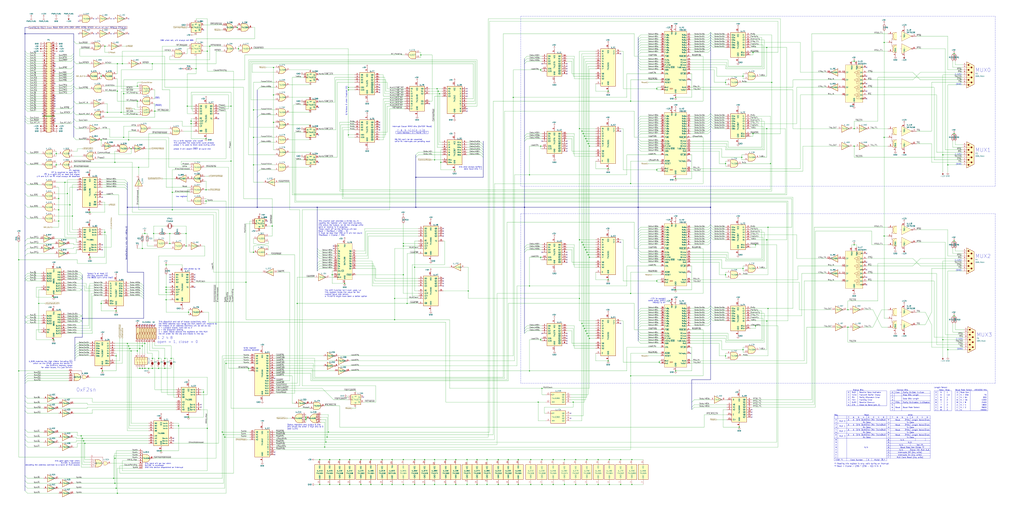
<source format=kicad_sch>
(kicad_sch (version 20211123) (generator eeschema)
  (paper "User" 1041.4 520.7)
  (title_block (title "Centurion - 4 Port MUX (Serial Multiplex) Card") (date "2022-09-25") (rev "1.1") (company "Meisaka Yukara") (comment 1 "Visually Reverse Engineered"))
  (lib_symbols
    (symbol "74xx:74LS00" (pin_names (offset 1.016))
      (property "Reference" "U" (at 0 1.27 0))
      (property "Value" "74LS00" (at 0 -1.27 0))
      (symbol "74LS00_1_1"
        (pin input line (at -7.62 2.54 0) (length 3.81) (name "~") (number "1"))
        (pin input line (at -7.62 -2.54 0) (length 3.81) (name "~") (number "2"))
        (pin output inverted (at 7.62 0 180) (length 3.81) (name "~") (number "3"))
      )
      (symbol "74LS00_1_2"
        (pin input inverted (at -7.62 2.54 0) (length 4.318) (name "~") (number "1"))
        (pin input inverted (at -7.62 -2.54 0) (length 4.318) (name "~") (number "2"))
        (pin output line (at 7.62 0 180) (length 3.81) (name "~") (number "3"))
      )
      (symbol "74LS00_2_1"
        (pin input line (at -7.62 2.54 0) (length 3.81) (name "~") (number "4"))
        (pin input line (at -7.62 -2.54 0) (length 3.81) (name "~") (number "5"))
        (pin output inverted (at 7.62 0 180) (length 3.81) (name "~") (number "6"))
      )
      (symbol "74LS00_2_2"
        (pin input inverted (at -7.62 2.54 0) (length 4.318) (name "~") (number "4"))
        (pin input inverted (at -7.62 -2.54 0) (length 4.318) (name "~") (number "5"))
        (pin output line (at 7.62 0 180) (length 3.81) (name "~") (number "6"))
      )
      (symbol "74LS00_3_1"
        (pin input line (at -7.62 -2.54 0) (length 3.81) (name "~") (number "10"))
        (pin output inverted (at 7.62 0 180) (length 3.81) (name "~") (number "8"))
        (pin input line (at -7.62 2.54 0) (length 3.81) (name "~") (number "9"))
      )
      (symbol "74LS00_3_2"
        (pin input inverted (at -7.62 -2.54 0) (length 4.318) (name "~") (number "10"))
        (pin output line (at 7.62 0 180) (length 3.81) (name "~") (number "8"))
        (pin input inverted (at -7.62 2.54 0) (length 4.318) (name "~") (number "9"))
      )
      (symbol "74LS00_4_1"
        (pin output inverted (at 7.62 0 180) (length 3.81) (name "~") (number "11"))
        (pin input line (at -7.62 2.54 0) (length 3.81) (name "~") (number "12"))
        (pin input line (at -7.62 -2.54 0) (length 3.81) (name "~") (number "13"))
      )
      (symbol "74LS00_4_2"
        (pin output line (at 7.62 0 180) (length 3.81) (name "~") (number "11"))
        (pin input inverted (at -7.62 2.54 0) (length 4.318) (name "~") (number "12"))
        (pin input inverted (at -7.62 -2.54 0) (length 4.318) (name "~") (number "13"))
      )
      (symbol "74LS00_5_0"
        (pin power_in line (at 0 12.7 270) (length 5.08) (name "VCC") (number "14"))
        (pin power_in line (at 0 -12.7 90) (length 5.08) (name "GND") (number "7"))
      )
    )
    (symbol "74xx:74LS02" (pin_names (offset 1.016))
      (property "Reference" "U" (at 0 1.27 0))
      (property "Value" "74LS02" (at 0 -1.27 0))
      (symbol "74LS02_1_1"
        (pin output inverted (at 7.62 0 180) (length 3.81) (name "~") (number "1"))
        (pin input line (at -7.62 2.54 0) (length 4.318) (name "~") (number "2"))
        (pin input line (at -7.62 -2.54 0) (length 4.318) (name "~") (number "3"))
      )
      (symbol "74LS02_1_2"
        (pin output line (at 7.62 0 180) (length 3.81) (name "~") (number "1"))
        (pin input inverted (at -7.62 2.54 0) (length 3.81) (name "~") (number "2"))
        (pin input inverted (at -7.62 -2.54 0) (length 3.81) (name "~") (number "3"))
      )
      (symbol "74LS02_2_1"
        (pin output inverted (at 7.62 0 180) (length 3.81) (name "~") (number "4"))
        (pin input line (at -7.62 2.54 0) (length 4.318) (name "~") (number "5"))
        (pin input line (at -7.62 -2.54 0) (length 4.318) (name "~") (number "6"))
      )
      (symbol "74LS02_2_2"
        (pin output line (at 7.62 0 180) (length 3.81) (name "~") (number "4"))
        (pin input inverted (at -7.62 2.54 0) (length 3.81) (name "~") (number "5"))
        (pin input inverted (at -7.62 -2.54 0) (length 3.81) (name "~") (number "6"))
      )
      (symbol "74LS02_3_1"
        (pin output inverted (at 7.62 0 180) (length 3.81) (name "~") (number "10"))
        (pin input line (at -7.62 2.54 0) (length 4.318) (name "~") (number "8"))
        (pin input line (at -7.62 -2.54 0) (length 4.318) (name "~") (number "9"))
      )
      (symbol "74LS02_3_2"
        (pin output line (at 7.62 0 180) (length 3.81) (name "~") (number "10"))
        (pin input inverted (at -7.62 2.54 0) (length 3.81) (name "~") (number "8"))
        (pin input inverted (at -7.62 -2.54 0) (length 3.81) (name "~") (number "9"))
      )
      (symbol "74LS02_4_1"
        (pin input line (at -7.62 2.54 0) (length 4.318) (name "~") (number "11"))
        (pin input line (at -7.62 -2.54 0) (length 4.318) (name "~") (number "12"))
        (pin output inverted (at 7.62 0 180) (length 3.81) (name "~") (number "13"))
      )
      (symbol "74LS02_4_2"
        (pin input inverted (at -7.62 2.54 0) (length 3.81) (name "~") (number "11"))
        (pin input inverted (at -7.62 -2.54 0) (length 3.81) (name "~") (number "12"))
        (pin output line (at 7.62 0 180) (length 3.81) (name "~") (number "13"))
      )
      (symbol "74LS02_5_0"
        (pin power_in line (at 0 12.7 270) (length 5.08) (name "VCC") (number "14"))
        (pin power_in line (at 0 -12.7 90) (length 5.08) (name "GND") (number "7"))
      )
    )
    (symbol "74xx:74LS04"
      (property "Reference" "U" (at 0 1.27 0))
      (property "Value" "74LS04" (at 0 -1.27 0))
      (symbol "74LS04_1_0"
        (pin input line (at -7.62 0 0) (length 3.81) (name "~") (number "1"))
        (pin output inverted (at 7.62 0 180) (length 3.81) (name "~") (number "2"))
      )
      (symbol "74LS04_2_0"
        (pin input line (at -7.62 0 0) (length 3.81) (name "~") (number "3"))
        (pin output inverted (at 7.62 0 180) (length 3.81) (name "~") (number "4"))
      )
      (symbol "74LS04_3_0"
        (pin input line (at -7.62 0 0) (length 3.81) (name "~") (number "5"))
        (pin output inverted (at 7.62 0 180) (length 3.81) (name "~") (number "6"))
      )
      (symbol "74LS04_4_0"
        (pin output inverted (at 7.62 0 180) (length 3.81) (name "~") (number "8"))
        (pin input line (at -7.62 0 0) (length 3.81) (name "~") (number "9"))
      )
      (symbol "74LS04_5_0"
        (pin output inverted (at 7.62 0 180) (length 3.81) (name "~") (number "10"))
        (pin input line (at -7.62 0 0) (length 3.81) (name "~") (number "11"))
      )
      (symbol "74LS04_6_0"
        (pin output inverted (at 7.62 0 180) (length 3.81) (name "~") (number "12"))
        (pin input line (at -7.62 0 0) (length 3.81) (name "~") (number "13"))
      )
      (symbol "74LS04_7_0"
        (pin power_in line (at 0 12.7 270) (length 5.08) (name "VCC") (number "14"))
        (pin power_in line (at 0 -12.7 90) (length 5.08) (name "GND") (number "7"))
      )
    )
    (symbol "74xx:74LS08" (pin_names (offset 1.016))
      (property "Reference" "U" (at 0 1.27 0))
      (property "Value" "74LS08" (at 0 -1.27 0))
      (symbol "74LS08_1_1"
        (pin input line (at -7.62 2.54 0) (length 3.81) (name "~") (number "1"))
        (pin input line (at -7.62 -2.54 0) (length 3.81) (name "~") (number "2"))
        (pin output line (at 7.62 0 180) (length 3.81) (name "~") (number "3"))
      )
      (symbol "74LS08_1_2"
        (pin input inverted (at -7.62 2.54 0) (length 4.318) (name "~") (number "1"))
        (pin input inverted (at -7.62 -2.54 0) (length 4.318) (name "~") (number "2"))
        (pin output inverted (at 7.62 0 180) (length 3.81) (name "~") (number "3"))
      )
      (symbol "74LS08_2_1"
        (pin input line (at -7.62 2.54 0) (length 3.81) (name "~") (number "4"))
        (pin input line (at -7.62 -2.54 0) (length 3.81) (name "~") (number "5"))
        (pin output line (at 7.62 0 180) (length 3.81) (name "~") (number "6"))
      )
      (symbol "74LS08_2_2"
        (pin input inverted (at -7.62 2.54 0) (length 4.318) (name "~") (number "4"))
        (pin input inverted (at -7.62 -2.54 0) (length 4.318) (name "~") (number "5"))
        (pin output inverted (at 7.62 0 180) (length 3.81) (name "~") (number "6"))
      )
      (symbol "74LS08_3_1"
        (pin input line (at -7.62 -2.54 0) (length 3.81) (name "~") (number "10"))
        (pin output line (at 7.62 0 180) (length 3.81) (name "~") (number "8"))
        (pin input line (at -7.62 2.54 0) (length 3.81) (name "~") (number "9"))
      )
      (symbol "74LS08_3_2"
        (pin input inverted (at -7.62 -2.54 0) (length 4.318) (name "~") (number "10"))
        (pin output inverted (at 7.62 0 180) (length 3.81) (name "~") (number "8"))
        (pin input inverted (at -7.62 2.54 0) (length 4.318) (name "~") (number "9"))
      )
      (symbol "74LS08_4_1"
        (pin output line (at 7.62 0 180) (length 3.81) (name "~") (number "11"))
        (pin input line (at -7.62 2.54 0) (length 3.81) (name "~") (number "12"))
        (pin input line (at -7.62 -2.54 0) (length 3.81) (name "~") (number "13"))
      )
      (symbol "74LS08_4_2"
        (pin output inverted (at 7.62 0 180) (length 3.81) (name "~") (number "11"))
        (pin input inverted (at -7.62 2.54 0) (length 4.318) (name "~") (number "12"))
        (pin input inverted (at -7.62 -2.54 0) (length 4.318) (name "~") (number "13"))
      )
      (symbol "74LS08_5_0"
        (pin power_in line (at 0 12.7 270) (length 5.08) (name "VCC") (number "14"))
        (pin power_in line (at 0 -12.7 90) (length 5.08) (name "GND") (number "7"))
      )
    )
    (symbol "74xx:74LS10" (pin_names (offset 1.016))
      (property "Reference" "U" (at 0 1.27 0))
      (property "Value" "74LS10" (at 0 -1.27 0))
      (symbol "74LS10_1_1"
        (pin input line (at -7.62 2.54 0) (length 3.81) (name "~") (number "1"))
        (pin output inverted (at 7.62 0 180) (length 3.81) (name "~") (number "12"))
        (pin input line (at -7.62 -2.54 0) (length 3.81) (name "~") (number "13"))
        (pin input line (at -7.62 0 0) (length 3.81) (name "~") (number "2"))
      )
      (symbol "74LS10_1_2"
        (pin input inverted (at -7.62 2.54 0) (length 4.318) (name "~") (number "1"))
        (pin output line (at 7.62 0 180) (length 3.81) (name "~") (number "12"))
        (pin input inverted (at -7.62 -2.54 0) (length 4.318) (name "~") (number "13"))
        (pin input inverted (at -7.62 0 0) (length 4.953) (name "~") (number "2"))
      )
      (symbol "74LS10_2_1"
        (pin input line (at -7.62 2.54 0) (length 3.81) (name "~") (number "3"))
        (pin input line (at -7.62 0 0) (length 3.81) (name "~") (number "4"))
        (pin input line (at -7.62 -2.54 0) (length 3.81) (name "~") (number "5"))
        (pin output inverted (at 7.62 0 180) (length 3.81) (name "~") (number "6"))
      )
      (symbol "74LS10_2_2"
        (pin input inverted (at -7.62 2.54 0) (length 4.318) (name "~") (number "3"))
        (pin input inverted (at -7.62 0 0) (length 4.953) (name "~") (number "4"))
        (pin input inverted (at -7.62 -2.54 0) (length 4.318) (name "~") (number "5"))
        (pin output line (at 7.62 0 180) (length 3.81) (name "~") (number "6"))
      )
      (symbol "74LS10_3_1"
        (pin input line (at -7.62 0 0) (length 3.81) (name "~") (number "10"))
        (pin input line (at -7.62 -2.54 0) (length 3.81) (name "~") (number "11"))
        (pin output inverted (at 7.62 0 180) (length 3.81) (name "~") (number "8"))
        (pin input line (at -7.62 2.54 0) (length 3.81) (name "~") (number "9"))
      )
      (symbol "74LS10_3_2"
        (pin input inverted (at -7.62 0 0) (length 4.953) (name "~") (number "10"))
        (pin input inverted (at -7.62 -2.54 0) (length 4.318) (name "~") (number "11"))
        (pin output line (at 7.62 0 180) (length 3.81) (name "~") (number "8"))
        (pin input inverted (at -7.62 2.54 0) (length 4.318) (name "~") (number "9"))
      )
      (symbol "74LS10_4_0"
        (pin power_in line (at 0 12.7 270) (length 5.08) (name "VCC") (number "14"))
        (pin power_in line (at 0 -12.7 90) (length 5.08) (name "GND") (number "7"))
      )
    )
    (symbol "74xx:74LS148" (pin_names (offset 1.016))
      (property "Reference" "U" (at -7.62 13.97 0))
      (property "Value" "74LS148" (at -7.62 -13.97 0))
      (symbol "74LS148_1_0"
        (pin input inverted (at -12.7 0 0) (length 5.08) (name "I4") (number "1"))
        (pin input inverted (at -12.7 10.16 0) (length 5.08) (name "IO") (number "10"))
        (pin input inverted (at -12.7 7.62 0) (length 5.08) (name "I1") (number "11"))
        (pin input inverted (at -12.7 5.08 0) (length 5.08) (name "I2") (number "12"))
        (pin input inverted (at -12.7 2.54 0) (length 5.08) (name "I3") (number "13"))
        (pin output inverted (at 12.7 -2.54 180) (length 5.08) (name "GS") (number "14"))
        (pin output inverted (at 12.7 -5.08 180) (length 5.08) (name "EO") (number "15"))
        (pin power_in line (at 0 17.78 270) (length 5.08) (name "VCC") (number "16"))
        (pin input inverted (at -12.7 -2.54 0) (length 5.08) (name "I5") (number "2"))
        (pin input inverted (at -12.7 -5.08 0) (length 5.08) (name "I6") (number "3"))
        (pin input inverted (at -12.7 -7.62 0) (length 5.08) (name "I7") (number "4"))
        (pin input inverted (at -12.7 -10.16 0) (length 5.08) (name "EI") (number "5"))
        (pin output inverted (at 12.7 5.08 180) (length 5.08) (name "S2") (number "6"))
        (pin output inverted (at 12.7 7.62 180) (length 5.08) (name "S1") (number "7"))
        (pin power_in line (at 0 -17.78 90) (length 5.08) (name "GND") (number "8"))
        (pin output inverted (at 12.7 10.16 180) (length 5.08) (name "S0") (number "9"))
      )
    )
    (symbol "74xx:74LS151" (pin_names (offset 1.016))
      (property "Reference" "U" (at -7.62 19.05 0))
      (property "Value" "74LS151" (at -7.62 -21.59 0))
      (symbol "74LS151_1_0"
        (pin input line (at -12.7 7.62 0) (length 5.08) (name "I3") (number "1"))
        (pin input line (at -12.7 -10.16 0) (length 5.08) (name "S1") (number "10"))
        (pin input line (at -12.7 -7.62 0) (length 5.08) (name "S0") (number "11"))
        (pin input line (at -12.7 -2.54 0) (length 5.08) (name "I7") (number "12"))
        (pin input line (at -12.7 0 0) (length 5.08) (name "I6") (number "13"))
        (pin input line (at -12.7 2.54 0) (length 5.08) (name "I5") (number "14"))
        (pin input line (at -12.7 5.08 0) (length 5.08) (name "I4") (number "15"))
        (pin power_in line (at 0 22.86 270) (length 5.08) (name "VCC") (number "16"))
        (pin input line (at -12.7 10.16 0) (length 5.08) (name "I2") (number "2"))
        (pin input line (at -12.7 12.7 0) (length 5.08) (name "I1") (number "3"))
        (pin input line (at -12.7 15.24 0) (length 5.08) (name "I0") (number "4"))
        (pin output line (at 12.7 15.24 180) (length 5.08) (name "Z") (number "5"))
        (pin output line (at 12.7 12.7 180) (length 5.08) (name "~{Z}") (number "6"))
        (pin input line (at -12.7 -17.78 0) (length 5.08) (name "~{E}") (number "7"))
        (pin power_in line (at 0 -25.4 90) (length 5.08) (name "GND") (number "8"))
        (pin input line (at -12.7 -12.7 0) (length 5.08) (name "S2") (number "9"))
      )
    )
    (symbol "74xx:74LS154" (pin_names (offset 1.016))
      (property "Reference" "U" (at -7.62 21.59 0))
      (property "Value" "74LS154" (at -7.62 -24.13 0))
      (symbol "74LS154_1_0"
        (pin output inverted (at 12.7 17.78 180) (length 5.08) (name "S0") (number "1"))
        (pin output inverted (at 12.7 -5.08 180) (length 5.08) (name "S9") (number "10"))
        (pin output inverted (at 12.7 -7.62 180) (length 5.08) (name "S10") (number "11"))
        (pin power_in line (at 0 -27.94 90) (length 5.08) (name "GND") (number "12"))
        (pin output inverted (at 12.7 -10.16 180) (length 5.08) (name "S11") (number "13"))
        (pin output inverted (at 12.7 -12.7 180) (length 5.08) (name "S12") (number "14"))
        (pin output inverted (at 12.7 -15.24 180) (length 5.08) (name "S13") (number "15"))
        (pin output inverted (at 12.7 -17.78 180) (length 5.08) (name "S14") (number "16"))
        (pin output inverted (at 12.7 -20.32 180) (length 5.08) (name "S15") (number "17"))
        (pin input inverted (at -12.7 5.08 0) (length 5.08) (name "E0") (number "18"))
        (pin input inverted (at -12.7 2.54 0) (length 5.08) (name "E1") (number "19"))
        (pin output inverted (at 12.7 15.24 180) (length 5.08) (name "S1") (number "2"))
        (pin input line (at -12.7 10.16 0) (length 5.08) (name "A3") (number "20"))
        (pin input line (at -12.7 12.7 0) (length 5.08) (name "A2") (number "21"))
        (pin input line (at -12.7 15.24 0) (length 5.08) (name "A1") (number "22"))
        (pin input line (at -12.7 17.78 0) (length 5.08) (name "A0") (number "23"))
        (pin power_in line (at 0 25.4 270) (length 5.08) (name "VCC") (number "24"))
        (pin output inverted (at 12.7 12.7 180) (length 5.08) (name "S2") (number "3"))
        (pin output inverted (at 12.7 10.16 180) (length 5.08) (name "S3") (number "4"))
        (pin output inverted (at 12.7 7.62 180) (length 5.08) (name "S4") (number "5"))
        (pin output inverted (at 12.7 5.08 180) (length 5.08) (name "S5") (number "6"))
        (pin output inverted (at 12.7 2.54 180) (length 5.08) (name "S6") (number "7"))
        (pin output inverted (at 12.7 0 180) (length 5.08) (name "S7") (number "8"))
        (pin output inverted (at 12.7 -2.54 180) (length 5.08) (name "S8") (number "9"))
      )
    )
    (symbol "74xx:74LS161" (pin_names (offset 1.016))
      (property "Reference" "U" (at -7.62 16.51 0))
      (property "Value" "74LS161" (at -7.62 -16.51 0))
      (symbol "74LS161_1_0"
        (pin input line (at -12.7 -12.7 0) (length 5.08) (name "~{MR}") (number "1"))
        (pin input line (at -12.7 -5.08 0) (length 5.08) (name "CET") (number "10"))
        (pin output line (at 12.7 5.08 180) (length 5.08) (name "Q3") (number "11"))
        (pin output line (at 12.7 7.62 180) (length 5.08) (name "Q2") (number "12"))
        (pin output line (at 12.7 10.16 180) (length 5.08) (name "Q1") (number "13"))
        (pin output line (at 12.7 12.7 180) (length 5.08) (name "Q0") (number "14"))
        (pin output line (at 12.7 0 180) (length 5.08) (name "TC") (number "15"))
        (pin power_in line (at 0 20.32 270) (length 5.08) (name "VCC") (number "16"))
        (pin input line (at -12.7 -7.62 0) (length 5.08) (name "CP") (number "2"))
        (pin input line (at -12.7 12.7 0) (length 5.08) (name "D0") (number "3"))
        (pin input line (at -12.7 10.16 0) (length 5.08) (name "D1") (number "4"))
        (pin input line (at -12.7 7.62 0) (length 5.08) (name "D2") (number "5"))
        (pin input line (at -12.7 5.08 0) (length 5.08) (name "D3") (number "6"))
        (pin input line (at -12.7 -2.54 0) (length 5.08) (name "CEP") (number "7"))
        (pin power_in line (at 0 -20.32 90) (length 5.08) (name "GND") (number "8"))
        (pin input line (at -12.7 0 0) (length 5.08) (name "~{PE}") (number "9"))
      )
    )
    (symbol "74xx:74LS195" (pin_names (offset 1.016))
      (property "Reference" "U" (at -7.62 16.51 0))
      (property "Value" "74LS195" (at -7.62 -16.51 0))
      (symbol "74LS195_1_0"
        (pin input line (at -12.7 -12.7 0) (length 5.08) (name "~{MR}") (number "1"))
        (pin input clock (at -12.7 -2.54 0) (length 5.08) (name "CP") (number "10"))
        (pin output line (at 12.7 2.54 180) (length 5.08) (name "~{Q3}") (number "11"))
        (pin output line (at 12.7 5.08 180) (length 5.08) (name "Q3") (number "12"))
        (pin output line (at 12.7 7.62 180) (length 5.08) (name "Q2") (number "13"))
        (pin output line (at 12.7 10.16 180) (length 5.08) (name "Q1") (number "14"))
        (pin output line (at 12.7 12.7 180) (length 5.08) (name "Q0") (number "15"))
        (pin power_in line (at 0 20.32 270) (length 5.08) (name "VCC") (number "16"))
        (pin input line (at -12.7 0 0) (length 5.08) (name "J") (number "2"))
        (pin input line (at -12.7 -5.08 0) (length 5.08) (name "~{K}") (number "3"))
        (pin input line (at -12.7 12.7 0) (length 5.08) (name "P0") (number "4"))
        (pin input line (at -12.7 10.16 0) (length 5.08) (name "P1") (number "5"))
        (pin input line (at -12.7 7.62 0) (length 5.08) (name "P2") (number "6"))
        (pin input line (at -12.7 5.08 0) (length 5.08) (name "P3") (number "7"))
        (pin power_in line (at 0 -20.32 90) (length 5.08) (name "GND") (number "8"))
        (pin input line (at -12.7 -10.16 0) (length 5.08) (name "~{PE}") (number "9"))
      )
    )
    (symbol "74xx:74LS20" (pin_names (offset 1.016))
      (property "Reference" "U" (at 0 1.27 0))
      (property "Value" "74LS20" (at 0 -1.27 0))
      (symbol "74LS20_1_1"
        (pin input line (at -7.62 3.81 0) (length 3.81) (name "~") (number "1"))
        (pin input line (at -7.62 1.27 0) (length 3.81) (name "~") (number "2"))
        (pin input line (at -7.62 -1.27 0) (length 3.81) (name "~") (number "4"))
        (pin input line (at -7.62 -3.81 0) (length 3.81) (name "~") (number "5"))
        (pin output inverted (at 7.62 0 180) (length 3.81) (name "~") (number "6"))
      )
      (symbol "74LS20_1_2"
        (pin input inverted (at -7.62 3.81 0) (length 3.81) (name "~") (number "1"))
        (pin input inverted (at -7.62 1.27 0) (length 4.826) (name "~") (number "2"))
        (pin input inverted (at -7.62 -1.27 0) (length 4.826) (name "~") (number "4"))
        (pin input inverted (at -7.62 -3.81 0) (length 3.81) (name "~") (number "5"))
        (pin output line (at 7.62 0 180) (length 3.81) (name "~") (number "6"))
      )
      (symbol "74LS20_2_1"
        (pin input line (at -7.62 1.27 0) (length 3.81) (name "~") (number "10"))
        (pin input line (at -7.62 -1.27 0) (length 3.81) (name "~") (number "12"))
        (pin input line (at -7.62 -3.81 0) (length 3.81) (name "~") (number "13"))
        (pin output inverted (at 7.62 0 180) (length 3.81) (name "~") (number "8"))
        (pin input line (at -7.62 3.81 0) (length 3.81) (name "~") (number "9"))
      )
      (symbol "74LS20_2_2"
        (pin input inverted (at -7.62 1.27 0) (length 4.826) (name "~") (number "10"))
        (pin input inverted (at -7.62 -1.27 0) (length 4.826) (name "~") (number "12"))
        (pin input inverted (at -7.62 -3.81 0) (length 3.81) (name "~") (number "13"))
        (pin output line (at 7.62 0 180) (length 3.81) (name "~") (number "8"))
        (pin input inverted (at -7.62 3.81 0) (length 3.81) (name "~") (number "9"))
      )
      (symbol "74LS20_3_0"
        (pin power_in line (at 0 12.7 270) (length 5.08) (name "VCC") (number "14"))
        (pin power_in line (at 0 -12.7 90) (length 5.08) (name "GND") (number "7"))
      )
    )
    (symbol "74xx:74LS259" (pin_names (offset 1.016))
      (property "Reference" "U" (at -7.62 13.97 0))
      (property "Value" "74LS259" (at -7.62 -13.97 0))
      (symbol "74LS259_1_0"
        (pin input line (at -12.7 5.08 0) (length 5.08) (name "A0") (number "1"))
        (pin output line (at 12.7 -2.54 180) (length 5.08) (name "Q5") (number "10"))
        (pin output line (at 12.7 -5.08 180) (length 5.08) (name "Q6") (number "11"))
        (pin output line (at 12.7 -7.62 180) (length 5.08) (name "Q7") (number "12"))
        (pin input line (at -12.7 10.16 0) (length 5.08) (name "D") (number "13"))
        (pin input inverted (at -12.7 -5.08 0) (length 5.08) (name "E") (number "14"))
        (pin input inverted (at -12.7 -10.16 0) (length 5.08) (name "Clr") (number "15"))
        (pin power_in line (at 0 17.78 270) (length 5.08) (name "VCC") (number "16"))
        (pin input line (at -12.7 2.54 0) (length 5.08) (name "A1") (number "2"))
        (pin input line (at -12.7 0 0) (length 5.08) (name "A2") (number "3"))
        (pin output line (at 12.7 10.16 180) (length 5.08) (name "Q0") (number "4"))
        (pin output line (at 12.7 7.62 180) (length 5.08) (name "Q1") (number "5"))
        (pin output line (at 12.7 5.08 180) (length 5.08) (name "Q2") (number "6"))
        (pin output line (at 12.7 2.54 180) (length 5.08) (name "Q3") (number "7"))
        (pin power_in line (at 0 -17.78 90) (length 5.08) (name "GND") (number "8"))
        (pin output line (at 12.7 0 180) (length 5.08) (name "Q4") (number "9"))
      )
    )
    (symbol "74xx:74LS30" (pin_names (offset 1.016))
      (property "Reference" "U" (at 0 1.27 0))
      (property "Value" "74LS30" (at 0 -1.27 0))
      (symbol "74LS30_1_1"
        (pin input line (at -7.62 7.62 0) (length 3.81) (name "~") (number "1"))
        (pin input line (at -7.62 -7.62 0) (length 3.81) (name "~") (number "11"))
        (pin input line (at -7.62 -10.16 0) (length 3.81) (name "~") (number "12"))
        (pin input line (at -7.62 5.08 0) (length 3.81) (name "~") (number "2"))
        (pin input line (at -7.62 2.54 0) (length 3.81) (name "~") (number "3"))
        (pin input line (at -7.62 0 0) (length 3.81) (name "~") (number "4"))
        (pin input line (at -7.62 -2.54 0) (length 3.81) (name "~") (number "5"))
        (pin input line (at -7.62 -5.08 0) (length 3.81) (name "~") (number "6"))
        (pin output inverted (at 7.62 0 180) (length 3.81) (name "~") (number "8"))
      )
      (symbol "74LS30_1_2"
        (pin input inverted (at -7.62 7.62 0) (length 3.81) (name "~") (number "1"))
        (pin input inverted (at -7.62 -7.62 0) (length 3.81) (name "~") (number "11"))
        (pin input inverted (at -7.62 -10.16 0) (length 3.81) (name "~") (number "12"))
        (pin input inverted (at -7.62 5.08 0) (length 3.81) (name "~") (number "2"))
        (pin input inverted (at -7.62 2.54 0) (length 4.5466) (name "~") (number "3"))
        (pin input inverted (at -7.62 0 0) (length 5.08) (name "~") (number "4"))
        (pin input inverted (at -7.62 -2.54 0) (length 4.5466) (name "~") (number "5"))
        (pin input inverted (at -7.62 -5.08 0) (length 3.81) (name "~") (number "6"))
        (pin output line (at 7.62 0 180) (length 3.81) (name "~") (number "8"))
      )
      (symbol "74LS30_2_0"
        (pin power_in line (at 0 12.7 270) (length 5.08) (name "VCC") (number "14"))
        (pin power_in line (at 0 -12.7 90) (length 5.08) (name "GND") (number "7"))
      )
    )
    (symbol "74xx:74LS367" (pin_names (offset 1.016))
      (property "Reference" "U" (at -7.62 13.97 0))
      (property "Value" "74LS367" (at -7.62 -13.97 0))
      (symbol "74LS367_1_0"
        (pin input inverted (at -12.7 -7.62 0) (length 5.08) (name "OEa") (number "1"))
        (pin input line (at -12.7 2.54 0) (length 5.08) (name "I4") (number "10"))
        (pin tri_state line (at 12.7 0 180) (length 5.08) (name "O5b") (number "11"))
        (pin input line (at -12.7 0 0) (length 5.08) (name "I5") (number "12"))
        (pin tri_state line (at 12.7 -2.54 180) (length 5.08) (name "O6b") (number "13"))
        (pin input line (at -12.7 -2.54 0) (length 5.08) (name "I6") (number "14"))
        (pin input inverted (at -12.7 -10.16 0) (length 5.08) (name "OEb") (number "15"))
        (pin power_in line (at 0 17.78 270) (length 5.08) (name "VCC") (number "16"))
        (pin input line (at -12.7 10.16 0) (length 5.08) (name "I1") (number "2"))
        (pin tri_state line (at 12.7 10.16 180) (length 5.08) (name "O1a") (number "3"))
        (pin input line (at -12.7 7.62 0) (length 5.08) (name "I2") (number "4"))
        (pin tri_state line (at 12.7 7.62 180) (length 5.08) (name "O2a") (number "5"))
        (pin input line (at -12.7 5.08 0) (length 5.08) (name "I3") (number "6"))
        (pin tri_state line (at 12.7 5.08 180) (length 5.08) (name "O3a") (number "7"))
        (pin power_in line (at 0 -17.78 90) (length 5.08) (name "GND") (number "8"))
        (pin tri_state line (at 12.7 2.54 180) (length 5.08) (name "O4a") (number "9"))
      )
    )
    (symbol "74xx:74LS37" (pin_names (offset 1.016))
      (property "Reference" "U" (at 0 1.27 0))
      (property "Value" "74LS37" (at 0 -1.27 0))
      (symbol "74LS37_1_1"
        (pin input line (at -7.62 2.54 0) (length 3.81) (name "~") (number "1"))
        (pin input line (at -7.62 -2.54 0) (length 3.81) (name "~") (number "2"))
        (pin output inverted (at 7.62 0 180) (length 3.81) (name "~") (number "3"))
      )
      (symbol "74LS37_1_2"
        (pin input inverted (at -7.62 2.54 0) (length 4.318) (name "~") (number "1"))
        (pin input inverted (at -7.62 -2.54 0) (length 4.318) (name "~") (number "2"))
        (pin output line (at 7.62 0 180) (length 3.81) (name "~") (number "3"))
      )
      (symbol "74LS37_2_1"
        (pin input line (at -7.62 2.54 0) (length 3.81) (name "~") (number "4"))
        (pin input line (at -7.62 -2.54 0) (length 3.81) (name "~") (number "5"))
        (pin output inverted (at 7.62 0 180) (length 3.81) (name "~") (number "6"))
      )
      (symbol "74LS37_2_2"
        (pin input inverted (at -7.62 2.54 0) (length 4.318) (name "~") (number "4"))
        (pin input inverted (at -7.62 -2.54 0) (length 4.318) (name "~") (number "5"))
        (pin output line (at 7.62 0 180) (length 3.81) (name "~") (number "6"))
      )
      (symbol "74LS37_3_1"
        (pin input line (at -7.62 -2.54 0) (length 3.81) (name "~") (number "10"))
        (pin output inverted (at 7.62 0 180) (length 3.81) (name "~") (number "8"))
        (pin input line (at -7.62 2.54 0) (length 3.81) (name "~") (number "9"))
      )
      (symbol "74LS37_3_2"
        (pin input inverted (at -7.62 -2.54 0) (length 4.318) (name "~") (number "10"))
        (pin output line (at 7.62 0 180) (length 3.81) (name "~") (number "8"))
        (pin input inverted (at -7.62 2.54 0) (length 4.318) (name "~") (number "9"))
      )
      (symbol "74LS37_4_1"
        (pin output inverted (at 7.62 0 180) (length 3.81) (name "~") (number "11"))
        (pin input line (at -7.62 2.54 0) (length 3.81) (name "~") (number "12"))
        (pin input line (at -7.62 -2.54 0) (length 3.81) (name "~") (number "13"))
      )
      (symbol "74LS37_4_2"
        (pin output line (at 7.62 0 180) (length 3.81) (name "~") (number "11"))
        (pin input inverted (at -7.62 2.54 0) (length 4.318) (name "~") (number "12"))
        (pin input inverted (at -7.62 -2.54 0) (length 4.318) (name "~") (number "13"))
      )
      (symbol "74LS37_5_0"
        (pin power_in line (at 0 12.7 270) (length 5.08) (name "VCC") (number "14"))
        (pin power_in line (at 0 -12.7 90) (length 5.08) (name "GND") (number "7"))
      )
    )
    (symbol "74xx:74LS38" (pin_names (offset 1.016))
      (property "Reference" "U" (at 0 1.27 0))
      (property "Value" "74LS38" (at 0 -1.27 0))
      (symbol "74LS38_1_1"
        (pin input line (at -7.62 2.54 0) (length 3.81) (name "~") (number "1"))
        (pin input line (at -7.62 -2.54 0) (length 3.81) (name "~") (number "2"))
        (pin open_collector inverted (at 7.62 0 180) (length 3.81) (name "~") (number "3"))
      )
      (symbol "74LS38_1_2"
        (pin input inverted (at -7.62 2.54 0) (length 4.318) (name "~") (number "1"))
        (pin input inverted (at -7.62 -2.54 0) (length 4.318) (name "~") (number "2"))
        (pin open_collector line (at 7.62 0 180) (length 3.81) (name "~") (number "3"))
      )
      (symbol "74LS38_2_1"
        (pin input line (at -7.62 2.54 0) (length 3.81) (name "~") (number "4"))
        (pin input line (at -7.62 -2.54 0) (length 3.81) (name "~") (number "5"))
        (pin open_collector inverted (at 7.62 0 180) (length 3.81) (name "~") (number "6"))
      )
      (symbol "74LS38_2_2"
        (pin input inverted (at -7.62 2.54 0) (length 4.318) (name "~") (number "4"))
        (pin input inverted (at -7.62 -2.54 0) (length 4.318) (name "~") (number "5"))
        (pin open_collector line (at 7.62 0 180) (length 3.81) (name "~") (number "6"))
      )
      (symbol "74LS38_3_1"
        (pin input line (at -7.62 -2.54 0) (length 3.81) (name "~") (number "10"))
        (pin open_collector inverted (at 7.62 0 180) (length 3.81) (name "~") (number "8"))
        (pin input line (at -7.62 2.54 0) (length 3.81) (name "~") (number "9"))
      )
      (symbol "74LS38_3_2"
        (pin input inverted (at -7.62 -2.54 0) (length 4.318) (name "~") (number "10"))
        (pin open_collector line (at 7.62 0 180) (length 3.81) (name "~") (number "8"))
        (pin input inverted (at -7.62 2.54 0) (length 4.318) (name "~") (number "9"))
      )
      (symbol "74LS38_4_1"
        (pin open_collector inverted (at 7.62 0 180) (length 3.81) (name "~") (number "11"))
        (pin input line (at -7.62 2.54 0) (length 3.81) (name "~") (number "12"))
        (pin input line (at -7.62 -2.54 0) (length 3.81) (name "~") (number "13"))
      )
      (symbol "74LS38_4_2"
        (pin open_collector line (at 7.62 0 180) (length 3.81) (name "~") (number "11"))
        (pin input inverted (at -7.62 2.54 0) (length 4.318) (name "~") (number "12"))
        (pin input inverted (at -7.62 -2.54 0) (length 4.318) (name "~") (number "13"))
      )
      (symbol "74LS38_5_0"
        (pin power_in line (at 0 12.7 270) (length 5.08) (name "VCC") (number "14"))
        (pin power_in line (at 0 -12.7 90) (length 5.08) (name "GND") (number "7"))
      )
    )
    (symbol "74xx:74LS393" (pin_names (offset 1.016))
      (property "Reference" "U" (at -7.62 8.89 0))
      (property "Value" "74LS393" (at -7.62 -8.89 0))
      (symbol "74LS393_1_0"
        (pin input clock (at -12.7 2.54 0) (length 5.08) (name "CP") (number "1"))
        (pin input line (at -12.7 -5.08 0) (length 5.08) (name "MR") (number "2"))
        (pin output line (at 12.7 2.54 180) (length 5.08) (name "Q0") (number "3"))
        (pin output line (at 12.7 0 180) (length 5.08) (name "Q1") (number "4"))
        (pin output line (at 12.7 -2.54 180) (length 5.08) (name "Q2") (number "5"))
        (pin output line (at 12.7 -5.08 180) (length 5.08) (name "Q3") (number "6"))
      )
      (symbol "74LS393_2_0"
        (pin output line (at 12.7 0 180) (length 5.08) (name "Q1") (number "10"))
        (pin output line (at 12.7 2.54 180) (length 5.08) (name "Q0") (number "11"))
        (pin input line (at -12.7 -5.08 0) (length 5.08) (name "MR") (number "12"))
        (pin input clock (at -12.7 2.54 0) (length 5.08) (name "CP") (number "13"))
        (pin output line (at 12.7 -5.08 180) (length 5.08) (name "Q3") (number "8"))
        (pin output line (at 12.7 -2.54 180) (length 5.08) (name "Q2") (number "9"))
      )
      (symbol "74LS393_3_0"
        (pin power_in line (at 0 12.7 270) (length 5.08) (name "VCC") (number "14"))
        (pin power_in line (at 0 -12.7 90) (length 5.08) (name "GND") (number "7"))
      )
    )
    (symbol "74xx:74LS42" (pin_names (offset 1.016))
      (property "Reference" "U" (at -7.62 13.97 0))
      (property "Value" "74LS42" (at -7.62 -16.51 0))
      (symbol "74LS42_1_0"
        (pin output inverted (at 12.7 10.16 180) (length 5.08) (name "0") (number "1"))
        (pin output inverted (at 12.7 -10.16 180) (length 5.08) (name "8") (number "10"))
        (pin output inverted (at 12.7 -12.7 180) (length 5.08) (name "9") (number "11"))
        (pin input line (at -12.7 2.54 0) (length 5.08) (name "A3") (number "12"))
        (pin input line (at -12.7 5.08 0) (length 5.08) (name "A2") (number "13"))
        (pin input line (at -12.7 7.62 0) (length 5.08) (name "A1") (number "14"))
        (pin input line (at -12.7 10.16 0) (length 5.08) (name "A0") (number "15"))
        (pin power_in line (at 0 17.78 270) (length 5.08) (name "VCC") (number "16"))
        (pin output inverted (at 12.7 7.62 180) (length 5.08) (name "1") (number "2"))
        (pin output inverted (at 12.7 5.08 180) (length 5.08) (name "2") (number "3"))
        (pin output inverted (at 12.7 2.54 180) (length 5.08) (name "3") (number "4"))
        (pin output inverted (at 12.7 0 180) (length 5.08) (name "4") (number "5"))
        (pin output inverted (at 12.7 -2.54 180) (length 5.08) (name "5") (number "6"))
        (pin output inverted (at 12.7 -5.08 180) (length 5.08) (name "6") (number "7"))
        (pin power_in line (at 0 -20.32 90) (length 5.08) (name "GND") (number "8"))
        (pin output inverted (at 12.7 -7.62 180) (length 5.08) (name "7") (number "9"))
      )
    )
    (symbol "74xx:74LS74" (pin_names (offset 1.016))
      (property "Reference" "U" (at -7.62 8.89 0))
      (property "Value" "74LS74" (at -7.62 -8.89 0))
      (symbol "74LS74_1_0"
        (pin input line (at 0 -7.62 90) (length 2.54) (name "~{R}") (number "1"))
        (pin input line (at -7.62 2.54 0) (length 2.54) (name "D") (number "2"))
        (pin input clock (at -7.62 0 0) (length 2.54) (name "C") (number "3"))
        (pin input line (at 0 7.62 270) (length 2.54) (name "~{S}") (number "4"))
        (pin output line (at 7.62 2.54 180) (length 2.54) (name "Q") (number "5"))
        (pin output line (at 7.62 -2.54 180) (length 2.54) (name "~{Q}") (number "6"))
      )
      (symbol "74LS74_2_0"
        (pin input line (at 0 7.62 270) (length 2.54) (name "~{S}") (number "10"))
        (pin input clock (at -7.62 0 0) (length 2.54) (name "C") (number "11"))
        (pin input line (at -7.62 2.54 0) (length 2.54) (name "D") (number "12"))
        (pin input line (at 0 -7.62 90) (length 2.54) (name "~{R}") (number "13"))
        (pin output line (at 7.62 -2.54 180) (length 2.54) (name "~{Q}") (number "8"))
        (pin output line (at 7.62 2.54 180) (length 2.54) (name "Q") (number "9"))
      )
      (symbol "74LS74_3_0"
        (pin power_in line (at 0 10.16 270) (length 2.54) (name "VCC") (number "14"))
        (pin power_in line (at 0 -10.16 90) (length 2.54) (name "GND") (number "7"))
      )
    )
    (symbol "74xx:74LS75" (pin_names (offset 1.016))
      (property "Reference" "U" (at -7.62 11.43 0))
      (property "Value" "74LS75" (at -7.62 -13.97 0))
      (symbol "74LS75_1_0"
        (pin output line (at 12.7 -2.54 180) (length 5.08) (name "~{Q0}") (number "1"))
        (pin output line (at 12.7 2.54 180) (length 5.08) (name "Q2") (number "10"))
        (pin output line (at 12.7 -7.62 180) (length 5.08) (name "~{Q2}") (number "11"))
        (pin power_in line (at 0 -17.78 90) (length 5.08) (name "GND") (number "12"))
        (pin input line (at -12.7 -5.08 0) (length 5.08) (name "E01") (number "13"))
        (pin output line (at 12.7 -5.08 180) (length 5.08) (name "~{Q1}") (number "14"))
        (pin output line (at 12.7 5.08 180) (length 5.08) (name "Q1") (number "15"))
        (pin output line (at 12.7 7.62 180) (length 5.08) (name "Q0") (number "16"))
        (pin input line (at -12.7 7.62 0) (length 5.08) (name "D0") (number "2"))
        (pin input line (at -12.7 5.08 0) (length 5.08) (name "D1") (number "3"))
        (pin input line (at -12.7 -7.62 0) (length 5.08) (name "E23") (number "4"))
        (pin power_in line (at 0 15.24 270) (length 5.08) (name "VCC") (number "5"))
        (pin input line (at -12.7 2.54 0) (length 5.08) (name "D2") (number "6"))
        (pin input line (at -12.7 0 0) (length 5.08) (name "D3") (number "7"))
        (pin output line (at 12.7 -10.16 180) (length 5.08) (name "~{Q3}") (number "8"))
        (pin output line (at 12.7 0 180) (length 5.08) (name "Q3") (number "9"))
      )
    )
    (symbol "74xx:74LS85" (pin_names (offset 1.016))
      (property "Reference" "U" (at -7.62 13.97 0))
      (property "Value" "74LS85" (at -7.62 -13.97 0))
      (symbol "74LS85_1_0"
        (pin input line (at -12.7 10.16 0) (length 5.08) (name "B3") (number "1"))
        (pin input line (at -12.7 -10.16 0) (length 5.08) (name "A0") (number "10"))
        (pin input line (at -12.7 5.08 0) (length 5.08) (name "B1") (number "11"))
        (pin input line (at -12.7 -7.62 0) (length 5.08) (name "A1") (number "12"))
        (pin input line (at -12.7 -5.08 0) (length 5.08) (name "A2") (number "13"))
        (pin input line (at -12.7 7.62 0) (length 5.08) (name "B2") (number "14"))
        (pin input line (at -12.7 -2.54 0) (length 5.08) (name "A3") (number "15"))
        (pin power_in line (at 0 17.78 270) (length 5.08) (name "VCC") (number "16"))
        (pin input line (at 12.7 7.62 180) (length 5.08) (name "Ia<b") (number "2"))
        (pin input line (at 12.7 5.08 180) (length 5.08) (name "Ia=b") (number "3"))
        (pin input line (at 12.7 10.16 180) (length 5.08) (name "Ia>b") (number "4"))
        (pin output line (at 12.7 -5.08 180) (length 5.08) (name "Oa>b") (number "5"))
        (pin output line (at 12.7 -10.16 180) (length 5.08) (name "Oa=b") (number "6"))
        (pin output line (at 12.7 -7.62 180) (length 5.08) (name "Oa<b") (number "7"))
        (pin power_in line (at 0 -17.78 90) (length 5.08) (name "GND") (number "8"))
        (pin input line (at -12.7 2.54 0) (length 5.08) (name "B0") (number "9"))
      )
    )
    (symbol "74xx:SN74199"
      (property "Reference" "U" (at 6.35 21.59 0))
      (property "Value" "SN74199" (at 6.35 19.05 0))
      (symbol "SN74199_0_0"
        (pin input inverted (at -11.43 15.24 0) (length 3.81) (name "~{K}") (number "1"))
        (pin output line (at 11.43 2.54 180) (length 3.81) (name "Q_{3}") (number "10"))
        (pin input inverted (at -11.43 -13.97 0) (length 3.81) (name "~{CE}") (number "11"))
        (pin power_in line (at 0 -22.86 90) (length 3.81) (name "GND") (number "12"))
        (pin input clock (at -11.43 -16.51 0) (length 3.81) (name "CLK") (number "13"))
        (pin input inverted (at 11.43 -13.97 180) (length 3.81) (name "~{Clear}") (number "14"))
        (pin output line (at 11.43 0 180) (length 3.81) (name "Q_{4}") (number "15"))
        (pin input line (at -11.43 0 0) (length 3.81) (name "D_{4}") (number "16"))
        (pin output line (at 11.43 -2.54 180) (length 3.81) (name "Q_{5}") (number "17"))
        (pin input line (at -11.43 -2.54 0) (length 3.81) (name "D_{5}") (number "18"))
        (pin output line (at 11.43 -5.08 180) (length 3.81) (name "Q_{6}") (number "19"))
        (pin input line (at -11.43 12.7 0) (length 3.81) (name "J") (number "2"))
        (pin input line (at -11.43 -5.08 0) (length 3.81) (name "D_{6}") (number "20"))
        (pin output line (at 11.43 -7.62 180) (length 3.81) (name "Q_{7}") (number "21"))
        (pin input line (at -11.43 -7.62 0) (length 3.81) (name "D_{7}") (number "22"))
        (pin input line (at -11.43 -10.16 0) (length 3.81) (name "SH/~{LD}") (number "23"))
        (pin power_in line (at 0 21.59 270) (length 3.81) (name "V_{CC}") (number "24"))
        (pin input line (at -11.43 10.16 0) (length 3.81) (name "D_{0}") (number "3"))
        (pin output line (at 11.43 10.16 180) (length 3.81) (name "Q_{0}") (number "4"))
        (pin input line (at -11.43 7.62 0) (length 3.81) (name "D_{1}") (number "5"))
        (pin output line (at 11.43 7.62 180) (length 3.81) (name "Q_{1}") (number "6"))
        (pin input line (at -11.43 5.08 0) (length 3.81) (name "D_{2}") (number "7"))
        (pin output line (at 11.43 5.08 180) (length 3.81) (name "Q_{2}") (number "8"))
        (pin input line (at -11.43 2.54 0) (length 3.81) (name "D_{3}") (number "9"))
      )
    )
    (symbol "74xx_legacy:SN7425"
      (property "Reference" "U" (at 0 1.27 0))
      (property "Value" "SN7425" (at 0 -1.27 0))
      (symbol "SN7425_1_0"
        (pin input line (at -8.89 3.81 0) (length 3.81) (name "~") (number "1"))
        (pin input line (at -8.89 1.27 0) (length 3.81) (name "~") (number "2"))
        (pin input line (at -8.89 6.35 0) (length 3.81) (name "~") (number "3"))
        (pin input line (at -8.89 -1.27 0) (length 3.81) (name "~") (number "4"))
        (pin input line (at -8.89 -3.81 0) (length 3.81) (name "~") (number "5"))
      )
      (symbol "SN7425_1_1"
        (pin output inverted (at 12.7 0 180) (length 3.81) (name "~") (number "6"))
      )
      (symbol "SN7425_2_0"
        (pin input line (at -8.89 1.27 0) (length 3.81) (name "~") (number "10"))
        (pin input line (at -8.89 6.35 0) (length 3.81) (name "~") (number "11"))
        (pin input line (at -8.89 -1.27 0) (length 3.81) (name "~") (number "12"))
        (pin input line (at -8.89 -3.81 0) (length 3.81) (name "~") (number "13"))
        (pin input line (at -8.89 3.81 0) (length 3.81) (name "~") (number "9"))
      )
      (symbol "SN7425_2_1"
        (pin output inverted (at 12.7 0 180) (length 3.81) (name "~") (number "8"))
      )
      (symbol "SN7425_3_0"
        (pin power_in line (at 0 11.43 270) (length 3.81) (name "V_{CC}") (number "14"))
        (pin power_in line (at 0 -11.43 90) (length 3.81) (name "GND") (number "7"))
      )
    )
    (symbol "Connector:DB9_Male" (pin_names (offset 1.016) hide)
      (property "Reference" "J" (at 0 13.97 0))
      (property "Value" "DB9_Male" (at 0 -14.605 0))
      (symbol "DB9_Male_1_1"
        (pin passive line (at -7.62 -10.16 0) (length 3.81) (name "1") (number "1"))
        (pin passive line (at -7.62 -5.08 0) (length 3.81) (name "2") (number "2"))
        (pin passive line (at -7.62 0 0) (length 3.81) (name "3") (number "3"))
        (pin passive line (at -7.62 5.08 0) (length 3.81) (name "4") (number "4"))
        (pin passive line (at -7.62 10.16 0) (length 3.81) (name "5") (number "5"))
        (pin passive line (at -7.62 -7.62 0) (length 3.81) (name "6") (number "6"))
        (pin passive line (at -7.62 -2.54 0) (length 3.81) (name "7") (number "7"))
        (pin passive line (at -7.62 2.54 0) (length 3.81) (name "8") (number "8"))
        (pin passive line (at -7.62 7.62 0) (length 3.81) (name "9") (number "9"))
      )
    )
    (symbol "Connector:TestPoint" (pin_numbers hide) (pin_names (offset 0.762) hide)
      (property "Reference" "TP" (at 0 6.858 0))
      (property "Value" "TestPoint" (at 0 5.08 0))
      (symbol "TestPoint_1_1"
        (pin passive line (at 0 0 90) (length 2.54) (name "1") (number "1"))
      )
    )
    (symbol "Connector_Generic:Conn_02x36_Top_Bottom" (pin_names (offset 1.016) hide)
      (property "Reference" "J" (at 1.27 45.72 0))
      (property "Value" "Conn_02x36_Top_Bottom" (at 1.27 -48.26 0))
      (symbol "Conn_02x36_Top_Bottom_1_1"
        (pin passive line (at -5.08 43.18 0) (length 3.81) (name "Pin_1") (number "1"))
        (pin passive line (at -5.08 20.32 0) (length 3.81) (name "Pin_10") (number "10"))
        (pin passive line (at -5.08 17.78 0) (length 3.81) (name "Pin_11") (number "11"))
        (pin passive line (at -5.08 15.24 0) (length 3.81) (name "Pin_12") (number "12"))
        (pin passive line (at -5.08 12.7 0) (length 3.81) (name "Pin_13") (number "13"))
        (pin passive line (at -5.08 10.16 0) (length 3.81) (name "Pin_14") (number "14"))
        (pin passive line (at -5.08 7.62 0) (length 3.81) (name "Pin_15") (number "15"))
        (pin passive line (at -5.08 5.08 0) (length 3.81) (name "Pin_16") (number "16"))
        (pin passive line (at -5.08 2.54 0) (length 3.81) (name "Pin_17") (number "17"))
        (pin passive line (at -5.08 0 0) (length 3.81) (name "Pin_18") (number "18"))
        (pin passive line (at -5.08 -2.54 0) (length 3.81) (name "Pin_19") (number "19"))
        (pin passive line (at -5.08 40.64 0) (length 3.81) (name "Pin_2") (number "2"))
        (pin passive line (at -5.08 -5.08 0) (length 3.81) (name "Pin_20") (number "20"))
        (pin passive line (at -5.08 -7.62 0) (length 3.81) (name "Pin_21") (number "21"))
        (pin passive line (at -5.08 -10.16 0) (length 3.81) (name "Pin_22") (number "22"))
        (pin passive line (at -5.08 -12.7 0) (length 3.81) (name "Pin_23") (number "23"))
        (pin passive line (at -5.08 -15.24 0) (length 3.81) (name "Pin_24") (number "24"))
        (pin passive line (at -5.08 -17.78 0) (length 3.81) (name "Pin_25") (number "25"))
        (pin passive line (at -5.08 -20.32 0) (length 3.81) (name "Pin_26") (number "26"))
        (pin passive line (at -5.08 -22.86 0) (length 3.81) (name "Pin_27") (number "27"))
        (pin passive line (at -5.08 -25.4 0) (length 3.81) (name "Pin_28") (number "28"))
        (pin passive line (at -5.08 -27.94 0) (length 3.81) (name "Pin_29") (number "29"))
        (pin passive line (at -5.08 38.1 0) (length 3.81) (name "Pin_3") (number "3"))
        (pin passive line (at -5.08 -30.48 0) (length 3.81) (name "Pin_30") (number "30"))
        (pin passive line (at -5.08 -33.02 0) (length 3.81) (name "Pin_31") (number "31"))
        (pin passive line (at -5.08 -35.56 0) (length 3.81) (name "Pin_32") (number "32"))
        (pin passive line (at -5.08 -38.1 0) (length 3.81) (name "Pin_33") (number "33"))
        (pin passive line (at -5.08 -40.64 0) (length 3.81) (name "Pin_34") (number "34"))
        (pin passive line (at -5.08 -43.18 0) (length 3.81) (name "Pin_35") (number "35"))
        (pin passive line (at -5.08 -45.72 0) (length 3.81) (name "Pin_36") (number "36"))
        (pin passive line (at 7.62 43.18 180) (length 3.81) (name "Pin_37") (number "37"))
        (pin passive line (at 7.62 40.64 180) (length 3.81) (name "Pin_38") (number "38"))
        (pin passive line (at 7.62 38.1 180) (length 3.81) (name "Pin_39") (number "39"))
        (pin passive line (at -5.08 35.56 0) (length 3.81) (name "Pin_4") (number "4"))
        (pin passive line (at 7.62 35.56 180) (length 3.81) (name "Pin_40") (number "40"))
        (pin passive line (at 7.62 33.02 180) (length 3.81) (name "Pin_41") (number "41"))
        (pin passive line (at 7.62 30.48 180) (length 3.81) (name "Pin_42") (number "42"))
        (pin passive line (at 7.62 27.94 180) (length 3.81) (name "Pin_43") (number "43"))
        (pin passive line (at 7.62 25.4 180) (length 3.81) (name "Pin_44") (number "44"))
        (pin passive line (at 7.62 22.86 180) (length 3.81) (name "Pin_45") (number "45"))
        (pin passive line (at 7.62 20.32 180) (length 3.81) (name "Pin_46") (number "46"))
        (pin passive line (at 7.62 17.78 180) (length 3.81) (name "Pin_47") (number "47"))
        (pin passive line (at 7.62 15.24 180) (length 3.81) (name "Pin_48") (number "48"))
        (pin passive line (at 7.62 12.7 180) (length 3.81) (name "Pin_49") (number "49"))
        (pin passive line (at -5.08 33.02 0) (length 3.81) (name "Pin_5") (number "5"))
        (pin passive line (at 7.62 10.16 180) (length 3.81) (name "Pin_50") (number "50"))
        (pin passive line (at 7.62 7.62 180) (length 3.81) (name "Pin_51") (number "51"))
        (pin passive line (at 7.62 5.08 180) (length 3.81) (name "Pin_52") (number "52"))
        (pin passive line (at 7.62 2.54 180) (length 3.81) (name "Pin_53") (number "53"))
        (pin passive line (at 7.62 0 180) (length 3.81) (name "Pin_54") (number "54"))
        (pin passive line (at 7.62 -2.54 180) (length 3.81) (name "Pin_55") (number "55"))
        (pin passive line (at 7.62 -5.08 180) (length 3.81) (name "Pin_56") (number "56"))
        (pin passive line (at 7.62 -7.62 180) (length 3.81) (name "Pin_57") (number "57"))
        (pin passive line (at 7.62 -10.16 180) (length 3.81) (name "Pin_58") (number "58"))
        (pin passive line (at 7.62 -12.7 180) (length 3.81) (name "Pin_59") (number "59"))
        (pin passive line (at -5.08 30.48 0) (length 3.81) (name "Pin_6") (number "6"))
        (pin passive line (at 7.62 -15.24 180) (length 3.81) (name "Pin_60") (number "60"))
        (pin passive line (at 7.62 -17.78 180) (length 3.81) (name "Pin_61") (number "61"))
        (pin passive line (at 7.62 -20.32 180) (length 3.81) (name "Pin_62") (number "62"))
        (pin passive line (at 7.62 -22.86 180) (length 3.81) (name "Pin_63") (number "63"))
        (pin passive line (at 7.62 -25.4 180) (length 3.81) (name "Pin_64") (number "64"))
        (pin passive line (at 7.62 -27.94 180) (length 3.81) (name "Pin_65") (number "65"))
        (pin passive line (at 7.62 -30.48 180) (length 3.81) (name "Pin_66") (number "66"))
        (pin passive line (at 7.62 -33.02 180) (length 3.81) (name "Pin_67") (number "67"))
        (pin passive line (at 7.62 -35.56 180) (length 3.81) (name "Pin_68") (number "68"))
        (pin passive line (at 7.62 -38.1 180) (length 3.81) (name "Pin_69") (number "69"))
        (pin passive line (at -5.08 27.94 0) (length 3.81) (name "Pin_7") (number "7"))
        (pin passive line (at 7.62 -40.64 180) (length 3.81) (name "Pin_70") (number "70"))
        (pin passive line (at 7.62 -43.18 180) (length 3.81) (name "Pin_71") (number "71"))
        (pin passive line (at 7.62 -45.72 180) (length 3.81) (name "Pin_72") (number "72"))
        (pin passive line (at -5.08 25.4 0) (length 3.81) (name "Pin_8") (number "8"))
        (pin passive line (at -5.08 22.86 0) (length 3.81) (name "Pin_9") (number "9"))
      )
    )
    (symbol "Device:Crystal" (pin_numbers hide) (pin_names (offset 1.016) hide)
      (property "Reference" "Y" (at 0 3.81 0))
      (property "Value" "Crystal" (at 0 -3.81 0))
      (symbol "Crystal_1_1"
        (pin passive line (at -3.81 0 0) (length 1.27) (name "1") (number "1"))
        (pin passive line (at 3.81 0 180) (length 1.27) (name "2") (number "2"))
      )
    )
    (symbol "Device:R" (pin_numbers hide) (pin_names (offset 0))
      (property "Reference" "R" (at 2.032 0 90))
      (property "Value" "R" (at 0 0 90))
      (symbol "R_1_1"
        (pin passive line (at 0 3.81 270) (length 1.27) (name "~") (number "1"))
        (pin passive line (at 0 -3.81 90) (length 1.27) (name "~") (number "2"))
      )
    )
    (symbol "Device:R_Network15_DIP"
      (property "Reference" "RN" (at 11.43 3.81 0))
      (property "Value" "R_Network15_DIP" (at 11.43 1.27 0))
      (symbol "R_Network15_DIP_0_0"
        (pin passive line (at 6.35 8.89 270) (length 2.54) (name "~") (number "10"))
        (pin passive line (at 3.81 8.89 270) (length 2.54) (name "~") (number "11"))
        (pin passive line (at 1.27 8.89 270) (length 2.54) (name "~") (number "12"))
        (pin passive line (at -1.27 8.89 270) (length 2.54) (name "~") (number "13"))
        (pin passive line (at -3.81 8.89 270) (length 2.54) (name "~") (number "14"))
        (pin passive line (at -6.35 8.89 270) (length 2.54) (name "~") (number "15"))
        (pin passive line (at 8.89 8.89 270) (length 2.54) (name "~") (number "9"))
      )
      (symbol "R_Network15_DIP_1_1"
        (pin passive line (at -8.89 -8.89 90) (length 2.54) (name "~") (number "1"))
        (pin passive line (at -8.89 8.89 270) (length 2.54) (name "~") (number "16"))
        (pin passive line (at -6.35 -8.89 90) (length 2.54) (name "~") (number "2"))
        (pin passive line (at -3.81 -8.89 90) (length 2.54) (name "~") (number "3"))
        (pin passive line (at -1.27 -8.89 90) (length 2.54) (name "~") (number "4"))
        (pin passive line (at 1.27 -8.89 90) (length 2.54) (name "~") (number "5"))
        (pin passive line (at 3.81 -8.89 90) (length 2.54) (name "~") (number "6"))
        (pin passive line (at 6.35 -8.89 90) (length 2.54) (name "~") (number "7"))
        (pin passive line (at 8.89 -8.89 90) (length 2.54) (name "~") (number "8"))
      )
    )
    (symbol "IM6402_1"
      (property "Reference" "U" (at 6.35 35.56 0))
      (property "Value" "IM6402_1" (at 6.35 33.02 0))
      (symbol "IM6402_1_0_0"
        (text "16X" (at -6.35 -26.67 0) (effects (font (size 1.27 1.27)) (justify left)))
        (pin power_in line (at 0 35.56 270) (length 3.81) (name "V_{CC}") (number "1"))
        (pin tri_state line (at 15.24 22.86 180) (length 3.81) (name "RxB_{2}") (number "10"))
        (pin tri_state line (at 15.24 25.4 180) (length 3.81) (name "RxB_{1}") (number "11"))
        (pin tri_state line (at 15.24 27.94 180) (length 3.81) (name "RxB_{0}") (number "12"))
        (pin tri_state line (at 15.24 2.54 180) (length 3.81) (name "PError") (number "13"))
        (pin tri_state line (at 15.24 0 180) (length 3.81) (name "FError") (number "14"))
        (pin tri_state line (at 15.24 -2.54 180) (length 3.81) (name "OError") (number "15"))
        (pin input inverted (at 15.24 -11.43 180) (length 3.81) (name "~{SF_OE}") (number "16"))
        (pin input clock (at -15.24 -25.4 0) (length 3.81) (name "RxC") (number "17"))
        (pin input line (at -15.24 -17.78 0) (length 3.81) (name "~{RxDR}") (number "18"))
        (pin output line (at 15.24 -7.62 180) (length 3.81) (name "RxD") (number "19"))
        (pin no_connect non_logic (at -3.81 35.56 270) (length 3.81) (name "NC") (number "2"))
        (pin input line (at 15.24 -25.4 180) (length 3.81) (name "RxIN") (number "20"))
        (pin input line (at -15.24 -20.32 0) (length 3.81) (name "RESET") (number "21"))
        (pin output line (at 15.24 -5.08 180) (length 3.81) (name "TxBEmpty") (number "22"))
        (pin input line (at -15.24 6.35 0) (length 3.81) (name "~{TxBL}") (number "23"))
        (pin output line (at 15.24 -17.78 180) (length 3.81) (name "TxEmpty") (number "24"))
        (pin output line (at 15.24 -27.94 180) (length 3.81) (name "TxOUT") (number "25"))
        (pin input line (at -15.24 27.94 0) (length 3.81) (name "TxB_{0}") (number "26"))
        (pin input line (at -15.24 25.4 0) (length 3.81) (name "TxB_{1}") (number "27"))
        (pin input line (at -15.24 22.86 0) (length 3.81) (name "TxB_{2}") (number "28"))
        (pin input line (at -15.24 20.32 0) (length 3.81) (name "TxB_{3}") (number "29"))
        (pin power_in line (at 0 -35.56 90) (length 3.81) (name "GND") (number "3"))
        (pin input line (at -15.24 17.78 0) (length 3.81) (name "TxB_{4}") (number "30"))
        (pin input line (at -15.24 15.24 0) (length 3.81) (name "TxB_{5}") (number "31"))
        (pin input line (at -15.24 12.7 0) (length 3.81) (name "TxB_{6}") (number "32"))
        (pin input line (at -15.24 10.16 0) (length 3.81) (name "TxB_{7}") (number "33"))
        (pin input line (at -15.24 -11.43 0) (length 3.81) (name "CRL") (number "34"))
        (pin input inverted (at -15.24 -2.54 0) (length 3.81) (name "P_ENA") (number "35"))
        (pin input line (at -15.24 -7.62 0) (length 3.81) (name "SBS") (number "36"))
        (pin input line (at -15.24 0 0) (length 3.81) (name "CLS_{2}") (number "37"))
        (pin input line (at -15.24 2.54 0) (length 3.81) (name "CLS_{1}") (number "38"))
        (pin input line (at -15.24 -5.08 0) (length 3.81) (name "EVEN/~{ODD}") (number "39"))
        (pin input inverted (at 15.24 6.35 180) (length 3.81) (name "~{RxB_OE}") (number "4"))
        (pin input clock (at -15.24 -27.94 0) (length 3.81) (name "TxC") (number "40"))
        (pin tri_state line (at 15.24 10.16 180) (length 3.81) (name "RxB_{7}") (number "5"))
        (pin tri_state line (at 15.24 12.7 180) (length 3.81) (name "RxB_{6}") (number "6"))
        (pin tri_state line (at 15.24 15.24 180) (length 3.81) (name "RxB_{5}") (number "7"))
        (pin tri_state line (at 15.24 17.78 180) (length 3.81) (name "RxB_{4}") (number "8"))
        (pin tri_state line (at 15.24 20.32 180) (length 3.81) (name "RxB_{3}") (number "9"))
      )
    )
    (symbol "IM6402_2"
      (property "Reference" "U" (at 6.35 35.56 0))
      (property "Value" "IM6402_2" (at 6.35 33.02 0))
      (symbol "IM6402_2_0_0"
        (text "16X" (at -6.35 -26.67 0) (effects (font (size 1.27 1.27)) (justify left)))
        (pin power_in line (at 0 35.56 270) (length 3.81) (name "V_{CC}") (number "1"))
        (pin tri_state line (at 15.24 22.86 180) (length 3.81) (name "RxB_{2}") (number "10"))
        (pin tri_state line (at 15.24 25.4 180) (length 3.81) (name "RxB_{1}") (number "11"))
        (pin tri_state line (at 15.24 27.94 180) (length 3.81) (name "RxB_{0}") (number "12"))
        (pin tri_state line (at 15.24 2.54 180) (length 3.81) (name "PError") (number "13"))
        (pin tri_state line (at 15.24 0 180) (length 3.81) (name "FError") (number "14"))
        (pin tri_state line (at 15.24 -2.54 180) (length 3.81) (name "OError") (number "15"))
        (pin input inverted (at 15.24 -11.43 180) (length 3.81) (name "~{SF_OE}") (number "16"))
        (pin input clock (at -15.24 -25.4 0) (length 3.81) (name "RxC") (number "17"))
        (pin input line (at -15.24 -17.78 0) (length 3.81) (name "~{RxDR}") (number "18"))
        (pin output line (at 15.24 -7.62 180) (length 3.81) (name "RxD") (number "19"))
        (pin no_connect non_logic (at -3.81 35.56 270) (length 3.81) (name "NC") (number "2"))
        (pin input line (at 15.24 -25.4 180) (length 3.81) (name "RxIN") (number "20"))
        (pin input line (at -15.24 -20.32 0) (length 3.81) (name "RESET") (number "21"))
        (pin output line (at 15.24 -5.08 180) (length 3.81) (name "TxBEmpty") (number "22"))
        (pin input line (at -15.24 6.35 0) (length 3.81) (name "~{TxBL}") (number "23"))
        (pin output line (at 15.24 -17.78 180) (length 3.81) (name "TxEmpty") (number "24"))
        (pin output line (at 15.24 -27.94 180) (length 3.81) (name "TxOUT") (number "25"))
        (pin input line (at -15.24 27.94 0) (length 3.81) (name "TxB_{0}") (number "26"))
        (pin input line (at -15.24 25.4 0) (length 3.81) (name "TxB_{1}") (number "27"))
        (pin input line (at -15.24 22.86 0) (length 3.81) (name "TxB_{2}") (number "28"))
        (pin input line (at -15.24 20.32 0) (length 3.81) (name "TxB_{3}") (number "29"))
        (pin power_in line (at 0 -35.56 90) (length 3.81) (name "GND") (number "3"))
        (pin input line (at -15.24 17.78 0) (length 3.81) (name "TxB_{4}") (number "30"))
        (pin input line (at -15.24 15.24 0) (length 3.81) (name "TxB_{5}") (number "31"))
        (pin input line (at -15.24 12.7 0) (length 3.81) (name "TxB_{6}") (number "32"))
        (pin input line (at -15.24 10.16 0) (length 3.81) (name "TxB_{7}") (number "33"))
        (pin input line (at -15.24 -11.43 0) (length 3.81) (name "CRL") (number "34"))
        (pin input inverted (at -15.24 -2.54 0) (length 3.81) (name "P_ENA") (number "35"))
        (pin input line (at -15.24 -7.62 0) (length 3.81) (name "SBS") (number "36"))
        (pin input line (at -15.24 0 0) (length 3.81) (name "CLS_{2}") (number "37"))
        (pin input line (at -15.24 2.54 0) (length 3.81) (name "CLS_{1}") (number "38"))
        (pin input line (at -15.24 -5.08 0) (length 3.81) (name "EVEN/~{ODD}") (number "39"))
        (pin input inverted (at 15.24 6.35 180) (length 3.81) (name "~{RxB_OE}") (number "4"))
        (pin input clock (at -15.24 -27.94 0) (length 3.81) (name "TxC") (number "40"))
        (pin tri_state line (at 15.24 10.16 180) (length 3.81) (name "RxB_{7}") (number "5"))
        (pin tri_state line (at 15.24 12.7 180) (length 3.81) (name "RxB_{6}") (number "6"))
        (pin tri_state line (at 15.24 15.24 180) (length 3.81) (name "RxB_{5}") (number "7"))
        (pin tri_state line (at 15.24 17.78 180) (length 3.81) (name "RxB_{4}") (number "8"))
        (pin tri_state line (at 15.24 20.32 180) (length 3.81) (name "RxB_{3}") (number "9"))
      )
    )
    (symbol "IM6402_3"
      (property "Reference" "U" (at 6.35 35.56 0))
      (property "Value" "IM6402_3" (at 6.35 33.02 0))
      (symbol "IM6402_3_0_0"
        (text "16X" (at -6.35 -26.67 0) (effects (font (size 1.27 1.27)) (justify left)))
        (pin power_in line (at 0 35.56 270) (length 3.81) (name "V_{CC}") (number "1"))
        (pin tri_state line (at 15.24 22.86 180) (length 3.81) (name "RxB_{2}") (number "10"))
        (pin tri_state line (at 15.24 25.4 180) (length 3.81) (name "RxB_{1}") (number "11"))
        (pin tri_state line (at 15.24 27.94 180) (length 3.81) (name "RxB_{0}") (number "12"))
        (pin tri_state line (at 15.24 2.54 180) (length 3.81) (name "PError") (number "13"))
        (pin tri_state line (at 15.24 0 180) (length 3.81) (name "FError") (number "14"))
        (pin tri_state line (at 15.24 -2.54 180) (length 3.81) (name "OError") (number "15"))
        (pin input inverted (at 15.24 -11.43 180) (length 3.81) (name "~{SF_OE}") (number "16"))
        (pin input clock (at -15.24 -25.4 0) (length 3.81) (name "RxC") (number "17"))
        (pin input line (at -15.24 -17.78 0) (length 3.81) (name "~{RxDR}") (number "18"))
        (pin output line (at 15.24 -7.62 180) (length 3.81) (name "RxD") (number "19"))
        (pin no_connect non_logic (at -3.81 35.56 270) (length 3.81) (name "NC") (number "2"))
        (pin input line (at 15.24 -25.4 180) (length 3.81) (name "RxIN") (number "20"))
        (pin input line (at -15.24 -20.32 0) (length 3.81) (name "RESET") (number "21"))
        (pin output line (at 15.24 -5.08 180) (length 3.81) (name "TxBEmpty") (number "22"))
        (pin input line (at -15.24 6.35 0) (length 3.81) (name "~{TxBL}") (number "23"))
        (pin output line (at 15.24 -17.78 180) (length 3.81) (name "TxEmpty") (number "24"))
        (pin output line (at 15.24 -27.94 180) (length 3.81) (name "TxOUT") (number "25"))
        (pin input line (at -15.24 27.94 0) (length 3.81) (name "TxB_{0}") (number "26"))
        (pin input line (at -15.24 25.4 0) (length 3.81) (name "TxB_{1}") (number "27"))
        (pin input line (at -15.24 22.86 0) (length 3.81) (name "TxB_{2}") (number "28"))
        (pin input line (at -15.24 20.32 0) (length 3.81) (name "TxB_{3}") (number "29"))
        (pin power_in line (at 0 -35.56 90) (length 3.81) (name "GND") (number "3"))
        (pin input line (at -15.24 17.78 0) (length 3.81) (name "TxB_{4}") (number "30"))
        (pin input line (at -15.24 15.24 0) (length 3.81) (name "TxB_{5}") (number "31"))
        (pin input line (at -15.24 12.7 0) (length 3.81) (name "TxB_{6}") (number "32"))
        (pin input line (at -15.24 10.16 0) (length 3.81) (name "TxB_{7}") (number "33"))
        (pin input line (at -15.24 -11.43 0) (length 3.81) (name "CRL") (number "34"))
        (pin input inverted (at -15.24 -2.54 0) (length 3.81) (name "P_ENA") (number "35"))
        (pin input line (at -15.24 -7.62 0) (length 3.81) (name "SBS") (number "36"))
        (pin input line (at -15.24 0 0) (length 3.81) (name "CLS_{2}") (number "37"))
        (pin input line (at -15.24 2.54 0) (length 3.81) (name "CLS_{1}") (number "38"))
        (pin input line (at -15.24 -5.08 0) (length 3.81) (name "EVEN/~{ODD}") (number "39"))
        (pin input inverted (at 15.24 6.35 180) (length 3.81) (name "~{RxB_OE}") (number "4"))
        (pin input clock (at -15.24 -27.94 0) (length 3.81) (name "TxC") (number "40"))
        (pin tri_state line (at 15.24 10.16 180) (length 3.81) (name "RxB_{7}") (number "5"))
        (pin tri_state line (at 15.24 12.7 180) (length 3.81) (name "RxB_{6}") (number "6"))
        (pin tri_state line (at 15.24 15.24 180) (length 3.81) (name "RxB_{5}") (number "7"))
        (pin tri_state line (at 15.24 17.78 180) (length 3.81) (name "RxB_{4}") (number "8"))
        (pin tri_state line (at 15.24 20.32 180) (length 3.81) (name "RxB_{3}") (number "9"))
      )
    )
    (symbol "Interface:8835"
      (property "Reference" "U" (at 5.08 16.51 0))
      (property "Value" "8835" (at 5.08 13.97 0))
      (symbol "8835_0_0"
        (pin tri_state line (at -12.7 7.62 0) (length 5.08) (name "BUS0") (number "1"))
        (pin tri_state inverted (at 12.7 -7.62 180) (length 5.08) (name "OUT2") (number "10"))
        (pin input inverted (at 12.7 3.81 180) (length 5.08) (name "IN2") (number "11"))
        (pin tri_state line (at -12.7 2.54 0) (length 5.08) (name "BUS2") (number "12"))
        (pin tri_state inverted (at 12.7 -10.16 180) (length 5.08) (name "OUT3") (number "13"))
        (pin input inverted (at 12.7 1.27 180) (length 5.08) (name "IN3") (number "14"))
        (pin tri_state line (at -12.7 0 0) (length 5.08) (name "BUS3") (number "15"))
        (pin power_in line (at 0 15.24 270) (length 2.54) (name "Vcc") (number "16"))
        (pin input inverted (at 12.7 8.89 180) (length 5.08) (name "IN0") (number "2"))
        (pin tri_state inverted (at 12.7 -2.54 180) (length 5.08) (name "OUT0") (number "3"))
        (pin tri_state line (at -12.7 5.08 0) (length 5.08) (name "BUS1") (number "4"))
        (pin input inverted (at 12.7 6.35 180) (length 5.08) (name "IN1") (number "5"))
        (pin tri_state inverted (at 12.7 -5.08 180) (length 5.08) (name "OUT1") (number "6"))
        (pin input inverted (at -12.7 -6.35 0) (length 5.08) (name "INE") (number "7"))
        (pin power_in line (at 0 -16.51 90) (length 2.54) (name "GND") (number "8"))
        (pin input inverted (at -12.7 -8.89 0) (length 5.08) (name "OE") (number "9"))
      )
    )
    (symbol "Interface_UART:IM6402"
      (property "Reference" "U" (at 6.35 35.56 0))
      (property "Value" "IM6402" (at 6.35 33.02 0))
      (symbol "IM6402_0_0"
        (text "16X" (at -6.35 -26.67 0) (effects (font (size 1.27 1.27)) (justify left)))
        (pin power_in line (at 0 35.56 270) (length 3.81) (name "V_{CC}") (number "1"))
        (pin tri_state line (at 15.24 22.86 180) (length 3.81) (name "RxB_{2}") (number "10"))
        (pin tri_state line (at 15.24 25.4 180) (length 3.81) (name "RxB_{1}") (number "11"))
        (pin tri_state line (at 15.24 27.94 180) (length 3.81) (name "RxB_{0}") (number "12"))
        (pin tri_state line (at 15.24 2.54 180) (length 3.81) (name "PError") (number "13"))
        (pin tri_state line (at 15.24 0 180) (length 3.81) (name "FError") (number "14"))
        (pin tri_state line (at 15.24 -2.54 180) (length 3.81) (name "OError") (number "15"))
        (pin input inverted (at 15.24 -11.43 180) (length 3.81) (name "~{SF_OE}") (number "16"))
        (pin input clock (at -15.24 -25.4 0) (length 3.81) (name "RxC") (number "17"))
        (pin input line (at -15.24 -17.78 0) (length 3.81) (name "~{RxDR}") (number "18"))
        (pin output line (at 15.24 -7.62 180) (length 3.81) (name "RxD") (number "19"))
        (pin no_connect non_logic (at -3.81 35.56 270) (length 3.81) (name "NC") (number "2"))
        (pin input line (at 15.24 -25.4 180) (length 3.81) (name "RxIN") (number "20"))
        (pin input line (at -15.24 -20.32 0) (length 3.81) (name "RESET") (number "21"))
        (pin output line (at 15.24 -5.08 180) (length 3.81) (name "TxBEmpty") (number "22"))
        (pin input line (at -15.24 6.35 0) (length 3.81) (name "~{TxBL}") (number "23"))
        (pin output line (at 15.24 -17.78 180) (length 3.81) (name "TxEmpty") (number "24"))
        (pin output line (at 15.24 -27.94 180) (length 3.81) (name "TxOUT") (number "25"))
        (pin input line (at -15.24 27.94 0) (length 3.81) (name "TxB_{0}") (number "26"))
        (pin input line (at -15.24 25.4 0) (length 3.81) (name "TxB_{1}") (number "27"))
        (pin input line (at -15.24 22.86 0) (length 3.81) (name "TxB_{2}") (number "28"))
        (pin input line (at -15.24 20.32 0) (length 3.81) (name "TxB_{3}") (number "29"))
        (pin power_in line (at 0 -35.56 90) (length 3.81) (name "GND") (number "3"))
        (pin input line (at -15.24 17.78 0) (length 3.81) (name "TxB_{4}") (number "30"))
        (pin input line (at -15.24 15.24 0) (length 3.81) (name "TxB_{5}") (number "31"))
        (pin input line (at -15.24 12.7 0) (length 3.81) (name "TxB_{6}") (number "32"))
        (pin input line (at -15.24 10.16 0) (length 3.81) (name "TxB_{7}") (number "33"))
        (pin input line (at -15.24 -11.43 0) (length 3.81) (name "CRL") (number "34"))
        (pin input inverted (at -15.24 -2.54 0) (length 3.81) (name "P_ENA") (number "35"))
        (pin input line (at -15.24 -7.62 0) (length 3.81) (name "SBS") (number "36"))
        (pin input line (at -15.24 0 0) (length 3.81) (name "CLS_{2}") (number "37"))
        (pin input line (at -15.24 2.54 0) (length 3.81) (name "CLS_{1}") (number "38"))
        (pin input line (at -15.24 -5.08 0) (length 3.81) (name "EVEN/~{ODD}") (number "39"))
        (pin input inverted (at 15.24 6.35 180) (length 3.81) (name "~{RxB_OE}") (number "4"))
        (pin input clock (at -15.24 -27.94 0) (length 3.81) (name "TxC") (number "40"))
        (pin tri_state line (at 15.24 10.16 180) (length 3.81) (name "RxB_{7}") (number "5"))
        (pin tri_state line (at 15.24 12.7 180) (length 3.81) (name "RxB_{6}") (number "6"))
        (pin tri_state line (at 15.24 15.24 180) (length 3.81) (name "RxB_{5}") (number "7"))
        (pin tri_state line (at 15.24 17.78 180) (length 3.81) (name "RxB_{4}") (number "8"))
        (pin tri_state line (at 15.24 20.32 180) (length 3.81) (name "RxB_{3}") (number "9"))
      )
    )
    (symbol "Interface_UART:SN75150"
      (property "Reference" "U" (at -5.08 16.51 0))
      (property "Value" "SN75150" (at -5.08 13.97 0))
      (symbol "SN75150_1_0"
        (pin input line (at -13.97 0 0) (length 3.81) (name "~") (number "1"))
        (pin input line (at -13.97 8.89 0) (length 5.08) (name "~") (number "2"))
        (pin input line (at -13.97 -8.89 0) (length 5.08) (name "~") (number "3"))
        (pin power_in line (at -6.35 -13.97 90) (length 3.81) (name "GND") (number "4"))
        (pin power_in line (at 2.54 -13.97 90) (length 3.81) (name "V_{CC-}") (number "5"))
        (pin output inverted (at 15.24 -6.35 180) (length 5.08) (name "~") (number "6"))
        (pin output inverted (at 15.24 6.35 180) (length 5.08) (name "~") (number "7"))
        (pin power_in line (at 2.54 13.97 270) (length 3.81) (name "V_{CC+}") (number "8"))
      )
    )
    (symbol "Interface_UART:SN75154"
      (property "Reference" "U" (at 8.89 22.86 0))
      (property "Value" "SN75154" (at 8.89 20.32 0))
      (symbol "SN75154_0_0"
        (pin input non_logic (at -12.7 -7.62 0) (length 3.81) (name "3T") (number "1"))
        (pin output inverted (at 12.7 -11.43 180) (length 3.81) (name "4Y") (number "10"))
        (pin output inverted (at 12.7 -3.81 180) (length 3.81) (name "3Y") (number "11"))
        (pin output inverted (at 12.7 3.81 180) (length 3.81) (name "2Y") (number "12"))
        (pin output inverted (at 12.7 11.43 180) (length 3.81) (name "1Y") (number "13"))
        (pin input non_logic (at -12.7 -15.24 0) (length 3.81) (name "4T") (number "14"))
        (pin power_in line (at -2.54 22.86 270) (length 3.81) (name "V_{CC1}") (number "15"))
        (pin power_in line (at 2.54 22.86 270) (length 3.81) (name "V_{CC2}") (number "16"))
        (pin input non_logic (at -12.7 0 0) (length 3.81) (name "2T") (number "2"))
        (pin input non_logic (at -12.7 7.62 0) (length 3.81) (name "1T") (number "3"))
        (pin input line (at -12.7 11.43 0) (length 3.81) (name "1A") (number "4"))
        (pin input line (at -12.7 3.81 0) (length 3.81) (name "2A") (number "5"))
        (pin input line (at -12.7 -3.81 0) (length 3.81) (name "3A") (number "6"))
        (pin input line (at -12.7 -11.43 0) (length 3.81) (name "4A") (number "7"))
        (pin power_in line (at 0 -22.86 90) (length 3.81) (name "GND") (number "8"))
        (pin passive line (at -12.7 16.51 0) (length 3.81) (name "R") (number "9"))
      )
    )
    (symbol "Jumper:SolderJumper_2_Bridged" (pin_names (offset 0) hide)
      (property "Reference" "JP" (at 0 2.032 0))
      (property "Value" "SolderJumper_2_Bridged" (at 0 -2.54 0))
      (symbol "SolderJumper_2_Bridged_1_1"
        (pin passive line (at -3.81 0 0) (length 2.54) (name "A") (number "1"))
        (pin passive line (at 3.81 0 180) (length 2.54) (name "B") (number "2"))
      )
    )
    (symbol "Jumper:SolderJumper_2_Open" (pin_names (offset 0) hide)
      (property "Reference" "JP" (at 0 2.032 0))
      (property "Value" "SolderJumper_2_Open" (at 0 -2.54 0))
      (symbol "SolderJumper_2_Open_1_1"
        (pin passive line (at -3.81 0 0) (length 2.54) (name "A") (number "1"))
        (pin passive line (at 3.81 0 180) (length 2.54) (name "B") (number "2"))
      )
    )
    (symbol "Switch:SW_DIP_x04" (pin_names (offset 0) hide)
      (property "Reference" "SW" (at 0 8.89 0))
      (property "Value" "SW_DIP_x04" (at 0 -6.35 0))
      (symbol "SW_DIP_x04_1_1"
        (pin passive line (at -7.62 5.08 0) (length 5.08) (name "~") (number "1"))
        (pin passive line (at -7.62 2.54 0) (length 5.08) (name "~") (number "2"))
        (pin passive line (at -7.62 0 0) (length 5.08) (name "~") (number "3"))
        (pin passive line (at -7.62 -2.54 0) (length 5.08) (name "~") (number "4"))
        (pin passive line (at 7.62 -2.54 180) (length 5.08) (name "~") (number "5"))
        (pin passive line (at 7.62 0 180) (length 5.08) (name "~") (number "6"))
        (pin passive line (at 7.62 2.54 180) (length 5.08) (name "~") (number "7"))
        (pin passive line (at 7.62 5.08 180) (length 5.08) (name "~") (number "8"))
      )
    )
    (symbol "power:+12V" (power) (pin_names (offset 0))
      (property "Value" "+12V" (at 0 3.556 0))
      (symbol "+12V_1_1"
        (pin power_in line (at 0 0 90) (length 0) hide (name "+12V") (number "1"))
      )
    )
    (symbol "power:+5V" (power) (pin_names (offset 0))
      (property "Value" "+5V" (at 0 3.556 0))
      (symbol "+5V_1_1"
        (pin power_in line (at 0 0 90) (length 0) hide (name "+5V") (number "1"))
      )
    )
    (symbol "power:-12V" (power) (pin_names (offset 0))
      (property "Value" "-12V" (at 0 3.81 0))
      (symbol "-12V_0_0"
        (pin power_in line (at 0 0 90) (length 0) hide (name "-12V") (number "1"))
      )
    )
    (symbol "power:GND" (power) (pin_names (offset 0))
      (property "Value" "GND" (at 0 -3.81 0))
      (symbol "GND_1_1"
        (pin power_in line (at 0 0 270) (length 0) hide (name "GND") (number "1"))
      )
    )
    (symbol "power:PWR_FLAG" (power) (pin_numbers hide) (pin_names (offset 0) hide)
      (property "Value" "PWR_FLAG" (at 0 3.81 0))
      (symbol "PWR_FLAG_0_0"
        (pin power_out line (at 0 0 90) (length 0) (name "pwr") (number "1"))
      )
    )
  )
  (junction (at 779.78 326.39))
  (junction (at 311.15 426.72))
  (junction (at 345.44 492.76))
  (junction (at 447.04 95.25))
  (junction (at 421.64 492.76))
  (junction (at 444.5 90.17))
  (junction (at 19.05 377.19))
  (junction (at 54.61 302.26))
  (junction (at 589.28 243.84))
  (junction (at 401.32 303.53))
  (junction (at 147.32 349.25))
  (junction (at 594.36 138.43))
  (junction (at 125.73 95.25))
  (junction (at 862.33 314.96))
  (junction (at 144.78 374.65))
  (junction (at 228.6 444.5))
  (junction (at 453.39 492.76))
  (junction (at 377.19 467.36))
  (junction (at 66.04 185.42))
  (junction (at 83.82 323.85))
  (junction (at 388.62 467.36))
  (junction (at 168.91 294.64))
  (junction (at 599.44 261.62))
  (junction (at 154.94 374.65))
  (junction (at 350.52 288.29))
  (junction (at 585.47 492.76))
  (junction (at 85.09 448.31))
  (junction (at 355.6 492.76))
  (junction (at 229.87 369.57))
  (junction (at 68.58 196.85))
  (junction (at 398.78 492.76))
  (junction (at 168.91 304.8))
  (junction (at 83.82 445.77))
  (junction (at 189.23 250.19))
  (junction (at 168.91 292.1))
  (junction (at 899.16 240.03))
  (junction (at 516.89 467.36))
  (junction (at 129.54 210.82))
  (junction (at 102.87 77.47))
  (junction (at 765.81 53.34))
  (junction (at 39.37 308.61))
  (junction (at 527.05 492.76))
  (junction (at 618.49 92.71))
  (junction (at 116.84 491.49))
  (junction (at 589.28 130.81))
  (junction (at 485.14 492.76))
  (junction (at 335.28 492.76))
  (junction (at 476.25 295.91))
  (junction (at 125.73 139.7))
  (junction (at 410.21 247.65))
  (junction (at 410.21 492.76))
  (junction (at 57.15 167.64))
  (junction (at 596.9 339.09))
  (junction (at 19.05 264.16))
  (junction (at 133.35 356.87))
  (junction (at 779.78 130.81))
  (junction (at 345.44 467.36))
  (junction (at 322.58 210.82))
  (junction (at 784.86 83.82))
  (junction (at 599.44 148.59))
  (junction (at 129.54 349.25))
  (junction (at 970.28 245.11))
  (junction (at 119.38 92.71))
  (junction (at 598.17 146.05))
  (junction (at 539.75 467.36))
  (junction (at 278.13 124.46))
  (junction (at 325.12 492.76))
  (junction (at 591.82 246.38))
  (junction (at 325.12 467.36))
  (junction (at 642.62 492.76))
  (junction (at 144.78 351.79))
  (junction (at 598.17 259.08))
  (junction (at 377.19 492.76))
  (junction (at 209.55 193.04))
  (junction (at 257.81 167.64))
  (junction (at 142.24 374.65))
  (junction (at 71.12 208.28))
  (junction (at 619.76 467.36))
  (junction (at 631.19 467.36))
  (junction (at 59.69 213.36))
  (junction (at 549.91 148.59))
  (junction (at 172.72 247.65))
  (junction (at 462.28 172.72))
  (junction (at 547.37 408.94))
  (junction (at 868.68 62.23))
  (junction (at 593.09 135.89))
  (junction (at 596.9 492.76))
  (junction (at 157.48 113.03))
  (junction (at 257.81 111.76))
  (junction (at 485.14 467.36))
  (junction (at 388.62 492.76))
  (junction (at 899.16 139.7))
  (junction (at 241.3 27.94))
  (junction (at 779.78 48.26))
  (junction (at 441.96 467.36))
  (junction (at 156.21 237.49))
  (junction (at 106.68 236.22))
  (junction (at 172.72 237.49))
  (junction (at 737.87 279.4))
  (junction (at 147.32 374.65))
  (junction (at 226.06 439.42))
  (junction (at 118.11 496.57))
  (junction (at 463.55 492.76))
  (junction (at 130.81 142.24))
  (junction (at 278.13 96.52))
  (junction (at 252.73 374.65))
  (junction (at 722.63 210.82))
  (junction (at 608.33 492.76))
  (junction (at 641.35 186.69))
  (junction (at 538.48 290.83))
  (junction (at 595.63 254))
  (junction (at 354.33 91.44))
  (junction (at 421.64 271.78))
  (junction (at 119.38 501.65))
  (junction (at 963.93 355.6))
  (junction (at 199.39 69.85))
  (junction (at 154.94 64.77))
  (junction (at 755.65 77.47))
  (junction (at 641.35 382.27))
  (junction (at 589.28 303.53))
  (junction (at 331.47 449.58))
  (junction (at 970.28 321.31))
  (junction (at 431.8 467.36))
  (junction (at 495.3 467.36))
  (junction (at 257.81 256.54))
  (junction (at 414.02 308.61))
  (junction (at 963.93 167.64))
  (junction (at 899.16 43.18))
  (junction (at 591.82 328.93))
  (junction (at 551.18 467.36))
  (junction (at 191.77 317.5))
  (junction (at 106.68 46.99))
  (junction (at 151.13 374.65))
  (junction (at 123.19 114.3))
  (junction (at 139.7 87.63))
  (junction (at 668.02 90.17))
  (junction (at 737.87 166.37))
  (junction (at 276.86 229.87))
  (junction (at 410.21 467.36))
  (junction (at 82.55 443.23))
  (junction (at 189.23 237.49))
  (junction (at 168.91 297.18))
  (junction (at 194.31 125.73))
  (junction (at 641.35 298.45))
  (junction (at 594.36 251.46))
  (junction (at 91.44 261.62))
  (junction (at 737.87 83.82))
  (junction (at 332.74 444.5))
  (junction (at 596.9 467.36))
  (junction (at 868.68 130.81))
  (junction (at 618.49 367.03))
  (junction (at 687.07 377.19))
  (junction (at 190.5 107.95))
  (junction (at 210.82 435.61))
  (junction (at 506.73 492.76))
  (junction (at 147.32 237.49))
  (junction (at 619.76 492.76))
  (junction (at 91.44 215.9))
  (junction (at 213.36 46.99))
  (junction (at 751.84 434.34))
  (junction (at 549.91 345.44))
  (junction (at 687.07 294.64))
  (junction (at 140.97 170.18))
  (junction (at 207.01 398.78))
  (junction (at 595.63 140.97))
  (junction (at 642.62 467.36))
  (junction (at 234.95 163.83))
  (junction (at 57.15 156.21))
  (junction (at 538.48 377.19))
  (junction (at 191.77 424.18))
  (junction (at 250.19 287.02))
  (junction (at 648.97 210.82))
  (junction (at 168.91 269.24))
  (junction (at 641.35 102.87))
  (junction (at 598.17 341.63))
  (junction (at 144.78 252.73))
  (junction (at 209.55 204.47))
  (junction (at 533.4 210.82))
  (junction (at 73.66 219.71))
  (junction (at 161.29 374.65))
  (junction (at 755.65 273.05))
  (junction (at 737.87 361.95))
  (junction (at 334.01 439.42))
  (junction (at 595.63 336.55))
  (junction (at 631.19 492.76))
  (junction (at 474.98 467.36))
  (junction (at 495.3 492.76))
  (junction (at 119.38 64.77))
  (junction (at 330.2 454.66))
  (junction (at 474.98 492.76))
  (junction (at 367.03 467.36))
  (junction (at 781.05 313.69))
  (junction (at 768.35 331.47))
  (junction (at 970.28 135.89))
  (junction (at 118.11 361.95))
  (junction (at 86.36 450.85))
  (junction (at 868.68 148.59))
  (junction (at 668.02 172.72))
  (junction (at 755.65 355.6))
  (junction (at 765.81 135.89))
  (junction (at 132.08 354.33))
  (junction (at 354.33 137.16))
  (junction (at 618.49 171.45))
  (junction (at 768.35 248.92))
  (junction (at 367.03 492.76))
  (junction (at 596.9 143.51))
  (junction (at 337.82 279.4))
  (junction (at 210.82 52.07))
  (junction (at 401.32 325.12))
  (junction (at 862.33 332.74))
  (junction (at 422.91 180.34))
  (junction (at 154.94 364.49))
  (junction (at 124.46 64.77))
  (junction (at 209.55 140.97))
  (junction (at 257.81 139.7))
  (junction (at 754.38 160.02))
  (junction (at 139.7 356.87))
  (junction (at 116.84 165.1))
  (junction (at 574.04 492.76))
  (junction (at 670.56 368.3))
  (junction (at 551.18 492.76))
  (junction (at 410.21 279.4))
  (junction (at 445.77 92.71))
  (junction (at 142.24 354.33))
  (junction (at 527.05 467.36))
  (junction (at 181.61 433.07))
  (junction (at 596.9 256.54))
  (junction (at 261.62 210.82))
  (junction (at 594.36 334.01))
  (junction (at 783.59 166.37))
  (junction (at 562.61 467.36))
  (junction (at 506.73 467.36))
  (junction (at 453.39 467.36))
  (junction (at 311.15 425.45))
  (junction (at 591.82 133.35))
  (junction (at 779.78 243.84))
  (junction (at 521.97 99.06))
  (junction (at 549.91 261.62))
  (junction (at 139.7 102.87))
  (junction (at 242.57 49.53))
  (junction (at 278.13 68.58))
  (junction (at 227.33 441.96))
  (junction (at 585.47 467.36))
  (junction (at 102.87 142.24))
  (junction (at 618.49 284.48))
  (junction (at 354.33 88.9))
  (junction (at 25.4 34.29))
  (junction (at 234.95 107.95))
  (junction (at 175.26 213.36))
  (junction (at 781.05 231.14))
  (junction (at 311.15 424.18))
  (junction (at 958.85 345.44))
  (junction (at 59.69 224.79))
  (junction (at 116.84 466.09))
  (junction (at 562.61 492.76))
  (junction (at 163.83 458.47))
  (junction (at 335.28 467.36))
  (junction (at 593.09 331.47))
  (junction (at 516.89 492.76))
  (junction (at 574.04 467.36))
  (junction (at 582.93 408.94))
  (junction (at 54.61 345.44))
  (junction (at 115.57 486.41))
  (junction (at 539.75 492.76))
  (junction (at 431.8 492.76))
  (junction (at 687.07 99.06))
  (junction (at 109.22 114.3))
  (junction (at 302.26 308.61))
  (junction (at 161.29 364.49))
  (junction (at 422.91 210.82))
  (junction (at 599.44 344.17))
  (junction (at 687.07 181.61))
  (junction (at 608.33 467.36))
  (junction (at 410.21 250.19))
  (junction (at 173.99 364.49))
  (junction (at 398.78 467.36))
  (junction (at 551.18 394.97))
  (junction (at 167.64 364.49))
  (junction (at 194.31 123.19))
  (junction (at 133.35 151.13))
  (junction (at 427.99 55.88))
  (junction (at 441.96 492.76))
  (junction (at 104.14 377.19))
  (junction (at 355.6 467.36))
  (junction (at 175.26 195.58))
  (junction (at 441.96 162.56))
  (junction (at 59.69 201.93))
  (junction (at 463.55 467.36))
  (junction (at 421.64 467.36))
  (junction (at 167.64 374.65))
  (junction (at 549.91 71.12))
  (junction (at 958.85 157.48))
  (junction (at 970.28 54.61))
  (junction (at 593.09 248.92))
  (junction (at 102.87 308.61))
  (junction (at 118.11 316.23))
  (junction (at 130.81 351.79))
  (junction (at 448.31 165.1))
  (junction (at 668.02 285.75))
  (junction (at 868.68 248.92))
  (junction (at 538.48 177.8))
  (no_connect (at 97.79 19.05))
  (no_connect (at 113.03 19.05))
  (no_connect (at 115.57 19.05))
  (no_connect (at 130.81 19.05))
  (no_connect (at 80.01 34.29))
  (no_connect (at 95.25 34.29))
  (no_connect (at 222.25 115.57))
  (no_connect (at 279.4 384.81))
  (no_connect (at 176.53 445.77))
  (no_connect (at 176.53 448.31))
  (no_connect (at 97.79 34.29))
  (no_connect (at 113.03 34.29))
  (no_connect (at 279.4 459.74))
  (no_connect (at 279.4 462.28))
  (no_connect (at 339.09 250.19))
  (no_connect (at 339.09 252.73))
  (no_connect (at 78.74 193.04))
  (no_connect (at 104.14 195.58))
  (no_connect (at 104.14 200.66))
  (no_connect (at 450.85 283.21))
  (no_connect (at 450.85 240.03))
  (no_connect (at 450.85 237.49))
  (no_connect (at 450.85 232.41))
  (no_connect (at 450.85 234.95))
  (no_connect (at 474.98 110.49))
  (no_connect (at 474.98 90.17))
  (no_connect (at 474.98 97.79))
  (no_connect (at 474.98 95.25))
  (no_connect (at 474.98 92.71))
  (no_connect (at 474.98 113.03))
  (no_connect (at 450.85 290.83))
  (no_connect (at 450.85 285.75))
  (no_connect (at 450.85 288.29))
  (no_connect (at 198.12 279.4))
  (no_connect (at 198.12 281.94))
  (no_connect (at 198.12 284.48))
  (no_connect (at 198.12 292.1))
  (no_connect (at 172.72 281.94))
  (no_connect (at 172.72 287.02))
  (no_connect (at 172.72 284.48))
  (no_connect (at 172.72 279.4))
  (no_connect (at 80.01 16.51))
  (no_connect (at 80.01 21.59))
  (no_connect (at 95.25 19.05))
  (no_connect (at 386.08 86.36))
  (no_connect (at 386.08 88.9))
  (no_connect (at 386.08 91.44))
  (no_connect (at 386.08 93.98))
  (no_connect (at 222.25 120.65))
  (no_connect (at 576.58 72.39))
  (no_connect (at 576.58 74.93))
  (no_connect (at 576.58 256.54))
  (no_connect (at 576.58 259.08))
  (no_connect (at 576.58 261.62))
  (no_connect (at 576.58 264.16))
  (no_connect (at 576.58 266.7))
  (no_connect (at 551.18 256.54))
  (no_connect (at 551.18 64.77))
  (no_connect (at 576.58 64.77))
  (no_connect (at 576.58 67.31))
  (no_connect (at 576.58 69.85))
  (no_connect (at 551.18 143.51))
  (no_connect (at 576.58 143.51))
  (no_connect (at 576.58 146.05))
  (no_connect (at 576.58 148.59))
  (no_connect (at 576.58 151.13))
  (no_connect (at 576.58 153.67))
  (no_connect (at 576.58 339.09))
  (no_connect (at 551.18 339.09))
  (no_connect (at 576.58 341.63))
  (no_connect (at 576.58 346.71))
  (no_connect (at 576.58 349.25))
  (no_connect (at 576.58 344.17))
  (no_connect (at 130.81 34.29))
  (no_connect (at 115.57 34.29))
  (no_connect (at 764.54 416.56))
  (no_connect (at 764.54 419.1))
  (no_connect (at 764.54 421.64))
  (no_connect (at 764.54 424.18))
  (no_connect (at 631.19 54.61))
  (no_connect (at 631.19 328.93))
  (no_connect (at 580.39 420.37))
  (no_connect (at 580.39 425.45))
  (no_connect (at 881.38 92.71))
  (no_connect (at 881.38 85.09))
  (no_connect (at 881.38 100.33))
  (no_connect (at 881.38 77.47))
  (no_connect (at 881.38 68.58))
  (no_connect (at 631.19 246.38))
  (no_connect (at 631.19 133.35))
  (no_connect (at 436.88 105.41))
  (no_connect (at 104.14 254))
  (no_connect (at 104.14 248.92))
  (no_connect (at 142.24 330.2))
  (no_connect (at 144.78 330.2))
  (no_connect (at 157.48 330.2))
  (no_connect (at 154.94 330.2))
  (no_connect (at 152.4 330.2))
  (no_connect (at 149.86 330.2))
  (no_connect (at 147.32 330.2))
  (no_connect (at 43.18 115.57))
  (no_connect (at 386.08 124.46))
  (no_connect (at 386.08 132.08))
  (no_connect (at 386.08 127))
  (no_connect (at 386.08 129.54))
  (no_connect (at 207.01 30.48))
  (no_connect (at 369.57 403.86))
  (no_connect (at 55.88 123.19))
  (no_connect (at 55.88 120.65))
  (no_connect (at 55.88 97.79))
  (no_connect (at 55.88 100.33))
  (no_connect (at 55.88 102.87))
  (no_connect (at 55.88 105.41))
  (no_connect (at 55.88 85.09))
  (no_connect (at 55.88 67.31))
  (no_connect (at 55.88 64.77))
  (no_connect (at 55.88 54.61))
  (no_connect (at 55.88 72.39))
  (no_connect (at 55.88 113.03))
  (no_connect (at 55.88 107.95))
  (no_connect (at 204.47 414.02))
  (no_connect (at 204.47 411.48))
  (no_connect (at 271.78 224.79))
  (no_connect (at 702.31 359.41))
  (no_connect (at 702.31 276.86))
  (no_connect (at 702.31 163.83))
  (no_connect (at 702.31 81.28))
  (no_connect (at 881.38 257.81))
  (no_connect (at 881.38 266.7))
  (no_connect (at 323.85 109.22))
  (no_connect (at 323.85 137.16))
  (no_connect (at 323.85 165.1))
  (no_connect (at 323.85 81.28))
  (no_connect (at 881.38 289.56))
  (no_connect (at 881.38 274.32))
  (no_connect (at 881.38 281.94))
  (bus_entry (at 25.4 412.75) (size 2.54 2.54))
  (bus_entry (at 722.63 241.3) (size -2.54 2.54))
  (bus_entry (at 146.05 293.37) (size -2.54 -2.54))
  (bus_entry (at 322.58 267.97) (size 2.54 -2.54))
  (bus_entry (at 722.63 321.31) (size -2.54 2.54))
  (bus_entry (at 25.4 441.96) (size 2.54 2.54))
  (bus_entry (at 722.63 45.72) (size 2.54 2.54))
  (bus_entry (at 648.97 318.77) (size 2.54 -2.54))
  (bus_entry (at 25.4 452.12) (size 2.54 2.54))
  (bus_entry (at 74.93 114.3) (size 2.54 2.54))
  (bus_entry (at 722.63 313.69) (size -2.54 2.54))
  (bus_entry (at 25.4 250.19) (size 2.54 -2.54))
  (bus_entry (at 76.2 351.79) (size 2.54 -2.54))
  (bus_entry (at 25.4 283.21) (size 2.54 2.54))
  (bus_entry (at 491.49 152.4) (size -2.54 -2.54))
  (bus_entry (at 722.63 328.93) (size -2.54 2.54))
  (bus_entry (at 146.05 298.45) (size -2.54 -2.54))
  (bus_entry (at 25.4 326.39) (size 2.54 2.54))
  (bus_entry (at 648.97 53.34) (size 2.54 -2.54))
  (bus_entry (at 74.93 123.19) (size -2.54 2.54))
  (bus_entry (at 129.54 187.96) (size -2.54 -2.54))
  (bus_entry (at 722.63 35.56) (size 2.54 2.54))
  (bus_entry (at 25.4 436.88) (size 2.54 2.54))
  (bus_entry (at 322.58 252.73) (size 2.54 2.54))
  (bus_entry (at 25.4 74.93) (size 2.54 2.54))
  (bus_entry (at 25.4 483.87) (size 2.54 2.54))
  (bus_entry (at 648.97 254) (size 2.54 2.54))
  (bus_entry (at 491.49 160.02) (size -2.54 -2.54))
  (bus_entry (at 722.63 115.57) (size 2.54 2.54))
  (bus_entry (at 722.63 45.72) (size -2.54 2.54))
  (bus_entry (at 74.93 41.91) (size 2.54 2.54))
  (bus_entry (at 722.63 43.18) (size -2.54 2.54))
  (bus_entry (at 83.82 293.37) (size -2.54 2.54))
  (bus_entry (at 703.58 416.56) (size 2.54 -2.54))
  (bus_entry (at 722.63 236.22) (size -2.54 2.54))
  (bus_entry (at 722.63 125.73) (size -2.54 2.54))
  (bus_entry (at 722.63 123.19) (size -2.54 2.54))
  (bus_entry (at 422.91 157.48) (size 2.54 -2.54))
  (bus_entry (at 722.63 316.23) (size -2.54 2.54))
  (bus_entry (at 722.63 40.64) (size -2.54 2.54))
  (bus_entry (at 25.4 118.11) (size 2.54 2.54))
  (bus_entry (at 722.63 128.27) (size 2.54 2.54))
  (bus_entry (at 25.4 153.67) (size 2.54 2.54))
  (bus_entry (at 25.4 208.28) (size 2.54 2.54))
  (bus_entry (at 722.63 120.65) (size -2.54 2.54))
  (bus_entry (at 83.82 320.04) (size -2.54 2.54))
  (bus_entry (at 25.4 120.65) (size 2.54 2.54))
  (bus_entry (at 648.97 243.84) (size 2.54 -2.54))
  (bus_entry (at 83.82 325.12) (size -2.54 2.54))
  (bus_entry (at 722.63 48.26) (size -2.54 2.54))
  (bus_entry (at 722.63 133.35) (size -2.54 2.54))
  (bus_entry (at 25.4 52.07) (size 2.54 2.54))
  (bus_entry (at 25.4 321.31) (size 2.54 2.54))
  (bus_entry (at 722.63 33.02) (size 2.54 2.54))
  (bus_entry (at 74.93 90.17) (size -2.54 2.54))
  (bus_entry (at 648.97 238.76) (size 2.54 -2.54))
  (bus_entry (at 146.05 300.99) (size -2.54 -2.54))
  (bus_entry (at 648.97 138.43) (size 2.54 -2.54))
  (bus_entry (at 648.97 148.59) (size 2.54 2.54))
  (bus_entry (at 648.97 259.08) (size 2.54 2.54))
  (bus_entry (at 722.63 323.85) (size 2.54 2.54))
  (bus_entry (at 648.97 140.97) (size 2.54 2.54))
  (bus_entry (at 83.82 295.91) (size -2.54 -2.54))
  (bus_entry (at 722.63 120.65) (size 2.54 2.54))
  (bus_entry (at 83.82 281.94) (size -2.54 -2.54))
  (bus_entry (at 648.97 151.13) (size 2.54 2.54))
  (bus_entry (at 648.97 336.55) (size 2.54 2.54))
  (bus_entry (at 261.62 119.38) (size 2.54 -2.54))
  (bus_entry (at 25.4 62.23) (size 2.54 2.54))
  (bus_entry (at 722.63 128.27) (size -2.54 2.54))
  (bus_entry (at 648.97 135.89) (size 2.54 -2.54))
  (bus_entry (at 722.63 123.19) (size 2.54 2.54))
  (bus_entry (at 648.97 256.54) (size 2.54 2.54))
  (bus_entry (at 533.4 138.43) (size 2.54 -2.54))
  (bus_entry (at 648.97 45.72) (size 2.54 -2.54))
  (bus_entry (at 648.97 334.01) (size 2.54 -2.54))
  (bus_entry (at 533.4 251.46) (size 2.54 -2.54))
  (bus_entry (at 25.4 110.49) (size 2.54 2.54))
  (bus_entry (at 722.63 35.56) (size -2.54 2.54))
  (bus_entry (at 722.63 231.14) (size 2.54 2.54))
  (bus_entry (at 722.63 228.6) (size -2.54 2.54))
  (bus_entry (at 74.93 87.63) (size -2.54 2.54))
  (bus_entry (at 533.4 254) (size 2.54 -2.54))
  (bus_entry (at 648.97 66.04) (size 2.54 2.54))
  (bus_entry (at 25.4 387.35) (size 2.54 -2.54))
  (bus_entry (at 25.4 102.87) (size 2.54 2.54))
  (bus_entry (at 261.62 175.26) (size 2.54 -2.54))
  (bus_entry (at 261.62 91.44) (size 2.54 -2.54))
  (bus_entry (at 648.97 63.5) (size 2.54 2.54))
  (bus_entry (at 648.97 68.58) (size 2.54 2.54))
  (bus_entry (at 83.82 279.4) (size -2.54 -2.54))
  (bus_entry (at 25.4 69.85) (size 2.54 2.54))
  (bus_entry (at 648.97 233.68) (size 2.54 -2.54))
  (bus_entry (at 25.4 260.35) (size 2.54 -2.54))
  (bus_entry (at 25.4 323.85) (size 2.54 -2.54))
  (bus_entry (at 648.97 55.88) (size 2.54 -2.54))
  (bus_entry (at 25.4 85.09) (size 2.54 2.54))
  (bus_entry (at 722.63 318.77) (size 2.54 2.54))
  (bus_entry (at 491.49 147.32) (size -2.54 -2.54))
  (bus_entry (at 25.4 417.83) (size 2.54 2.54))
  (bus_entry (at 648.97 341.63) (size 2.54 2.54))
  (bus_entry (at 722.63 316.23) (size 2.54 2.54))
  (bus_entry (at 722.63 238.76) (size -2.54 2.54))
  (bus_entry (at 722.63 33.02) (size -2.54 2.54))
  (bus_entry (at 25.4 283.21) (size 2.54 -2.54))
  (bus_entry (at 648.97 143.51) (size 2.54 2.54))
  (bus_entry (at 322.58 257.81) (size 2.54 2.54))
  (bus_entry (at 648.97 146.05) (size 2.54 2.54))
  (bus_entry (at 322.58 273.05) (size 2.54 -2.54))
  (bus_entry (at 74.93 59.69) (size -2.54 2.54))
  (bus_entry (at 703.58 408.94) (size 2.54 -2.54))
  (bus_entry (at 25.4 328.93) (size 2.54 -2.54))
  (bus_entry (at 25.4 57.15) (size 2.54 2.54))
  (bus_entry (at 25.4 185.42) (size 2.54 2.54))
  (bus_entry (at 25.4 105.41) (size 2.54 2.54))
  (bus_entry (at 648.97 328.93) (size 2.54 -2.54))
  (bus_entry (at 648.97 123.19) (size 2.54 -2.54))
  (bus_entry (at 648.97 120.65) (size 2.54 -2.54))
  (bus_entry (at 25.4 245.11) (size 2.54 -2.54))
  (bus_entry (at 74.93 80.01) (size -2.54 2.54))
  (bus_entry (at 648.97 331.47) (size 2.54 -2.54))
  (bus_entry (at 491.49 154.94) (size -2.54 -2.54))
  (bus_entry (at 322.58 275.59) (size 2.54 -2.54))
  (bus_entry (at 703.58 414.02) (size 2.54 -2.54))
  (bus_entry (at 25.4 90.17) (size 2.54 2.54))
  (bus_entry (at 722.63 40.64) (size 2.54 2.54))
  (bus_entry (at 648.97 38.1) (size 2.54 -2.54))
  (bus_entry (at 25.4 67.31) (size 2.54 2.54))
  (bus_entry (at 648.97 323.85) (size 2.54 -2.54))
  (bus_entry (at 25.4 402.59) (size 2.54 2.54))
  (bus_entry (at 25.4 72.39) (size 2.54 2.54))
  (bus_entry (at 648.97 60.96) (size 2.54 2.54))
  (bus_entry (at 76.2 354.33) (size 2.54 -2.54))
  (bus_entry (at 722.63 228.6) (size 2.54 2.54))
  (bus_entry (at 491.49 149.86) (size -2.54 -2.54))
  (bus_entry (at 722.63 311.15) (size 2.54 2.54))
  (bus_entry (at 25.4 196.85) (size 2.54 2.54))
  (bus_entry (at 74.93 107.95) (size -2.54 2.54))
  (bus_entry (at 25.4 219.71) (size 2.54 2.54))
  (bus_entry (at 74.93 62.23) (size 2.54 2.54))
  (bus_entry (at 648.97 346.71) (size 2.54 2.54))
  (bus_entry (at 648.97 130.81) (size 2.54 -2.54))
  (bus_entry (at 25.4 80.01) (size 2.54 2.54))
  (bus_entry (at 722.63 323.85) (size -2.54 2.54))
  (bus_entry (at 648.97 128.27) (size 2.54 -2.54))
  (bus_entry (at 25.4 165.1) (size 2.54 2.54))
  (bus_entry (at 722.63 241.3) (size 2.54 2.54))
  (bus_entry (at 722.63 236.22) (size 2.54 2.54))
  (bus_entry (at 74.93 57.15) (size -2.54 2.54))
  (bus_entry (at 648.97 339.09) (size 2.54 2.54))
  (bus_entry (at 76.2 356.87) (size 2.54 -2.54))
  (bus_entry (at 76.2 359.41) (size 2.54 -2.54))
  (bus_entry (at 74.93 72.39) (size -2.54 2.54))
  (bus_entry (at 722.63 38.1) (size -2.54 2.54))
  (bus_entry (at 83.82 284.48) (size -2.54 -2.54))
  (bus_entry (at 722.63 233.68) (size -2.54 2.54))
  (bus_entry (at 74.93 128.27) (size 2.54 2.54))
  (bus_entry (at 722.63 326.39) (size -2.54 2.54))
  (bus_entry (at 25.4 95.25) (size 2.54 2.54))
  (bus_entry (at 25.4 255.27) (size 2.54 -2.54))
  (bus_entry (at 25.4 280.67) (size 2.54 -2.54))
  (bus_entry (at 25.4 382.27) (size 2.54 -2.54))
  (bus_entry (at 25.4 499.11) (size 2.54 2.54))
  (bus_entry (at 533.4 256.54) (size 2.54 -2.54))
  (bus_entry (at 25.4 285.75) (size 2.54 -2.54))
  (bus_entry (at 74.93 54.61) (size -2.54 2.54))
  (bus_entry (at 25.4 59.69) (size 2.54 2.54))
  (bus_entry (at 533.4 140.97) (size 2.54 -2.54))
  (bus_entry (at 74.93 87.63) (size 2.54 2.54))
  (bus_entry (at 648.97 40.64) (size 2.54 -2.54))
  (bus_entry (at 722.63 311.15) (size -2.54 2.54))
  (bus_entry (at 648.97 50.8) (size 2.54 -2.54))
  (bus_entry (at 533.4 59.69) (size 2.54 -2.54))
  (bus_entry (at 648.97 261.62) (size 2.54 2.54))
  (bus_entry (at 74.93 77.47) (size -2.54 2.54))
  (bus_entry (at 722.63 130.81) (size -2.54 2.54))
  (bus_entry (at 25.4 97.79) (size 2.54 2.54))
  (bus_entry (at 533.4 334.01) (size 2.54 -2.54))
  (bus_entry (at 129.54 193.04) (size -2.54 -2.54))
  (bus_entry (at 25.4 494.03) (size 2.54 2.54))
  (bus_entry (at 648.97 246.38) (size 2.54 -2.54))
  (bus_entry (at 648.97 316.23) (size 2.54 -2.54))
  (bus_entry (at 533.4 62.23) (size 2.54 -2.54))
  (bus_entry (at 25.4 87.63) (size 2.54 2.54))
  (bus_entry (at 25.4 77.47) (size 2.54 2.54))
  (bus_entry (at 129.54 190.5) (size -2.54 -2.54))
  (bus_entry (at 129.54 185.42) (size -2.54 -2.54))
  (bus_entry (at 322.58 270.51) (size 2.54 -2.54))
  (bus_entry (at 74.93 102.87) (size 2.54 2.54))
  (bus_entry (at 74.93 92.71) (size -2.54 2.54))
  (bus_entry (at 722.63 246.38) (size -2.54 2.54))
  (bus_entry (at 533.4 339.09) (size 2.54 -2.54))
  (bus_entry (at 648.97 133.35) (size 2.54 -2.54))
  (bus_entry (at 722.63 313.69) (size 2.54 2.54))
  (bus_entry (at 74.93 120.65) (size 2.54 2.54))
  (bus_entry (at 722.63 118.11) (size 2.54 2.54))
  (bus_entry (at 722.63 318.77) (size -2.54 2.54))
  (bus_entry (at 83.82 327.66) (size -2.54 -2.54))
  (bus_entry (at 648.97 344.17) (size 2.54 2.54))
  (bus_entry (at 25.4 407.67) (size 2.54 2.54))
  (bus_entry (at 25.4 384.81) (size 2.54 -2.54))
  (bus_entry (at 648.97 251.46) (size 2.54 -2.54))
  (bus_entry (at 25.4 54.61) (size 2.54 2.54))
  (bus_entry (at 722.63 115.57) (size -2.54 2.54))
  (bus_entry (at 74.93 85.09) (size -2.54 2.54))
  (bus_entry (at 261.62 147.32) (size 2.54 -2.54))
  (bus_entry (at 722.63 38.1) (size 2.54 2.54))
  (bus_entry (at 648.97 125.73) (size 2.54 -2.54))
  (bus_entry (at 722.63 233.68) (size 2.54 2.54))
  (bus_entry (at 491.49 157.48) (size -2.54 -2.54))
  (bus_entry (at 146.05 295.91) (size -2.54 -2.54))
  (bus_entry (at 722.63 243.84) (size -2.54 2.54))
  (bus_entry (at 648.97 43.18) (size 2.54 -2.54))
  (bus_entry (at 533.4 64.77) (size 2.54 -2.54))
  (bus_entry (at 648.97 236.22) (size 2.54 -2.54))
  (bus_entry (at 25.4 488.95) (size 2.54 2.54))
  (bus_entry (at 533.4 143.51) (size 2.54 -2.54))
  (bus_entry (at 146.05 303.53) (size -2.54 -2.54))
  (bus_entry (at 648.97 48.26) (size 2.54 -2.54))
  (bus_entry (at 25.4 123.19) (size 2.54 2.54))
  (bus_entry (at 25.4 389.89) (size 2.54 -2.54))
  (bus_entry (at 648.97 321.31) (size 2.54 -2.54))
  (bus_entry (at 648.97 248.92) (size 2.54 -2.54))
  (bus_entry (at 722.63 118.11) (size -2.54 2.54))
  (bus_entry (at 648.97 326.39) (size 2.54 -2.54))
  (bus_entry (at 25.4 107.95) (size 2.54 2.54))
  (bus_entry (at 648.97 264.16) (size 2.54 2.54))
  (bus_entry (at 722.63 238.76) (size 2.54 2.54))
  (bus_entry (at 25.4 92.71) (size 2.54 2.54))
  (bus_entry (at 76.2 364.49) (size 2.54 -2.54))
  (bus_entry (at 146.05 290.83) (size -2.54 -2.54))
  (bus_entry (at 648.97 58.42) (size 2.54 2.54))
  (bus_entry (at 722.63 43.18) (size 2.54 2.54))
  (bus_entry (at 422.91 160.02) (size 2.54 -2.54))
  (bus_entry (at 74.93 67.31) (size -2.54 2.54))
  (bus_entry (at 322.58 260.35) (size 2.54 2.54))
  (bus_entry (at 722.63 50.8) (size -2.54 2.54))
  (bus_entry (at 76.2 361.95) (size 2.54 -2.54))
  (bus_entry (at 722.63 125.73) (size 2.54 2.54))
  (bus_entry (at 74.93 139.7) (size 2.54 2.54))
  (bus_entry (at 74.93 74.93) (size -2.54 2.54))
  (bus_entry (at 722.63 231.14) (size -2.54 2.54))
  (bus_entry (at 722.63 321.31) (size 2.54 2.54))
  (bus_entry (at 25.4 100.33) (size 2.54 2.54))
  (bus_entry (at 533.4 336.55) (size 2.54 -2.54))
  (bus_entry (at 25.4 64.77) (size 2.54 2.54))
  (bus_entry (at 322.58 255.27) (size 2.54 2.54))
  (bus_entry (at 25.4 82.55) (size 2.54 2.54))
  (bus_entry (at 25.4 447.04) (size 2.54 2.54))
  (bus_entry (at 83.82 281.94) (size -2.54 2.54))
  (bus_entry (at 648.97 241.3) (size 2.54 -2.54))
  (bus_entry (at 74.93 113.03) (size -2.54 2.54))
  (bus_entry (at 83.82 322.58) (size -2.54 -2.54))
  (wire (pts (xy 361.95 270.51) (xy 381 270.51)))
  (wire (pts (xy 703.58 353.06) (xy 703.58 377.19)))
  (wire (pts (xy 445.77 92.71) (xy 445.77 147.32)))
  (wire (pts (xy 116.84 351.79) (xy 130.81 351.79)))
  (wire (pts (xy 398.78 467.36) (xy 398.78 468.63)))
  (wire (pts (xy 591.82 133.35) (xy 605.79 133.35)))
  (wire (pts (xy 151.13 374.65) (xy 151.13 377.19)))
  (wire (pts (xy 311.15 429.26) (xy 311.15 426.72)))
  (wire (pts (xy 157.48 347.98) (xy 157.48 351.79)))
  (polyline (pts (xy 1012.19 389.89) (xy 529.59 389.89)))
  (wire (pts (xy 381 285.75) (xy 381 270.51)))
  (wire (pts (xy 279.4 392.43) (xy 304.8 392.43)))
  (wire (pts (xy 349.25 200.66) (xy 806.45 200.66)))
  (wire (pts (xy 154.94 373.38) (xy 154.94 374.65)))
  (wire (pts (xy 725.17 318.77) (xy 737.87 318.77)))
  (wire (pts (xy 222.25 110.49) (xy 232.41 110.49)))
  (wire (pts (xy 345.44 194.31) (xy 345.44 124.46)))
  (wire (pts (xy 419.1 300.99) (xy 419.1 269.24)))
  (wire (pts (xy 27.94 77.47) (xy 43.18 77.47)))
  (wire (pts (xy 969.01 337.82) (xy 980.44 337.82)))
  (bus (pts (xy 422.91 180.34) (xy 491.49 180.34)))
  (wire (pts (xy 123.19 90.17) (xy 140.97 90.17)))
  (bus (pts (xy 25.4 407.67) (xy 25.4 412.75)))
  (wire (pts (xy 59.69 449.58) (xy 77.47 449.58)))
  (polyline (pts (xy 901.7 422.91) (xy 901.7 468.63)) (stroke (width 0) (type solid)))
  (wire (pts (xy 867.41 130.81) (xy 868.68 130.81)))
  (wire (pts (xy 74.93 170.18) (xy 140.97 170.18)))
  (wire (pts (xy 645.16 113.03) (xy 645.16 139.7)))
  (wire (pts (xy 547.37 408.94) (xy 547.37 427.99)))
  (wire (pts (xy 764.54 406.4) (xy 825.5 406.4)))
  (bus (pts (xy 261.62 175.26) (xy 261.62 210.82)))
  (wire (pts (xy 234.95 415.29) (xy 314.96 415.29)))
  (wire (pts (xy 594.36 59.69) (xy 594.36 138.43)))
  (wire (pts (xy 861.06 332.74) (xy 862.33 332.74)))
  (wire (pts (xy 651.51 35.56) (xy 671.83 35.56)))
  (wire (pts (xy 134.62 110.49) (xy 137.16 110.49)))
  (bus (pts (xy 25.4 118.11) (xy 25.4 120.65)))
  (wire (pts (xy 176.53 430.53) (xy 181.61 430.53)))
  (wire (pts (xy 39.37 294.64) (xy 39.37 308.61)))
  (wire (pts (xy 868.68 248.92) (xy 866.14 248.92)))
  (wire (pts (xy 668.02 91.44) (xy 668.02 90.17)))
  (wire (pts (xy 605.79 276.86) (xy 605.79 284.48)))
  (bus (pts (xy 25.4 483.87) (xy 25.4 452.12)))
  (wire (pts (xy 868.68 123.19) (xy 892.81 123.19)))
  (wire (pts (xy 19.05 264.16) (xy 19.05 377.19)))
  (wire (pts (xy 88.9 411.48) (xy 88.9 410.21)))
  (wire (pts (xy 971.55 335.28) (xy 980.44 335.28)))
  (wire (pts (xy 27.94 69.85) (xy 43.18 69.85)))
  (bus (pts (xy 648.97 339.09) (xy 648.97 341.63)))
  (wire (pts (xy 702.31 321.31) (xy 720.09 321.31)))
  (wire (pts (xy 130.81 290.83) (xy 143.51 290.83)))
  (wire (pts (xy 325.12 270.51) (xy 339.09 270.51)))
  (wire (pts (xy 868.68 160.02) (xy 979.17 160.02)))
  (bus (pts (xy 261.62 147.32) (xy 261.62 119.38)))
  (wire (pts (xy 67.31 281.94) (xy 81.28 281.94)))
  (wire (pts (xy 346.71 193.04) (xy 346.71 127)))
  (wire (pts (xy 584.2 354.33) (xy 584.2 331.47)))
  (wire (pts (xy 735.33 416.56) (xy 735.33 434.34)))
  (wire (pts (xy 444.5 90.17) (xy 444.5 149.86)))
  (wire (pts (xy 637.54 270.51) (xy 671.83 270.51)))
  (wire (pts (xy 589.28 52.07) (xy 589.28 130.81)))
  (wire (pts (xy 582.93 334.01) (xy 576.58 334.01)))
  (bus (pts (xy 74.93 114.3) (xy 74.93 120.65)))
  (wire (pts (xy 185.42 123.19) (xy 185.42 128.27)))
  (wire (pts (xy 91.44 261.62) (xy 106.68 261.62)))
  (wire (pts (xy 82.55 474.98) (xy 91.44 474.98)))
  (wire (pts (xy 702.31 238.76) (xy 720.09 238.76)))
  (wire (pts (xy 928.37 262.89) (xy 935.99 270.51)))
  (wire (pts (xy 308.61 102.87) (xy 308.61 104.14)))
  (wire (pts (xy 232.41 374.65) (xy 252.73 374.65)))
  (wire (pts (xy 798.83 196.85) (xy 798.83 130.81)))
  (wire (pts (xy 67.31 284.48) (xy 81.28 284.48)))
  (wire (pts (xy 755.65 358.14) (xy 756.92 358.14)))
  (wire (pts (xy 142.24 347.98) (xy 142.24 354.33)))
  (wire (pts (xy 210.82 435.61) (xy 210.82 478.79)))
  (wire (pts (xy 448.31 152.4) (xy 448.31 165.1)))
  (wire (pts (xy 19.05 377.19) (xy 19.05 464.82)))
  (wire (pts (xy 449.58 147.32) (xy 445.77 147.32)))
  (wire (pts (xy 868.68 130.81) (xy 869.95 130.81)))
  (bus (pts (xy 648.97 210.82) (xy 648.97 233.68)))
  (wire (pts (xy 702.31 125.73) (xy 720.09 125.73)))
  (wire (pts (xy 549.91 261.62) (xy 549.91 264.16)))
  (wire (pts (xy 227.33 441.96) (xy 254 441.96)))
  (wire (pts (xy 194.31 125.73) (xy 196.85 125.73)))
  (bus (pts (xy 25.4 196.85) (xy 25.4 208.28)))
  (wire (pts (xy 899.16 43.18) (xy 902.97 43.18)))
  (wire (pts (xy 702.31 270.51) (xy 703.58 270.51)))
  (wire (pts (xy 194.31 123.19) (xy 194.31 125.73)))
  (wire (pts (xy 885.19 148.59) (xy 902.97 148.59)))
  (wire (pts (xy 581.66 349.25) (xy 581.66 336.55)))
  (wire (pts (xy 279.4 379.73) (xy 316.23 379.73)))
  (bus (pts (xy 74.93 62.23) (xy 74.93 67.31)))
  (bus (pts (xy 25.4 120.65) (xy 25.4 123.19)))
  (polyline (pts (xy 848.36 425.45) (xy 946.15 425.45)) (stroke (width 0) (type solid)))
  (polyline (pts (xy 946.15 400.05) (xy 905.51 400.05)) (stroke (width 0) (type solid)))
  (wire (pts (xy 278.13 124.46) (xy 278.13 96.52)))
  (wire (pts (xy 485.14 492.76) (xy 495.3 492.76)))
  (wire (pts (xy 227.33 364.49) (xy 227.33 441.96)))
  (wire (pts (xy 27.94 326.39) (xy 41.91 326.39)))
  (wire (pts (xy 812.8 314.96) (xy 845.82 314.96)))
  (bus (pts (xy 648.97 259.08) (xy 648.97 256.54)))
  (wire (pts (xy 410.21 298.45) (xy 410.21 279.4)))
  (wire (pts (xy 970.28 54.61) (xy 969.01 54.61)))
  (wire (pts (xy 27.94 113.03) (xy 43.18 113.03)))
  (wire (pts (xy 189.23 54.61) (xy 190.5 54.61)))
  (wire (pts (xy 651.51 248.92) (xy 671.83 248.92)))
  (wire (pts (xy 947.42 273.05) (xy 947.42 317.5)))
  (bus (pts (xy 25.4 57.15) (xy 25.4 59.69)))
  (wire (pts (xy 167.64 57.15) (xy 167.64 88.9)))
  (wire (pts (xy 605.79 85.09) (xy 605.79 92.71)))
  (bus (pts (xy 648.97 128.27) (xy 648.97 130.81)))
  (wire (pts (xy 702.31 45.72) (xy 720.09 45.72)))
  (wire (pts (xy 637.54 74.93) (xy 671.83 74.93)))
  (bus (pts (xy 322.58 260.35) (xy 322.58 257.81)))
  (wire (pts (xy 447.04 95.25) (xy 447.04 144.78)))
  (wire (pts (xy 777.24 123.19) (xy 763.27 123.19)))
  (wire (pts (xy 447.04 95.25) (xy 436.88 95.25)))
  (wire (pts (xy 963.93 86.36) (xy 963.93 167.64)))
  (wire (pts (xy 754.38 361.95) (xy 781.05 361.95)))
  (wire (pts (xy 391.16 139.7) (xy 386.08 139.7)))
  (wire (pts (xy 671.83 83.82) (xy 659.13 83.82)))
  (wire (pts (xy 651.51 238.76) (xy 671.83 238.76)))
  (polyline (pts (xy 421.64 130.81) (xy 421.64 135.89)) (stroke (width 0) (type solid)))
  (wire (pts (xy 179.07 408.94) (xy 93.98 408.94)))
  (wire (pts (xy 59.69 231.14) (xy 59.69 224.79)))
  (wire (pts (xy 662.94 279.4) (xy 671.83 279.4)))
  (wire (pts (xy 354.33 139.7) (xy 360.68 139.7)))
  (wire (pts (xy 812.8 314.96) (xy 812.8 287.02)))
  (wire (pts (xy 105.41 300.99) (xy 93.98 300.99)))
  (wire (pts (xy 449.58 162.56) (xy 441.96 162.56)))
  (wire (pts (xy 255.27 63.5) (xy 255.27 101.6)))
  (wire (pts (xy 651.51 153.67) (xy 671.83 153.67)))
  (bus (pts (xy 491.49 152.4) (xy 491.49 154.94)))
  (wire (pts (xy 651.51 349.25) (xy 671.83 349.25)))
  (wire (pts (xy 77.47 116.84) (xy 91.44 116.84)))
  (wire (pts (xy 637.54 353.06) (xy 671.83 353.06)))
  (wire (pts (xy 651.51 313.69) (xy 671.83 313.69)))
  (wire (pts (xy 605.79 266.7) (xy 581.66 266.7)))
  (wire (pts (xy 181.61 430.53) (xy 181.61 433.07)))
  (wire (pts (xy 702.31 118.11) (xy 720.09 118.11)))
  (wire (pts (xy 106.68 92.71) (xy 119.38 92.71)))
  (polyline (pts (xy 946.15 402.59) (xy 905.51 402.59)) (stroke (width 0) (type solid)))
  (polyline (pts (xy 881.38 466.09) (xy 881.38 468.63)) (stroke (width 0) (type solid)))
  (wire (pts (xy 949.96 342.9) (xy 949.96 285.75)))
  (polyline (pts (xy 1004.57 397.51) (xy 971.55 397.51)) (stroke (width 0) (type solid)))
  (wire (pts (xy 885.19 130.81) (xy 902.97 130.81)))
  (wire (pts (xy 764.54 411.48) (xy 828.04 411.48)))
  (wire (pts (xy 574.04 467.36) (xy 585.47 467.36)))
  (wire (pts (xy 496.57 19.05) (xy 793.75 19.05)))
  (wire (pts (xy 125.73 81.28) (xy 248.92 81.28)))
  (wire (pts (xy 124.46 52.07) (xy 124.46 64.77)))
  (wire (pts (xy 731.52 349.25) (xy 731.52 361.95)))
  (wire (pts (xy 73.66 219.71) (xy 73.66 233.68)))
  (wire (pts (xy 871.22 251.46) (xy 871.22 248.92)))
  (wire (pts (xy 326.39 426.72) (xy 331.47 426.72)))
  (wire (pts (xy 523.24 367.03) (xy 355.6 367.03)))
  (wire (pts (xy 194.31 140.97) (xy 209.55 140.97)))
  (wire (pts (xy 763.27 251.46) (xy 768.35 251.46)))
  (wire (pts (xy 374.65 240.03) (xy 425.45 240.03)))
  (bus (pts (xy 74.93 59.69) (xy 74.93 62.23)))
  (wire (pts (xy 755.65 275.59) (xy 756.92 275.59)))
  (wire (pts (xy 825.5 34.29) (xy 902.97 34.29)))
  (wire (pts (xy 715.01 382.27) (xy 641.35 382.27)))
  (wire (pts (xy 102.87 130.81) (xy 111.76 130.81)))
  (wire (pts (xy 276.86 229.87) (xy 276.86 240.03)))
  (wire (pts (xy 516.89 492.76) (xy 527.05 492.76)))
  (wire (pts (xy 958.85 76.2) (xy 958.85 157.48)))
  (wire (pts (xy 496.57 19.05) (xy 496.57 444.5)))
  (wire (pts (xy 78.74 454.66) (xy 74.93 454.66)))
  (wire (pts (xy 737.87 261.62) (xy 737.87 265.43)))
  (wire (pts (xy 449.58 149.86) (xy 444.5 149.86)))
  (wire (pts (xy 740.41 67.31) (xy 774.7 67.31)))
  (wire (pts (xy 147.32 374.65) (xy 151.13 374.65)))
  (wire (pts (xy 781.05 231.14) (xy 781.05 279.4)))
  (bus (pts (xy 722.63 33.02) (xy 722.63 35.56)))
  (wire (pts (xy 702.31 60.96) (xy 740.41 60.96)))
  (wire (pts (xy 173.99 57.15) (xy 172.72 57.15)))
  (polyline (pts (xy 901.7 412.75) (xy 861.06 412.75)) (stroke (width 0) (type solid)))
  (wire (pts (xy 57.15 153.67) (xy 57.15 156.21)))
  (wire (pts (xy 151.13 135.89) (xy 171.45 135.89)))
  (wire (pts (xy 73.66 187.96) (xy 73.66 219.71)))
  (wire (pts (xy 474.98 105.41) (xy 483.87 105.41)))
  (wire (pts (xy 196.85 123.19) (xy 194.31 123.19)))
  (wire (pts (xy 257.81 185.42) (xy 257.81 167.64)))
  (bus (pts (xy 648.97 146.05) (xy 648.97 143.51)))
  (wire (pts (xy 163.83 364.49) (xy 163.83 398.78)))
  (wire (pts (xy 27.94 379.73) (xy 69.85 379.73)))
  (wire (pts (xy 91.44 288.29) (xy 91.44 334.01)))
  (wire (pts (xy 800.1 198.12) (xy 800.1 48.26)))
  (wire (pts (xy 27.94 242.57) (xy 40.64 242.57)))
  (wire (pts (xy 325.12 262.89) (xy 339.09 262.89)))
  (wire (pts (xy 264.16 172.72) (xy 279.4 172.72)))
  (bus (pts (xy 722.63 125.73) (xy 722.63 123.19)))
  (wire (pts (xy 139.7 109.22) (xy 139.7 102.87)))
  (bus (pts (xy 722.63 133.35) (xy 722.63 130.81)))
  (wire (pts (xy 671.83 367.03) (xy 670.56 367.03)))
  (wire (pts (xy 113.03 471.17) (xy 140.97 471.17)))
  (wire (pts (xy 27.94 252.73) (xy 40.64 252.73)))
  (wire (pts (xy 389.89 142.24) (xy 386.08 142.24)))
  (wire (pts (xy 963.93 167.64) (xy 963.93 175.26)))
  (wire (pts (xy 78.74 182.88) (xy 68.58 182.88)))
  (wire (pts (xy 176.53 364.49) (xy 176.53 403.86)))
  (wire (pts (xy 605.79 351.79) (xy 582.93 351.79)))
  (wire (pts (xy 421.64 295.91) (xy 425.45 295.91)))
  (wire (pts (xy 702.31 344.17) (xy 737.87 344.17)))
  (wire (pts (xy 549.91 148.59) (xy 549.91 151.13)))
  (bus (pts (xy 25.4 77.47) (xy 25.4 80.01)))
  (wire (pts (xy 425.45 157.48) (xy 449.58 157.48)))
  (wire (pts (xy 67.31 288.29) (xy 87.63 288.29)))
  (wire (pts (xy 116.84 466.09) (xy 116.84 461.01)))
  (wire (pts (xy 139.7 356.87) (xy 139.7 359.41)))
  (bus (pts (xy 722.63 231.14) (xy 722.63 233.68)))
  (wire (pts (xy 129.54 349.25) (xy 129.54 438.15)))
  (bus (pts (xy 648.97 133.35) (xy 648.97 130.81)))
  (wire (pts (xy 806.45 81.28) (xy 855.98 81.28)))
  (wire (pts (xy 106.68 46.99) (xy 109.22 46.99)))
  (wire (pts (xy 373.38 237.49) (xy 425.45 237.49)))
  (wire (pts (xy 737.87 45.72) (xy 725.17 45.72)))
  (wire (pts (xy 598.17 146.05) (xy 598.17 67.31)))
  (wire (pts (xy 392.43 81.28) (xy 392.43 92.71)))
  (wire (pts (xy 335.28 281.94) (xy 339.09 281.94)))
  (wire (pts (xy 474.98 144.78) (xy 488.95 144.78)))
  (wire (pts (xy 436.88 90.17) (xy 444.5 90.17)))
  (wire (pts (xy 83.82 472.44) (xy 83.82 445.77)))
  (wire (pts (xy 961.39 246.38) (xy 932.18 246.38)))
  (wire (pts (xy 140.97 170.18) (xy 151.13 170.18)))
  (wire (pts (xy 168.91 292.1) (xy 172.72 292.1)))
  (wire (pts (xy 156.21 466.09) (xy 219.71 466.09)))
  (wire (pts (xy 210.82 478.79) (xy 124.46 478.79)))
  (bus (pts (xy 648.97 254) (xy 648.97 256.54)))
  (bus (pts (xy 648.97 148.59) (xy 648.97 151.13)))
  (wire (pts (xy 952.5 350.52) (xy 952.5 278.13)))
  (wire (pts (xy 170.18 364.49) (xy 170.18 401.32)))
  (wire (pts (xy 899.16 139.7) (xy 902.97 139.7)))
  (bus (pts (xy 722.63 118.11) (xy 722.63 115.57)))
  (wire (pts (xy 27.94 415.29) (xy 44.45 415.29)))
  (wire (pts (xy 599.44 394.97) (xy 599.44 344.17)))
  (wire (pts (xy 173.99 364.49) (xy 176.53 364.49)))
  (wire (pts (xy 102.87 77.47) (xy 102.87 80.01)))
  (wire (pts (xy 106.68 215.9) (xy 91.44 215.9)))
  (bus (pts (xy 648.97 48.26) (xy 648.97 50.8)))
  (wire (pts (xy 106.68 53.34) (xy 106.68 46.99)))
  (wire (pts (xy 264.16 116.84) (xy 279.4 116.84)))
  (wire (pts (xy 377.19 467.36) (xy 388.62 467.36)))
  (wire (pts (xy 862.33 314.96) (xy 862.33 306.07)))
  (wire (pts (xy 774.7 262.89) (xy 774.7 233.68)))
  (wire (pts (xy 241.3 27.94) (xy 241.3 30.48)))
  (wire (pts (xy 74.93 420.37) (xy 93.98 420.37)))
  (wire (pts (xy 651.51 45.72) (xy 671.83 45.72)))
  (wire (pts (xy 172.72 247.65) (xy 173.99 247.65)))
  (wire (pts (xy 715.01 57.15) (xy 715.01 102.87)))
  (wire (pts (xy 157.48 105.41) (xy 157.48 113.03)))
  (wire (pts (xy 702.31 35.56) (xy 720.09 35.56)))
  (wire (pts (xy 254 367.03) (xy 228.6 367.03)))
  (wire (pts (xy 702.31 241.3) (xy 720.09 241.3)))
  (wire (pts (xy 339.09 406.4) (xy 327.66 394.97)))
  (wire (pts (xy 168.91 294.64) (xy 168.91 292.1)))
  (wire (pts (xy 765.81 138.43) (xy 765.81 135.89)))
  (wire (pts (xy 800.1 198.12) (xy 297.18 198.12)))
  (wire (pts (xy 763.27 35.56) (xy 784.86 35.56)))
  (wire (pts (xy 302.26 308.61) (xy 414.02 308.61)))
  (wire (pts (xy 932.18 233.68) (xy 963.93 233.68)))
  (wire (pts (xy 257.81 111.76) (xy 279.4 111.76)))
  (wire (pts (xy 198.12 287.02) (xy 250.19 287.02)))
  (bus (pts (xy 83.82 284.48) (xy 83.82 293.37)))
  (wire (pts (xy 27.94 107.95) (xy 43.18 107.95)))
  (wire (pts (xy 279.4 447.04) (xy 502.92 447.04)))
  (wire (pts (xy 153.67 130.81) (xy 171.45 130.81)))
  (bus (pts (xy 74.93 34.29) (xy 74.93 41.91)))
  (bus (pts (xy 722.63 130.81) (xy 722.63 128.27)))
  (wire (pts (xy 949.96 162.56) (xy 979.17 162.56)))
  (polyline (pts (xy 946.15 466.09) (xy 848.36 466.09)) (stroke (width 0) (type solid)))
  (wire (pts (xy 706.12 406.4) (xy 722.63 406.4)))
  (wire (pts (xy 641.35 298.45) (xy 641.35 276.86)))
  (wire (pts (xy 595.63 62.23) (xy 605.79 62.23)))
  (wire (pts (xy 971.55 54.61) (xy 970.28 54.61)))
  (bus (pts (xy 648.97 146.05) (xy 648.97 148.59)))
  (bus (pts (xy 25.4 100.33) (xy 25.4 102.87)))
  (wire (pts (xy 36.83 345.44) (xy 54.61 345.44)))
  (polyline (pts (xy 886.46 430.53) (xy 886.46 433.07)) (stroke (width 0) (type solid)))
  (bus (pts (xy 146.05 290.83) (xy 146.05 276.86)))
  (wire (pts (xy 161.29 299.72) (xy 172.72 299.72)))
  (wire (pts (xy 102.87 142.24) (xy 102.87 148.59)))
  (wire (pts (xy 67.31 290.83) (xy 86.36 290.83)))
  (wire (pts (xy 755.65 353.06) (xy 755.65 355.6)))
  (bus (pts (xy 491.49 147.32) (xy 491.49 149.86)))
  (wire (pts (xy 91.44 356.87) (xy 78.74 356.87)))
  (polyline (pts (xy 896.62 466.09) (xy 896.62 468.63)) (stroke (width 0) (type solid)))
  (bus (pts (xy 648.97 341.63) (xy 648.97 344.17)))
  (wire (pts (xy 175.26 195.58) (xy 175.26 213.36)))
  (wire (pts (xy 739.14 151.13) (xy 775.97 151.13)))
  (wire (pts (xy 731.52 266.7) (xy 731.52 279.4)))
  (wire (pts (xy 36.83 302.26) (xy 54.61 302.26)))
  (polyline (pts (xy 891.54 440.69) (xy 891.54 443.23)) (stroke (width 0) (type solid)))
  (wire (pts (xy 886.46 248.92) (xy 886.46 234.95)))
  (wire (pts (xy 325.12 257.81) (xy 339.09 257.81)))
  (wire (pts (xy 133.35 151.13) (xy 133.35 156.21)))
  (wire (pts (xy 631.19 467.36) (xy 642.62 467.36)))
  (wire (pts (xy 27.94 110.49) (xy 43.18 110.49)))
  (wire (pts (xy 85.09 469.9) (xy 91.44 469.9)))
  (wire (pts (xy 702.31 266.7) (xy 731.52 266.7)))
  (wire (pts (xy 963.93 275.59) (xy 963.93 355.6)))
  (wire (pts (xy 449.58 92.71) (xy 445.77 92.71)))
  (wire (pts (xy 78.74 267.97) (xy 78.74 264.16)))
  (wire (pts (xy 737.87 81.28) (xy 737.87 83.82)))
  (wire (pts (xy 779.78 77.47) (xy 772.16 77.47)))
  (wire (pts (xy 125.73 128.27) (xy 138.43 128.27)))
  (wire (pts (xy 855.98 285.75) (xy 817.88 285.75)))
  (wire (pts (xy 410.21 227.33) (xy 410.21 247.65)))
  (wire (pts (xy 111.76 139.7) (xy 125.73 139.7)))
  (wire (pts (xy 595.63 336.55) (xy 605.79 336.55)))
  (wire (pts (xy 105.41 288.29) (xy 91.44 288.29)))
  (wire (pts (xy 361.95 265.43) (xy 378.46 265.43)))
  (bus (pts (xy 722.63 243.84) (xy 722.63 241.3)))
  (wire (pts (xy 668.02 173.99) (xy 671.83 173.99)))
  (wire (pts (xy 78.74 251.46) (xy 74.93 251.46)))
  (wire (pts (xy 971.55 66.04) (xy 979.17 66.04)))
  (wire (pts (xy 516.89 387.35) (xy 516.89 308.61)))
  (bus (pts (xy 648.97 125.73) (xy 648.97 123.19)))
  (wire (pts (xy 497.84 21.59) (xy 791.21 21.59)))
  (wire (pts (xy 427.99 53.34) (xy 427.99 55.88)))
  (wire (pts (xy 297.18 78.74) (xy 308.61 78.74)))
  (wire (pts (xy 257.81 49.53) (xy 354.33 49.53)))
  (wire (pts (xy 133.35 356.87) (xy 133.35 430.53)))
  (wire (pts (xy 393.7 134.62) (xy 386.08 134.62)))
  (bus (pts (xy 722.63 43.18) (xy 722.63 40.64)))
  (bus (pts (xy 76.2 351.79) (xy 76.2 354.33)))
  (wire (pts (xy 74.93 158.75) (xy 83.82 158.75)))
  (wire (pts (xy 125.73 116.84) (xy 140.97 116.84)))
  (wire (pts (xy 702.31 50.8) (xy 720.09 50.8)))
  (wire (pts (xy 800.1 243.84) (xy 779.78 243.84)))
  (wire (pts (xy 764.54 408.94) (xy 826.77 408.94)))
  (wire (pts (xy 702.31 328.93) (xy 720.09 328.93)))
  (wire (pts (xy 279.4 68.58) (xy 278.13 68.58)))
  (wire (pts (xy 941.07 330.2) (xy 932.18 330.2)))
  (wire (pts (xy 702.31 256.54) (xy 740.41 256.54)))
  (wire (pts (xy 93.98 408.94) (xy 93.98 405.13)))
  (wire (pts (xy 668.02 88.9) (xy 668.02 90.17)))
  (wire (pts (xy 740.41 149.86) (xy 774.7 149.86)))
  (wire (pts (xy 598.17 259.08) (xy 605.79 259.08)))
  (bus (pts (xy 76.2 342.9) (xy 76.2 351.79)))
  (wire (pts (xy 935.99 73.66) (xy 979.17 73.66)))
  (wire (pts (xy 401.32 252.73) (xy 425.45 252.73)))
  (wire (pts (xy 93.98 416.56) (xy 93.98 420.37)))
  (wire (pts (xy 151.13 430.53) (xy 133.35 430.53)))
  (wire (pts (xy 702.31 313.69) (xy 720.09 313.69)))
  (wire (pts (xy 167.64 374.65) (xy 161.29 374.65)))
  (wire (pts (xy 596.9 492.76) (xy 608.33 492.76)))
  (wire (pts (xy 157.48 105.41) (xy 156.21 105.41)))
  (wire (pts (xy 347.98 201.93) (xy 347.98 129.54)))
  (wire (pts (xy 323.85 132.08) (xy 341.63 132.08)))
  (bus (pts (xy 648.97 246.38) (xy 648.97 248.92)))
  (wire (pts (xy 167.64 88.9) (xy 247.65 88.9)))
  (wire (pts (xy 452.12 269.24) (xy 452.12 245.11)))
  (wire (pts (xy 706.12 411.48) (xy 739.14 411.48)))
  (wire (pts (xy 777.24 69.85) (xy 777.24 40.64)))
  (wire (pts (xy 181.61 458.47) (xy 163.83 458.47)))
  (wire (pts (xy 67.31 322.58) (xy 81.28 322.58)))
  (wire (pts (xy 77.47 105.41) (xy 91.44 105.41)))
  (wire (pts (xy 731.52 153.67) (xy 731.52 166.37)))
  (wire (pts (xy 78.74 185.42) (xy 66.04 185.42)))
  (wire (pts (xy 190.5 27.94) (xy 191.77 27.94)))
  (wire (pts (xy 106.68 205.74) (xy 104.14 205.74)))
  (polyline (pts (xy 946.15 455.93) (xy 901.7 455.93)) (stroke (width 0) (type solid)))
  (wire (pts (xy 549.91 148.59) (xy 538.48 148.59)))
  (wire (pts (xy 763.27 48.26) (xy 779.78 48.26)))
  (wire (pts (xy 952.5 350.52) (xy 980.44 350.52)))
  (bus (pts (xy 74.93 74.93) (xy 74.93 72.39)))
  (wire (pts (xy 774.7 67.31) (xy 774.7 38.1)))
  (wire (pts (xy 702.31 130.81) (xy 720.09 130.81)))
  (wire (pts (xy 121.92 367.03) (xy 116.84 367.03)))
  (wire (pts (xy 156.21 91.44) (xy 157.48 91.44)))
  (bus (pts (xy 129.54 210.82) (xy 261.62 210.82)))
  (wire (pts (xy 370.84 232.41) (xy 425.45 232.41)))
  (wire (pts (xy 398.78 492.76) (xy 410.21 492.76)))
  (polyline (pts (xy 1012.19 16.51) (xy 1012.19 189.23)))
  (wire (pts (xy 176.53 433.07) (xy 181.61 433.07)))
  (bus (pts (xy 703.58 386.08) (xy 722.63 386.08)))
  (wire (pts (xy 209.55 201.93) (xy 209.55 204.47)))
  (wire (pts (xy 27.94 387.35) (xy 69.85 387.35)))
  (wire (pts (xy 737.87 243.84) (xy 725.17 243.84)))
  (wire (pts (xy 360.68 132.08) (xy 349.25 132.08)))
  (wire (pts (xy 582.93 77.47) (xy 582.93 59.69)))
  (wire (pts (xy 256.54 64.77) (xy 481.33 64.77)))
  (wire (pts (xy 247.65 201.93) (xy 247.65 88.9)))
  (wire (pts (xy 355.6 492.76) (xy 367.03 492.76)))
  (wire (pts (xy 209.55 204.47) (xy 209.55 207.01)))
  (wire (pts (xy 734.06 160.02) (xy 754.38 160.02)))
  (wire (pts (xy 441.96 162.56) (xy 439.42 162.56)))
  (wire (pts (xy 935.99 262.89) (xy 979.17 262.89)))
  (wire (pts (xy 298.45 106.68) (xy 298.45 196.85)))
  (bus (pts (xy 722.63 40.64) (xy 722.63 38.1)))
  (wire (pts (xy 78.74 151.13) (xy 78.74 153.67)))
  (wire (pts (xy 947.42 353.06) (xy 980.44 353.06)))
  (wire (pts (xy 67.31 276.86) (xy 81.28 276.86)))
  (wire (pts (xy 278.13 96.52) (xy 278.13 68.58)))
  (wire (pts (xy 27.94 187.96) (xy 41.91 187.96)))
  (wire (pts (xy 347.98 201.93) (xy 805.18 201.93)))
  (bus (pts (xy 722.63 328.93) (xy 722.63 326.39)))
  (bus (pts (xy 533.4 143.51) (xy 533.4 210.82)))
  (wire (pts (xy 172.72 237.49) (xy 176.53 237.49)))
  (wire (pts (xy 140.97 170.18) (xy 140.97 177.8)))
  (wire (pts (xy 83.82 445.77) (xy 151.13 445.77)))
  (wire (pts (xy 820.42 332.74) (xy 845.82 332.74)))
  (wire (pts (xy 599.44 344.17) (xy 605.79 344.17)))
  (wire (pts (xy 124.46 52.07) (xy 173.99 52.07)))
  (wire (pts (xy 595.63 336.55) (xy 595.63 254)))
  (wire (pts (xy 401.32 303.53) (xy 401.32 325.12)))
  (wire (pts (xy 702.31 120.65) (xy 720.09 120.65)))
  (wire (pts (xy 273.05 247.65) (xy 273.05 245.11)))
  (wire (pts (xy 302.26 281.94) (xy 320.04 281.94)))
  (wire (pts (xy 495.3 490.22) (xy 495.3 492.76)))
  (wire (pts (xy 242.57 49.53) (xy 242.57 52.07)))
  (wire (pts (xy 345.44 467.36) (xy 355.6 467.36)))
  (wire (pts (xy 449.58 144.78) (xy 447.04 144.78)))
  (wire (pts (xy 935.99 81.28) (xy 979.17 81.28)))
  (bus (pts (xy 25.4 82.55) (xy 25.4 85.09)))
  (wire (pts (xy 763.27 318.77) (xy 777.24 318.77)))
  (wire (pts (xy 106.68 53.34) (xy 110.49 53.34)))
  (wire (pts (xy 299.72 259.08) (xy 299.72 400.05)))
  (wire (pts (xy 775.97 128.27) (xy 763.27 128.27)))
  (wire (pts (xy 66.04 185.42) (xy 57.15 185.42)))
  (wire (pts (xy 77.47 449.58) (xy 77.47 448.31)))
  (bus (pts (xy 703.58 416.56) (xy 703.58 414.02)))
  (wire (pts (xy 593.09 248.92) (xy 593.09 135.89)))
  (wire (pts (xy 963.93 355.6) (xy 980.44 355.6)))
  (wire (pts (xy 598.17 259.08) (xy 598.17 146.05)))
  (bus (pts (xy 491.49 157.48) (xy 491.49 160.02)))
  (bus (pts (xy 76.2 359.41) (xy 76.2 361.95)))
  (wire (pts (xy 963.93 86.36) (xy 979.17 86.36)))
  (wire (pts (xy 971.55 245.11) (xy 970.28 245.11)))
  (bus (pts (xy 648.97 334.01) (xy 648.97 336.55)))
  (wire (pts (xy 154.94 347.98) (xy 154.94 354.33)))
  (bus (pts (xy 25.4 389.89) (xy 25.4 402.59)))
  (wire (pts (xy 589.28 303.53) (xy 589.28 326.39)))
  (wire (pts (xy 19.05 464.82) (xy 91.44 464.82)))
  (wire (pts (xy 316.23 170.18) (xy 294.64 170.18)))
  (wire (pts (xy 163.83 398.78) (xy 179.07 398.78)))
  (wire (pts (xy 257.81 250.19) (xy 273.05 247.65)))
  (wire (pts (xy 121.92 473.71) (xy 140.97 473.71)))
  (wire (pts (xy 523.24 367.03) (xy 523.24 177.8)))
  (wire (pts (xy 139.7 87.63) (xy 139.7 83.82)))
  (polyline (pts (xy 925.83 455.93) (xy 925.83 458.47)) (stroke (width 0) (type solid)))
  (wire (pts (xy 581.66 74.93) (xy 581.66 62.23)))
  (wire (pts (xy 817.88 285.75) (xy 817.88 367.03)))
  (wire (pts (xy 320.04 467.36) (xy 325.12 467.36)))
  (wire (pts (xy 199.39 19.05) (xy 210.82 19.05)))
  (wire (pts (xy 156.21 237.49) (xy 156.21 245.11)))
  (wire (pts (xy 77.47 142.24) (xy 87.63 142.24)))
  (wire (pts (xy 668.02 287.02) (xy 671.83 287.02)))
  (wire (pts (xy 594.36 334.01) (xy 594.36 251.46)))
  (wire (pts (xy 810.26 238.76) (xy 763.27 238.76)))
  (wire (pts (xy 505.46 452.12) (xy 279.4 452.12)))
  (polyline (pts (xy 925.83 450.85) (xy 925.83 453.39)) (stroke (width 0) (type solid)))
  (wire (pts (xy 608.33 467.36) (xy 619.76 467.36)))
  (wire (pts (xy 241.3 49.53) (xy 242.57 49.53)))
  (wire (pts (xy 829.31 234.95) (xy 829.31 414.02)))
  (wire (pts (xy 474.98 467.36) (xy 485.14 467.36)))
  (wire (pts (xy 55.88 69.85) (xy 72.39 69.85)))
  (wire (pts (xy 354.33 137.16) (xy 354.33 91.44)))
  (wire (pts (xy 963.93 71.12) (xy 979.17 71.12)))
  (wire (pts (xy 775.97 241.3) (xy 763.27 241.3)))
  (wire (pts (xy 27.94 247.65) (xy 55.88 247.65)))
  (wire (pts (xy 279.4 439.42) (xy 334.01 439.42)))
  (polyline (pts (xy 946.15 445.77) (xy 848.36 445.77)) (stroke (width 0) (type solid)))
  (wire (pts (xy 234.95 107.95) (xy 234.95 163.83)))
  (bus (pts (xy 76.2 342.9) (xy 83.82 342.9)))
  (wire (pts (xy 702.31 48.26) (xy 720.09 48.26)))
  (wire (pts (xy 257.81 139.7) (xy 279.4 139.7)))
  (wire (pts (xy 668.02 171.45) (xy 671.83 171.45)))
  (wire (pts (xy 226.06 486.41) (xy 115.57 486.41)))
  (polyline (pts (xy 896.62 435.61) (xy 896.62 438.15)) (stroke (width 0) (type solid)))
  (wire (pts (xy 702.31 133.35) (xy 720.09 133.35)))
  (bus (pts (xy 322.58 275.59) (xy 322.58 273.05)))
  (wire (pts (xy 591.82 328.93) (xy 605.79 328.93)))
  (wire (pts (xy 119.38 64.77) (xy 124.46 64.77)))
  (wire (pts (xy 190.5 54.61) (xy 190.5 49.53)))
  (wire (pts (xy 633.73 326.39) (xy 633.73 368.3)))
  (wire (pts (xy 755.65 80.01) (xy 756.92 80.01)))
  (wire (pts (xy 308.61 130.81) (xy 308.61 132.08)))
  (bus (pts (xy 648.97 40.64) (xy 648.97 43.18)))
  (wire (pts (xy 91.44 383.54) (xy 210.82 383.54)))
  (wire (pts (xy 702.31 287.02) (xy 812.8 287.02)))
  (wire (pts (xy 317.5 374.65) (xy 317.5 386.08)))
  (wire (pts (xy 535.94 336.55) (xy 551.18 336.55)))
  (wire (pts (xy 775.97 68.58) (xy 775.97 45.72)))
  (wire (pts (xy 144.78 237.49) (xy 144.78 238.76)))
  (wire (pts (xy 124.46 369.57) (xy 124.46 344.17)))
  (wire (pts (xy 27.94 321.31) (xy 41.91 321.31)))
  (wire (pts (xy 538.48 290.83) (xy 637.54 290.83)))
  (wire (pts (xy 814.07 96.52) (xy 814.07 171.45)))
  (wire (pts (xy 317.5 386.08) (xy 515.62 386.08)))
  (bus (pts (xy 322.58 273.05) (xy 322.58 270.51)))
  (wire (pts (xy 104.14 251.46) (xy 113.03 251.46)))
  (wire (pts (xy 161.29 364.49) (xy 161.29 365.76)))
  (wire (pts (xy 535.94 334.01) (xy 551.18 334.01)))
  (bus (pts (xy 76.2 361.95) (xy 76.2 364.49)))
  (wire (pts (xy 27.94 102.87) (xy 43.18 102.87)))
  (wire (pts (xy 294.64 213.36) (xy 304.8 213.36)))
  (wire (pts (xy 121.92 481.33) (xy 121.92 473.71)))
  (wire (pts (xy 598.17 341.63) (xy 598.17 259.08)))
  (wire (pts (xy 645.16 34.29) (xy 645.16 57.15)))
  (wire (pts (xy 784.86 35.56) (xy 784.86 83.82)))
  (polyline (pts (xy 886.46 440.69) (xy 886.46 443.23)) (stroke (width 0) (type solid)))
  (wire (pts (xy 299.72 400.05) (xy 279.4 400.05)))
  (bus (pts (xy 261.62 119.38) (xy 261.62 91.44)))
  (wire (pts (xy 106.68 64.77) (xy 119.38 64.77)))
  (wire (pts (xy 349.25 132.08) (xy 349.25 200.66)))
  (wire (pts (xy 74.93 410.21) (xy 88.9 410.21)))
  (wire (pts (xy 361.95 262.89) (xy 374.65 262.89)))
  (wire (pts (xy 91.44 349.25) (xy 78.74 349.25)))
  (wire (pts (xy 651.51 135.89) (xy 671.83 135.89)))
  (wire (pts (xy 775.97 264.16) (xy 775.97 241.3)))
  (wire (pts (xy 140.97 213.36) (xy 175.26 213.36)))
  (wire (pts (xy 969.01 321.31) (xy 970.28 321.31)))
  (wire (pts (xy 551.18 492.76) (xy 562.61 492.76)))
  (wire (pts (xy 154.94 359.41) (xy 154.94 364.49)))
  (wire (pts (xy 637.54 177.8) (xy 637.54 157.48)))
  (wire (pts (xy 651.51 346.71) (xy 671.83 346.71)))
  (wire (pts (xy 139.7 102.87) (xy 119.38 102.87)))
  (wire (pts (xy 538.48 345.44) (xy 538.48 377.19)))
  (wire (pts (xy 55.88 77.47) (xy 72.39 77.47)))
  (bus (pts (xy 648.97 248.92) (xy 648.97 251.46)))
  (wire (pts (xy 651.51 266.7) (xy 671.83 266.7)))
  (bus (pts (xy 722.63 38.1) (xy 722.63 35.56)))
  (wire (pts (xy 806.45 88.9) (xy 702.31 88.9)))
  (wire (pts (xy 495.3 492.76) (xy 506.73 492.76)))
  (wire (pts (xy 641.35 359.41) (xy 671.83 359.41)))
  (wire (pts (xy 641.35 102.87) (xy 501.65 102.87)))
  (bus (pts (xy 74.93 85.09) (xy 74.93 87.63)))
  (bus (pts (xy 83.82 281.94) (xy 83.82 284.48)))
  (polyline (pts (xy 986.79 397.51) (xy 986.79 417.83)) (stroke (width 0) (type solid)))
  (polyline (pts (xy 402.59 133.35) (xy 435.61 133.35)) (stroke (width 0) (type solid)))
  (polyline (pts (xy 1012.19 189.23) (xy 529.59 189.23)))
  (wire (pts (xy 323.85 160.02) (xy 342.9 160.02)))
  (wire (pts (xy 810.26 125.73) (xy 763.27 125.73)))
  (wire (pts (xy 485.14 467.36) (xy 495.3 467.36)))
  (wire (pts (xy 728.98 68.58) (xy 728.98 77.47)))
  (wire (pts (xy 119.38 92.71) (xy 119.38 102.87)))
  (wire (pts (xy 298.45 106.68) (xy 308.61 106.68)))
  (wire (pts (xy 961.39 340.36) (xy 961.39 246.38)))
  (polyline (pts (xy 925.83 440.69) (xy 925.83 443.23)) (stroke (width 0) (type solid)))
  (bus (pts (xy 146.05 298.45) (xy 146.05 300.99)))
  (polyline (pts (xy 891.54 430.53) (xy 891.54 433.07)) (stroke (width 0) (type solid)))
  (wire (pts (xy 250.19 227.33) (xy 256.54 227.33)))
  (wire (pts (xy 702.31 123.19) (xy 720.09 123.19)))
  (wire (pts (xy 963.93 260.35) (xy 979.17 260.35)))
  (wire (pts (xy 300.99 162.56) (xy 300.99 204.47)))
  (wire (pts (xy 229.87 113.03) (xy 229.87 161.29)))
  (wire (pts (xy 19.05 246.38) (xy 19.05 264.16)))
  (bus (pts (xy 722.63 48.26) (xy 722.63 45.72)))
  (wire (pts (xy 130.81 351.79) (xy 130.81 435.61)))
  (wire (pts (xy 737.87 148.59) (xy 737.87 152.4)))
  (wire (pts (xy 149.86 359.41) (xy 154.94 359.41)))
  (bus (pts (xy 74.93 80.01) (xy 74.93 77.47)))
  (wire (pts (xy 118.11 458.47) (xy 140.97 458.47)))
  (wire (pts (xy 591.82 246.38) (xy 591.82 133.35)))
  (wire (pts (xy 181.61 433.07) (xy 181.61 458.47)))
  (wire (pts (xy 391.16 102.87) (xy 391.16 139.7)))
  (wire (pts (xy 88.9 414.02) (xy 88.9 415.29)))
  (wire (pts (xy 551.18 148.59) (xy 549.91 148.59)))
  (wire (pts (xy 175.26 213.36) (xy 222.25 213.36)))
  (wire (pts (xy 339.09 406.4) (xy 354.33 406.4)))
  (bus (pts (xy 83.82 323.85) (xy 83.82 325.12)))
  (wire (pts (xy 670.56 367.03) (xy 670.56 368.3)))
  (wire (pts (xy 326.39 429.26) (xy 330.2 429.26)))
  (wire (pts (xy 299.72 205.74) (xy 800.1 205.74)))
  (wire (pts (xy 118.11 377.19) (xy 118.11 361.95)))
  (bus (pts (xy 25.4 52.07) (xy 25.4 54.61)))
  (wire (pts (xy 106.68 205.74) (xy 106.68 215.9)))
  (polyline (pts (xy 967.74 397.51) (xy 967.74 417.83)) (stroke (width 0) (type solid)))
  (wire (pts (xy 71.12 208.28) (xy 71.12 236.22)))
  (bus (pts (xy 74.93 34.29) (xy 25.4 34.29)))
  (bus (pts (xy 29.21 27.94) (xy 25.4 27.94)))
  (wire (pts (xy 27.94 54.61) (xy 43.18 54.61)))
  (wire (pts (xy 511.81 34.29) (xy 645.16 34.29)))
  (wire (pts (xy 949.96 342.9) (xy 980.44 342.9)))
  (wire (pts (xy 645.16 226.06) (xy 645.16 252.73)))
  (wire (pts (xy 651.51 146.05) (xy 671.83 146.05)))
  (bus (pts (xy 722.63 236.22) (xy 722.63 233.68)))
  (wire (pts (xy 963.93 355.6) (xy 963.93 363.22)))
  (wire (pts (xy 941.07 330.2) (xy 947.42 317.5)))
  (wire (pts (xy 734.06 151.13) (xy 734.06 160.02)))
  (bus (pts (xy 25.4 80.01) (xy 25.4 82.55)))
  (bus (pts (xy 422.91 180.34) (xy 422.91 210.82)))
  (wire (pts (xy 866.14 62.23) (xy 868.68 62.23)))
  (wire (pts (xy 189.23 237.49) (xy 189.23 250.19)))
  (wire (pts (xy 702.31 369.57) (xy 820.42 369.57)))
  (wire (pts (xy 754.38 83.82) (xy 784.86 83.82)))
  (wire (pts (xy 737.87 236.22) (xy 725.17 236.22)))
  (wire (pts (xy 619.76 492.76) (xy 631.19 492.76)))
  (wire (pts (xy 161.29 356.87) (xy 161.29 364.49)))
  (wire (pts (xy 354.33 91.44) (xy 360.68 91.44)))
  (wire (pts (xy 330.2 454.66) (xy 791.21 454.66)))
  (wire (pts (xy 360.68 81.28) (xy 341.63 81.28)))
  (wire (pts (xy 209.55 207.01) (xy 208.28 207.01)))
  (wire (pts (xy 334.01 439.42) (xy 497.84 439.42)))
  (wire (pts (xy 702.31 349.25) (xy 731.52 349.25)))
  (wire (pts (xy 651.51 143.51) (xy 671.83 143.51)))
  (wire (pts (xy 589.28 52.07) (xy 605.79 52.07)))
  (wire (pts (xy 228.6 367.03) (xy 228.6 444.5)))
  (wire (pts (xy 645.16 335.28) (xy 671.83 335.28)))
  (wire (pts (xy 55.88 95.25) (xy 72.39 95.25)))
  (wire (pts (xy 584.2 57.15) (xy 576.58 57.15)))
  (wire (pts (xy 55.88 125.73) (xy 72.39 125.73)))
  (wire (pts (xy 196.85 115.57) (xy 190.5 115.57)))
  (wire (pts (xy 449.58 95.25) (xy 447.04 95.25)))
  (wire (pts (xy 113.03 251.46) (xy 113.03 232.41)))
  (wire (pts (xy 396.24 110.49) (xy 396.24 213.36)))
  (wire (pts (xy 115.57 463.55) (xy 115.57 486.41)))
  (wire (pts (xy 963.93 71.12) (xy 963.93 36.83)))
  (wire (pts (xy 347.98 129.54) (xy 360.68 129.54)))
  (wire (pts (xy 538.48 261.62) (xy 538.48 290.83)))
  (wire (pts (xy 27.94 278.13) (xy 41.91 278.13)))
  (bus (pts (xy 25.4 72.39) (xy 25.4 74.93)))
  (wire (pts (xy 191.77 317.5) (xy 191.77 320.04)))
  (wire (pts (xy 702.31 248.92) (xy 720.09 248.92)))
  (wire (pts (xy 448.31 165.1) (xy 449.58 165.1)))
  (bus (pts (xy 25.4 153.67) (xy 25.4 165.1)))
  (wire (pts (xy 67.31 325.12) (xy 81.28 325.12)))
  (wire (pts (xy 279.4 367.03) (xy 340.36 367.03)))
  (bus (pts (xy 74.93 123.19) (xy 74.93 128.27)))
  (wire (pts (xy 388.62 492.76) (xy 398.78 492.76)))
  (bus (pts (xy 74.93 107.95) (xy 74.93 102.87)))
  (wire (pts (xy 868.68 148.59) (xy 868.68 160.02)))
  (wire (pts (xy 598.17 67.31) (xy 605.79 67.31)))
  (wire (pts (xy 173.99 373.38) (xy 173.99 374.65)))
  (wire (pts (xy 867.41 148.59) (xy 868.68 148.59)))
  (wire (pts (xy 595.63 140.97) (xy 605.79 140.97)))
  (wire (pts (xy 651.51 53.34) (xy 671.83 53.34)))
  (wire (pts (xy 535.94 254) (xy 551.18 254)))
  (wire (pts (xy 139.7 87.63) (xy 140.97 87.63)))
  (wire (pts (xy 278.13 152.4) (xy 278.13 124.46)))
  (wire (pts (xy 716.28 421.64) (xy 739.14 421.64)))
  (wire (pts (xy 774.7 316.23) (xy 774.7 345.44)))
  (bus (pts (xy 722.63 241.3) (xy 722.63 238.76)))
  (wire (pts (xy 737.87 35.56) (xy 725.17 35.56)))
  (wire (pts (xy 651.51 133.35) (xy 671.83 133.35)))
  (wire (pts (xy 137.16 111.76) (xy 140.97 111.76)))
  (wire (pts (xy 651.51 48.26) (xy 671.83 48.26)))
  (wire (pts (xy 668.02 172.72) (xy 668.02 173.99)))
  (bus (pts (xy 648.97 328.93) (xy 648.97 326.39)))
  (wire (pts (xy 168.91 304.8) (xy 168.91 297.18)))
  (wire (pts (xy 703.58 99.06) (xy 687.07 99.06)))
  (wire (pts (xy 668.02 285.75) (xy 668.02 287.02)))
  (bus (pts (xy 722.63 238.76) (xy 722.63 236.22)))
  (polyline (pts (xy 967.74 397.51) (xy 949.96 397.51)) (stroke (width 0) (type solid)))
  (wire (pts (xy 535.94 59.69) (xy 551.18 59.69)))
  (wire (pts (xy 958.85 265.43) (xy 958.85 345.44)))
  (wire (pts (xy 57.15 170.18) (xy 57.15 167.64)))
  (wire (pts (xy 582.93 408.94) (xy 582.93 414.02)))
  (wire (pts (xy 259.08 27.94) (xy 256.54 27.94)))
  (bus (pts (xy 648.97 259.08) (xy 648.97 261.62)))
  (wire (pts (xy 116.84 349.25) (xy 129.54 349.25)))
  (wire (pts (xy 595.63 140.97) (xy 595.63 62.23)))
  (wire (pts (xy 335.28 492.76) (xy 345.44 492.76)))
  (wire (pts (xy 55.88 59.69) (xy 72.39 59.69)))
  (wire (pts (xy 476.25 303.53) (xy 589.28 303.53)))
  (wire (pts (xy 67.31 339.09) (xy 93.98 339.09)))
  (wire (pts (xy 176.53 403.86) (xy 179.07 403.86)))
  (bus (pts (xy 722.63 318.77) (xy 722.63 316.23)))
  (wire (pts (xy 27.94 62.23) (xy 43.18 62.23)))
  (wire (pts (xy 702.31 261.62) (xy 737.87 261.62)))
  (wire (pts (xy 737.87 166.37) (xy 737.87 168.91)))
  (wire (pts (xy 81.28 49.53) (xy 91.44 49.53)))
  (wire (pts (xy 325.12 265.43) (xy 339.09 265.43)))
  (wire (pts (xy 361.95 255.27) (xy 370.84 255.27)))
  (wire (pts (xy 337.82 279.4) (xy 337.82 288.29)))
  (wire (pts (xy 659.13 361.95) (xy 671.83 361.95)))
  (wire (pts (xy 591.82 54.61) (xy 605.79 54.61)))
  (wire (pts (xy 78.74 241.3) (xy 66.04 241.3)))
  (wire (pts (xy 393.7 90.17) (xy 411.48 90.17)))
  (wire (pts (xy 27.94 491.49) (xy 59.69 491.49)))
  (wire (pts (xy 171.45 247.65) (xy 172.72 247.65)))
  (wire (pts (xy 74.93 252.73) (xy 55.88 252.73)))
  (bus (pts (xy 703.58 414.02) (xy 703.58 408.94)))
  (wire (pts (xy 899.16 240.03) (xy 899.16 139.7)))
  (bus (pts (xy 648.97 344.17) (xy 648.97 346.71)))
  (wire (pts (xy 651.51 63.5) (xy 671.83 63.5)))
  (wire (pts (xy 334.01 439.42) (xy 334.01 421.64)))
  (wire (pts (xy 87.63 77.47) (xy 86.36 77.47)))
  (bus (pts (xy 422.91 160.02) (xy 422.91 180.34)))
  (wire (pts (xy 772.16 355.6) (xy 779.78 355.6)))
  (wire (pts (xy 574.04 492.76) (xy 585.47 492.76)))
  (wire (pts (xy 779.78 273.05) (xy 772.16 273.05)))
  (wire (pts (xy 791.21 53.34) (xy 765.81 53.34)))
  (wire (pts (xy 83.82 151.13) (xy 78.74 151.13)))
  (wire (pts (xy 651.51 323.85) (xy 671.83 323.85)))
  (wire (pts (xy 148.59 151.13) (xy 152.4 151.13)))
  (wire (pts (xy 217.17 276.86) (xy 266.7 276.86)))
  (polyline (pts (xy 946.15 438.15) (xy 905.51 438.15)) (stroke (width 0) (type solid)))
  (wire (pts (xy 353.06 403.86) (xy 354.33 403.86)))
  (wire (pts (xy 299.72 410.21) (xy 297.18 410.21)))
  (wire (pts (xy 279.4 389.89) (xy 302.26 389.89)))
  (bus (pts (xy 25.4 90.17) (xy 25.4 92.71)))
  (wire (pts (xy 318.77 369.57) (xy 318.77 384.81)))
  (bus (pts (xy 83.82 295.91) (xy 83.82 293.37)))
  (wire (pts (xy 800.1 205.74) (xy 800.1 243.84)))
  (wire (pts (xy 176.53 229.87) (xy 189.23 229.87)))
  (wire (pts (xy 401.32 303.53) (xy 401.32 252.73)))
  (wire (pts (xy 734.06 264.16) (xy 702.31 264.16)))
  (wire (pts (xy 593.09 57.15) (xy 605.79 57.15)))
  (wire (pts (xy 184.15 163.83) (xy 184.15 167.64)))
  (wire (pts (xy 902.97 248.92) (xy 886.46 248.92)))
  (wire (pts (xy 325.12 260.35) (xy 339.09 260.35)))
  (wire (pts (xy 539.75 492.76) (xy 551.18 492.76)))
  (wire (pts (xy 105.41 306.07) (xy 102.87 306.07)))
  (wire (pts (xy 382.27 392.43) (xy 382.27 408.94)))
  (wire (pts (xy 737.87 152.4) (xy 777.24 152.4)))
  (wire (pts (xy 754.38 160.02) (xy 754.38 157.48)))
  (wire (pts (xy 168.91 279.4) (xy 168.91 292.1)))
  (wire (pts (xy 702.31 91.44) (xy 806.45 91.44)))
  (wire (pts (xy 332.74 444.5) (xy 332.74 424.18)))
  (wire (pts (xy 525.78 290.83) (xy 538.48 290.83)))
  (wire (pts (xy 549.91 261.62) (xy 538.48 261.62)))
  (wire (pts (xy 213.36 46.99) (xy 207.01 46.99)))
  (bus (pts (xy 74.93 128.27) (xy 74.93 139.7)))
  (bus (pts (xy 491.49 154.94) (xy 491.49 157.48)))
  (wire (pts (xy 77.47 90.17) (xy 91.44 90.17)))
  (wire (pts (xy 140.97 461.01) (xy 116.84 461.01)))
  (bus (pts (xy 25.4 54.61) (xy 25.4 57.15)))
  (bus (pts (xy 129.54 193.04) (xy 129.54 210.82)))
  (wire (pts (xy 511.81 34.29) (xy 511.81 383.54)))
  (wire (pts (xy 651.51 151.13) (xy 671.83 151.13)))
  (wire (pts (xy 702.31 53.34) (xy 720.09 53.34)))
  (wire (pts (xy 668.02 172.72) (xy 668.02 171.45)))
  (wire (pts (xy 410.21 298.45) (xy 425.45 298.45)))
  (wire (pts (xy 354.33 137.16) (xy 354.33 139.7)))
  (wire (pts (xy 27.94 496.57) (xy 44.45 496.57)))
  (wire (pts (xy 344.17 372.11) (xy 525.78 372.11)))
  (wire (pts (xy 605.79 284.48) (xy 618.49 284.48)))
  (polyline (pts (xy 946.15 427.99) (xy 905.51 427.99)) (stroke (width 0) (type solid)))
  (wire (pts (xy 204.47 416.56) (xy 210.82 416.56)))
  (wire (pts (xy 899.16 31.75) (xy 899.16 43.18)))
  (wire (pts (xy 969.01 257.81) (xy 979.17 257.81)))
  (wire (pts (xy 308.61 158.75) (xy 308.61 160.02)))
  (bus (pts (xy 25.4 402.59) (xy 25.4 407.67)))
  (wire (pts (xy 702.31 143.51) (xy 740.41 143.51)))
  (wire (pts (xy 27.94 283.21) (xy 41.91 283.21)))
  (wire (pts (xy 104.14 236.22) (xy 106.68 236.22)))
  (bus (pts (xy 322.58 257.81) (xy 322.58 255.27)))
  (wire (pts (xy 119.38 74.93) (xy 118.11 74.93)))
  (wire (pts (xy 527.05 467.36) (xy 539.75 467.36)))
  (wire (pts (xy 580.39 401.32) (xy 598.17 401.32)))
  (wire (pts (xy 763.27 321.31) (xy 815.34 321.31)))
  (wire (pts (xy 209.55 193.04) (xy 212.09 193.04)))
  (bus (pts (xy 25.4 27.94) (xy 25.4 34.29)))
  (wire (pts (xy 86.36 450.85) (xy 151.13 450.85)))
  (wire (pts (xy 74.93 248.92) (xy 74.93 247.65)))
  (bus (pts (xy 25.4 488.95) (xy 25.4 494.03)))
  (wire (pts (xy 157.48 364.49) (xy 157.48 396.24)))
  (wire (pts (xy 633.73 368.3) (xy 670.56 368.3)))
  (wire (pts (xy 737.87 38.1) (xy 725.17 38.1)))
  (wire (pts (xy 161.29 364.49) (xy 163.83 364.49)))
  (wire (pts (xy 172.72 91.44) (xy 172.72 113.03)))
  (wire (pts (xy 702.31 346.71) (xy 734.06 346.71)))
  (wire (pts (xy 157.48 113.03) (xy 156.21 113.03)))
  (wire (pts (xy 702.31 40.64) (xy 720.09 40.64)))
  (wire (pts (xy 702.31 153.67) (xy 731.52 153.67)))
  (wire (pts (xy 731.52 166.37) (xy 737.87 166.37)))
  (wire (pts (xy 196.85 110.49) (xy 194.31 110.49)))
  (wire (pts (xy 549.91 71.12) (xy 549.91 72.39)))
  (wire (pts (xy 553.72 414.02) (xy 582.93 414.02)))
  (wire (pts (xy 501.65 441.96) (xy 501.65 102.87)))
  (wire (pts (xy 515.62 226.06) (xy 645.16 226.06)))
  (wire (pts (xy 82.55 443.23) (xy 82.55 474.98)))
  (wire (pts (xy 739.14 264.16) (xy 775.97 264.16)))
  (wire (pts (xy 941.07 317.5) (xy 932.18 317.5)))
  (wire (pts (xy 391.16 95.25) (xy 391.16 78.74)))
  (bus (pts (xy 74.93 57.15) (xy 74.93 54.61)))
  (wire (pts (xy 554.99 420.37) (xy 553.72 420.37)))
  (wire (pts (xy 651.51 259.08) (xy 671.83 259.08)))
  (wire (pts (xy 77.47 254) (xy 77.47 257.81)))
  (wire (pts (xy 580.39 427.99) (xy 591.82 427.99)))
  (polyline (pts (xy 876.3 430.53) (xy 876.3 433.07)) (stroke (width 0) (type solid)))
  (wire (pts (xy 887.73 332.74) (xy 878.84 332.74)))
  (wire (pts (xy 754.38 166.37) (xy 783.59 166.37)))
  (bus (pts (xy 533.4 210.82) (xy 533.4 251.46)))
  (wire (pts (xy 67.31 279.4) (xy 81.28 279.4)))
  (wire (pts (xy 651.51 236.22) (xy 671.83 236.22)))
  (wire (pts (xy 81.28 49.53) (xy 81.28 57.15)))
  (wire (pts (xy 302.26 281.94) (xy 302.26 308.61)))
  (wire (pts (xy 814.07 73.66) (xy 814.07 43.18)))
  (wire (pts (xy 703.58 74.93) (xy 703.58 99.06)))
  (wire (pts (xy 342.9 83.82) (xy 360.68 83.82)))
  (wire (pts (xy 474.98 490.22) (xy 474.98 492.76)))
  (wire (pts (xy 57.15 156.21) (xy 57.15 158.75)))
  (wire (pts (xy 320.04 383.54) (xy 511.81 383.54)))
  (polyline (pts (xy 529.59 16.51) (xy 1012.19 16.51)))
  (wire (pts (xy 763.27 135.89) (xy 765.81 135.89)))
  (wire (pts (xy 140.97 213.36) (xy 140.97 193.04)))
  (wire (pts (xy 323.85 76.2) (xy 360.68 76.2)))
  (wire (pts (xy 784.86 83.82) (xy 784.86 194.31)))
  (wire (pts (xy 582.93 156.21) (xy 582.93 138.43)))
  (wire (pts (xy 355.6 377.19) (xy 538.48 377.19)))
  (bus (pts (xy 25.4 97.79) (xy 25.4 100.33)))
  (wire (pts (xy 370.84 232.41) (xy 370.84 255.27)))
  (wire (pts (xy 81.28 57.15) (xy 167.64 57.15)))
  (wire (pts (xy 562.61 492.76) (xy 574.04 492.76)))
  (wire (pts (xy 130.81 351.79) (xy 144.78 351.79)))
  (wire (pts (xy 651.51 125.73) (xy 671.83 125.73)))
  (wire (pts (xy 279.4 397.51) (xy 361.95 397.51)))
  (wire (pts (xy 337.82 275.59) (xy 337.82 279.4)))
  (polyline (pts (xy 1004.57 417.83) (xy 971.55 417.83)) (stroke (width 0) (type solid)))
  (wire (pts (xy 740.41 256.54) (xy 740.41 262.89)))
  (wire (pts (xy 213.36 60.96) (xy 213.36 46.99)))
  (wire (pts (xy 589.28 243.84) (xy 589.28 303.53)))
  (polyline (pts (xy 949.96 397.51) (xy 949.96 417.83)) (stroke (width 0) (type solid)))
  (wire (pts (xy 554.99 401.32) (xy 551.18 401.32)))
  (wire (pts (xy 878.84 314.96) (xy 887.73 314.96)))
  (polyline (pts (xy 946.15 397.51) (xy 905.51 397.51)) (stroke (width 0) (type solid)))
  (wire (pts (xy 257.81 139.7) (xy 257.81 111.76)))
  (wire (pts (xy 36.83 335.28) (xy 36.83 345.44)))
  (wire (pts (xy 800.1 48.26) (xy 779.78 48.26)))
  (bus (pts (xy 648.97 151.13) (xy 648.97 210.82)))
  (wire (pts (xy 947.42 273.05) (xy 979.17 273.05)))
  (wire (pts (xy 641.35 186.69) (xy 715.01 186.69)))
  (wire (pts (xy 279.4 377.19) (xy 340.36 377.19)))
  (wire (pts (xy 323.85 104.14) (xy 340.36 104.14)))
  (wire (pts (xy 715.01 139.7) (xy 715.01 186.69)))
  (bus (pts (xy 25.4 110.49) (xy 25.4 118.11)))
  (wire (pts (xy 763.27 118.11) (xy 783.59 118.11)))
  (bus (pts (xy 25.4 219.71) (xy 25.4 245.11)))
  (bus (pts (xy 25.4 74.93) (xy 25.4 77.47)))
  (wire (pts (xy 212.09 317.5) (xy 212.09 327.66)))
  (polyline (pts (xy 909.32 417.83) (xy 909.32 397.51)) (stroke (width 0) (type solid)))
  (wire (pts (xy 86.36 295.91) (xy 86.36 290.83)))
  (wire (pts (xy 276.86 229.87) (xy 276.86 201.93)))
  (wire (pts (xy 755.65 77.47) (xy 755.65 80.01)))
  (wire (pts (xy 775.97 151.13) (xy 775.97 128.27)))
  (wire (pts (xy 702.31 148.59) (xy 737.87 148.59)))
  (wire (pts (xy 958.85 157.48) (xy 958.85 175.26)))
  (wire (pts (xy 515.62 386.08) (xy 515.62 226.06)))
  (wire (pts (xy 871.22 248.92) (xy 868.68 248.92)))
  (wire (pts (xy 67.31 295.91) (xy 81.28 295.91)))
  (wire (pts (xy 591.82 54.61) (xy 591.82 133.35)))
  (wire (pts (xy 441.96 492.76) (xy 453.39 492.76)))
  (wire (pts (xy 130.81 298.45) (xy 143.51 298.45)))
  (wire (pts (xy 513.08 113.03) (xy 645.16 113.03)))
  (wire (pts (xy 726.44 71.12) (xy 726.44 83.82)))
  (wire (pts (xy 248.92 55.88) (xy 248.92 81.28)))
  (wire (pts (xy 124.46 46.99) (xy 128.27 46.99)))
  (bus (pts (xy 703.58 386.08) (xy 703.58 408.94)))
  (wire (pts (xy 581.66 336.55) (xy 576.58 336.55)))
  (bus (pts (xy 648.97 43.18) (xy 648.97 45.72)))
  (wire (pts (xy 702.31 135.89) (xy 720.09 135.89)))
  (wire (pts (xy 593.09 57.15) (xy 593.09 135.89)))
  (wire (pts (xy 168.91 237.49) (xy 172.72 237.49)))
  (wire (pts (xy 325.12 467.36) (xy 335.28 467.36)))
  (wire (pts (xy 55.88 57.15) (xy 72.39 57.15)))
  (polyline (pts (xy 946.15 463.55) (xy 901.7 463.55)) (stroke (width 0) (type solid)))
  (wire (pts (xy 641.35 359.41) (xy 641.35 382.27)))
  (wire (pts (xy 195.58 113.03) (xy 196.85 113.03)))
  (wire (pts (xy 297.18 382.27) (xy 279.4 382.27)))
  (wire (pts (xy 78.74 236.22) (xy 71.12 236.22)))
  (polyline (pts (xy 901.7 433.07) (xy 861.06 433.07)) (stroke (width 0) (type solid)))
  (wire (pts (xy 702.31 63.5) (xy 739.14 63.5)))
  (bus (pts (xy 648.97 241.3) (xy 648.97 238.76)))
  (wire (pts (xy 392.43 105.41) (xy 392.43 137.16)))
  (wire (pts (xy 27.94 125.73) (xy 43.18 125.73)))
  (wire (pts (xy 805.18 231.14) (xy 781.05 231.14)))
  (wire (pts (xy 474.98 147.32) (xy 488.95 147.32)))
  (bus (pts (xy 25.4 123.19) (xy 25.4 153.67)))
  (wire (pts (xy 715.01 102.87) (xy 641.35 102.87)))
  (wire (pts (xy 106.68 105.41) (xy 109.22 105.41)))
  (wire (pts (xy 391.16 78.74) (xy 386.08 78.74)))
  (wire (pts (xy 393.7 83.82) (xy 393.7 90.17)))
  (polyline (pts (xy 946.15 430.53) (xy 848.36 430.53)) (stroke (width 0) (type solid)))
  (wire (pts (xy 702.31 128.27) (xy 720.09 128.27)))
  (bus (pts (xy 25.4 95.25) (xy 25.4 97.79)))
  (wire (pts (xy 535.94 57.15) (xy 551.18 57.15)))
  (wire (pts (xy 816.61 148.59) (xy 816.61 173.99)))
  (wire (pts (xy 595.63 406.4) (xy 595.63 336.55)))
  (wire (pts (xy 779.78 130.81) (xy 763.27 130.81)))
  (wire (pts (xy 774.7 38.1) (xy 763.27 38.1)))
  (wire (pts (xy 116.84 359.41) (xy 118.11 359.41)))
  (bus (pts (xy 83.82 323.85) (xy 146.05 323.85)))
  (wire (pts (xy 27.94 210.82) (xy 41.91 210.82)))
  (wire (pts (xy 538.48 377.19) (xy 637.54 377.19)))
  (wire (pts (xy 779.78 48.26) (xy 779.78 77.47)))
  (wire (pts (xy 90.17 331.47) (xy 90.17 290.83)))
  (wire (pts (xy 254 447.04) (xy 251.46 447.04)))
  (wire (pts (xy 703.58 270.51) (xy 703.58 294.64)))
  (wire (pts (xy 425.45 247.65) (xy 410.21 247.65)))
  (wire (pts (xy 453.39 492.76) (xy 463.55 492.76)))
  (wire (pts (xy 59.69 190.5) (xy 57.15 190.5)))
  (wire (pts (xy 806.45 313.69) (xy 781.05 313.69)))
  (wire (pts (xy 702.31 233.68) (xy 720.09 233.68)))
  (wire (pts (xy 596.9 256.54) (xy 596.9 143.51)))
  (polyline (pts (xy 946.15 417.83) (xy 905.51 417.83)) (stroke (width 0) (type solid)))
  (bus (pts (xy 146.05 293.37) (xy 146.05 295.91)))
  (wire (pts (xy 27.94 90.17) (xy 43.18 90.17)))
  (wire (pts (xy 279.4 364.49) (xy 320.04 364.49)))
  (wire (pts (xy 645.16 139.7) (xy 671.83 139.7)))
  (wire (pts (xy 194.31 93.98) (xy 234.95 93.98)))
  (wire (pts (xy 345.44 124.46) (xy 360.68 124.46)))
  (wire (pts (xy 754.38 160.02) (xy 754.38 162.56)))
  (wire (pts (xy 257.81 139.7) (xy 257.81 167.64)))
  (wire (pts (xy 175.26 195.58) (xy 193.04 195.58)))
  (wire (pts (xy 411.48 102.87) (xy 391.16 102.87)))
  (wire (pts (xy 862.33 314.96) (xy 863.6 314.96)))
  (bus (pts (xy 25.4 283.21) (xy 25.4 285.75)))
  (wire (pts (xy 190.5 250.19) (xy 189.23 250.19)))
  (wire (pts (xy 547.37 427.99) (xy 554.99 427.99)))
  (wire (pts (xy 109.22 105.41) (xy 109.22 114.3)))
  (wire (pts (xy 777.24 40.64) (xy 763.27 40.64)))
  (wire (pts (xy 702.31 259.08) (xy 739.14 259.08)))
  (wire (pts (xy 190.5 193.04) (xy 193.04 193.04)))
  (wire (pts (xy 193.04 167.64) (xy 184.15 167.64)))
  (wire (pts (xy 651.51 318.77) (xy 671.83 318.77)))
  (wire (pts (xy 297.18 410.21) (xy 297.18 382.27)))
  (wire (pts (xy 189.23 229.87) (xy 189.23 237.49)))
  (wire (pts (xy 670.56 368.3) (xy 670.56 369.57)))
  (wire (pts (xy 731.52 279.4) (xy 737.87 279.4)))
  (wire (pts (xy 971.55 147.32) (xy 971.55 143.51)))
  (wire (pts (xy 74.93 251.46) (xy 74.93 252.73)))
  (bus (pts (xy 25.4 107.95) (xy 25.4 110.49)))
  (wire (pts (xy 27.94 257.81) (xy 55.88 257.81)))
  (wire (pts (xy 775.97 45.72) (xy 763.27 45.72)))
  (wire (pts (xy 947.42 83.82) (xy 947.42 133.35)))
  (wire (pts (xy 651.51 344.17) (xy 671.83 344.17)))
  (wire (pts (xy 372.11 234.95) (xy 425.45 234.95)))
  (wire (pts (xy 354.33 137.16) (xy 360.68 137.16)))
  (wire (pts (xy 651.51 341.63) (xy 671.83 341.63)))
  (wire (pts (xy 172.72 297.18) (xy 168.91 297.18)))
  (wire (pts (xy 574.04 490.22) (xy 574.04 492.76)))
  (wire (pts (xy 116.84 153.67) (xy 116.84 165.1)))
  (wire (pts (xy 651.51 148.59) (xy 671.83 148.59)))
  (wire (pts (xy 899.16 323.85) (xy 902.97 323.85)))
  (wire (pts (xy 599.44 69.85) (xy 605.79 69.85)))
  (wire (pts (xy 651.51 233.68) (xy 671.83 233.68)))
  (wire (pts (xy 316.23 99.06) (xy 294.64 99.06)))
  (wire (pts (xy 549.91 151.13) (xy 551.18 151.13)))
  (wire (pts (xy 535.94 138.43) (xy 551.18 138.43)))
  (wire (pts (xy 190.5 74.93) (xy 190.5 107.95)))
  (wire (pts (xy 737.87 168.91) (xy 739.14 168.91)))
  (bus (pts (xy 648.97 251.46) (xy 648.97 254)))
  (wire (pts (xy 207.01 52.07) (xy 210.82 52.07)))
  (bus (pts (xy 722.63 311.15) (xy 722.63 246.38)))
  (wire (pts (xy 257.81 111.76) (xy 257.81 83.82)))
  (wire (pts (xy 27.94 199.39) (xy 41.91 199.39)))
  (wire (pts (xy 165.1 91.44) (xy 172.72 91.44)))
  (wire (pts (xy 281.94 276.86) (xy 294.64 276.86)))
  (wire (pts (xy 254 256.54) (xy 257.81 256.54)))
  (wire (pts (xy 83.82 472.44) (xy 91.44 472.44)))
  (wire (pts (xy 173.99 351.79) (xy 173.99 364.49)))
  (wire (pts (xy 584.2 248.92) (xy 576.58 248.92)))
  (wire (pts (xy 109.22 114.3) (xy 123.19 114.3)))
  (wire (pts (xy 521.97 99.06) (xy 521.97 361.95)))
  (wire (pts (xy 105.41 298.45) (xy 92.71 298.45)))
  (wire (pts (xy 234.95 163.83) (xy 234.95 415.29)))
  (wire (pts (xy 439.42 102.87) (xy 439.42 55.88)))
  (wire (pts (xy 737.87 118.11) (xy 725.17 118.11)))
  (wire (pts (xy 118.11 359.41) (xy 118.11 361.95)))
  (wire (pts (xy 651.51 316.23) (xy 671.83 316.23)))
  (wire (pts (xy 330.2 454.66) (xy 330.2 429.26)))
  (wire (pts (xy 421.64 271.78) (xy 457.2 271.78)))
  (wire (pts (xy 120.65 198.12) (xy 104.14 198.12)))
  (wire (pts (xy 584.2 158.75) (xy 605.79 158.75)))
  (bus (pts (xy 533.4 64.77) (xy 533.4 138.43)))
  (wire (pts (xy 123.19 92.71) (xy 123.19 114.3)))
  (wire (pts (xy 584.2 271.78) (xy 584.2 248.92)))
  (bus (pts (xy 25.4 387.35) (xy 25.4 389.89)))
  (wire (pts (xy 642.62 492.76) (xy 654.05 492.76)))
  (wire (pts (xy 190.5 193.04) (xy 190.5 204.47)))
  (wire (pts (xy 228.6 444.5) (xy 228.6 496.57)))
  (wire (pts (xy 140.97 95.25) (xy 125.73 95.25)))
  (wire (pts (xy 411.48 95.25) (xy 391.16 95.25)))
  (bus (pts (xy 722.63 228.6) (xy 722.63 231.14)))
  (wire (pts (xy 304.8 213.36) (xy 304.8 392.43)))
  (wire (pts (xy 386.08 81.28) (xy 392.43 81.28)))
  (wire (pts (xy 144.78 374.65) (xy 147.32 374.65)))
  (wire (pts (xy 947.42 146.05) (xy 947.42 165.1)))
  (wire (pts (xy 86.36 467.36) (xy 91.44 467.36)))
  (wire (pts (xy 739.14 426.72) (xy 728.98 426.72)))
  (wire (pts (xy 300.99 204.47) (xy 801.37 204.47)))
  (wire (pts (xy 325.12 267.97) (xy 339.09 267.97)))
  (wire (pts (xy 67.31 320.04) (xy 81.28 320.04)))
  (wire (pts (xy 702.31 146.05) (xy 739.14 146.05)))
  (wire (pts (xy 739.14 416.56) (xy 735.33 416.56)))
  (wire (pts (xy 506.73 467.36) (xy 516.89 467.36)))
  (wire (pts (xy 702.31 316.23) (xy 720.09 316.23)))
  (wire (pts (xy 36.83 292.1) (xy 36.83 302.26)))
  (wire (pts (xy 401.32 325.12) (xy 250.19 325.12)))
  (bus (pts (xy 74.93 107.95) (xy 74.93 113.03)))
  (wire (pts (xy 179.07 416.56) (xy 93.98 416.56)))
  (polyline (pts (xy 930.91 445.77) (xy 930.91 448.31)) (stroke (width 0) (type solid)))
  (wire (pts (xy 952.5 154.94) (xy 952.5 96.52)))
  (wire (pts (xy 123.19 71.12) (xy 123.19 90.17)))
  (wire (pts (xy 74.93 247.65) (xy 71.12 247.65)))
  (wire (pts (xy 414.02 257.81) (xy 414.02 308.61)))
  (wire (pts (xy 207.01 25.4) (xy 226.06 25.4)))
  (wire (pts (xy 190.5 74.93) (xy 199.39 74.93)))
  (wire (pts (xy 252.73 60.96) (xy 485.14 60.96)))
  (wire (pts (xy 168.91 297.18) (xy 168.91 294.64)))
  (wire (pts (xy 598.17 341.63) (xy 605.79 341.63)))
  (wire (pts (xy 737.87 276.86) (xy 737.87 279.4)))
  (wire (pts (xy 596.9 403.86) (xy 596.9 339.09)))
  (polyline (pts (xy 946.15 443.23) (xy 905.51 443.23)) (stroke (width 0) (type solid)))
  (bus (pts (xy 25.4 105.41) (xy 25.4 107.95)))
  (wire (pts (xy 605.79 156.21) (xy 582.93 156.21)))
  (wire (pts (xy 341.63 81.28) (xy 341.63 132.08)))
  (wire (pts (xy 157.48 113.03) (xy 172.72 113.03)))
  (wire (pts (xy 702.31 57.15) (xy 715.01 57.15)))
  (wire (pts (xy 608.33 492.76) (xy 619.76 492.76)))
  (wire (pts (xy 947.42 83.82) (xy 979.17 83.82)))
  (bus (pts (xy 25.4 384.81) (xy 25.4 387.35)))
  (polyline (pts (xy 975.36 397.51) (xy 975.36 417.83)) (stroke (width 0) (type solid)))
  (bus (pts (xy 129.54 185.42) (xy 129.54 187.96)))
  (bus (pts (xy 25.4 436.88) (xy 25.4 441.96)))
  (wire (pts (xy 154.94 64.77) (xy 154.94 71.12)))
  (wire (pts (xy 318.77 384.81) (xy 513.08 384.81)))
  (wire (pts (xy 232.41 170.18) (xy 232.41 374.65)))
  (wire (pts (xy 106.68 119.38) (xy 157.48 119.38)))
  (wire (pts (xy 702.31 151.13) (xy 734.06 151.13)))
  (wire (pts (xy 279.4 394.97) (xy 327.66 394.97)))
  (polyline (pts (xy 920.75 435.61) (xy 920.75 438.15)) (stroke (width 0) (type solid)))
  (bus (pts (xy 25.4 102.87) (xy 25.4 105.41)))
  (wire (pts (xy 93.98 300.99) (xy 93.98 339.09)))
  (wire (pts (xy 868.68 130.81) (xy 868.68 123.19)))
  (wire (pts (xy 27.94 222.25) (xy 41.91 222.25)))
  (bus (pts (xy 129.54 187.96) (xy 129.54 190.5)))
  (wire (pts (xy 226.06 361.95) (xy 226.06 439.42)))
  (wire (pts (xy 279.4 361.95) (xy 328.93 361.95)))
  (bus (pts (xy 648.97 316.23) (xy 648.97 264.16)))
  (wire (pts (xy 549.91 264.16) (xy 551.18 264.16)))
  (wire (pts (xy 421.64 467.36) (xy 431.8 467.36)))
  (wire (pts (xy 633.73 52.07) (xy 631.19 52.07)))
  (wire (pts (xy 425.45 257.81) (xy 414.02 257.81)))
  (wire (pts (xy 91.44 351.79) (xy 78.74 351.79)))
  (wire (pts (xy 594.36 251.46) (xy 594.36 138.43)))
  (polyline (pts (xy 946.15 450.85) (xy 901.7 450.85)) (stroke (width 0) (type solid)))
  (wire (pts (xy 411.48 107.95) (xy 393.7 107.95)))
  (wire (pts (xy 958.85 345.44) (xy 958.85 363.22)))
  (wire (pts (xy 331.47 449.58) (xy 331.47 426.72)))
  (wire (pts (xy 55.88 110.49) (xy 72.39 110.49)))
  (wire (pts (xy 294.64 86.36) (xy 316.23 86.36)))
  (wire (pts (xy 157.48 100.33) (xy 157.48 91.44)))
  (wire (pts (xy 963.93 167.64) (xy 979.17 167.64)))
  (wire (pts (xy 763.27 138.43) (xy 765.81 138.43)))
  (wire (pts (xy 763.27 53.34) (xy 765.81 53.34)))
  (polyline (pts (xy 876.3 440.69) (xy 876.3 443.23)) (stroke (width 0) (type solid)))
  (wire (pts (xy 589.28 326.39) (xy 605.79 326.39)))
  (wire (pts (xy 57.15 156.21) (xy 59.69 156.21)))
  (polyline (pts (xy 886.46 435.61) (xy 886.46 438.15)) (stroke (width 0) (type solid)))
  (wire (pts (xy 768.35 331.47) (xy 763.27 331.47)))
  (wire (pts (xy 161.29 373.38) (xy 161.29 374.65)))
  (wire (pts (xy 27.94 123.19) (xy 43.18 123.19)))
  (wire (pts (xy 401.32 303.53) (xy 425.45 303.53)))
  (wire (pts (xy 199.39 39.37) (xy 199.39 41.91)))
  (wire (pts (xy 453.39 467.36) (xy 463.55 467.36)))
  (wire (pts (xy 232.41 170.18) (xy 208.28 170.18)))
  (wire (pts (xy 549.91 69.85) (xy 549.91 71.12)))
  (wire (pts (xy 725.17 323.85) (xy 737.87 323.85)))
  (wire (pts (xy 739.14 359.41) (xy 737.87 359.41)))
  (wire (pts (xy 535.94 331.47) (xy 551.18 331.47)))
  (polyline (pts (xy 529.59 217.17) (xy 529.59 389.89)))
  (wire (pts (xy 77.47 246.38) (xy 77.47 242.57)))
  (wire (pts (xy 599.44 261.62) (xy 605.79 261.62)))
  (bus (pts (xy 422.91 157.48) (xy 422.91 160.02)))
  (wire (pts (xy 353.06 402.59) (xy 353.06 403.86)))
  (wire (pts (xy 651.51 118.11) (xy 671.83 118.11)))
  (bus (pts (xy 533.4 210.82) (xy 648.97 210.82)))
  (wire (pts (xy 605.79 359.41) (xy 605.79 367.03)))
  (wire (pts (xy 184.15 237.49) (xy 189.23 237.49)))
  (wire (pts (xy 599.44 344.17) (xy 599.44 261.62)))
  (wire (pts (xy 457.2 394.97) (xy 551.18 394.97)))
  (polyline (pts (xy 896.62 430.53) (xy 896.62 433.07)) (stroke (width 0) (type solid)))
  (wire (pts (xy 881.38 81.28) (xy 928.37 81.28)))
  (wire (pts (xy 27.94 105.41) (xy 43.18 105.41)))
  (wire (pts (xy 702.31 236.22) (xy 720.09 236.22)))
  (wire (pts (xy 637.54 290.83) (xy 637.54 270.51)))
  (wire (pts (xy 340.36 78.74) (xy 340.36 104.14)))
  (wire (pts (xy 963.93 275.59) (xy 979.17 275.59)))
  (wire (pts (xy 39.37 337.82) (xy 39.37 308.61)))
  (wire (pts (xy 27.94 57.15) (xy 43.18 57.15)))
  (wire (pts (xy 55.88 92.71) (xy 72.39 92.71)))
  (wire (pts (xy 971.55 147.32) (xy 979.17 147.32)))
  (wire (pts (xy 396.24 110.49) (xy 411.48 110.49)))
  (wire (pts (xy 453.39 327.66) (xy 453.39 408.94)))
  (wire (pts (xy 124.46 468.63) (xy 140.97 468.63)))
  (wire (pts (xy 241.3 25.4) (xy 241.3 27.94)))
  (wire (pts (xy 232.41 110.49) (xy 232.41 96.52)))
  (wire (pts (xy 59.69 213.36) (xy 59.69 201.93)))
  (wire (pts (xy 204.47 398.78) (xy 207.01 398.78)))
  (wire (pts (xy 958.85 345.44) (xy 980.44 345.44)))
  (wire (pts (xy 737.87 123.19) (xy 725.17 123.19)))
  (wire (pts (xy 449.58 152.4) (xy 448.31 152.4)))
  (wire (pts (xy 132.08 354.33) (xy 132.08 433.07)))
  (wire (pts (xy 157.48 351.79) (xy 173.99 351.79)))
  (wire (pts (xy 739.14 346.71) (xy 775.97 346.71)))
  (wire (pts (xy 59.69 415.29) (xy 88.9 415.29)))
  (polyline (pts (xy 871.22 435.61) (xy 871.22 438.15)) (stroke (width 0) (type solid)))
  (polyline (pts (xy 941.07 445.77) (xy 941.07 448.31)) (stroke (width 0) (type solid)))
  (wire (pts (xy 107.95 238.76) (xy 107.95 267.97)))
  (wire (pts (xy 125.73 139.7) (xy 171.45 139.7)))
  (wire (pts (xy 651.51 241.3) (xy 671.83 241.3)))
  (wire (pts (xy 123.19 92.71) (xy 140.97 92.71)))
  (wire (pts (xy 580.39 406.4) (xy 595.63 406.4)))
  (wire (pts (xy 68.58 196.85) (xy 68.58 238.76)))
  (wire (pts (xy 425.45 154.94) (xy 449.58 154.94)))
  (wire (pts (xy 535.94 248.92) (xy 551.18 248.92)))
  (wire (pts (xy 521.97 71.12) (xy 549.91 71.12)))
  (wire (pts (xy 104.14 377.19) (xy 118.11 377.19)))
  (wire (pts (xy 737.87 406.4) (xy 739.14 406.4)))
  (wire (pts (xy 168.91 317.5) (xy 191.77 317.5)))
  (wire (pts (xy 641.35 382.27) (xy 641.35 457.2)))
  (wire (pts (xy 77.47 130.81) (xy 87.63 130.81)))
  (wire (pts (xy 118.11 458.47) (xy 118.11 496.57)))
  (bus (pts (xy 25.4 326.39) (xy 25.4 328.93)))
  (wire (pts (xy 168.91 142.24) (xy 168.91 190.5)))
  (wire (pts (xy 642.62 467.36) (xy 654.05 467.36)))
  (wire (pts (xy 137.16 110.49) (xy 137.16 111.76)))
  (wire (pts (xy 651.51 256.54) (xy 671.83 256.54)))
  (wire (pts (xy 641.35 81.28) (xy 641.35 102.87)))
  (wire (pts (xy 452.12 245.11) (xy 450.85 245.11)))
  (wire (pts (xy 74.93 165.1) (xy 116.84 165.1)))
  (wire (pts (xy 868.68 62.23) (xy 871.22 62.23)))
  (wire (pts (xy 279.4 152.4) (xy 278.13 152.4)))
  (polyline (pts (xy 946.15 461.01) (xy 901.7 461.01)) (stroke (width 0) (type solid)))
  (wire (pts (xy 127 182.88) (xy 104.14 182.88)))
  (wire (pts (xy 382.27 408.94) (xy 369.57 408.94)))
  (wire (pts (xy 133.35 356.87) (xy 139.7 356.87)))
  (wire (pts (xy 737.87 281.94) (xy 739.14 281.94)))
  (wire (pts (xy 130.81 300.99) (xy 143.51 300.99)))
  (wire (pts (xy 78.74 233.68) (xy 73.66 233.68)))
  (wire (pts (xy 768.35 334.01) (xy 768.35 331.47)))
  (wire (pts (xy 157.48 396.24) (xy 179.07 396.24)))
  (wire (pts (xy 969.01 149.86) (xy 979.17 149.86)))
  (bus (pts (xy 648.97 135.89) (xy 648.97 138.43)))
  (wire (pts (xy 127 187.96) (xy 104.14 187.96)))
  (wire (pts (xy 737.87 83.82) (xy 737.87 86.36)))
  (wire (pts (xy 86.36 450.85) (xy 86.36 467.36)))
  (wire (pts (xy 702.31 252.73) (xy 715.01 252.73)))
  (wire (pts (xy 706.12 414.02) (xy 739.14 414.02)))
  (wire (pts (xy 219.71 215.9) (xy 219.71 466.09)))
  (wire (pts (xy 297.18 78.74) (xy 297.18 198.12)))
  (wire (pts (xy 589.28 243.84) (xy 605.79 243.84)))
  (bus (pts (xy 533.4 138.43) (xy 533.4 140.97)))
  (wire (pts (xy 421.64 271.78) (xy 421.64 295.91)))
  (wire (pts (xy 896.62 314.96) (xy 887.73 332.74)))
  (wire (pts (xy 19.05 377.19) (xy 69.85 377.19)))
  (wire (pts (xy 194.31 125.73) (xy 194.31 140.97)))
  (wire (pts (xy 161.29 374.65) (xy 154.94 374.65)))
  (polyline (pts (xy 941.07 425.45) (xy 941.07 427.99)) (stroke (width 0) (type solid)))
  (bus (pts (xy 722.63 316.23) (xy 722.63 313.69)))
  (wire (pts (xy 702.31 331.47) (xy 720.09 331.47)))
  (wire (pts (xy 55.88 90.17) (xy 72.39 90.17)))
  (wire (pts (xy 495.3 467.36) (xy 495.3 469.9)))
  (bus (pts (xy 25.4 280.67) (xy 25.4 283.21)))
  (wire (pts (xy 892.81 78.74) (xy 979.17 78.74)))
  (wire (pts (xy 27.94 444.5) (xy 59.69 444.5)))
  (wire (pts (xy 737.87 40.64) (xy 725.17 40.64)))
  (wire (pts (xy 377.19 492.76) (xy 388.62 492.76)))
  (wire (pts (xy 252.73 60.96) (xy 252.73 157.48)))
  (wire (pts (xy 77.47 444.5) (xy 77.47 445.77)))
  (polyline (pts (xy 953.77 397.51) (xy 953.77 417.83)) (stroke (width 0) (type solid)))
  (wire (pts (xy 199.39 35.56) (xy 196.85 35.56)))
  (bus (pts (xy 25.4 64.77) (xy 25.4 67.31)))
  (wire (pts (xy 279.4 457.2) (xy 641.35 457.2)))
  (wire (pts (xy 116.84 356.87) (xy 133.35 356.87)))
  (bus (pts (xy 83.82 325.12) (xy 83.82 327.66)))
  (wire (pts (xy 777.24 236.22) (xy 763.27 236.22)))
  (wire (pts (xy 765.81 53.34) (xy 765.81 55.88)))
  (wire (pts (xy 147.32 349.25) (xy 147.32 359.41)))
  (bus (pts (xy 648.97 63.5) (xy 648.97 66.04)))
  (wire (pts (xy 154.94 374.65) (xy 151.13 374.65)))
  (wire (pts (xy 254 374.65) (xy 252.73 374.65)))
  (wire (pts (xy 580.39 403.86) (xy 596.9 403.86)))
  (wire (pts (xy 410.21 250.19) (xy 410.21 279.4)))
  (wire (pts (xy 74.93 501.65) (xy 119.38 501.65)))
  (wire (pts (xy 668.02 285.75) (xy 668.02 284.48)))
  (wire (pts (xy 474.98 467.36) (xy 474.98 469.9)))
  (wire (pts (xy 777.24 152.4) (xy 777.24 123.19)))
  (bus (pts (xy 25.4 245.11) (xy 25.4 250.19)))
  (wire (pts (xy 186.69 133.35) (xy 196.85 133.35)))
  (wire (pts (xy 207.01 424.18) (xy 191.77 424.18)))
  (wire (pts (xy 779.78 243.84) (xy 779.78 273.05)))
  (wire (pts (xy 605.79 171.45) (xy 618.49 171.45)))
  (wire (pts (xy 947.42 165.1) (xy 979.17 165.1)))
  (wire (pts (xy 659.13 166.37) (xy 671.83 166.37)))
  (wire (pts (xy 59.69 439.42) (xy 78.74 439.42)))
  (wire (pts (xy 228.6 444.5) (xy 254 444.5)))
  (wire (pts (xy 702.31 74.93) (xy 703.58 74.93)))
  (wire (pts (xy 39.37 294.64) (xy 41.91 294.64)))
  (wire (pts (xy 168.91 190.5) (xy 193.04 190.5)))
  (wire (pts (xy 928.37 270.51) (xy 881.38 270.51)))
  (polyline (pts (xy 925.83 430.53) (xy 925.83 433.07)) (stroke (width 0) (type solid)))
  (wire (pts (xy 91.44 359.41) (xy 78.74 359.41)))
  (wire (pts (xy 605.79 349.25) (xy 581.66 349.25)))
  (wire (pts (xy 27.94 92.71) (xy 43.18 92.71)))
  (bus (pts (xy 491.49 143.51) (xy 491.49 147.32)))
  (wire (pts (xy 728.98 77.47) (xy 755.65 77.47)))
  (wire (pts (xy 671.83 88.9) (xy 668.02 88.9)))
  (wire (pts (xy 254 364.49) (xy 227.33 364.49)))
  (wire (pts (xy 139.7 102.87) (xy 140.97 102.87)))
  (wire (pts (xy 633.73 243.84) (xy 633.73 285.75)))
  (wire (pts (xy 740.41 262.89) (xy 774.7 262.89)))
  (wire (pts (xy 165.1 46.99) (xy 165.1 91.44)))
  (wire (pts (xy 161.29 299.72) (xy 161.29 260.35)))
  (wire (pts (xy 702.31 171.45) (xy 814.07 171.45)))
  (wire (pts (xy 226.06 30.48) (xy 224.79 30.48)))
  (wire (pts (xy 217.17 218.44) (xy 217.17 276.86)))
  (wire (pts (xy 59.69 190.5) (xy 59.69 201.93)))
  (wire (pts (xy 55.88 115.57) (xy 72.39 115.57)))
  (wire (pts (xy 935.99 73.66) (xy 928.37 81.28)))
  (wire (pts (xy 535.94 135.89) (xy 551.18 135.89)))
  (wire (pts (xy 119.38 64.77) (xy 119.38 74.93)))
  (wire (pts (xy 783.59 166.37) (xy 783.59 193.04)))
  (wire (pts (xy 582.93 269.24) (xy 582.93 251.46)))
  (wire (pts (xy 584.2 158.75) (xy 584.2 135.89)))
  (wire (pts (xy 130.81 133.35) (xy 130.81 142.24)))
  (wire (pts (xy 593.09 135.89) (xy 605.79 135.89)))
  (wire (pts (xy 199.39 20.32) (xy 199.39 19.05)))
  (wire (pts (xy 232.41 96.52) (xy 195.58 96.52)))
  (wire (pts (xy 381 285.75) (xy 425.45 285.75)))
  (wire (pts (xy 737.87 128.27) (xy 725.17 128.27)))
  (wire (pts (xy 154.94 364.49) (xy 154.94 365.76)))
  (wire (pts (xy 881.38 285.75) (xy 949.96 285.75)))
  (polyline (pts (xy 881.38 440.69) (xy 881.38 443.23)) (stroke (width 0) (type solid)))
  (wire (pts (xy 179.07 414.02) (xy 88.9 414.02)))
  (wire (pts (xy 651.51 331.47) (xy 671.83 331.47)))
  (wire (pts (xy 584.2 354.33) (xy 605.79 354.33)))
  (wire (pts (xy 252.73 377.19) (xy 252.73 374.65)))
  (wire (pts (xy 725.17 326.39) (xy 737.87 326.39)))
  (wire (pts (xy 668.02 172.72) (xy 633.73 172.72)))
  (wire (pts (xy 156.21 250.19) (xy 149.86 250.19)))
  (bus (pts (xy 25.4 165.1) (xy 25.4 185.42)))
  (wire (pts (xy 631.19 243.84) (xy 633.73 243.84)))
  (wire (pts (xy 191.77 314.96) (xy 191.77 317.5)))
  (wire (pts (xy 308.61 162.56) (xy 300.99 162.56)))
  (wire (pts (xy 171.45 139.7) (xy 171.45 170.18)))
  (wire (pts (xy 27.94 74.93) (xy 43.18 74.93)))
  (wire (pts (xy 172.72 60.96) (xy 213.36 60.96)))
  (wire (pts (xy 248.92 55.88) (xy 411.48 55.88)))
  (wire (pts (xy 190.5 107.95) (xy 196.85 107.95)))
  (bus (pts (xy 129.54 190.5) (xy 129.54 193.04)))
  (wire (pts (xy 502.92 186.69) (xy 641.35 186.69)))
  (wire (pts (xy 668.02 284.48) (xy 671.83 284.48)))
  (wire (pts (xy 599.44 148.59) (xy 605.79 148.59)))
  (wire (pts (xy 102.87 316.23) (xy 118.11 316.23)))
  (wire (pts (xy 810.26 88.9) (xy 840.74 88.9)))
  (wire (pts (xy 149.86 250.19) (xy 149.86 246.38)))
  (wire (pts (xy 476.25 271.78) (xy 472.44 271.78)))
  (wire (pts (xy 185.42 271.78) (xy 185.42 269.24)))
  (bus (pts (xy 74.93 67.31) (xy 74.93 72.39)))
  (wire (pts (xy 255.27 63.5) (xy 482.6 63.5)))
  (wire (pts (xy 279.4 374.65) (xy 317.5 374.65)))
  (wire (pts (xy 167.64 364.49) (xy 170.18 364.49)))
  (bus (pts (xy 74.93 59.69) (xy 74.93 57.15)))
  (wire (pts (xy 485.14 107.95) (xy 485.14 60.96)))
  (wire (pts (xy 781.05 279.4) (xy 754.38 279.4)))
  (wire (pts (xy 598.17 146.05) (xy 605.79 146.05)))
  (wire (pts (xy 207.01 398.78) (xy 207.01 424.18)))
  (wire (pts (xy 703.58 294.64) (xy 687.07 294.64)))
  (bus (pts (xy 25.4 321.31) (xy 25.4 323.85)))
  (bus (pts (xy 74.93 90.17) (xy 74.93 87.63)))
  (wire (pts (xy 139.7 83.82) (xy 143.51 83.82)))
  (wire (pts (xy 783.59 118.11) (xy 783.59 166.37)))
  (wire (pts (xy 754.38 162.56) (xy 756.92 162.56)))
  (wire (pts (xy 337.82 288.29) (xy 350.52 288.29)))
  (wire (pts (xy 144.78 351.79) (xy 144.78 359.41)))
  (wire (pts (xy 210.82 383.54) (xy 210.82 401.32)))
  (wire (pts (xy 411.48 100.33) (xy 389.89 100.33)))
  (wire (pts (xy 294.64 185.42) (xy 294.64 213.36)))
  (polyline (pts (xy 901.7 397.51) (xy 861.06 397.51)) (stroke (width 0) (type solid)))
  (wire (pts (xy 881.38 73.66) (xy 928.37 73.66)))
  (bus (pts (xy 83.82 295.91) (xy 83.82 320.04)))
  (wire (pts (xy 594.36 408.94) (xy 594.36 334.01)))
  (wire (pts (xy 862.33 347.98) (xy 862.33 332.74)))
  (wire (pts (xy 702.31 335.28) (xy 715.01 335.28)))
  (wire (pts (xy 259.08 39.37) (xy 259.08 27.94)))
  (wire (pts (xy 814.07 96.52) (xy 855.98 96.52)))
  (polyline (pts (xy 871.22 425.45) (xy 871.22 427.99)) (stroke (width 0) (type solid)))
  (wire (pts (xy 346.71 127) (xy 360.68 127)))
  (wire (pts (xy 596.9 64.77) (xy 605.79 64.77)))
  (wire (pts (xy 388.62 467.36) (xy 398.78 467.36)))
  (wire (pts (xy 149.86 237.49) (xy 149.86 238.76)))
  (wire (pts (xy 702.31 173.99) (xy 816.61 173.99)))
  (wire (pts (xy 637.54 377.19) (xy 637.54 353.06)))
  (wire (pts (xy 393.7 107.95) (xy 393.7 134.62)))
  (wire (pts (xy 740.41 339.09) (xy 740.41 345.44)))
  (wire (pts (xy 774.7 149.86) (xy 774.7 120.65)))
  (wire (pts (xy 961.39 152.4) (xy 979.17 152.4)))
  (wire (pts (xy 217.17 218.44) (xy 120.65 218.44)))
  (bus (pts (xy 648.97 261.62) (xy 648.97 264.16)))
  (wire (pts (xy 547.37 408.94) (xy 554.99 408.94)))
  (wire (pts (xy 441.96 467.36) (xy 453.39 467.36)))
  (wire (pts (xy 651.51 246.38) (xy 671.83 246.38)))
  (wire (pts (xy 599.44 261.62) (xy 599.44 148.59)))
  (wire (pts (xy 57.15 167.64) (xy 57.15 165.1)))
  (wire (pts (xy 175.26 172.72) (xy 175.26 195.58)))
  (wire (pts (xy 139.7 347.98) (xy 139.7 356.87)))
  (wire (pts (xy 78.74 450.85) (xy 86.36 450.85)))
  (polyline (pts (xy 881.38 435.61) (xy 881.38 438.15)) (stroke (width 0) (type solid)))
  (wire (pts (xy 389.89 97.79) (xy 389.89 76.2)))
  (wire (pts (xy 27.94 439.42) (xy 44.45 439.42)))
  (wire (pts (xy 78.74 443.23) (xy 82.55 443.23)))
  (wire (pts (xy 474.98 152.4) (xy 488.95 152.4)))
  (wire (pts (xy 483.87 105.41) (xy 483.87 62.23)))
  (wire (pts (xy 513.08 384.81) (xy 513.08 113.03)))
  (polyline (pts (xy 881.38 430.53) (xy 881.38 433.07)) (stroke (width 0) (type solid)))
  (wire (pts (xy 726.44 83.82) (xy 737.87 83.82)))
  (polyline (pts (xy 529.59 217.17) (xy 1012.19 217.17)))
  (wire (pts (xy 59.69 405.13) (xy 93.98 405.13)))
  (wire (pts (xy 958.85 76.2) (xy 979.17 76.2)))
  (wire (pts (xy 735.33 434.34) (xy 751.84 434.34)))
  (wire (pts (xy 535.94 140.97) (xy 551.18 140.97)))
  (wire (pts (xy 739.14 276.86) (xy 737.87 276.86)))
  (wire (pts (xy 737.87 125.73) (xy 725.17 125.73)))
  (wire (pts (xy 947.42 353.06) (xy 947.42 330.2)))
  (wire (pts (xy 294.64 387.35) (xy 294.64 276.86)))
  (wire (pts (xy 581.66 153.67) (xy 581.66 140.97)))
  (wire (pts (xy 414.02 308.61) (xy 425.45 308.61)))
  (wire (pts (xy 27.94 501.65) (xy 59.69 501.65)))
  (bus (pts (xy 648.97 60.96) (xy 648.97 63.5)))
  (wire (pts (xy 194.31 120.65) (xy 194.31 123.19)))
  (wire (pts (xy 199.39 69.85) (xy 199.39 57.15)))
  (bus (pts (xy 25.4 488.95) (xy 25.4 483.87)))
  (wire (pts (xy 410.21 247.65) (xy 410.21 250.19)))
  (wire (pts (xy 116.84 466.09) (xy 116.84 491.49)))
  (polyline (pts (xy 886.46 466.09) (xy 886.46 468.63)) (stroke (width 0) (type solid)))
  (wire (pts (xy 279.4 372.11) (xy 328.93 372.11)))
  (wire (pts (xy 209.55 184.15) (xy 208.28 184.15)))
  (wire (pts (xy 172.72 237.49) (xy 172.72 247.65)))
  (wire (pts (xy 886.46 234.95) (xy 829.31 234.95)))
  (wire (pts (xy 811.53 270.51) (xy 855.98 270.51)))
  (wire (pts (xy 116.84 354.33) (xy 132.08 354.33)))
  (wire (pts (xy 755.65 273.05) (xy 734.06 273.05)))
  (wire (pts (xy 739.14 259.08) (xy 739.14 264.16)))
  (wire (pts (xy 553.72 420.37) (xy 553.72 414.02)))
  (wire (pts (xy 219.71 52.07) (xy 226.06 52.07)))
  (wire (pts (xy 156.21 229.87) (xy 168.91 229.87)))
  (wire (pts (xy 949.96 162.56) (xy 949.96 88.9)))
  (wire (pts (xy 971.55 66.04) (xy 971.55 62.23)))
  (wire (pts (xy 651.51 68.58) (xy 671.83 68.58)))
  (wire (pts (xy 151.13 433.07) (xy 132.08 433.07)))
  (wire (pts (xy 401.32 325.12) (xy 457.2 325.12)))
  (wire (pts (xy 702.31 231.14) (xy 720.09 231.14)))
  (wire (pts (xy 591.82 427.99) (xy 591.82 328.93)))
  (wire (pts (xy 116.84 466.09) (xy 140.97 466.09)))
  (wire (pts (xy 779.78 326.39) (xy 779.78 355.6)))
  (bus (pts (xy 76.2 354.33) (xy 76.2 356.87)))
  (polyline (pts (xy 941.07 435.61) (xy 941.07 438.15)) (stroke (width 0) (type solid)))
  (wire (pts (xy 702.31 157.48) (xy 703.58 157.48)))
  (wire (pts (xy 582.93 138.43) (xy 576.58 138.43)))
  (wire (pts (xy 144.78 252.73) (xy 173.99 252.73)))
  (wire (pts (xy 90.17 290.83) (xy 105.41 290.83)))
  (polyline (pts (xy 946.15 422.91) (xy 946.15 466.09)) (stroke (width 0) (type solid)))
  (wire (pts (xy 151.13 135.89) (xy 151.13 170.18)))
  (wire (pts (xy 702.31 243.84) (xy 720.09 243.84)))
  (wire (pts (xy 651.51 328.93) (xy 671.83 328.93)))
  (wire (pts (xy 789.94 248.92) (xy 768.35 248.92)))
  (wire (pts (xy 119.38 501.65) (xy 229.87 501.65)))
  (wire (pts (xy 551.18 467.36) (xy 562.61 467.36)))
  (wire (pts (xy 320.04 492.76) (xy 325.12 492.76)))
  (bus (pts (xy 648.97 66.04) (xy 648.97 68.58)))
  (wire (pts (xy 702.31 367.03) (xy 817.88 367.03)))
  (wire (pts (xy 585.47 467.36) (xy 596.9 467.36)))
  (wire (pts (xy 971.55 255.27) (xy 979.17 255.27)))
  (bus (pts (xy 146.05 300.99) (xy 146.05 303.53)))
  (wire (pts (xy 791.21 21.59) (xy 791.21 53.34)))
  (wire (pts (xy 389.89 100.33) (xy 389.89 142.24)))
  (wire (pts (xy 605.79 74.93) (xy 581.66 74.93)))
  (wire (pts (xy 527.05 492.76) (xy 539.75 492.76)))
  (wire (pts (xy 763.27 334.01) (xy 768.35 334.01)))
  (wire (pts (xy 172.72 294.64) (xy 168.91 294.64)))
  (wire (pts (xy 254 377.19) (xy 252.73 377.19)))
  (wire (pts (xy 27.94 67.31) (xy 43.18 67.31)))
  (wire (pts (xy 899.16 240.03) (xy 902.97 240.03)))
  (wire (pts (xy 969.01 337.82) (xy 969.01 328.93)))
  (wire (pts (xy 195.58 96.52) (xy 195.58 113.03)))
  (wire (pts (xy 354.33 88.9) (xy 360.68 88.9)))
  (wire (pts (xy 104.14 208.28) (xy 110.49 208.28)))
  (wire (pts (xy 378.46 290.83) (xy 425.45 290.83)))
  (wire (pts (xy 947.42 146.05) (xy 932.18 146.05)))
  (wire (pts (xy 257.81 247.65) (xy 273.05 250.19)))
  (bus (pts (xy 648.97 60.96) (xy 648.97 58.42)))
  (wire (pts (xy 651.51 120.65) (xy 671.83 120.65)))
  (wire (pts (xy 185.42 269.24) (xy 168.91 269.24)))
  (wire (pts (xy 193.04 172.72) (xy 175.26 172.72)))
  (wire (pts (xy 311.15 425.45) (xy 311.15 426.72)))
  (wire (pts (xy 144.78 246.38) (xy 144.78 252.73)))
  (wire (pts (xy 702.31 318.77) (xy 720.09 318.77)))
  (wire (pts (xy 969.01 252.73) (xy 969.01 257.81)))
  (bus (pts (xy 74.93 120.65) (xy 74.93 123.19)))
  (wire (pts (xy 756.92 74.93) (xy 755.65 74.93)))
  (wire (pts (xy 737.87 361.95) (xy 737.87 364.49)))
  (wire (pts (xy 382.27 283.21) (xy 382.27 273.05)))
  (wire (pts (xy 436.88 92.71) (xy 445.77 92.71)))
  (bus (pts (xy 648.97 316.23) (xy 648.97 318.77)))
  (wire (pts (xy 585.47 492.76) (xy 596.9 492.76)))
  (wire (pts (xy 582.93 408.94) (xy 594.36 408.94)))
  (wire (pts (xy 67.31 334.01) (xy 91.44 334.01)))
  (wire (pts (xy 255.27 101.6) (xy 279.4 101.6)))
  (wire (pts (xy 41.91 335.28) (xy 36.83 335.28)))
  (wire (pts (xy 505.46 452.12) (xy 505.46 298.45)))
  (bus (pts (xy 722.63 120.65) (xy 722.63 118.11)))
  (polyline (pts (xy 920.75 425.45) (xy 920.75 427.99)) (stroke (width 0) (type solid)))
  (wire (pts (xy 382.27 283.21) (xy 425.45 283.21)))
  (wire (pts (xy 737.87 69.85) (xy 777.24 69.85)))
  (wire (pts (xy 737.87 344.17) (xy 737.87 347.98)))
  (wire (pts (xy 584.2 80.01) (xy 605.79 80.01)))
  (wire (pts (xy 307.34 213.36) (xy 396.24 213.36)))
  (wire (pts (xy 157.48 119.38) (xy 157.48 113.03)))
  (wire (pts (xy 725.17 316.23) (xy 737.87 316.23)))
  (wire (pts (xy 152.4 356.87) (xy 161.29 356.87)))
  (wire (pts (xy 358.14 415.29) (xy 361.95 415.29)))
  (wire (pts (xy 448.31 172.72) (xy 462.28 172.72)))
  (bus (pts (xy 722.63 246.38) (xy 722.63 243.84)))
  (wire (pts (xy 791.21 331.47) (xy 768.35 331.47)))
  (wire (pts (xy 27.94 87.63) (xy 43.18 87.63)))
  (wire (pts (xy 345.44 434.34) (xy 716.28 434.34)))
  (wire (pts (xy 149.86 347.98) (xy 149.86 359.41)))
  (wire (pts (xy 549.91 345.44) (xy 538.48 345.44)))
  (wire (pts (xy 716.28 434.34) (xy 716.28 421.64)))
  (wire (pts (xy 779.78 160.02) (xy 772.16 160.02)))
  (bus (pts (xy 83.82 279.4) (xy 83.82 281.94)))
  (wire (pts (xy 326.39 421.64) (xy 334.01 421.64)))
  (bus (pts (xy 533.4 336.55) (xy 533.4 339.09)))
  (wire (pts (xy 59.69 231.14) (xy 53.34 231.14)))
  (wire (pts (xy 55.88 74.93) (xy 72.39 74.93)))
  (wire (pts (xy 55.88 80.01) (xy 72.39 80.01)))
  (polyline (pts (xy 946.15 440.69) (xy 848.36 440.69)) (stroke (width 0) (type solid)))
  (wire (pts (xy 91.44 361.95) (xy 78.74 361.95)))
  (bus (pts (xy 25.4 382.27) (xy 25.4 384.81)))
  (wire (pts (xy 651.51 66.04) (xy 671.83 66.04)))
  (wire (pts (xy 589.28 130.81) (xy 605.79 130.81)))
  (wire (pts (xy 129.54 349.25) (xy 147.32 349.25)))
  (wire (pts (xy 935.99 262.89) (xy 928.37 270.51)))
  (polyline (pts (xy 848.36 422.91) (xy 848.36 468.63)) (stroke (width 0) (type solid)))
  (wire (pts (xy 262.89 234.95) (xy 264.16 234.95)))
  (wire (pts (xy 449.58 90.17) (xy 444.5 90.17)))
  (polyline (pts (xy 872.49 412.75) (xy 872.49 397.51)) (stroke (width 0) (type solid)))
  (wire (pts (xy 294.64 185.42) (xy 283.21 185.42)))
  (wire (pts (xy 582.93 251.46) (xy 576.58 251.46)))
  (wire (pts (xy 805.18 201.93) (xy 805.18 231.14)))
  (wire (pts (xy 737.87 48.26) (xy 725.17 48.26)))
  (bus (pts (xy 25.4 87.63) (xy 25.4 90.17)))
  (wire (pts (xy 208.28 260.35) (xy 208.28 250.19)))
  (wire (pts (xy 441.96 467.36) (xy 441.96 469.9)))
  (wire (pts (xy 810.26 262.89) (xy 840.74 262.89)))
  (wire (pts (xy 961.39 340.36) (xy 980.44 340.36)))
  (wire (pts (xy 121.92 344.17) (xy 121.92 367.03)))
  (wire (pts (xy 195.58 69.85) (xy 199.39 69.85)))
  (wire (pts (xy 549.91 344.17) (xy 549.91 345.44)))
  (wire (pts (xy 928.37 73.66) (xy 935.99 81.28)))
  (polyline (pts (xy 901.7 412.75) (xy 901.7 397.51)) (stroke (width 0) (type solid)))
  (wire (pts (xy 361.95 260.35) (xy 373.38 260.35)))
  (wire (pts (xy 345.44 492.76) (xy 355.6 492.76)))
  (wire (pts (xy 27.94 384.81) (xy 69.85 384.81)))
  (wire (pts (xy 325.12 492.76) (xy 335.28 492.76)))
  (wire (pts (xy 605.79 77.47) (xy 582.93 77.47)))
  (bus (pts (xy 722.63 48.26) (xy 722.63 50.8)))
  (polyline (pts (xy 881.38 422.91) (xy 881.38 427.99)) (stroke (width 0) (type solid)))
  (wire (pts (xy 27.94 323.85) (xy 41.91 323.85)))
  (wire (pts (xy 74.93 491.49) (xy 116.84 491.49)))
  (bus (pts (xy 146.05 290.83) (xy 146.05 293.37)))
  (polyline (pts (xy 435.61 133.35) (xy 435.61 135.89)) (stroke (width 0) (type solid)))
  (wire (pts (xy 474.98 149.86) (xy 488.95 149.86)))
  (bus (pts (xy 648.97 323.85) (xy 648.97 321.31)))
  (wire (pts (xy 702.31 66.04) (xy 737.87 66.04)))
  (wire (pts (xy 237.49 481.33) (xy 121.92 481.33)))
  (wire (pts (xy 41.91 337.82) (xy 39.37 337.82)))
  (wire (pts (xy 755.65 273.05) (xy 755.65 275.59)))
  (bus (pts (xy 25.4 67.31) (xy 25.4 69.85)))
  (wire (pts (xy 453.39 408.94) (xy 547.37 408.94)))
  (wire (pts (xy 161.29 260.35) (xy 208.28 260.35)))
  (bus (pts (xy 25.4 208.28) (xy 25.4 219.71)))
  (wire (pts (xy 539.75 467.36) (xy 551.18 467.36)))
  (wire (pts (xy 194.31 110.49) (xy 194.31 93.98)))
  (bus (pts (xy 25.4 417.83) (xy 25.4 436.88)))
  (wire (pts (xy 740.41 345.44) (xy 774.7 345.44)))
  (wire (pts (xy 828.04 231.14) (xy 828.04 411.48)))
  (wire (pts (xy 651.51 243.84) (xy 671.83 243.84)))
  (wire (pts (xy 360.68 78.74) (xy 340.36 78.74)))
  (wire (pts (xy 106.68 114.3) (xy 109.22 114.3)))
  (wire (pts (xy 57.15 167.64) (xy 59.69 167.64)))
  (wire (pts (xy 27.94 420.37) (xy 59.69 420.37)))
  (wire (pts (xy 57.15 213.36) (xy 59.69 213.36)))
  (wire (pts (xy 57.15 224.79) (xy 59.69 224.79)))
  (polyline (pts (xy 861.06 412.75) (xy 861.06 397.51)) (stroke (width 0) (type solid)))
  (wire (pts (xy 582.93 351.79) (xy 582.93 334.01)))
  (polyline (pts (xy 1004.57 397.51) (xy 1004.57 417.83)) (stroke (width 0) (type solid)))
  (wire (pts (xy 574.04 467.36) (xy 574.04 469.9)))
  (bus (pts (xy 83.82 322.58) (xy 83.82 323.85)))
  (wire (pts (xy 941.07 317.5) (xy 947.42 330.2)))
  (wire (pts (xy 398.78 491.49) (xy 398.78 492.76)))
  (bus (pts (xy 533.4 140.97) (xy 533.4 143.51)))
  (bus (pts (xy 322.58 267.97) (xy 322.58 270.51)))
  (wire (pts (xy 170.18 401.32) (xy 179.07 401.32)))
  (wire (pts (xy 279.4 96.52) (xy 278.13 96.52)))
  (wire (pts (xy 633.73 90.17) (xy 633.73 52.07)))
  (polyline (pts (xy 905.51 422.91) (xy 905.51 466.09)) (stroke (width 0) (type solid)))
  (wire (pts (xy 354.33 88.9) (xy 354.33 91.44)))
  (wire (pts (xy 481.33 100.33) (xy 474.98 100.33)))
  (wire (pts (xy 474.98 157.48) (xy 488.95 157.48)))
  (polyline (pts (xy 971.55 397.51) (xy 971.55 417.83)) (stroke (width 0) (type solid)))
  (wire (pts (xy 355.6 467.36) (xy 367.03 467.36)))
  (wire (pts (xy 298.45 196.85) (xy 798.83 196.85)))
  (wire (pts (xy 605.79 153.67) (xy 581.66 153.67)))
  (wire (pts (xy 779.78 130.81) (xy 779.78 160.02)))
  (wire (pts (xy 71.12 208.28) (xy 57.15 208.28)))
  (wire (pts (xy 474.98 492.76) (xy 485.14 492.76)))
  (bus (pts (xy 74.93 77.47) (xy 74.93 74.93)))
  (wire (pts (xy 755.65 270.51) (xy 755.65 273.05)))
  (wire (pts (xy 212.09 179.07) (xy 208.28 179.07)))
  (bus (pts (xy 533.4 334.01) (xy 533.4 336.55)))
  (wire (pts (xy 431.8 467.36) (xy 441.96 467.36)))
  (wire (pts (xy 116.84 369.57) (xy 124.46 369.57)))
  (wire (pts (xy 596.9 339.09) (xy 596.9 256.54)))
  (wire (pts (xy 702.31 71.12) (xy 726.44 71.12)))
  (wire (pts (xy 234.95 93.98) (xy 234.95 107.95)))
  (wire (pts (xy 27.94 449.58) (xy 44.45 449.58)))
  (wire (pts (xy 144.78 252.73) (xy 139.7 252.73)))
  (wire (pts (xy 165.1 46.99) (xy 191.77 46.99)))
  (wire (pts (xy 134.62 165.1) (xy 134.62 215.9)))
  (bus (pts (xy 74.93 54.61) (xy 74.93 41.91)))
  (wire (pts (xy 651.51 231.14) (xy 671.83 231.14)))
  (wire (pts (xy 896.62 332.74) (xy 902.97 332.74)))
  (wire (pts (xy 78.74 246.38) (xy 77.47 246.38)))
  (wire (pts (xy 152.4 347.98) (xy 152.4 356.87)))
  (wire (pts (xy 392.43 92.71) (xy 411.48 92.71)))
  (wire (pts (xy 27.94 82.55) (xy 43.18 82.55)))
  (wire (pts (xy 463.55 467.36) (xy 474.98 467.36)))
  (wire (pts (xy 27.94 156.21) (xy 41.91 156.21)))
  (wire (pts (xy 594.36 59.69) (xy 605.79 59.69)))
  (wire (pts (xy 593.09 422.91) (xy 593.09 331.47)))
  (wire (pts (xy 134.62 165.1) (xy 116.84 165.1)))
  (wire (pts (xy 59.69 486.41) (xy 115.57 486.41)))
  (wire (pts (xy 252.73 157.48) (xy 279.4 157.48)))
  (wire (pts (xy 798.83 130.81) (xy 779.78 130.81)))
  (polyline (pts (xy 901.7 438.15) (xy 861.06 438.15)) (stroke (width 0) (type solid)))
  (wire (pts (xy 78.74 254) (xy 77.47 254)))
  (wire (pts (xy 806.45 200.66) (xy 806.45 313.69)))
  (wire (pts (xy 651.51 261.62) (xy 671.83 261.62)))
  (bus (pts (xy 648.97 210.82) (xy 722.63 210.82)))
  (polyline (pts (xy 886.46 425.45) (xy 886.46 427.99)) (stroke (width 0) (type solid)))
  (wire (pts (xy 411.48 105.41) (xy 392.43 105.41)))
  (wire (pts (xy 589.28 243.84) (xy 589.28 130.81)))
  (wire (pts (xy 78.74 443.23) (xy 78.74 439.42)))
  (wire (pts (xy 866.14 248.92) (xy 866.14 251.46)))
  (wire (pts (xy 142.24 374.65) (xy 144.78 374.65)))
  (wire (pts (xy 199.39 74.93) (xy 199.39 69.85)))
  (wire (pts (xy 516.89 467.36) (xy 527.05 467.36)))
  (wire (pts (xy 725.17 321.31) (xy 737.87 321.31)))
  (bus (pts (xy 25.4 69.85) (xy 25.4 72.39)))
  (wire (pts (xy 702.31 353.06) (xy 703.58 353.06)))
  (wire (pts (xy 307.34 213.36) (xy 307.34 392.43)))
  (bus (pts (xy 25.4 328.93) (xy 25.4 382.27)))
  (bus (pts (xy 491.49 160.02) (xy 491.49 180.34)))
  (bus (pts (xy 533.4 254) (xy 533.4 256.54)))
  (wire (pts (xy 27.94 167.64) (xy 41.91 167.64)))
  (wire (pts (xy 151.13 435.61) (xy 130.81 435.61)))
  (wire (pts (xy 651.51 130.81) (xy 671.83 130.81)))
  (wire (pts (xy 168.91 304.8) (xy 172.72 304.8)))
  (wire (pts (xy 130.81 288.29) (xy 143.51 288.29)))
  (wire (pts (xy 806.45 130.81) (xy 806.45 91.44)))
  (polyline (pts (xy 891.54 425.45) (xy 891.54 427.99)) (stroke (width 0) (type solid)))
  (wire (pts (xy 106.68 87.63) (xy 139.7 87.63)))
  (wire (pts (xy 582.93 59.69) (xy 576.58 59.69)))
  (wire (pts (xy 78.74 264.16) (xy 19.05 264.16)))
  (wire (pts (xy 140.97 109.22) (xy 139.7 109.22)))
  (polyline (pts (xy 871.22 440.69) (xy 871.22 443.23)) (stroke (width 0) (type solid)))
  (wire (pts (xy 77.47 242.57) (xy 55.88 242.57)))
  (wire (pts (xy 581.66 62.23) (xy 576.58 62.23)))
  (wire (pts (xy 254 361.95) (xy 226.06 361.95)))
  (wire (pts (xy 892.81 78.74) (xy 892.81 123.19)))
  (wire (pts (xy 651.51 38.1) (xy 671.83 38.1)))
  (wire (pts (xy 651.51 40.64) (xy 671.83 40.64)))
  (wire (pts (xy 419.1 269.24) (xy 452.12 269.24)))
  (bus (pts (xy 648.97 140.97) (xy 648.97 143.51)))
  (wire (pts (xy 222.25 113.03) (xy 229.87 113.03)))
  (wire (pts (xy 439.42 55.88) (xy 427.99 55.88)))
  (bus (pts (xy 533.4 251.46) (xy 533.4 254)))
  (bus (pts (xy 648.97 243.84) (xy 648.97 241.3)))
  (wire (pts (xy 99.06 156.21) (xy 133.35 156.21)))
  (wire (pts (xy 168.91 271.78) (xy 168.91 269.24)))
  (wire (pts (xy 154.94 64.77) (xy 219.71 64.77)))
  (wire (pts (xy 190.5 49.53) (xy 191.77 49.53)))
  (wire (pts (xy 111.76 130.81) (xy 111.76 139.7)))
  (bus (pts (xy 722.63 323.85) (xy 722.63 321.31)))
  (bus (pts (xy 648.97 50.8) (xy 648.97 53.34)))
  (wire (pts (xy 641.35 276.86) (xy 671.83 276.86)))
  (wire (pts (xy 756.92 270.51) (xy 755.65 270.51)))
  (bus (pts (xy 648.97 45.72) (xy 648.97 48.26)))
  (wire (pts (xy 212.09 327.66) (xy 453.39 327.66)))
  (wire (pts (xy 115.57 463.55) (xy 140.97 463.55)))
  (wire (pts (xy 86.36 295.91) (xy 105.41 295.91)))
  (wire (pts (xy 41.91 292.1) (xy 36.83 292.1)))
  (wire (pts (xy 952.5 154.94) (xy 979.17 154.94)))
  (wire (pts (xy 737.87 163.83) (xy 737.87 166.37)))
  (wire (pts (xy 562.61 467.36) (xy 574.04 467.36)))
  (wire (pts (xy 765.81 55.88) (xy 763.27 55.88)))
  (wire (pts (xy 826.77 52.07) (xy 902.97 52.07)))
  (wire (pts (xy 825.5 34.29) (xy 825.5 406.4)))
  (wire (pts (xy 426.72 53.34) (xy 427.99 53.34)))
  (wire (pts (xy 463.55 492.76) (xy 474.98 492.76)))
  (wire (pts (xy 702.31 38.1) (xy 720.09 38.1)))
  (wire (pts (xy 106.68 233.68) (xy 106.68 236.22)))
  (wire (pts (xy 130.81 142.24) (xy 168.91 142.24)))
  (wire (pts (xy 755.65 355.6) (xy 734.06 355.6)))
  (wire (pts (xy 339.09 279.4) (xy 337.82 279.4)))
  (bus (pts (xy 25.4 285.75) (xy 25.4 321.31)))
  (wire (pts (xy 43.18 118.11) (xy 55.88 118.11)) (stroke (width 0.508)))
  (wire (pts (xy 209.55 184.15) (xy 209.55 193.04)))
  (wire (pts (xy 59.69 201.93) (xy 57.15 201.93)))
  (bus (pts (xy 146.05 323.85) (xy 146.05 303.53)))
  (wire (pts (xy 814.07 43.18) (xy 763.27 43.18)))
  (bus (pts (xy 648.97 233.68) (xy 648.97 236.22)))
  (wire (pts (xy 756.92 157.48) (xy 754.38 157.48)))
  (wire (pts (xy 521.97 71.12) (xy 521.97 99.06)))
  (wire (pts (xy 581.66 140.97) (xy 576.58 140.97)))
  (wire (pts (xy 497.84 439.42) (xy 497.84 21.59)))
  (wire (pts (xy 27.94 97.79) (xy 43.18 97.79)))
  (wire (pts (xy 59.69 496.57) (xy 118.11 496.57)))
  (wire (pts (xy 259.08 39.37) (xy 199.39 39.37)))
  (polyline (pts (xy 946.15 433.07) (xy 905.51 433.07)) (stroke (width 0) (type solid)))
  (wire (pts (xy 264.16 144.78) (xy 279.4 144.78)))
  (wire (pts (xy 279.4 454.66) (xy 330.2 454.66)))
  (wire (pts (xy 27.94 120.65) (xy 43.18 120.65)))
  (wire (pts (xy 87.63 293.37) (xy 105.41 293.37)))
  (bus (pts (xy 83.82 320.04) (xy 83.82 322.58)))
  (wire (pts (xy 66.04 185.42) (xy 66.04 241.3)))
  (wire (pts (xy 271.78 229.87) (xy 276.86 229.87)))
  (bus (pts (xy 129.54 276.86) (xy 146.05 276.86)))
  (polyline (pts (xy 946.15 410.21) (xy 905.51 410.21)) (stroke (width 0) (type solid)))
  (polyline (pts (xy 1012.19 217.17) (xy 1012.19 389.89)))
  (wire (pts (xy 441.96 97.79) (xy 441.96 162.56)))
  (wire (pts (xy 279.4 387.35) (xy 294.64 387.35)))
  (wire (pts (xy 651.51 321.31) (xy 671.83 321.31)))
  (bus (pts (xy 533.4 62.23) (xy 533.4 64.77)))
  (bus (pts (xy 261.62 210.82) (xy 322.58 210.82)))
  (wire (pts (xy 45.72 308.61) (xy 39.37 308.61)))
  (wire (pts (xy 737.87 66.04) (xy 737.87 69.85)))
  (wire (pts (xy 784.86 194.31) (xy 345.44 194.31)))
  (wire (pts (xy 172.72 57.15) (xy 172.72 60.96)))
  (wire (pts (xy 584.2 80.01) (xy 584.2 57.15)))
  (wire (pts (xy 78.74 190.5) (xy 71.12 190.5)))
  (wire (pts (xy 71.12 190.5) (xy 71.12 208.28)))
  (polyline (pts (xy 946.15 458.47) (xy 901.7 458.47)) (stroke (width 0) (type solid)))
  (bus (pts (xy 648.97 318.77) (xy 648.97 321.31)))
  (wire (pts (xy 78.74 248.92) (xy 74.93 248.92)))
  (wire (pts (xy 949.96 88.9) (xy 881.38 88.9)))
  (bus (pts (xy 74.93 92.71) (xy 74.93 90.17)))
  (wire (pts (xy 27.94 486.41) (xy 44.45 486.41)))
  (wire (pts (xy 123.19 71.12) (xy 154.94 71.12)))
  (polyline (pts (xy 901.7 468.63) (xy 848.36 468.63)) (stroke (width 0) (type solid)))
  (bus (pts (xy 25.4 447.04) (xy 25.4 452.12)))
  (wire (pts (xy 210.82 401.32) (xy 204.47 401.32)))
  (wire (pts (xy 641.35 81.28) (xy 671.83 81.28)))
  (wire (pts (xy 27.94 100.33) (xy 43.18 100.33)))
  (bus (pts (xy 25.4 255.27) (xy 25.4 260.35)))
  (wire (pts (xy 372.11 234.95) (xy 372.11 257.81)))
  (wire (pts (xy 196.85 120.65) (xy 194.31 120.65)))
  (wire (pts (xy 345.44 412.75) (xy 345.44 434.34)))
  (polyline (pts (xy 861.06 422.91) (xy 861.06 468.63)) (stroke (width 0) (type solid)))
  (wire (pts (xy 450.85 295.91) (xy 476.25 295.91)))
  (wire (pts (xy 582.93 408.94) (xy 580.39 408.94)))
  (wire (pts (xy 715.01 252.73) (xy 715.01 298.45)))
  (wire (pts (xy 316.23 379.73) (xy 316.23 387.35)))
  (wire (pts (xy 731.52 361.95) (xy 737.87 361.95)))
  (wire (pts (xy 250.19 287.02) (xy 250.19 325.12)))
  (wire (pts (xy 777.24 318.77) (xy 777.24 347.98)))
  (wire (pts (xy 77.47 448.31) (xy 85.09 448.31)))
  (bus (pts (xy 25.4 34.29) (xy 25.4 52.07)))
  (wire (pts (xy 581.66 254) (xy 576.58 254)))
  (wire (pts (xy 457.2 394.97) (xy 457.2 325.12)))
  (bus (pts (xy 648.97 243.84) (xy 648.97 246.38)))
  (wire (pts (xy 881.38 96.52) (xy 952.5 96.52)))
  (wire (pts (xy 538.48 177.8) (xy 637.54 177.8)))
  (wire (pts (xy 756.92 353.06) (xy 755.65 353.06)))
  (bus (pts (xy 76.2 364.49) (xy 76.2 367.03)))
  (wire (pts (xy 229.87 369.57) (xy 229.87 501.65)))
  (wire (pts (xy 862.33 347.98) (xy 980.44 347.98)))
  (wire (pts (xy 551.18 69.85) (xy 549.91 69.85)))
  (wire (pts (xy 840.74 73.66) (xy 814.07 73.66)))
  (wire (pts (xy 668.02 90.17) (xy 633.73 90.17)))
  (bus (pts (xy 533.4 256.54) (xy 533.4 334.01)))
  (wire (pts (xy 156.21 100.33) (xy 157.48 100.33)))
  (polyline (pts (xy 896.62 440.69) (xy 896.62 443.23)) (stroke (width 0) (type solid)))
  (bus (pts (xy 322.58 260.35) (xy 322.58 267.97)))
  (wire (pts (xy 969.01 135.89) (xy 970.28 135.89)))
  (wire (pts (xy 702.31 246.38) (xy 720.09 246.38)))
  (wire (pts (xy 92.71 298.45) (xy 92.71 336.55)))
  (wire (pts (xy 969.01 149.86) (xy 969.01 143.51)))
  (wire (pts (xy 123.19 114.3) (xy 140.97 114.3)))
  (wire (pts (xy 781.05 231.14) (xy 763.27 231.14)))
  (wire (pts (xy 325.12 273.05) (xy 339.09 273.05)))
  (polyline (pts (xy 946.15 453.39) (xy 901.7 453.39)) (stroke (width 0) (type solid)))
  (wire (pts (xy 521.97 361.95) (xy 344.17 361.95)))
  (wire (pts (xy 739.14 81.28) (xy 737.87 81.28)))
  (wire (pts (xy 881.38 278.13) (xy 952.5 278.13)))
  (wire (pts (xy 27.94 328.93) (xy 41.91 328.93)))
  (wire (pts (xy 599.44 69.85) (xy 599.44 148.59)))
  (wire (pts (xy 342.9 160.02) (xy 342.9 83.82)))
  (wire (pts (xy 257.81 167.64) (xy 279.4 167.64)))
  (wire (pts (xy 801.37 326.39) (xy 779.78 326.39)))
  (wire (pts (xy 970.28 135.89) (xy 971.55 135.89)))
  (wire (pts (xy 125.73 128.27) (xy 125.73 139.7)))
  (wire (pts (xy 549.91 346.71) (xy 551.18 346.71)))
  (wire (pts (xy 737.87 238.76) (xy 725.17 238.76)))
  (wire (pts (xy 810.26 88.9) (xy 810.26 125.73)))
  (wire (pts (xy 107.95 267.97) (xy 78.74 267.97)))
  (wire (pts (xy 367.03 492.76) (xy 377.19 492.76)))
  (bus (pts (xy 722.63 50.8) (xy 722.63 115.57)))
  (wire (pts (xy 789.94 449.58) (xy 789.94 248.92)))
  (wire (pts (xy 208.28 204.47) (xy 209.55 204.47)))
  (wire (pts (xy 593.09 248.92) (xy 605.79 248.92)))
  (bus (pts (xy 25.4 441.96) (xy 25.4 447.04)))
  (wire (pts (xy 703.58 157.48) (xy 703.58 181.61)))
  (wire (pts (xy 106.68 236.22) (xy 106.68 261.62)))
  (wire (pts (xy 78.74 238.76) (xy 68.58 238.76)))
  (wire (pts (xy 279.4 441.96) (xy 501.65 441.96)))
  (bus (pts (xy 74.93 80.01) (xy 74.93 85.09)))
  (wire (pts (xy 57.15 196.85) (xy 68.58 196.85)))
  (wire (pts (xy 27.94 59.69) (xy 43.18 59.69)))
  (wire (pts (xy 57.15 219.71) (xy 73.66 219.71)))
  (wire (pts (xy 828.04 231.14) (xy 902.97 231.14)))
  (wire (pts (xy 739.14 68.58) (xy 775.97 68.58)))
  (wire (pts (xy 737.87 241.3) (xy 725.17 241.3)))
  (wire (pts (xy 811.53 270.51) (xy 811.53 284.48)))
  (wire (pts (xy 273.05 254) (xy 273.05 250.19)))
  (wire (pts (xy 702.31 323.85) (xy 720.09 323.85)))
  (wire (pts (xy 596.9 467.36) (xy 608.33 467.36)))
  (polyline (pts (xy 417.83 130.81) (xy 417.83 135.89)) (stroke (width 0) (type solid)))
  (wire (pts (xy 256.54 73.66) (xy 279.4 73.66)))
  (wire (pts (xy 591.82 246.38) (xy 591.82 328.93)))
  (wire (pts (xy 212.09 317.5) (xy 207.01 317.5)))
  (wire (pts (xy 85.09 448.31) (xy 85.09 469.9)))
  (bus (pts (xy 25.4 85.09) (xy 25.4 87.63)))
  (wire (pts (xy 257.81 250.19) (xy 257.81 256.54)))
  (wire (pts (xy 299.72 134.62) (xy 299.72 205.74)))
  (wire (pts (xy 755.65 74.93) (xy 755.65 77.47)))
  (wire (pts (xy 254 62.23) (xy 254 129.54)))
  (polyline (pts (xy 916.94 417.83) (xy 916.94 397.51)) (stroke (width 0) (type solid)))
  (wire (pts (xy 130.81 295.91) (xy 143.51 295.91)))
  (wire (pts (xy 142.24 354.33) (xy 142.24 359.41)))
  (wire (pts (xy 963.93 260.35) (xy 963.93 233.68)))
  (wire (pts (xy 892.81 267.97) (xy 892.81 306.07)))
  (wire (pts (xy 361.95 414.02) (xy 361.95 415.29)))
  (wire (pts (xy 382.27 392.43) (xy 307.34 392.43)))
  (bus (pts (xy 722.63 313.69) (xy 722.63 311.15)))
  (wire (pts (xy 167.64 373.38) (xy 167.64 374.65)))
  (wire (pts (xy 549.91 345.44) (xy 549.91 346.71)))
  (wire (pts (xy 481.33 100.33) (xy 481.33 64.77)))
  (wire (pts (xy 379.73 288.29) (xy 425.45 288.29)))
  (wire (pts (xy 702.31 43.18) (xy 720.09 43.18)))
  (wire (pts (xy 168.91 304.8) (xy 168.91 317.5)))
  (bus (pts (xy 129.54 210.82) (xy 129.54 276.86)))
  (wire (pts (xy 703.58 181.61) (xy 687.07 181.61)))
  (wire (pts (xy 715.01 335.28) (xy 715.01 382.27)))
  (wire (pts (xy 538.48 148.59) (xy 538.48 177.8)))
  (wire (pts (xy 961.39 49.53) (xy 932.18 49.53)))
  (wire (pts (xy 899.16 43.18) (xy 899.16 139.7)))
  (wire (pts (xy 311.15 424.18) (xy 311.15 421.64)))
  (wire (pts (xy 332.74 444.5) (xy 496.57 444.5)))
  (wire (pts (xy 67.31 331.47) (xy 90.17 331.47)))
  (wire (pts (xy 119.38 476.25) (xy 119.38 501.65)))
  (wire (pts (xy 226.06 439.42) (xy 254 439.42)))
  (polyline (pts (xy 876.3 435.61) (xy 876.3 438.15)) (stroke (width 0) (type solid)))
  (wire (pts (xy 219.71 52.07) (xy 219.71 64.77)))
  (bus (pts (xy 648.97 68.58) (xy 648.97 120.65)))
  (wire (pts (xy 764.54 414.02) (xy 829.31 414.02)))
  (wire (pts (xy 651.51 71.12) (xy 671.83 71.12)))
  (wire (pts (xy 810.26 262.89) (xy 810.26 238.76)))
  (wire (pts (xy 806.45 81.28) (xy 806.45 88.9)))
  (wire (pts (xy 276.86 240.03) (xy 273.05 240.03)))
  (polyline (pts (xy 967.74 417.83) (xy 949.96 417.83)) (stroke (width 0) (type solid)))
  (bus (pts (xy 25.4 59.69) (xy 25.4 62.23)))
  (wire (pts (xy 210.82 52.07) (xy 210.82 72.39)))
  (wire (pts (xy 130.81 293.37) (xy 143.51 293.37)))
  (wire (pts (xy 91.44 354.33) (xy 78.74 354.33)))
  (polyline (pts (xy 925.83 422.91) (xy 925.83 427.99)) (stroke (width 0) (type solid)))
  (polyline (pts (xy 402.59 133.35) (xy 402.59 135.89)) (stroke (width 0) (type solid)))
  (wire (pts (xy 254 62.23) (xy 483.87 62.23)))
  (wire (pts (xy 645.16 308.61) (xy 645.16 335.28)))
  (wire (pts (xy 237.49 72.39) (xy 237.49 481.33)))
  (wire (pts (xy 645.16 252.73) (xy 671.83 252.73)))
  (bus (pts (xy 25.4 494.03) (xy 25.4 499.11)))
  (polyline (pts (xy 946.15 448.31) (xy 901.7 448.31)) (stroke (width 0) (type solid)))
  (wire (pts (xy 651.51 264.16) (xy 671.83 264.16)))
  (wire (pts (xy 768.35 251.46) (xy 768.35 248.92)))
  (wire (pts (xy 862.33 314.96) (xy 861.06 314.96)))
  (wire (pts (xy 425.45 300.99) (xy 419.1 300.99)))
  (wire (pts (xy 292.1 425.45) (xy 295.91 425.45)))
  (wire (pts (xy 826.77 52.07) (xy 826.77 408.94)))
  (wire (pts (xy 811.53 284.48) (xy 702.31 284.48)))
  (wire (pts (xy 167.64 364.49) (xy 167.64 365.76)))
  (bus (pts (xy 25.4 185.42) (xy 25.4 196.85)))
  (wire (pts (xy 887.73 314.96) (xy 896.62 332.74)))
  (wire (pts (xy 257.81 247.65) (xy 257.81 242.57)))
  (wire (pts (xy 227.33 441.96) (xy 227.33 491.49)))
  (wire (pts (xy 410.21 467.36) (xy 421.64 467.36)))
  (bus (pts (xy 722.63 45.72) (xy 722.63 43.18)))
  (wire (pts (xy 594.36 138.43) (xy 605.79 138.43)))
  (bus (pts (xy 648.97 125.73) (xy 648.97 128.27)))
  (wire (pts (xy 535.94 62.23) (xy 551.18 62.23)))
  (bus (pts (xy 491.49 149.86) (xy 491.49 152.4)))
  (wire (pts (xy 441.96 490.22) (xy 441.96 492.76)))
  (wire (pts (xy 774.7 120.65) (xy 763.27 120.65)))
  (wire (pts (xy 516.89 308.61) (xy 645.16 308.61)))
  (wire (pts (xy 294.64 127) (xy 316.23 127)))
  (wire (pts (xy 132.08 354.33) (xy 142.24 354.33)))
  (wire (pts (xy 969.01 68.58) (xy 979.17 68.58)))
  (wire (pts (xy 961.39 152.4) (xy 961.39 49.53)))
  (wire (pts (xy 763.27 323.85) (xy 775.97 323.85)))
  (wire (pts (xy 868.68 148.59) (xy 869.95 148.59)))
  (wire (pts (xy 631.19 130.81) (xy 633.73 130.81)))
  (wire (pts (xy 87.63 288.29) (xy 87.63 293.37)))
  (bus (pts (xy 648.97 238.76) (xy 648.97 236.22)))
  (wire (pts (xy 27.94 285.75) (xy 41.91 285.75)))
  (wire (pts (xy 254 224.79) (xy 254 256.54)))
  (wire (pts (xy 551.18 394.97) (xy 599.44 394.97)))
  (wire (pts (xy 598.17 401.32) (xy 598.17 341.63)))
  (polyline (pts (xy 429.26 130.81) (xy 429.26 135.89)) (stroke (width 0) (type solid)))
  (wire (pts (xy 104.14 233.68) (xy 106.68 233.68)))
  (wire (pts (xy 763.27 248.92) (xy 768.35 248.92)))
  (wire (pts (xy 330.2 412.75) (xy 345.44 412.75)))
  (wire (pts (xy 631.19 492.76) (xy 642.62 492.76)))
  (wire (pts (xy 264.16 88.9) (xy 279.4 88.9)))
  (wire (pts (xy 739.14 63.5) (xy 739.14 68.58)))
  (wire (pts (xy 27.94 454.66) (xy 59.69 454.66)))
  (bus (pts (xy 722.63 128.27) (xy 722.63 125.73)))
  (wire (pts (xy 354.33 49.53) (xy 354.33 88.9)))
  (wire (pts (xy 637.54 74.93) (xy 637.54 99.06)))
  (polyline (pts (xy 848.36 422.91) (xy 946.15 422.91)) (stroke (width 0) (type solid)))
  (wire (pts (xy 902.97 314.96) (xy 896.62 314.96)))
  (wire (pts (xy 104.14 238.76) (xy 107.95 238.76)))
  (wire (pts (xy 222.25 450.85) (xy 176.53 450.85)))
  (wire (pts (xy 204.47 396.24) (xy 207.01 396.24)))
  (bus (pts (xy 76.2 356.87) (xy 76.2 359.41)))
  (wire (pts (xy 226.06 439.42) (xy 226.06 486.41)))
  (wire (pts (xy 379.73 288.29) (xy 379.73 267.97)))
  (bus (pts (xy 722.63 210.82) (xy 722.63 228.6)))
  (wire (pts (xy 476.25 271.78) (xy 476.25 295.91)))
  (wire (pts (xy 326.39 424.18) (xy 332.74 424.18)))
  (wire (pts (xy 970.28 321.31) (xy 971.55 321.31)))
  (wire (pts (xy 67.31 336.55) (xy 92.71 336.55)))
  (wire (pts (xy 361.95 279.4) (xy 410.21 279.4)))
  (bus (pts (xy 648.97 133.35) (xy 648.97 135.89)))
  (wire (pts (xy 361.95 273.05) (xy 382.27 273.05)))
  (wire (pts (xy 525.78 372.11) (xy 525.78 290.83)))
  (wire (pts (xy 27.94 80.01) (xy 43.18 80.01)))
  (wire (pts (xy 474.98 154.94) (xy 488.95 154.94)))
  (wire (pts (xy 862.33 332.74) (xy 863.6 332.74)))
  (bus (pts (xy 74.93 113.03) (xy 74.93 114.3)))
  (wire (pts (xy 361.95 257.81) (xy 372.11 257.81)))
  (wire (pts (xy 737.87 347.98) (xy 777.24 347.98)))
  (bus (pts (xy 648.97 331.47) (xy 648.97 334.01)))
  (wire (pts (xy 580.39 422.91) (xy 593.09 422.91)))
  (wire (pts (xy 715.01 298.45) (xy 641.35 298.45)))
  (wire (pts (xy 668.02 285.75) (xy 633.73 285.75)))
  (wire (pts (xy 581.66 266.7) (xy 581.66 254)))
  (wire (pts (xy 584.2 271.78) (xy 605.79 271.78)))
  (wire (pts (xy 645.16 57.15) (xy 671.83 57.15)))
  (bus (pts (xy 422.91 210.82) (xy 533.4 210.82)))
  (bus (pts (xy 648.97 38.1) (xy 648.97 40.64)))
  (wire (pts (xy 740.41 143.51) (xy 740.41 149.86)))
  (wire (pts (xy 386.08 83.82) (xy 393.7 83.82)))
  (wire (pts (xy 740.41 60.96) (xy 740.41 67.31)))
  (wire (pts (xy 448.31 165.1) (xy 448.31 172.72)))
  (wire (pts (xy 806.45 130.81) (xy 852.17 130.81)))
  (wire (pts (xy 421.64 245.11) (xy 421.64 271.78)))
  (wire (pts (xy 584.2 135.89) (xy 576.58 135.89)))
  (wire (pts (xy 118.11 80.01) (xy 119.38 80.01)))
  (wire (pts (xy 254 129.54) (xy 279.4 129.54)))
  (wire (pts (xy 378.46 290.83) (xy 378.46 265.43)))
  (wire (pts (xy 737.87 279.4) (xy 737.87 281.94)))
  (wire (pts (xy 506.73 492.76) (xy 516.89 492.76)))
  (wire (pts (xy 335.28 467.36) (xy 345.44 467.36)))
  (wire (pts (xy 421.64 492.76) (xy 431.8 492.76)))
  (wire (pts (xy 219.71 215.9) (xy 134.62 215.9)))
  (wire (pts (xy 68.58 182.88) (xy 68.58 196.85)))
  (wire (pts (xy 325.12 255.27) (xy 339.09 255.27)))
  (wire (pts (xy 210.82 416.56) (xy 210.82 435.61)))
  (wire (pts (xy 734.06 346.71) (xy 734.06 355.6)))
  (wire (pts (xy 171.45 170.18) (xy 193.04 170.18)))
  (wire (pts (xy 27.94 405.13) (xy 44.45 405.13)))
  (wire (pts (xy 173.99 364.49) (xy 173.99 365.76)))
  (wire (pts (xy 102.87 308.61) (xy 105.41 308.61)))
  (polyline (pts (xy 852.17 422.91) (xy 852.17 466.09)) (stroke (width 0) (type solid)))
  (wire (pts (xy 737.87 231.14) (xy 725.17 231.14)))
  (wire (pts (xy 651.51 123.19) (xy 671.83 123.19)))
  (wire (pts (xy 124.46 478.79) (xy 124.46 468.63)))
  (wire (pts (xy 256.54 64.77) (xy 256.54 73.66)))
  (wire (pts (xy 963.93 36.83) (xy 932.18 36.83)))
  (bus (pts (xy 648.97 323.85) (xy 648.97 326.39)))
  (wire (pts (xy 213.36 46.99) (xy 226.06 46.99)))
  (wire (pts (xy 881.38 262.89) (xy 928.37 262.89)))
  (wire (pts (xy 781.05 313.69) (xy 781.05 361.95)))
  (wire (pts (xy 737.87 233.68) (xy 725.17 233.68)))
  (wire (pts (xy 474.98 107.95) (xy 485.14 107.95)))
  (bus (pts (xy 25.4 323.85) (xy 25.4 326.39)))
  (bus (pts (xy 722.63 326.39) (xy 722.63 323.85)))
  (bus (pts (xy 648.97 138.43) (xy 648.97 140.97)))
  (wire (pts (xy 449.58 97.79) (xy 441.96 97.79)))
  (wire (pts (xy 77.47 445.77) (xy 83.82 445.77)))
  (wire (pts (xy 619.76 467.36) (xy 631.19 467.36)))
  (wire (pts (xy 144.78 347.98) (xy 144.78 351.79)))
  (bus (pts (xy 261.62 147.32) (xy 261.62 175.26)))
  (wire (pts (xy 361.95 267.97) (xy 379.73 267.97)))
  (wire (pts (xy 410.21 250.19) (xy 425.45 250.19)))
  (bus (pts (xy 648.97 328.93) (xy 648.97 331.47)))
  (bus (pts (xy 25.4 260.35) (xy 25.4 280.67)))
  (wire (pts (xy 427.99 58.42) (xy 426.72 58.42)))
  (wire (pts (xy 971.55 255.27) (xy 971.55 252.73)))
  (wire (pts (xy 425.45 245.11) (xy 421.64 245.11)))
  (wire (pts (xy 777.24 265.43) (xy 777.24 236.22)))
  (wire (pts (xy 651.51 50.8) (xy 671.83 50.8)))
  (wire (pts (xy 294.64 71.12) (xy 316.23 71.12)))
  (wire (pts (xy 184.15 163.83) (xy 234.95 163.83)))
  (wire (pts (xy 793.75 19.05) (xy 793.75 135.89)))
  (wire (pts (xy 279.4 124.46) (xy 278.13 124.46)))
  (wire (pts (xy 279.4 444.5) (xy 332.74 444.5)))
  (wire (pts (xy 651.51 339.09) (xy 671.83 339.09)))
  (polyline (pts (xy 905.51 417.83) (xy 905.51 397.51)) (stroke (width 0) (type solid)))
  (wire (pts (xy 147.32 237.49) (xy 149.86 237.49)))
  (wire (pts (xy 551.18 344.17) (xy 549.91 344.17)))
  (polyline (pts (xy 529.59 16.51) (xy 529.59 189.23)))
  (wire (pts (xy 144.78 237.49) (xy 147.32 237.49)))
  (polyline (pts (xy 960.12 397.51) (xy 960.12 417.83)) (stroke (width 0) (type solid)))
  (wire (pts (xy 361.95 397.51) (xy 361.95 398.78)))
  (wire (pts (xy 273.05 259.08) (xy 299.72 259.08)))
  (bus (pts (xy 722.63 123.19) (xy 722.63 120.65)))
  (wire (pts (xy 702.31 139.7) (xy 715.01 139.7)))
  (wire (pts (xy 85.09 448.31) (xy 151.13 448.31)))
  (wire (pts (xy 176.53 435.61) (xy 210.82 435.61)))
  (wire (pts (xy 595.63 254) (xy 605.79 254)))
  (wire (pts (xy 308.61 134.62) (xy 299.72 134.62)))
  (wire (pts (xy 763.27 326.39) (xy 779.78 326.39)))
  (wire (pts (xy 77.47 123.19) (xy 185.42 123.19)))
  (wire (pts (xy 374.65 240.03) (xy 374.65 262.89)))
  (wire (pts (xy 147.32 347.98) (xy 147.32 349.25)))
  (wire (pts (xy 783.59 193.04) (xy 346.71 193.04)))
  (wire (pts (xy 779.78 243.84) (xy 763.27 243.84)))
  (polyline (pts (xy 435.61 135.89) (xy 402.59 135.89)) (stroke (width 0) (type solid)))
  (wire (pts (xy 739.14 163.83) (xy 737.87 163.83)))
  (wire (pts (xy 505.46 298.45) (xy 641.35 298.45)))
  (wire (pts (xy 120.65 198.12) (xy 120.65 218.44)))
  (bus (pts (xy 722.63 321.31) (xy 722.63 318.77)))
  (wire (pts (xy 637.54 157.48) (xy 671.83 157.48)))
  (wire (pts (xy 27.94 72.39) (xy 43.18 72.39)))
  (wire (pts (xy 476.25 303.53) (xy 476.25 295.91)))
  (wire (pts (xy 102.87 308.61) (xy 102.87 316.23)))
  (wire (pts (xy 27.94 280.67) (xy 41.91 280.67)))
  (wire (pts (xy 591.82 246.38) (xy 605.79 246.38)))
  (wire (pts (xy 102.87 74.93) (xy 102.87 77.47)))
  (wire (pts (xy 222.25 107.95) (xy 234.95 107.95)))
  (wire (pts (xy 276.86 201.93) (xy 247.65 201.93)))
  (wire (pts (xy 27.94 85.09) (xy 43.18 85.09)))
  (wire (pts (xy 208.28 201.93) (xy 209.55 201.93)))
  (wire (pts (xy 127 185.42) (xy 104.14 185.42)))
  (bus (pts (xy 25.4 412.75) (xy 25.4 417.83)))
  (wire (pts (xy 551.18 261.62) (xy 549.91 261.62)))
  (bus (pts (xy 25.4 92.71) (xy 25.4 95.25)))
  (wire (pts (xy 74.93 444.5) (xy 77.47 444.5)))
  (wire (pts (xy 947.42 133.35) (xy 932.18 133.35)))
  (wire (pts (xy 436.88 102.87) (xy 439.42 102.87)))
  (wire (pts (xy 118.11 361.95) (xy 116.84 361.95)))
  (wire (pts (xy 156.21 237.49) (xy 156.21 229.87)))
  (bus (pts (xy 25.4 250.19) (xy 25.4 255.27)))
  (wire (pts (xy 815.34 278.13) (xy 815.34 321.31)))
  (wire (pts (xy 892.81 267.97) (xy 979.17 267.97)))
  (bus (pts (xy 648.97 336.55) (xy 648.97 339.09)))
  (wire (pts (xy 331.47 449.58) (xy 279.4 449.58)))
  (wire (pts (xy 398.78 467.36) (xy 410.21 467.36)))
  (wire (pts (xy 119.38 80.01) (xy 119.38 92.71)))
  (wire (pts (xy 605.79 367.03) (xy 618.49 367.03)))
  (wire (pts (xy 651.51 43.18) (xy 671.83 43.18)))
  (wire (pts (xy 256.54 224.79) (xy 254 224.79)))
  (wire (pts (xy 641.35 163.83) (xy 641.35 186.69)))
  (wire (pts (xy 151.13 438.15) (xy 129.54 438.15)))
  (wire (pts (xy 125.73 81.28) (xy 125.73 95.25)))
  (polyline (pts (xy 920.75 440.69) (xy 920.75 443.23)) (stroke (width 0) (type solid)))
  (bus (pts (xy 648.97 55.88) (xy 648.97 58.42)))
  (wire (pts (xy 294.64 154.94) (xy 316.23 154.94)))
  (wire (pts (xy 410.21 492.76) (xy 421.64 492.76)))
  (wire (pts (xy 27.94 95.25) (xy 43.18 95.25)))
  (wire (pts (xy 593.09 331.47) (xy 605.79 331.47)))
  (wire (pts (xy 670.56 369.57) (xy 671.83 369.57)))
  (wire (pts (xy 185.42 128.27) (xy 196.85 128.27)))
  (polyline (pts (xy 941.07 430.53) (xy 941.07 433.07)) (stroke (width 0) (type solid)))
  (wire (pts (xy 210.82 52.07) (xy 210.82 19.05)))
  (wire (pts (xy 208.28 250.19) (xy 205.74 250.19)))
  (wire (pts (xy 725.17 313.69) (xy 737.87 313.69)))
  (wire (pts (xy 737.87 86.36) (xy 739.14 86.36)))
  (wire (pts (xy 502.92 447.04) (xy 502.92 186.69)))
  (wire (pts (xy 737.87 359.41) (xy 737.87 361.95)))
  (wire (pts (xy 739.14 146.05) (xy 739.14 151.13)))
  (bus (pts (xy 648.97 53.34) (xy 648.97 55.88)))
  (wire (pts (xy 190.5 204.47) (xy 193.04 204.47)))
  (wire (pts (xy 791.21 454.66) (xy 791.21 331.47)))
  (wire (pts (xy 250.19 287.02) (xy 250.19 227.33)))
  (polyline (pts (xy 925.83 435.61) (xy 925.83 438.15)) (stroke (width 0) (type solid)))
  (bus (pts (xy 322.58 255.27) (xy 322.58 252.73)))
  (wire (pts (xy 147.32 236.22) (xy 147.32 237.49)))
  (wire (pts (xy 958.85 157.48) (xy 979.17 157.48)))
  (wire (pts (xy 130.81 133.35) (xy 138.43 133.35)))
  (wire (pts (xy 78.74 450.85) (xy 78.74 454.66)))
  (wire (pts (xy 173.99 374.65) (xy 167.64 374.65)))
  (wire (pts (xy 167.64 354.33) (xy 167.64 364.49)))
  (polyline (pts (xy 871.22 430.53) (xy 871.22 433.07)) (stroke (width 0) (type solid)))
  (bus (pts (xy 74.93 92.71) (xy 74.93 102.87)))
  (wire (pts (xy 179.07 411.48) (xy 88.9 411.48)))
  (wire (pts (xy 935.99 270.51) (xy 979.17 270.51)))
  (wire (pts (xy 641.35 163.83) (xy 671.83 163.83)))
  (wire (pts (xy 59.69 213.36) (xy 59.69 224.79)))
  (wire (pts (xy 969.01 245.11) (xy 970.28 245.11)))
  (wire (pts (xy 820.42 332.74) (xy 820.42 369.57)))
  (bus (pts (xy 648.97 120.65) (xy 648.97 123.19)))
  (wire (pts (xy 737.87 130.81) (xy 725.17 130.81)))
  (wire (pts (xy 482.6 102.87) (xy 482.6 63.5)))
  (wire (pts (xy 411.48 97.79) (xy 389.89 97.79)))
  (wire (pts (xy 734.06 264.16) (xy 734.06 273.05)))
  (bus (pts (xy 146.05 295.91) (xy 146.05 298.45)))
  (wire (pts (xy 331.47 449.58) (xy 789.94 449.58)))
  (wire (pts (xy 840.74 278.13) (xy 815.34 278.13)))
  (wire (pts (xy 737.87 120.65) (xy 725.17 120.65)))
  (wire (pts (xy 605.79 163.83) (xy 605.79 171.45)))
  (polyline (pts (xy 896.62 425.45) (xy 896.62 427.99)) (stroke (width 0) (type solid)))
  (wire (pts (xy 862.33 306.07) (xy 892.81 306.07)))
  (wire (pts (xy 308.61 74.93) (xy 308.61 76.2)))
  (wire (pts (xy 316.23 387.35) (xy 516.89 387.35)))
  (wire (pts (xy 668.02 91.44) (xy 671.83 91.44)))
  (wire (pts (xy 495.3 467.36) (xy 506.73 467.36)))
  (wire (pts (xy 55.88 62.23) (xy 72.39 62.23)))
  (polyline (pts (xy 920.75 430.53) (xy 920.75 433.07)) (stroke (width 0) (type solid)))
  (wire (pts (xy 971.55 335.28) (xy 971.55 328.93)))
  (wire (pts (xy 316.23 142.24) (xy 294.64 142.24)))
  (wire (pts (xy 227.33 491.49) (xy 116.84 491.49)))
  (wire (pts (xy 254 369.57) (xy 229.87 369.57)))
  (wire (pts (xy 229.87 204.47) (xy 229.87 369.57)))
  (wire (pts (xy 594.36 251.46) (xy 605.79 251.46)))
  (wire (pts (xy 651.51 326.39) (xy 671.83 326.39)))
  (polyline (pts (xy 946.15 417.83) (xy 946.15 397.51)) (stroke (width 0) (type solid)))
  (polyline (pts (xy 864.87 412.75) (xy 864.87 397.51)) (stroke (width 0) (type solid)))
  (wire (pts (xy 55.88 87.63) (xy 72.39 87.63)))
  (wire (pts (xy 737.87 265.43) (xy 777.24 265.43)))
  (polyline (pts (xy 901.7 443.23) (xy 861.06 443.23)) (stroke (width 0) (type solid)))
  (wire (pts (xy 127 190.5) (xy 104.14 190.5)))
  (wire (pts (xy 208.28 193.04) (xy 209.55 193.04)))
  (bus (pts (xy 83.82 327.66) (xy 83.82 342.9)))
  (polyline (pts (xy 941.07 440.69) (xy 941.07 443.23)) (stroke (width 0) (type solid)))
  (wire (pts (xy 852.17 148.59) (xy 816.61 148.59)))
  (wire (pts (xy 99.06 161.29) (xy 229.87 161.29)))
  (wire (pts (xy 207.01 396.24) (xy 207.01 398.78)))
  (wire (pts (xy 801.37 326.39) (xy 801.37 204.47)))
  (wire (pts (xy 392.43 137.16) (xy 386.08 137.16)))
  (polyline (pts (xy 901.7 427.99) (xy 861.06 427.99)) (stroke (width 0) (type solid)))
  (polyline (pts (xy 946.15 407.67) (xy 905.51 407.67)) (stroke (width 0) (type solid)))
  (wire (pts (xy 535.94 251.46) (xy 551.18 251.46)))
  (wire (pts (xy 593.09 248.92) (xy 593.09 331.47)))
  (wire (pts (xy 367.03 467.36) (xy 377.19 467.36)))
  (wire (pts (xy 77.47 44.45) (xy 91.44 44.45)))
  (wire (pts (xy 267.97 185.42) (xy 257.81 185.42)))
  (wire (pts (xy 703.58 377.19) (xy 687.07 377.19)))
  (wire (pts (xy 222.25 213.36) (xy 222.25 450.85)))
  (wire (pts (xy 549.91 72.39) (xy 551.18 72.39)))
  (wire (pts (xy 702.31 326.39) (xy 720.09 326.39)))
  (wire (pts (xy 294.64 114.3) (xy 316.23 114.3)))
  (wire (pts (xy 595.63 254) (xy 595.63 140.97)))
  (wire (pts (xy 702.31 68.58) (xy 728.98 68.58)))
  (wire (pts (xy 631.19 326.39) (xy 633.73 326.39)))
  (wire (pts (xy 209.55 204.47) (xy 229.87 204.47)))
  (wire (pts (xy 154.94 354.33) (xy 167.64 354.33)))
  (wire (pts (xy 702.31 339.09) (xy 740.41 339.09)))
  (wire (pts (xy 78.74 153.67) (xy 74.93 153.67)))
  (bus (pts (xy 25.4 62.23) (xy 25.4 64.77)))
  (wire (pts (xy 474.98 102.87) (xy 482.6 102.87)))
  (wire (pts (xy 27.94 382.27) (xy 69.85 382.27)))
  (wire (pts (xy 737.87 364.49) (xy 739.14 364.49)))
  (wire (pts (xy 389.89 76.2) (xy 386.08 76.2)))
  (wire (pts (xy 605.79 269.24) (xy 582.93 269.24)))
  (wire (pts (xy 320.04 364.49) (xy 320.04 383.54)))
  (wire (pts (xy 594.36 334.01) (xy 605.79 334.01)))
  (bus (pts (xy 533.4 59.69) (xy 533.4 62.23)))
  (wire (pts (xy 596.9 143.51) (xy 605.79 143.51)))
  (wire (pts (xy 523.24 177.8) (xy 538.48 177.8)))
  (wire (pts (xy 551.18 394.97) (xy 551.18 401.32)))
  (wire (pts (xy 27.94 410.21) (xy 59.69 410.21)))
  (polyline (pts (xy 946.15 435.61) (xy 848.36 435.61)) (stroke (width 0) (type solid)))
  (wire (pts (xy 257.81 83.82) (xy 279.4 83.82)))
  (bus (pts (xy 322.58 210.82) (xy 322.58 252.73)))
  (polyline (pts (xy 891.54 435.61) (xy 891.54 438.15)) (stroke (width 0) (type solid)))
  (wire (pts (xy 67.31 327.66) (xy 81.28 327.66)))
  (wire (pts (xy 67.31 293.37) (xy 81.28 293.37)))
  (wire (pts (xy 77.47 257.81) (xy 71.12 257.81)))
  (polyline (pts (xy 876.3 425.45) (xy 876.3 427.99)) (stroke (width 0) (type solid)))
  (wire (pts (xy 165.1 181.61) (xy 177.8 181.61)))
  (wire (pts (xy 651.51 128.27) (xy 671.83 128.27)))
  (wire (pts (xy 775.97 323.85) (xy 775.97 346.71)))
  (wire (pts (xy 119.38 476.25) (xy 140.97 476.25)))
  (wire (pts (xy 755.65 355.6) (xy 755.65 358.14)))
  (wire (pts (xy 596.9 143.51) (xy 596.9 64.77)))
  (wire (pts (xy 584.2 331.47) (xy 576.58 331.47)))
  (wire (pts (xy 774.7 233.68) (xy 763.27 233.68)))
  (wire (pts (xy 373.38 237.49) (xy 373.38 260.35)))
  (wire (pts (xy 431.8 492.76) (xy 441.96 492.76)))
  (wire (pts (xy 124.46 64.77) (xy 129.54 64.77)))
  (wire (pts (xy 278.13 68.58) (xy 270.51 68.58)))
  (wire (pts (xy 702.31 341.63) (xy 739.14 341.63)))
  (wire (pts (xy 190.5 115.57) (xy 190.5 107.95)))
  (wire (pts (xy 102.87 142.24) (xy 130.81 142.24)))
  (wire (pts (xy 27.94 64.77) (xy 43.18 64.77)))
  (wire (pts (xy 763.27 313.69) (xy 781.05 313.69)))
  (wire (pts (xy 82.55 443.23) (xy 151.13 443.23)))
  (wire (pts (xy 144.78 64.77) (xy 154.94 64.77)))
  (wire (pts (xy 793.75 135.89) (xy 765.81 135.89)))
  (wire (pts (xy 427.99 55.88) (xy 427.99 58.42)))
  (wire (pts (xy 77.47 64.77) (xy 91.44 64.77)))
  (wire (pts (xy 339.09 275.59) (xy 337.82 275.59)))
  (wire (pts (xy 763.27 316.23) (xy 774.7 316.23)))
  (wire (pts (xy 739.14 341.63) (xy 739.14 346.71)))
  (wire (pts (xy 102.87 306.07) (xy 102.87 308.61)))
  (wire (pts (xy 139.7 374.65) (xy 142.24 374.65)))
  (bus (pts (xy 722.63 328.93) (xy 722.63 386.08)))
  (wire (pts (xy 311.15 424.18) (xy 311.15 425.45)))
  (wire (pts (xy 651.51 60.96) (xy 671.83 60.96)))
  (wire (pts (xy 210.82 72.39) (xy 237.49 72.39)))
  (wire (pts (xy 737.87 43.18) (xy 725.17 43.18)))
  (wire (pts (xy 969.01 68.58) (xy 969.01 62.23)))
  (wire (pts (xy 899.16 323.85) (xy 899.16 240.03)))
  (bus (pts (xy 722.63 210.82) (xy 722.63 133.35)))
  (wire (pts (xy 116.84 153.67) (xy 118.11 153.67)))
  (wire (pts (xy 605.79 92.71) (xy 618.49 92.71)))
  (wire (pts (xy 302.26 389.89) (xy 302.26 308.61)))
  (wire (pts (xy 596.9 339.09) (xy 605.79 339.09)))
  (wire (pts (xy 279.4 369.57) (xy 318.77 369.57)))
  (wire (pts (xy 125.73 95.25) (xy 125.73 116.84)))
  (wire (pts (xy 55.88 82.55) (xy 72.39 82.55)))
  (wire (pts (xy 78.74 187.96) (xy 73.66 187.96)))
  (wire (pts (xy 596.9 256.54) (xy 605.79 256.54)))
  (wire (pts (xy 154.94 364.49) (xy 157.48 364.49)))
  (bus (pts (xy 322.58 210.82) (xy 422.91 210.82)))
  (wire (pts (xy 228.6 496.57) (xy 118.11 496.57)))
  (wire (pts (xy 958.85 265.43) (xy 979.17 265.43)))
  (wire (pts (xy 521.97 99.06) (xy 637.54 99.06)))
  (wire (pts (xy 156.21 237.49) (xy 161.29 237.49)))
  (wire (pts (xy 242.57 46.99) (xy 242.57 49.53)))
  (wire (pts (xy 633.73 130.81) (xy 633.73 172.72)))
  (text "F" (at 902.97 466.09 0) (effects (font (size 1.27 1.27)) (justify left bottom)))
  (text "N/A" (at 878.84 455.93 0) (effects (font (size 1.27 1.27)) (justify left bottom)))
  (text "(~{Reset})" (at 157.48 107.95 0) (effects (font (size 1.27 1.27)) (justify left bottom)))
  (text "Length Select" (at 927.1 427.99 0) (effects (font (size 1.27 1.27)) (justify left bottom)))
  (text "FrEr" (at 881.38 433.07 0) (effects (font (size 1.27 1.27)) (justify left bottom)))
  (text "C" (at 951.23 415.29 0) (effects (font (size 1.27 1.27)) (justify left bottom)))
  (text "N / 256" (at 976.63 402.59 0) (effects (font (size 1.27 1.27)) (justify left bottom)))
  (text "Tx Data" (at 922.02 440.69 0) (effects (font (size 1.27 1.27)) (justify left bottom)))
  (text "(-12V)" (at 977.9 76.2 180) (effects (font (size 1.27 1.27)) (justify right bottom)))
  (text "(GND)" (at 979.17 355.6 180) (effects (font (size 1.27 1.27)) (justify right bottom)))
  (text "Length Select" (at 949.96 394.97 0) (effects (font (size 1.27 1.27)) (justify left bottom)))
  (text "2" (at 962.66 417.83 0) (effects (font (size 1.27 1.27)) (justify left bottom)))
  (text "(-12V)" (at 977.9 157.48 180) (effects (font (size 1.27 1.27)) (justify right bottom)))
  (text "8" (at 956.31 417.83 0) (effects (font (size 1.27 1.27)) (justify left bottom)))
  (text "Card Address" (at 403.86 135.89 0) (effects (font (size 1.27 1.27)) (justify left bottom)))
  (text "Rx Data" (at 877.57 440.69 0) (effects (font (size 1.27 1.27)) (justify left bottom)))
  (text "300" (at 1003.3 405.13 180) (effects (font (size 1.27 1.27)) (justify right bottom)))
  (text "Force TXE MUX 3..0" (at 925.83 458.47 0) (effects (font (size 1.27 1.27)) (justify left bottom)))
  (text "1" (at 937.26 425.45 0) (effects (font (size 1.27 1.27)) (justify left bottom)))
  (text "0" (at 430.53 133.35 0) (effects (font (size 1.27 1.27)) (justify left bottom)))
  (text "PDis" (at 920.75 427.99 0) (effects (font (size 1.27 1.27)) (justify left bottom)))
  (text "6" (at 849.63 443.23 0) (effects (font (size 1.27 1.27)) (justify left bottom)))
  (text "1" (at 849.63 430.53 0) (effects (font (size 1.27 1.27)) (justify left bottom)))
  (text "MUX#" (at 889 468.63 0) (effects (font (size 1.27 1.27)) (justify left bottom)))
  (text "this gate goes high when:\n0xnn0n is accessed\ndecoding the address common to a bank of MUX boards" (at 81.28 473.71 0) (effects (font (size 1.27 1.27)) (justify right bottom)))
  (text "5" (at 916.94 425.45 0) (effects (font (size 1.27 1.27)) (justify left bottom)))
  (text "~{R}/T" (at 896.62 468.63 0) (effects (font (size 1.27 1.27)) (justify left bottom)))
  (text "5" (at 902.97 440.69 0) (effects (font (size 1.27 1.27)) (justify left bottom)))
  (text "MUX 3" (at 853.44 444.5 0) (effects (font (size 1.27 1.27)) (justify left bottom)))
  (text "2" (at 932.18 425.45 0) (effects (font (size 1.27 1.27)) (justify left bottom)))
  (text "3" (at 849.63 435.61 0) (effects (font (size 1.27 1.27)) (justify left bottom)))
  (text "7" (at 862.33 425.45 0) (effects (font (size 1.27 1.27)) (justify left bottom)))
  (text "D" (at 902.97 461.01 0) (effects (font (size 1.27 1.27)) (justify left bottom)))
  (text "2" (at 862.33 405.13 0) (effects (font (size 1.27 1.27)) (justify left bottom)))
  (text "MUX 0" (at 853.44 429.26 0) (effects (font (size 1.27 1.27)) (justify left bottom)))
  (text "0" (at 862.33 433.07 0) (effects (font (size 1.27 1.27)) (justify left bottom)))
  (text "0" (at 882.65 468.63 0) (effects (font (size 1.27 1.27)) (justify left bottom)))
  (text "5" (at 906.78 412.75 0) (effects (font (size 1.27 1.27)) (justify left bottom)))
  (text "CTS" (at 866.14 412.75 0) (effects (font (size 1.27 1.27)) (justify left bottom)))
  (text "(-12V)" (at 979.17 345.44 180) (effects (font (size 1.27 1.27)) (justify right bottom)))
  (text "1" (at 962.66 415.29 0) (effects (font (size 1.27 1.27)) (justify left bottom)))
  (text "3" (at 862.33 407.67 0) (effects (font (size 1.27 1.27)) (justify left bottom)))
  (text "0" (at 862.33 438.15 0) (effects (font (size 1.27 1.27)) (justify left bottom)))
  (text "Interrupts On (Any write)" (at 913.13 463.55 0) (effects (font (size 1.27 1.27)) (justify left bottom)))
  (text "Baud Rate Select" (at 971.55 397.51 0) (effects (font (size 1.27 1.27)) (justify left bottom)))
  (text "Baud" (at 910.59 433.07 0) (effects (font (size 1.27 1.27)) (justify left bottom)))
  (text "PDis" (at 920.75 438.15 0) (effects (font (size 1.27 1.27)) (justify left bottom)))
  (text "~{R}/T" (at 430.53 135.89 0) (effects (font (size 1.27 1.27)) (justify left bottom)))
  (text "3" (at 419.1 133.35 0) (effects (font (size 1.27 1.27)) (justify left bottom)))
  (text "0" (at 867.41 438.15 0) (effects (font (size 1.27 1.27)) (justify left bottom)))
  (text "6" (at 956.31 405.13 0) (effects (font (size 1.27 1.27)) (justify left bottom)))
  (text "1" (at 962.66 410.21 0) (effects (font (size 1.27 1.27)) (justify left bottom)))
  (text "8" (at 849.63 448.31 0) (effects (font (size 1.27 1.27)) (justify left bottom)))
  (text "E" (at 951.23 417.83 0) (effects (font (size 1.27 1.27)) (justify left bottom)))
  (text "this also always buffers\ndata input bits 7,4" (at 490.22 172.72 180) (effects (font (size 1.27 1.27)) (justify right bottom)))
  (text "D6/E6 can't be de-asserted\nwhile Rx Interrupts are pending read" (at 401.32 144.78 0) (effects (font (size 1.27 1.27)) (justify left bottom)))
  (text "2" (at 902.97 433.07 0) (effects (font (size 1.27 1.27)) (justify left bottom)))
  (text "Even" (at 941.07 427.99 0) (effects (font (size 1.27 1.27)) (justify left bottom)))
  (text "2" (at 849.63 433.07 0) (effects (font (size 1.27 1.27)) (justify left bottom)))
  (text "The shift function isn't even used. lul\nThis register holds the value for the\ncustom baud rate select.\na 74LS273 might have been a better option" (at 330.2 302.26 0) (effects (font (size 1.27 1.27)) (justify left bottom)))
  (text "Baud" (at 910.59 427.99 0) (effects (font (size 1.27 1.27)) (justify left bottom)))
  (text "Rx Data" (at 877.57 430.53 0) (effects (font (size 1.27 1.27)) (justify left bottom)))
  (text "8" (at 951.23 410.21 0) (effects (font (size 1.27 1.27)) (justify left bottom)))
  (text "RxDi" (at 896.62 443.23 0) (effects (font (size 1.27 1.27)) (justify left bottom)))
  (text "IPL register\nCP is required to load the FF\n~{PE} is a shift (hi) or load (lo) signal\nJ/K are N/C so ~{PE} must always be asserted" (at 81.28 180.34 0) (effects (font (size 1.27 1.27)) (justify right bottom)))
  (text "CTS" (at 871.22 433.07 0) (effects (font (size 1.27 1.27)) (justify left bottom)))
  (text "4" (at 862.33 410.21 0) (effects (font (size 1.27 1.27)) (justify left bottom)))
  (text "CTS" (at 871.22 427.99 0) (effects (font (size 1.27 1.27)) (justify left bottom)))
  (text "8" (at 956.31 415.29 0) (effects (font (size 1.27 1.27)) (justify left bottom)))
  (text "0" (at 951.23 400.05 0) (effects (font (size 1.27 1.27)) (justify left bottom)))
  (text "TxEm" (at 891.54 443.23 0) (effects (font (size 1.27 1.27)) (justify left bottom)))
  (text "6" (at 951.23 407.67 0) (effects (font (size 1.27 1.27)) (justify left bottom)))
  (text "F20F *^{1}" (at 849.63 468.63 0) (effects (font (size 1.27 1.27)) (justify left bottom)))
  (text "8" (at 902.97 448.31 0) (effects (font (size 1.27 1.27)) (justify left bottom)))
  (text "3" (at 927.1 425.45 0) (effects (font (size 1.27 1.27)) (justify left bottom)))
  (text "5" (at 872.49 425.45 0) (effects (font (size 1.27 1.27)) (justify left bottom)))
  (text "2" (at 422.91 133.35 0) (effects (font (size 1.27 1.27)) (justify left bottom)))
  (text "MUX1" (at 991.87 154.94 0) (effects (font (size 3.81 3.81)) (justify left bottom)))
  (text "C" (at 902.97 458.47 0) (effects (font (size 1.27 1.27)) (justify left bottom)))
  (text "PEr" (at 866.14 405.13 0) (effects (font (size 1.27 1.27)) (justify left bottom)))
  (text "(GND)" (at 977.9 275.59 180) (effects (font (size 1.27 1.27)) (justify right bottom)))
  (text "75" (at 1003.3 402.59 180) (effects (font (size 1.27 1.27)) (justify right bottom)))
  (text "N / 2" (at 976.63 415.29 0) (effects (font (size 1.27 1.27)) (justify left bottom)))
  (text "U_B2B matches the high nibble including ~{A_{15}}\nwhich on the CPU6, places the device in\nthe 0x3Fnnn memory range\nfor older buses, it's just 0xFnnn" (at 73.66 374.65 0) (effects (font (size 1.27 1.27)) (justify right bottom)))
  (text "Tx Data" (at 922.02 435.61 0) (effects (font (size 1.27 1.27)) (justify left bottom)))
  (text "TxEm" (at 866.14 402.59 0) (effects (font (size 1.27 1.27)) (justify left bottom)))
  (text "MUX#" (at 422.91 135.89 0) (effects (font (size 1.27 1.27)) (justify left bottom)))
  (text "N/A" (at 923.29 450.85 0) (effects (font (size 1.27 1.27)) (justify left bottom)))
  (text "Tx Data" (at 922.02 445.77 0) (effects (font (size 1.27 1.27)) (justify left bottom)))
  (text "7" (at 403.86 133.35 0) (effects (font (size 1.27 1.27)) (justify left bottom)))
  (text "Baud" (at 910.59 415.29 0) (effects (font (size 1.27 1.27)) (justify left bottom)))
  (text "5" (at 411.48 133.35 0) (effects (font (size 1.27 1.27)) (justify left bottom)))
  (text "Receive Overrun" (at 873.76 410.21 0) (effects (font (size 1.27 1.27)) (justify left bottom)))
  (text "0" (at 972.82 400.05 0) (effects (font (size 1.27 1.27)) (justify left bottom)))
  (text "E" (at 849.63 463.55 0) (effects (font (size 1.27 1.27)) (justify left bottom)))
  (text "4" (at 922.02 425.45 0) (effects (font (size 1.27 1.27)) (justify left bottom)))
  (text "N / 16" (at 976.63 407.67 0) (effects (font (size 1.27 1.27)) (justify left bottom)))
  (text "7" (at 956.31 410.21 0) (effects (font (size 1.27 1.27)) (justify left bottom)))
  (text "0" (at 849.63 427.99 0) (effects (font (size 1.27 1.27)) (justify left bottom)))
  (text "E" (at 972.82 417.83 0) (effects (font (size 1.27 1.27)) (justify left bottom)))
  (text "Baud Rate Select" (at 918.21 415.29 0) (effects (font (size 1.27 1.27)) (justify left bottom)))
  (text "C" (at 849.63 458.47 0) (effects (font (size 1.27 1.27)) (justify left bottom)))
  (text "OvRE" (at 876.3 438.15 0) (effects (font (size 1.27 1.27)) (justify left bottom)))
  (text "Data Bits Length" (at 918.21 406.4 0) (effects (font (size 1.27 1.27)) (justify left bottom)))
  (text "4" (at 849.63 438.15 0) (effects (font (size 1.27 1.27)) (justify left bottom)))
  (text "CTS" (at 871.22 438.15 0) (effects (font (size 1.27 1.27)) (justify left bottom)))
  (text "(~{Set})" (at 157.48 100.33 0) (effects (font (size 1.27 1.27)) (justify left bottom)))
  (text "1.5" (at 962.66 402.59 0) (effects (font (size 1.27 1.27)) (justify left bottom)))
  (text "PEr" (at 886.46 433.07 0) (effects (font (size 1.27 1.27)) (justify left bottom)))
  (text "0" (at 867.41 427.99 0) (effects (font (size 1.27 1.27)) (justify left bottom)))
  (text "A" (at 902.97 453.39 0) (effects (font (size 1.27 1.27)) (justify left bottom)))
  (text "7" (at 956.31 412.75 0) (effects (font (size 1.27 1.27)) (justify left bottom)))
  (text "19200" (at 1003.3 417.83 180) (effects (font (size 1.27 1.27)) (justify right bottom)))
  (text "(GND)" (at 977.9 167.64 180) (effects (font (size 1.27 1.27)) (justify right bottom)))
  (text "1200" (at 1003.3 407.67 180) (effects (font (size 1.27 1.27)) (justify right bottom)))
  (text "MUX 2" (at 853.44 439.42 0) (effects (font (size 1.27 1.27)) (justify left bottom)))
  (text "0" (at 867.41 443.23 0) (effects (font (size 1.27 1.27)) (justify left bottom)))
  (text "B" (at 849.63 455.93 0) (effects (font (size 1.27 1.27)) (justify left bottom)))
  (text "Tx Data" (at 922.02 430.53 0) (effects (font (size 1.27 1.27)) (justify left bottom)))
  (text "PEr" (at 886.46 443.23 0) (effects (font (size 1.27 1.27)) (justify left bottom)))
  (text "This dipswitch and set of traces collectively sets\nthe MMIO address sub-range the MUX board will respond to\nthe nibbles of an address (0xFhsn) will be set as so:\nh = cuttable traces, hard set to 2\ns = the dipswitch setting\nn = least nibble selects the registers on this MUX\nthe bit order for the dip and traces is like so:" (at 161.29 340.36 0) (effects (font (size 1.27 1.27)) (justify left bottom)))
  (text "Length Select" (at 927.1 438.15 0) (effects (font (size 1.27 1.27)) (justify left bottom)))
  (text "RxDi" (at 896.62 433.07 0) (effects (font (size 1.27 1.27)) (justify left bottom)))
  (text "Even" (at 910.59 400.05 0) (effects (font (size 1.27 1.27)) (justify left bottom)))
  (text "(GND)" (at 977.9 86.36 180) (effects (font (size 1.27 1.27)) (justify right bottom)))
  (text "Baud" (at 910.59 438.15 0) (effects (font (size 1.27 1.27)) (justify left bottom)))
  (text "4915200 MHz" (at 990.6 397.51 0) (effects (font (size 1.27 1.27)) (justify left bottom)))
  (text "Parity 0=Enable, 1=Disable" (at 918.21 410.21 0) (effects (font (size 1.27 1.27)) (justify left bottom)))
  (text "RxDi" (at 866.14 400.05 0) (effects (font (size 1.27 1.27)) (justify left bottom)))
  (text "4800" (at 1003.3 412.75 180) (effects (font (size 1.27 1.27)) (justify right bottom)))
  (text "5" (at 862.33 412.75 0) (effects (font (size 1.27 1.27)) (justify left bottom)))
  (text "OvRE" (at 876.3 433.07 0) (effects (font (size 1.27 1.27)) (justify left bottom)))
  (text "0" (at 419.1 135.89 0) (effects (font (size 1.27 1.27)) (justify left bottom)))
  (text "A" (at 972.82 412.75 0) (effects (font (size 1.27 1.27)) (justify left bottom)))
  (text "2" (at 887.73 425.45 0) (effects (font (size 1.27 1.27)) (justify left bottom)))
  (text "PEr" (at 886.46 438.15 0) (effects (font (size 1.27 1.27)) (justify left bottom)))
  (text "9" (at 849.63 450.85 0) (effects (font (size 1.27 1.27)) (justify left bottom)))
  (text "0xF2sn" (at 77.47 398.78 0) (effects (font (size 3.81 3.81)) (justify left bottom)))
  (text "7" (at 906.78 425.45 0) (effects (font (size 1.27 1.27)) (justify left bottom)))
  (text "Set IPL" (at 932.18 453.39 0) (effects (font (size 1.27 1.27)) (justify left bottom)))
  (text "OvRE" (at 876.3 427.99 0) (effects (font (size 1.27 1.27)) (justify left bottom)))
  (text "E" (at 902.97 463.55 0) (effects (font (size 1.27 1.27)) (justify left bottom)))
  (text "1 2 4 8\nopen = 1, close = 0" (at 160.02 349.25 0) (effects (font (size 2.54 2.54)) (justify left bottom)))
  (text "8" (at 972.82 410.21 0) (effects (font (size 1.27 1.27)) (justify left bottom)))
  (text "FrEr" (at 881.38 427.99 0) (effects (font (size 1.27 1.27)) (justify left bottom)))
  (text "Write" (at 923.29 422.91 0) (effects (font (size 1.27 1.27)) (justify left bottom)))
  (text "Parity 0=Odd, 1=Even" (at 918.21 400.05 0) (effects (font (size 1.27 1.27)) (justify left bottom)))
  (text "TxEm" (at 891.54 427.99 0) (effects (font (size 1.27 1.27)) (justify left bottom)))
  (text "Stop" (at 961.39 397.51 0) (effects (font (size 1.27 1.27)) (justify left bottom)))
  (text "1" (at 962.66 400.05 0) (effects (font (size 1.27 1.27)) (justify left bottom)))
  (text "N/A" (at 915.67 448.31 0) (effects (font (size 1.27 1.27)) (justify left bottom)))
  (text "1" (at 892.81 425.45 0) (effects (font (size 1.27 1.27)) (justify left bottom)))
  (text "PDis" (at 920.75 433.07 0) (effects (font (size 1.27 1.27)) (justify left bottom)))
  (text "*^{1} Reading this register is only valid during an interrupt" (at 848.36 472.44 0) (effects (font (size 1.27 1.27)) (justify left bottom)))
  (text "Baud Rate Gen Divide *^{2}" (at 915.67 455.93 0) (effects (font (size 1.27 1.27)) (justify left bottom)))
  (text "PDis" (at 920.75 443.23 0) (effects (font (size 1.27 1.27)) (justify left bottom)))
  (text "4" (at 877.57 425.45 0) (effects (font (size 1.27 1.27)) (justify left bottom)))
  (text "6" (at 867.41 425.45 0) (effects (font (size 1.27 1.27)) (justify left bottom)))
  (text "FrEr" (at 866.14 407.67 0) (effects (font (size 1.27 1.27)) (justify left bottom)))
  (text "9600" (at 1003.3 415.29 180) (effects (font (size 1.27 1.27)) (justify right bottom)))
  (text "low register" (at 190.5 200.66 180) (effects (font (size 1.27 1.27)) (justify right bottom)))
  (text "MUX Card Reset (Any write)" (at 911.86 466.09 0) (effects (font (size 1.27 1.27)) (justify left bottom)))
  (text "B" (at 902.97 455.93 0) (effects (font (size 1.27 1.27)) (justify left bottom)))
  (text "4" (at 906.78 410.21 0) (effects (font (size 1.27 1.27)) (justify left bottom)))
  (text "6" (at 911.86 425.45 0) (effects (font (size 1.27 1.27)) (justify left bottom)))
  (text "Interrupt Cause MMIO bits (0xF20F Read)" (at 398.78 129.54 0) (effects (font (size 1.27 1.27)) (justify left bottom)))
  (text "F" (at 849.63 466.09 0) (effects (font (size 1.27 1.27)) (justify left bottom)))
  (text "OvRE" (at 866.14 410.21 0) (effects (font (size 1.27 1.27)) (justify left bottom)))
  (text "3" (at 902.97 435.61 0) (effects (font (size 1.27 1.27)) (justify left bottom)))
  (text "A" (at 849.63 453.39 0) (effects (font (size 1.27 1.27)) (justify left bottom)))
  (text "N" (at 976.63 417.83 0) (effects (font (size 1.27 1.27)) (justify left bottom)))
  (text "0" (at 902.97 427.99 0) (effects (font (size 1.27 1.27)) (justify left bottom)))
  (text "3" (at 882.65 425.45 0) (effects (font (size 1.27 1.27)) (justify left bottom)))
  (text "it's a shift register with reset!\nThis provides the read/write cycle phases\nphase 1 is used to fetch data during write\n\nphase 3 will assert ~{DRDY} at cycle end" (at 176.53 152.4 0) (effects (font (size 1.27 1.27)) (justify left bottom)))
  (text "Reg" (at 848.36 422.91 0) (effects (font (size 1.27 1.27)) (justify left bottom)))
  (text "4" (at 972.82 405.13 0) (effects (font (size 1.27 1.27)) (justify left bottom)))
  (text "2" (at 972.82 402.59 0) (effects (font (size 1.27 1.27)) (justify left bottom)))
  (text "fanout is at most 12\ndid they assume that\nthe 8835 can't drive that?" (at 88.9 283.21 0) (effects (font (size 1.27 1.27)) (justify left bottom)))
  (text "Control Bits" (at 911.86 397.51 0) (effects (font (size 1.27 1.27)) (justify left bottom)))
  (text "Receive Data Available" (at 873.76 400.05 0) (effects (font (size 1.27 1.27)) (justify left bottom)))
  (text "6" (at 972.82 407.67 0) (effects (font (size 1.27 1.27)) (justify left bottom)))
  (text "N / 64" (at 976.63 405.13 0) (effects (font (size 1.27 1.27)) (justify left bottom)))
  (text "Status registers only output 6 bits\nthis drives the other 2 high bits to 0\n(see U_D4)" (at 292.1 436.88 0) (effects (font (size 1.27 1.27)) (justify left bottom)))
  (text "6" (at 906.78 415.29 0) (effects (font (size 1.27 1.27)) (justify left bottom)))
  (text "2" (at 962.66 412.75 0) (effects (font (size 1.27 1.27)) (justify left bottom)))
  (text "Baud" (at 910.59 443.23 0) (effects (font (size 1.27 1.27)) (justify left bottom)))
  (text "0" (at 862.33 427.99 0) (effects (font (size 1.27 1.27)) (justify left bottom)))
  (text "MUX 1" (at 853.44 434.34 0) (effects (font (size 1.27 1.27)) (justify left bottom)))
  (text "0" (at 942.34 425.45 0) (effects (font (size 1.27 1.27)) (justify left bottom)))
  (text "CTS" (at 871.22 443.23 0) (effects (font (size 1.27 1.27)) (justify left bottom)))
  (text "5" (at 849.63 440.69 0) (effects (font (size 1.27 1.27)) (justify left bottom)))
  (text "2" (at 906.78 405.13 0) (effects (font (size 1.27 1.27)) (justify left bottom)))
  (text "7" (at 849.63 445.77 0) (effects (font (size 1.27 1.27)) (justify left bottom)))
  (text "RxDi" (at 896.62 427.99 0) (effects (font (size 1.27 1.27)) (justify left bottom)))
  (text "2400" (at 1003.3 410.21 180) (effects (font (size 1.27 1.27)) (justify right bottom)))
  (text "3" (at 906.78 407.67 0) (effects (font (size 1.27 1.27)) (justify left bottom)))
  (text "rate divide by 16" (at 186.69 274.32 0) (effects (font (size 1.27 1.27)) (justify left bottom)))
  (text "PEr" (at 886.46 427.99 0) (effects (font (size 1.27 1.27)) (justify left bottom)))
  (text "1" (at 962.66 405.13 0) (effects (font (size 1.27 1.27)) (justify left bottom)))
  (text "RxDi" (at 896.62 438.15 0) (effects (font (size 1.27 1.27)) (justify left bottom)))
  (text "2" (at 951.23 402.59 0) (effects (font (size 1.27 1.27)) (justify left bottom)))
  (text "7" (at 902.97 445.77 0) (effects (font (size 1.27 1.27)) (justify left bottom)))
  (text "Status Bits" (at 867.41 397.51 0) (effects (font (size 1.27 1.27)) (justify left bottom)))
  (text "Parity Mismatch Error" (at 873.76 405.13 0) (effects (font (size 1.27 1.27)) (justify left bottom)))
  (text "Read" (at 878.84 422.91 0) (effects (font (size 1.27 1.27)) (justify left bottom)))
  (text "0" (at 906.78 400.05 0) (effects (font (size 1.27 1.27)) (justify left bottom)))
  (text "9" (at 902.97 450.85 0) (effects (font (size 1.27 1.27)) (justify left bottom)))
  (text "7" (at 906.78 417.83 0) (effects (font (size 1.27 1.27)) (justify left bottom)))
  (text "Rx Data" (at 877.57 445.77 0) (effects (font (size 1.27 1.27)) (justify left bottom)))
  (text "This counter pair provides a divide-by-N\nLoading the register will reset both counters\nthis skews the output, so do not change while\nsend or receive is in progress\nThese count UP so the formula will be:\nBaud = MaxBaud / (256 - N)\nN must be less than 255 or it will not count\n*MaxBaud = Crystal / 256" (at 323.85 240.03 0) (effects (font (size 1.27 1.27)) (justify left bottom)))
  (text "Interrupts Off (Any write)" (at 913.13 461.01 0) (effects (font (size 1.27 1.27)) (justify left bottom)))
  (text "0" (at 897.89 425.45 0) (effects (font (size 1.27 1.27)) (justify left bottom)))
  (text "1" (at 906.78 402.59 0) (effects (font (size 1.27 1.27)) (justify left bottom)))
  (text "D8A when set, will always set B8A" (at 196.85 41.91 180) (effects (font (size 1.27 1.27)) (justify right bottom)))
  (text "0" (at 862.33 400.05 0) (effects (font (size 1.27 1.27)) (justify left bottom)))
  (text "(-12V)" (at 977.9 265.43 180) (effects (font (size 1.27 1.27)) (justify right bottom)))
  (text "6" (at 956.31 407.67 0) (effects (font (size 1.27 1.27)) (justify left bottom)))
  (text "D" (at 849.63 461.01 0) (effects (font (size 1.27 1.27)) (justify left bottom)))
  (text "C" (at 972.82 415.29 0) (effects (font (size 1.27 1.27)) (justify left bottom)))
  (text "2" (at 962.66 407.67 0) (effects (font (size 1.27 1.27)) (justify left bottom)))
  (text "Write register\naddress decoder" (at 247.65 356.87 0) (effects (font (size 1.27 1.27)) (justify left bottom)))
  (text "MUX2" (at 991.87 262.89 0) (effects (font (size 3.81 3.81)) (justify left bottom)))
  (text "PDis" (at 910.59 410.21 0) (effects (font (size 1.27 1.27)) (justify left bottom)))
  (text "5" (at 956.31 400.05 0) (effects (font (size 1.27 1.27)) (justify left bottom)))
  (text "4" (at 951.23 405.13 0) (effects (font (size 1.27 1.27)) (justify left bottom)))
  (text "A" (at 951.23 412.75 0) (effects (font (size 1.27 1.27)) (justify left bottom)))
  (text "FrEr" (at 881.38 443.23 0) (effects (font (size 1.27 1.27)) (justify left bottom)))
  (text "MUX0" (at 991.87 73.66 0) (effects (font (size 3.81 3.81)) (justify left bottom)))
  (text "N / 4" (at 976.63 412.75 0) (effects (font (size 1.27 1.27)) (justify left bottom)))
  (text "Q follows D when Enabled (H)" (at 353.06 87.63 270) (effects (font (size 1.27 1.27)) (justify right bottom)))
  (text "Rx Data" (at 877.57 435.61 0) (effects (font (size 1.27 1.27)) (justify left bottom)))
  (text "0" (at 862.33 443.23 0) (effects (font (size 1.27 1.27)) (justify left bottom)))
  (text "5" (at 956.31 402.59 0) (effects (font (size 1.27 1.27)) (justify left bottom)))
  (text "Length Select" (at 927.1 433.07 0) (effects (font (size 1.27 1.27)) (justify left bottom)))
  (text "Transmit Buffer Empty" (at 873.76 402.59 0) (effects (font (size 1.27 1.27)) (justify left bottom)))
  (text "Length Select" (at 927.1 443.23 0) (effects (font (size 1.27 1.27)) (justify left bottom)))
  (text "OvRE" (at 876.3 443.23 0) (effects (font (size 1.27 1.27)) (justify left bottom)))
  (text "Even" (at 941.07 438.15 0) (effects (font (size 1.27 1.27)) (justify left bottom)))
  (text "Even" (at 941.07 433.07 0) (effects (font (size 1.27 1.27)) (justify left bottom)))
  (text "1" (at 902.97 430.53 0) (effects (font (size 1.27 1.27)) (justify left bottom)))
  (text "*^{2} Baud = Crystal / (256 * (256 - N)); N != 0" (at 848.36 474.98 0) (effects (font (size 1.27 1.27)) (justify left bottom)))
  (text "4" (at 902.97 438.15 0) (effects (font (size 1.27 1.27)) (justify left bottom)))
  (text "FrEr" (at 881.38 438.15 0) (effects (font (size 1.27 1.27)) (justify left bottom)))
  (text "6" (at 407.67 133.35 0) (effects (font (size 1.27 1.27)) (justify left bottom)))
  (text "Rate Gen" (at 976.63 400.05 0) (effects (font (size 1.27 1.27)) (justify left bottom)))
  (text "Clear to Send (pin 2)" (at 873.76 412.75 0) (effects (font (size 1.27 1.27)) (justify left bottom)))
  (text "this nand will go low when\n0xF20F is accessed\nAND this device dispatched an interrupt" (at 147.32 476.25 0) (effects (font (size 1.27 1.27)) (justify left bottom)))
  (text "TxEm" (at 891.54 438.15 0) (effects (font (size 1.27 1.27)) (justify left bottom)))
  (text "N/A" (at 914.4 453.39 0) (effects (font (size 1.27 1.27)) (justify left bottom)))
  (text "6" (at 902.97 443.23 0) (effects (font (size 1.27 1.27)) (justify left bottom)))
  (text "Even" (at 941.07 443.23 0) (effects (font (size 1.27 1.27)) (justify left bottom)))
  (text "Card Number" (at 864.87 468.63 0) (effects (font (size 1.27 1.27)) (justify left bottom)))
  (text "1" (at 426.72 133.35 0) (effects (font (size 1.27 1.27)) (justify left bottom)))
  (text "Framing Error" (at 873.76 407.67 0) (effects (font (size 1.27 1.27)) (justify left bottom)))
  (text "TxEm" (at 891.54 433.07 0) (effects (font (size 1.27 1.27)) (justify left bottom)))
  (text "Stop Bits Length" (at 918.21 402.59 0) (effects (font (size 1.27 1.27)) (justify left bottom)))
  (text "N/A" (at 914.4 458.47 0) (effects (font (size 1.27 1.27)) (justify left bottom)))
  (text "4" (at 415.29 133.35 0) (effects (font (size 1.27 1.27)) (justify left bottom)))
  (text "MUX3" (at 993.14 342.9 0) (effects (font (size 3.81 3.81)) (justify left bottom)))
  (text "1" (at 862.33 402.59 0) (effects (font (size 1.27 1.27)) (justify left bottom)))
  (text "-12V to support\nsome other UART?\nIM6402 is NC" (at 676.91 308.61 180) (effects (font (size 1.27 1.27)) (justify right bottom)))
  (text "Data" (at 955.04 397.51 0) (effects (font (size 1.27 1.27)) (justify left bottom)))
  (text "N / 8" (at 976.63 410.21 0) (effects (font (size 1.27 1.27)) (justify left bottom)))
  (text "0" (at 867.41 433.07 0) (effects (font (size 1.27 1.27)) (justify left bottom)))
  (label "Data.InBD_{0}" (at 327.66 255.27 0))
  (label "SysA_{3}" (at 210.82 204.47 0))
  (label "LoadCR_{3}" (at 356.87 377.19 0))
  (label "Sys.~{A_{5}}" (at 30.48 67.31 0))
  (label "TX_{0}_OUT" (at 704.85 91.44 0))
  (label "MUXClock" (at 425.45 252.73 180))
  (label "Sys.~{INTRQ}" (at 80.01 90.17 0))
  (label "~{LoadCR_{3}}" (at 280.67 377.19 0))
  (label "Data.InBD_{6}" (at 659.13 246.38 0))
  (label "Data.OutD_{1}" (at 726.44 130.81 0))
  (label "Data.InBD_{5}" (at 132.08 295.91 0))
  (label "Data.OutD_{5}" (at 726.44 321.31 0))
  (label "CausePending" (at 217.17 72.39 0))
  (label "TX_{3}_OUT" (at 704.85 369.57 0))
  (label "~{LoadTxB_{3}}" (at 280.67 379.73 0))
  (label "~{ReadRxB_{3}}" (at 659.13 359.41 0))
  (label "Sys.~{D_{5}}" (at 30.48 107.95 0))
  (label "Data.InBD_{1}" (at 659.13 38.1 0))
  (label "Sys.~{A_{12}}" (at 30.48 85.09 0))
  (label "~{TX_{1}}" (at 977.9 165.1 180))
  (label "Phase1" (at 234.95 307.34 90))
  (label "Data.OutD_{7}" (at 80.01 361.95 0))
  (label "TxBE_{3}" (at 763.27 326.39 0))
  (label "~{TX_{3}_EIA}" (at 979.17 347.98 180))
  (label "TxBE_{2}" (at 772.16 273.05 0))
  (label "Data.InBD_{4}" (at 659.13 66.04 0))
  (label "Data.InBD_{5}" (at 659.13 130.81 0))
  (label "ForceTXEInt" (at 265.43 167.64 0))
  (label "TxBE_{1}" (at 772.16 160.02 0))
  (label "MUX3.~{TxBE_LCH}" (at 323.85 160.02 0))
  (label "Data.InBD_{7}" (at 538.48 248.92 0))
  (label "DirectAddressed" (at 222.25 307.34 90))
  (label "Data.OutD_{3}" (at 726.44 45.72 0))
  (label "~{IntEnabled}" (at 408.94 110.49 180))
  (label "CTS_{0}_TTL" (at 763.27 43.18 0))
  (label "~{CREndStrobe}" (at 226.06 25.4 180))
  (label "Data.InBD_{1}" (at 659.13 316.23 0))
  (label "Sys.~{INR_{3}}" (at 59.69 80.01 0))
  (label "SysA_{2}" (at 247.65 367.03 0))
  (label "Write" (at 185.42 170.18 0))
  (label "Data.InBD_{1}" (at 107.95 182.88 0))
  (label "DirectAddressed" (at 177.8 195.58 0))
  (label "Data.InBD_{5}" (at 538.48 336.55 0))
  (label "ParityF_{1}" (at 763.27 120.65 0))
  (label "~{TX_{0}_EIA}" (at 977.9 78.74 180))
  (label "Data{OutD_{[0..7]} InD_{4} InD_{7} InBD_{[0..7]}}" (at 129.54 229.87 270))
  (label "TX_{2}_OUT" (at 704.85 287.02 0))
  (label "~{InterruptsOFF}" (at 280.67 394.97 0))
  (label "Read" (at 104.14 142.24 0))
  (label "Data.OutD_{3}" (at 706.12 125.73 0))
  (label "Phase1" (at 222.25 107.95 0))
  (label "Sys.~{D_{4}}" (at 30.48 105.41 0))
  (label "Data.InBD_{6}" (at 659.13 50.8 0))
  (label "Sys.~{CPL_{0}}" (at 30.48 257.81 0))
  (label "Data.InBD_{3}" (at 265.43 172.72 0))
  (label "SysA_{0}" (at 134.62 463.55 0))
  (label "Read" (at 138.43 133.35 180))
  (label "Data.OutD_{1}" (at 706.12 38.1 0))
  (label "SysA_{1}" (at 134.62 466.09 0))
  (label "~{ReadRxB_{1}" (at 659.13 163.83 0))
  (label "Sys.~{RDIN}" (at 59.69 57.15 0))
  (label "RxD_{3}" (at 755.65 361.95 0))
  (label "Data.OutD_{0}" (at 706.12 118.11 0))
  (label "Sys.~{A_{2}}" (at 34.29 496.57 0))
  (label "SysA_{2}" (at 245.11 444.5 0))
  (label "Data.OutD_{0}" (at 706.12 231.14 0))
  (label "Data.OutD_{4}" (at 80.01 356.87 0))
  (label "~{LoadCR_{2}}" (at 280.67 372.11 0))
  (label "Phase3" (at 222.25 113.03 0))
  (label "Sys.~{A_{15}}" (at 30.48 92.71 0))
  (label "~{CommonAddressed}" (at 74.93 165.1 0))
  (label "Sys.INT_IN" (at 80.01 105.41 0))
  (label "Data.OutD_{7}" (at 706.12 331.47 0))
  (label "Data.OutD_{1}" (at 726.44 48.26 0))
  (label "MUX2.~{TxBE_LCH}" (at 323.85 132.08 0))
  (label "FrameF_{1}" (at 763.27 128.27 0))
  (label "Sys.~{INR_{3}}" (at 30.48 222.25 0))
  (label "Data.OutD_{3}" (at 68.58 325.12 0))
  (label "Phase1" (at 234.95 143.51 270))
  (label "Data.OutD_{1}" (at 706.12 233.68 0))
  (label "Data.InBD_{1}" (at 659.13 60.96 0))
  (label "Data.InBD_{0}" (at 132.08 288.29 0))
  (label "Sys.~{D_{3}}" (at 30.48 102.87 0))
  (label "CommonRead" (at 99.06 156.21 0))
  (label "~{RTS_{2}}" (at 932.18 233.68 0))
  (label "Sys.~{D_{7}}" (at 30.48 285.75 0))
  (label "TxBE_{3}" (at 772.16 355.6 0))
  (label "Sys.~{DRDY}" (at 30.48 156.21 0))
  (label "Data.OutD_{0}" (at 726.44 35.56 0))
  (label "~{ForceTXEInt}" (at 280.67 392.43 0))
  (label "Data.OutD_{5}" (at 726.44 125.73 0))
  (label "Sys.~{A_{11}}" (at 34.29 420.37 0))
  (label "Data.OutD_{1}" (at 68.58 320.04 0))
  (label "~{CTS_{1}}" (at 977.9 162.56 180))
  (label "~{ReadSR_{2}}" (at 763.27 248.92 0))
  (label "Sys.~{A_{8}}" (at 34.29 405.13 0))
  (label "Data.InD_{5}" (at 95.25 295.91 0))
  (label "Data.InBD_{0}" (at 659.13 264.16 0))
  (label "~{RX_{0}}" (at 977.9 73.66 180))
  (label "Data.OutD_{2}" (at 726.44 120.65 0))
  (label "Data.InBD_{5}" (at 327.66 270.51 0))
  (label "Sys.~{A_{3}}" (at 34.29 501.65 0))
  (label "SysA_{3}" (at 134.9048 476.25 0))
  (label "~{ReadRxB_{3}}" (at 280.67 457.2 0))
  (label "~{TX_{2}}" (at 932.18 330.2 0))
  (label "Sys.~{INR_{2}}" (at 30.48 210.82 0))
  (label "TX_{0}_OUT" (at 850.9 130.81 180))
  (label "~{SelfReset}" (at 91.44 49.53 180))
  (label "MMIO_HSel" (at 139.7 468.63 180))
  (label "Data.OutD_{2}" (at 706.12 236.22 0))
  (label "Data.OutD_{4}" (at 706.12 241.3 0))
  (label "Data.InBD_{4}" (at 659.13 261.62 0))
  (label "DirectAddressed" (at 191.77 450.85 0))
  (label "TxBE_{0}" (at 763.27 48.26 0))
  (label "~{InterruptsOFF}" (at 353.06 406.4 180))
  (label "Data.OutD_{2}" (at 706.12 123.19 0))
  (label "MUX1.~{TxBE_INT}" (at 396.24 95.25 0))
  (label "~{ReadSR_{3}" (at 763.27 331.47 0))
  (label "Sys.~{CPL_{2}}" (at 30.48 247.65 0))
  (label "Data.InBD_{2}" (at 659.13 318.77 0))
  (label "Sys.~{A_{7}}" (at 34.29 454.66 0))
  (label "TxBE_{0}" (at 772.16 77.47 0))
  (label "Data.InBD_{4}" (at 659.13 241.3 0))
  (label "Data.OutD_{1}" (at 726.44 243.84 0))
  (label "Data.InD_{5}" (at 68.58 290.83 0))
  (label "Sys.~{WTIN}" (at 59.69 59.69 0))
  (label "Data.OutD_{2}" (at 706.12 318.77 0))
  (label "INTACK" (at 106.68 64.77 0))
  (label "~{ReadSR_{1}}" (at 280.67 444.5 0))
  (label "Data.InD_{7}" (at 430.53 154.94 0))
  (label "Sys.~{D_{6}}" (at 30.48 278.13 0))
  (label "~{ReadRxB_{2}}" (at 280.67 452.12 0))
  (label "Data.OutD_{4}" (at 726.44 236.22 0))
  (label "Data.InBD_{5}" (at 659.13 243.84 0))
  (label "~{ReadSR_{0}}" (at 763.27 53.34 0))
  (label "~{TX_{3}}" (at 979.17 353.06 180))
  (label "Data.InBD_{4}" (at 659.13 128.27 0))
  (label "Data.InBD_{3}" (at 132.08 298.45 0))
  (label "RX_{0}_IN" (at 704.85 88.9 0))
  (label "Data.InBD_{7}" (at 477.52 154.94 0))
  (label "~{LoadTxB_{2}}" (at 280.67 374.65 0))
  (label "Sys.~{INR_{1}}" (at 30.48 199.39 0))
  (label "Sys.~{D_{1}}" (at 30.48 97.79 0))
  (label "LoadCR_{0}" (at 356.87 361.95 0))
  (label "~{CTS_{2}}" (at 882.65 262.89 0))
  (label "Data.InBD_{6}" (at 132.08 293.37 0))
  (label "~{LoadCBR}" (at 425.45 308.61 180))
  (label "Data.InBD_{1}" (at 659.13 120.65 0))
  (label "Data.OutD_{2}" (at 68.58 327.66 0))
  (label "TxBE_{1}" (at 306.07 106.68 180))
  (label "SysA_{0}" (at 77.47 486.41 0))
  (label "RTS2_TTL" (at 765.81 411.48 0))
  (label "Data.OutD_{5}" (at 80.01 354.33 0))
  (label "Sys.~{D_{2}}" (at 30.48 328.93 0))
  (label "Data.OutD_{0}" (at 726.44 313.69 0))
  (label "Data.InBD_{3}" (at 659.13 321.31 0))
  (label "LoadCR_{3}" (at 659.13 353.06 0))
  (label "Sys.~{Reset}" (at 30.48 123.19 0))
  (label "Sys.~{A_{12}}" (at 34.29 379.73 0))
  (label "Sys.~{CPL_{3}}" (at 30.48 242.57 0))
  (label "CTS_{2}_TTL" (at 840.74 262.89 180))
  (label "Sys.~{INR_{0}}" (at 30.48 187.96 0))
  (label "~{DirectWrite}" (at 232.41 307.34 90))
  (label "Data.InBD_{5}" (at 538.48 140.97 0))
  (label "~{TX_{2}_EIA}" (at 863.6 306.07 0))
  (label "~{TX_{0}_EIA}" (at 869.95 123.19 0))
  (label "Sys.~{A_{5}}" (at 34.29 444.5 0))
  (label "MUXClock" (at 425.45 303.53 180))
  (label "Sys.~{APRE}" (at 59.69 69.85 0))
  (label "INT_Pending" (at 408.94 55.88 180))
  (label "SysA_{1}" (at 245.11 441.96 0))
  (label "SysA_{0}" (at 245.11 439.42 0))
  (label "~{ReadRxB_{0}}" (at 703.58 57.15 0))
  (label "Data.InBD_{0}" (at 659.13 118.11 0))
  (label "SysA_{2}" (at 134.62 458.47 0))
  (label "Data.InBD_{3}" (at 659.13 125.73 0))
  (label "Data.InBD_{1}" (at 327.66 257.81 0))
  (label "~{INTACK}" (at 224.79 52.07 180))
  (label "Phase1" (at 185.42 167.64 0))
  (label "Data.OutD_{0}" (at 706.12 313.69 0))
  (label "Data.OutD_{2}" (at 726.44 316.23 0))
  (label "RX_{3}_IN" (at 848.36 285.75 180))
  (label "~{ReadRxB_{3}}" (at 703.58 335.28 0))
  (label "Data.OutD_{4}" (at 706.12 323.85 0))
  (label "Data.InBD_{2}" (at 107.95 190.5 0))
  (label "ForceTXEInt" (at 265.43 111.76 0))
  (label "Data.InBD_{0}" (at 659.13 35.56 0))
  (label "Data.InBD_{3}" (at 107.95 187.96 0))
  (label "~{TX_{2}}" (at 977.9 273.05 180))
  (label "~{ForceTXEInt}" (at 283.21 185.42 0))
  (label "Data.InBD_{7}" (at 538.48 135.89 0))
  (label "Sys.~{A_{9}}" (at 34.29 410.21 0))
  (label "CTS_{1}_TTL" (at 763.27 125.73 0))
  (label "LoadCR_{1}" (at 356.87 367.03 0))
  (label "~{LoadTxB_{0}}" (at 659.13 57.15 0))
  (label "Data.OutD_{2}" (at 726.44 233.68 0))
  (label "Data.InBD_{4}" (at 477.52 157.48 0))
  (label "Data.InD_{7}" (at 68.58 295.91 0))
  (label "Data.OutD_{6}" (at 80.01 359.41 0))
  (label "OverrunF_{1}" (at 763.27 123.19 0))
  (label "MMIO_HSel" (at 210.82 420.37 270))
  (label "Sys.~{CPL_{2}}" (at 59.69 92.71 0))
  (label "~{InterruptsON}" (at 361.95 397.51 180))
  (label "~{CauseHold}" (at 257.81 49.53 0))
  (label "~{INT_Request}" (at 179.07 46.99 0))
  (label "Sys.~{CPL_{1}}" (at 30.48 252.73 0))
  (label "Sys.~{CPL_{3}}" (at 59.69 95.25 0))
  (label "Sys.~{A_{4}}" (at 34.29 439.42 0))
  (label "~{ReadRxB_{1}" (at 703.58 139.7 0))
  (label "DirectAddressed" (at 177.8 172.72 0))
  (label "Data.OutD_{3}" (at 726.44 323.85 0))
  (label "Data.InD_{0}" (at 95.25 288.29 0))
  (label "RxD_{1}" (at 763.27 118.11 0))
  (label "RTS0_TTL" (at 897.89 34.29 180))
  (label "ParityF_{3}" (at 763.27 316.23 0))
  (label "Data.InBD_{2}" (at 659.13 259.08 0))
  (label "Data.InBD_{1}" (at 265.43 116.84 0))
  (label "Data.InD_{0}" (at 68.58 334.01 0))
  (label "TxBE_{2}" (at 763.27 243.84 0))
  (label "SysA_{3}" (at 77.47 501.65 0))
  (label "MUX3.~{RxD_INT}" (at 396.24 100.33 0))
  (label "Data.InD_{3}" (at 68.58 336.55 0))
  (label "Sys.~{APRE}" (at 30.48 167.64 0))
  (label "Data.OutD_{1}" (at 706.12 120.65 0))
  (label "Data.OutD_{3}" (at 706.12 238.76 0))
  (label "Data.OutD_{1}" (at 477.52 149.86 0))
  (label "Data.InBD_{6}" (at 327.66 267.97 0))
  (label "~{RTS_REG_EN}" (at 330.2 412.75 0))
  (label "MUXClock" (at 552.45 394.97 0))
  (label "TxBE_{2}" (at 306.07 134.62 180))
  (label "~{RTS_{0}}" (at 932.18 36.83 0))
  (label "Sys.~{A_{0}}" (at 30.48 54.61 0))
  (label "Sys.~{A_{9}}" (at 30.48 77.47 0))
  (label "~{CTS_{0}}" (at 882.65 73.66 0))
  (label "Data.InBD_{3}" (at 659.13 238.76 0))
  (label "Data.InBD_{6}" (at 538.48 59.69 0))
  (label "~{ReadRxB_{0}}" (at 659.13 81.28 0))
  (label "~{ReadSR_{2}}" (at 280.67 449.58 0))
  (label "Phase3" (at 99.06 161.29 0))
  (label "TX_{1}_OUT" (at 704.85 173.99 0))
  (label "Data.InD_{4}" (at 430.53 157.48 0))
  (label "Data.InBD_{0}" (at 265.43 88.9 0))
  (label "~{SelfReset}" (at 276.86 227.33 90))
  (label "Data.InD_{4}" (at 68.58 293.37 0))
  (label "Data.OutD_{2}" (at 726.44 38.1 0))
  (label "~{RX_{3}}" (at 979.17 342.9 180))
  (label "~{ReadSR_{0}}" (at 280.67 439.42 0))
  (label "Data.OutD_{7}" (at 706.12 248.92 0))
  (label "ParityF_{0}" (at 763.27 38.1 0))
  (label "Data.InBD_{2}" (at 659.13 146.05 0))
  (label "Sys.~{WTIN}" (at 80.01 130.81 0))
  (label "RTS2_TTL" (at 897.89 231.14 180))
  (label "Sys.~{A_{0}}" (at 34.29 486.41 0))
  (label "Sys.~{INR_{1}}" (at 59.69 74.93 0))
  (label "Data.OutD_{5}" (at 706.12 243.84 0))
  (label "~{LoadCBR}" (at 320.04 281.94 180))
  (label "RxD_{2}" (at 360.68 129.54 180))
  (label "TX_{2}_OUT" (at 845.82 314.96 180))
  (label "Data.OutD_{0}" (at 726.44 231.14 0))
  (label "~{ReadSR_{3}" (at 280.67 454.66 0))
  (label "CTS_{1}_TTL" (at 840.74 88.9 180))
  (label "SysA_{3}" (at 247.65 369.57 0))
  (label "Sys.~{INTACK}" (at 60.96 115.57 0))
  (label "Sys.INT_IN" (at 30.48 125.73 0))
  (label "Sys.~{D_{6}}" (at 30.48 110.49 0))
  (label "TxBE_{1}" (at 763.27 130.81 0))
  (label "Data.InBD_{3}" (at 659.13 153.67 0))
  (label "TxBE_{3}" (at 306.07 162.56 180))
  (label "~{LoadTxB_{3}}" (at 659.13 335.28 0))
  (label "TX_{0}_TTL" (at 885.19 130.81 0))
  (label "Sys.~{A_{7}}" (at 30.48 72.39 0))
  (label "LoadCR_{0}" (at 659.13 74.93 0))
  (label "Phase1" (at 314.96 415.29 180))
  (label "Sys.~{A_{13}}" (at 34.29 382.27 0))
  (label "~{INT_Request}" (at 160.02 113.03 0))
  (label "INT_Request" (at 106.68 92.71 0))
  (label "OverrunF_{3}" (at 763.27 318.77 0))
  (label "Sys.~{A_{4}}" (at 30.48 64.77 0))
  (label "Sys.~{A_{14}}" (at 34.29 384.81 0))
  (label "Data.OutD_{4}" (at 726.44 318.77 0))
  (label "~{RTS_{3}}" (at 979.17 340.36 180))
  (label "Sys.~{CPL_{1}}" (at 59.69 90.17 0))
  (label "CTS_{3}_TTL" (at 840.74 278.13 180))
  (label "Sys.~{INR_{0}}" (at 59.69 82.55 0))
  (label "Data.OutD_{7}" (at 68.58 284.48 0))
  (label "RX_{2}_IN" (at 704.85 284.48 0))
  (label "Sys.~{D_{0}}" (at 30.48 323.85 0))
  (label "LoadCR_{0}" (at 539.75 71.12 0))
  (label "~{LoadCR_{0}}" (at 280.67 361.95 0))
  (label "SysA_{2}" (at 77.47 496.57 0))
  (label "Sys.~{D_{2}}" (at 30.48 100.33 0))
  (label "SysA_{1}" (at 77.47 491.49 0))
  (label "Data.InBD_{7}" (at 327.66 265.43 0))
  (label "Data.OutD_{3}" (at 726.44 128.27 0))
  (label "Data.OutD_{5}" (at 706.12 326.39 0))
  (label "Data.OutD_{6}" (at 706.12 246.38 0))
  (label "RTS0_TTL" (at 765.81 406.4 0))
  (label "Data.OutD_{7}" (at 80.01 349.25 0))
  (label "ParityF_{2}" (at 763.27 233.68 0))
  (label "~{RX_{0}}" (at 882.65 81.28 0))
  (label "~{InterruptsON}" (at 280.67 397.51 0))
  (label "INT_Pending" (at 128.27 116.84 0))
  (label "Data.InBD_{0}" (at 659.13 346.71 0))
  (label "SysA_{1}" (at 134.62 461.01 0))
  (label "RxD_{2}" (at 763.27 231.14 0))
  (label "Data.OutD_{7}" (at 706.12 135.89 0))
  (label "TX_{3}_TTL" (at 878.84 332.74 0))
  (label "Data.InBD_{2}" (at 659.13 63.5 0))
  (label "RX_{0}_IN" (at 848.36 81.28 180))
  (label "Data.OutD_{3}" (at 706.12 321.31 0))
  (label "CTS_{2}_TTL" (at 763.27 238.76 0))
  (label "Sys.~{A_{1}}" (at 34.29 491.49 0))
  (label "~{CTS_{3}}" (at 979.17 350.52 180))
  (label "Data.InD_{2}" (at 68.58 339.09 0))
  (label "INT_Pending" (at 128.27 95.25 0))
  (label "Sys.~{D_{5}}" (at 30.48 280.67 0))
  (label "RX_{3}_IN" (at 704.85 367.03 0))
  (label "TX_{3}_OUT" (at 845.82 332.74 180))
  (label "MUXClock" (at 250.19 227.33 270))
  (label "~{TX_{1}}" (at 932.18 146.05 0))
  (label "~{IntEnabled}" (at 370.84 408.94 0))
  (label "CausePending" (at 139.7 473.71 180))
  (label "LoadIPL" (at 107.95 198.12 0))
  (label "Data.InBD_{3}" (at 659.13 43.18 0))
  (label "CausePending" (at 237.49 307.34 90))
  (label "~{LoadCBR}" (at 280.67 389.89 0))
  (label "Data.InBD_{0}" (at 107.95 185.42 0))
  (label "ForceTXEInt" (at 265.43 139.7 0))
  (label "Read" (at 185.42 190.5 0))
  (label "Data.OutD_{5}" (at 726.44 43.18 0))
  (label "RX_{2}_IN" (at 848.36 270.51 180))
  (label "Data.OutD_{6}" (at 706.12 50.8 0))
  (label "~{INTACK}" (at 144.78 64.77 0))
  (label "Data.InBD_{1}" (at 132.08 290.83 0))
  (label "LoadCR_{3}" (at 539.75 345.44 0))
  (label "RX_{1}_IN" (at 704.85 171.45 0))
  (label "Data.OutD_{0}" (at 726.44 118.11 0))
  (label "Data.OutD_{4}" (at 706.12 128.27 0))
  (label "Sys.~{D_{0}}" (at 30.48 95.25 0))
  (label "RxD_{0}" (at 763.27 35.56 0))
  (label "Sys.Clock" (at 30.48 120.65 0))
  (label "CTS_{0}_TTL" (at 840.74 73.66 180))
  (label "~{CommonRead}" (at 441.96 110.49 270))
  (label "Data.InBD_{6}" (at 538.48 334.01 0))
  (label "Data.InD_{3}" (at 95.25 298.45 0))
  (label "Data.InBD_{1}" (at 659.13 339.09 0))
  (label "Data.OutD_{1}" (at 706.12 316.23 0))
  (label "TX_{1}_OUT" (at 850.9 148.59 180))
  (label "~{CTS_{0}}" (at 977.9 81.28 180))
  (label "~{ReadSR_{1}}" (at 763.27 135.89 0))
  (label "Data.InBD_{7}" (at 659.13 135.89 0))
  (label "Data.OutD_{3}" (at 706.12 43.18 0))
  (label "SysA_{3}" (at 229.87 307.34 90))
  (label "~{INTACK}" (at 128.27 90.17 0))
  (label "MUX0.~{TxBE_INT}" (at 396.24 97.79 0))
  (label "Data.InBD_{2}" (at 327.66 260.35 0))
  (label "~{INTHandled}" (at 224.79 46.99 180))
  (label "Sys.~{A_{6}}" (at 30.48 69.85 0))
  (label "MUX1.~{TxBE_LCH}" (at 323.85 104.14 0))
  (label "Data.InBD_{0}" (at 711.2 406.4 0))
  (label "~{RX_{2}}" (at 882.65 270.51 0))
  (label "~{CTS_{3}}" (at 882.65 278.13 0))
  (label "Sys.~{A_{8}}" (at 30.48 74.93 0))
  (label "~{CommonAddressed}" (at 156.21 466.09 0))
  (label "Data.InBD_{0}" (at 659.13 68.58 0))
  (label "INTACK" (at 173.99 52.07 180))
  (label "Write" (at 138.43 128.27 180))
  (label "Sys.~{RDIN}" (at 80.01 142.24 0))
  (label "MUXClock" (at 199.39 287.02 0))
  (label "RxD_{3}" (at 763.27 313.69 0))
  (label "Data.InBD_{7}" (at 538.48 57.15 0))
  (label "Data.InBD_{1}" (at 711.2 411.48 0))
  (label "~{RX_{3}}" (at 882.65 285.75 0))
  (label "Sys.INT_OUT" (at 60.96 125.73 0))
  (label "~{RTS_{0}}" (at 977.9 71.12 180))
  (label "SysA_{0}" (at 247.65 361.95 0))
  (label "Data.InBD_{0}" (at 659.13 151.13 0))
  (label "~{RTS_{3}}" (at 932.18 246.38 0))
  (label "Data.InBD_{2}" (at 659.13 236.22 0))
  (label "FrameF_{0}" (at 763.27 45.72 0))
  (label "MUX2.~{RxD_INT}" (at 396.24 102.87 0))
  (label "Data.OutD_{4}" (at 68.58 281.94 0))
  (label "LoadCR_{2}" (at 356.87 372.11 0))
  (label "~{LoadTxB_{2}}" (at 659.13 252.73 0))
  (label "~{CommonAddressed}" (at 219.71 307.34 90))
  (label "FrameF_{2}" (at 763.27 241.3 0))
  (label "RxD_{1}" (at 754.38 166.37 0))
  (label "Data.InBD_{2}" (at 711.2 414.02 0))
  (label "MUX1.~{RxD_INT}" (at 396.24 105.41 0))
  (label "LoadCR_{1}" (at 659.13 157.48 0))
  (label "~{TX_{0}}" (at 932.18 133.35 0))
  (label "ForceTXEInt" (at 265.43 83.82 0))
  (label "Sys.~{D_{4}}" (at 30.48 283.21 0))
  (label "~{TX_{1}_EIA}" (at 977.9 160.02 180))
  (label "~{INT_INH}" (at 128.27 114.3 0))
  (label "Data.OutD_{5}" (at 706.12 48.26 0))
  (label "RTS3_TTL" (at 897.89 248.92 180))
  (label "~{ReadRxB_{0}}" (at 280.67 441.96 0))
  (label "Sys.~{Reset}" (at 80.01 44.45 0))
  (label "Sys.~{D_{3}}" (at 30.48 326.39 0))
  (label "~{TX_{3}_EIA}" (at 863.6 347.98 0))
  (label "Data.InD_{6}" (at 68.58 288.29 0))
  (label "LevelAllow" (at 106.68 87.63 0))
  (label "TX_{2}_TTL" (at 878.84 314.96 0))
  (label "Data.InBD_{4}" (at 659.13 148.59 0))
  (label "Data.InBD_{7}" (at 659.13 53.34 0))
  (label "FrameF_{3}" (at 763.27 323.85 0))
  (label "LoadCR_{2}" (at 539.75 261.62 0))
  (label "SysA_{1}" (at 247.65 364.49 0))
  (label "RxD_{1}" (at 360.68 127 180))
  (label "Sys.~{A_{10}}" (at 30.48 80.01 0))
  (label "~{ReadRxB_{2}}" (at 703.58 252.73 0))
  (label "~{INT_INH}" (at 128.27 92.71 0))
  (label "Sys.Clock" (at 80.01 123.19 0))
  (label "~{TX_{0}}" (at 977.9 83.82 180))
  (label "Data.OutD_{4}" (at 706.12 45.72 0))
  (label "RxD_{3}" (at 360.68 132.08 180))
  (label "RxD_{0}" (at 754.38 83.82 0))
  (label "Sys.~{A_{13}}" (at 30.48 87.63 0))
  (label "~{RX_{1}}" (at 977.9 154.94 180))
  (label "Sys.~{A_{2}}" (at 30.48 59.69 0))
  (label "Data.OutD_{0}" (at 706.12 35.56 0))
  (label "OverrunF_{2}" (at 763.27 236.22 0))
  (label "~{LoadRTS}" (at 280.67 382.27 0))
  (label "Data.InBD_{7}" (at 659.13 248.92 0))
  (label "Data.InBD_{5}" (at 538.48 254 0))
  (label "MUX0.~{RxD_INT}" (at 396.24 107.95 0))
  (label "RTS1_TTL" (at 765.81 408.94 0))
  (label "Data.OutD_{0}" (at 68.58 322.58 0))
  (label "Sys.~{A_{6}}" (at 34.29 449.58 0))
  (label "RTS3_TTL" (at 765.81 414.02 0))
  (label "Data.InBD_{5}" (at 659.13 326.39 0))
  (label "Data.InD_{1}" (at 95.25 290.83 0))
  (label "Data.InBD_{5}" (at 538.48 62.23 0))
  (label "Data.InBD_{2}" (at 659.13 123.19 0))
  (label "Data.InBD_{6}" (at 659.13 133.35 0))
  (label "Data.OutD_{0}" (at 477.52 144.78 0))
  (label "~{TX_{2}_EIA}" (at 977.9 267.97 180))
  (label "~{RX_{1}}" (at 882.65 96.52 0))
  (label "Data.InBD_{3}" (at 659.13 266.7 0))
  (label "CTS_{3}_TTL" (at 763.27 321.31 0))
  (label "Data.InBD_{4}" (at 659.13 344.17 0))
  (label "Sys.~{A_{1}}" (at 30.48 57.15 0))
  (label "Data.InBD_{2}" (at 659.13 341.63 0))
  (label "Data.InBD_{3}" (at 659.13 71.12 0))
  (label "Sys.~{DRDY}" (at 59.69 62.23 0))
  (label "Data.InBD_{0}" (at 659.13 231.14 0))
  (label "Sys.~{INR_{2}}" (at 59.69 77.47 0))
  (label "RX_{1}_IN" (at 848.36 96.52 180))
  (label "~{CTS_{2}}" (at 977.9 270.51 180))
  (label "RxD_{2}" (at 755.65 279.4 0))
  (label "~{LoadIPL}" (at 280.67 387.35 0))
  (label "Data.InBD_{4}" (at 659.13 323.85 0))
  (label "~{ReadRxB_{1}" (at 280.67 447.04 0))
  (label "LoadCR_{2}" (at 659.13 270.51 0))
  (label "Data.OutD_{5}" (at 726.44 238.76 0))
  (label "Data.OutD_{5}" (at 706.12 130.81 0))
  (label "~{DirectWrite}" (at 209.55 170.18 0))
  (label "Data.InD_{2}" (at 95.25 300.99 0))
  (label "~{CTS_{1}}" (at 882.65 88.9 0))
  (label "Data.InBD_{0}" (at 659.13 313.69 0))
  (label "~{LoadIPL}" (at 281.94 276.86 0))
  (label "Data.OutD_{6}" (at 68.58 276.86 0))
  (label "Data.InBD_{7}" (at 538.48 331.47 0))
  (label "~{RTS_{1}}" (at 977.9 152.4 180))
  (label "~{LoadTxB_{0}}" (at 280.67 364.49 0))
  (label "~{RTS_{1}}" (at 932.18 49.53 0))
  (label "Data.OutD_{3}" (at 726.44 241.3 0))
  (label "Data.OutD_{6}" (at 706.12 133.35 0))
  (label "Data.InBD_{6}" (at 538.48 251.46 0))
  (label "OverrunF_{0}" (at 763.27 40.64 0))
  (label "Data.InBD_{1}" (at 659.13 143.51 0))
  (label "~{LoadTxB_{1}}" (at 659.13 139.7 0))
  (label "~{RTS_REG_EN}" (at 730.25 421.64 180))
  (label "Data.OutD_{1}" (at 726.44 326.39 0))
  (label "MUX3.~{TxBE_INT}" (at 396.24 90.17 0))
  (label "Data.InBD_{3}" (at 659.13 349.25 0))
  (label "~{DirectAddressed}" (at 170.18 135.89 180))
  (label "Sys.~{D_{1}}" (at 30.48 321.31 0))
  (label "~{ForceReset}" (at 280.67 400.05 0))
  (label "RxD_{0}" (at 360.68 124.46 180))
  (label "Data.InBD_{2}" (at 132.08 300.99 0))
  (label "Write" (at 104.14 130.81 0))
  (label "Data.InBD_{5}" (at 659.13 48.26 0))
  (label "Data.InBD_{2}" (at 659.13 40.64 0))
  (label "Sys.~{A_{11}}" (at 30.48 82.55 0))
  (label "~{LoadCBR}" (at 425.45 257.81 180))
  (label "Data.InBD_{3}" (at 327.66 262.89 0))
  (label "Data.InBD_{6}" (at 538.48 138.43 0))
  (label "Data.OutD_{5}" (at 68.58 279.4 0))
  (label "MUX2.~{TxBE_INT}" (at 396.24 92.71 0))
  (label "Data.InBD_{6}" (at 659.13 328.93 0))
  (label "Data.OutD_{6}" (at 80.01 351.79 0))
  (label "~{TX_{1}_EIA}" (at 869.95 160.02 0))
  (label "Data.InBD_{4}" (at 327.66 273.05 0))
  (label "Data.InD_{1}" (at 68.58 331.47 0))
  (label "~{LoadCR_{1}}" (at 280.67 367.03 0))
  (label "DirectAddressed" (at 140.97 193.04 270))
  (label "INT_Request" (at 128.27 102.87 0))
  (label "MUX0.~{TxBE_LCH}" (at 323.85 76.2 0))
  (label "Sys.~{A_{15}}" (at 34.29 387.35 0))
  (label "Data.InBD_{2}" (at 265.43 144.78 0))
  (label "Data.OutD_{6}" (at 706.12 328.93 0))
  (label "~{DirectAddressed}" (at 74.93 170.18 0))
  (label "Sys.~{A_{3}}" (at 30.48 62.23 0))
  (label "~{TX_{3}}" (at 932.18 317.5 0))
  (label "TxBE_{0}" (at 306.07 78.74 180))
  (label "TX_{1}_TTL" (at 885.19 148.59 0))
  (label "~{ReadRxB_{2}}" (at 659.13 276.86 0))
  (label "Data.InBD_{7}" (at 659.13 331.47 0))
  (label "Sys.~{INTACK}" (at 80.01 64.77 0))
  (label "LoadCR_{1}" (at 539.75 148.59 0))
  (label "Data.InBD_{1}" (at 659.13 233.68 0))
  (label "Data.InBD_{4}" (at 659.13 45.72 0))
  (label "Sys.~{D_{7}}" (at 30.48 113.03 0))
  (label "~{RTS_{2}}" (at 977.9 260.35 180))
  (label "~{DirectWrite}" (at 252.73 374.65 180))
  (label "Data.InBD_{1}" (at 659.13 256.54 0))
  (label "Sys.~{CPL_{0}}" (at 59.69 87.63 0))
  (label "LoadIPL" (at 217.17 274.32 90))
  (label "~{ForceReset}" (at 275.59 259.08 0))
  (label "Data.InD_{6}" (at 95.25 293.37 0))
  (label "RTS1_TTL" (at 897.89 52.07 180))
  (label "Data.OutD_{7}" (at 706.12 53.34 0))
  (label "Data.OutD_{2}" (at 706.12 40.64 0))
  (label "~{LoadTxB_{1}}" (at 280.67 369.57 0))
  (label "Data.OutD_{3}" (at 477.52 152.4 0))
  (label "Data.OutD_{2}" (at 477.52 147.32 0))
  (label "Sys.~{INTRQ}" (at 60.96 110.49 0))
  (label "Sys.~{A_{14}}" (at 30.48 90.17 0))
  (label "~{RX_{2}}" (at 977.9 262.89 180))
  (label "Data.OutD_{4}" (at 726.44 40.64 0))
  (label "Data.OutD_{4}" (at 726.44 123.19 0))
  (label "Sys.INT_OUT" (at 80.01 116.84 0))
  (label "Sys.~{A_{10}}" (at 34.29 415.29 0))
  (label "Phase2" (at 222.25 110.49 0))
  (global_label "Sys{~{A_{[0..15]}} ~{D_{[0..7]}} Clock ~{Reset} ~{RDIN} ~{WTIN} ~{DRDY} ~{APRE} ~{INTRQ} ~{INTACK} INT_IN INT_OUT ~{INR_{[0..3]}} ~{CPL_{[0..3]}}}" (shape passive) (at 29.21 27.94 0) (property "Intersheet References" "${INTERSHEET_REFS}" (effects hide)))
  (hierarchical_label "~{CommonRead}" (shape input) (at 121.92 344.17 90))
  (hierarchical_label "~{CommonRead}" (shape output) (at 152.4 151.13 0))
  (hierarchical_label "Reset" (shape input) (at 659.13 83.82 180))
  (hierarchical_label "~{SysDataOutEN}" (shape output) (at 165.1 181.61 180))
  (hierarchical_label "INR_OUT" (shape output) (at 86.36 77.47 180))
  (hierarchical_label "~{CommonRead}" (shape input) (at 190.5 27.94 180))
  (hierarchical_label "~{Reset}" (shape output) (at 128.27 46.99 0))
  (hierarchical_label "Reset" (shape input) (at 659.13 166.37 180))
  (hierarchical_label "~{CommonRead}" (shape input) (at 439.42 162.56 180))
  (hierarchical_label "~{Reset}" (shape input) (at 224.79 30.48 180))
  (hierarchical_label "~{Reset}" (shape input) (at 110.49 208.28 0))
  (hierarchical_label "~{Reset}" (shape input) (at 134.62 110.49 180))
  (hierarchical_label "~{Reset}" (shape input) (at 358.14 415.29 180))
  (hierarchical_label "~{CommonRead}" (shape input) (at 212.09 179.07 0))
  (hierarchical_label "INR_OUT" (shape input) (at 53.34 231.14 180))
  (hierarchical_label "~{StatusOut}" (shape input) (at 83.82 151.13 0))
  (hierarchical_label "~{Reset}" (shape input) (at 270.51 68.58 180))
  (hierarchical_label "LevelAllow" (shape input) (at 143.51 83.82 0))
  (hierarchical_label "~{StatusOut}" (shape output) (at 292.1 425.45 180))
  (hierarchical_label "~{SysDataOutEN}" (shape input) (at 45.72 308.61 0))
  (hierarchical_label "Reset" (shape output) (at 110.49 53.34 0))
  (hierarchical_label "~{DirectRead}" (shape input) (at 251.46 447.04 180))
  (hierarchical_label "Reset" (shape input) (at 659.13 361.95 180))
  (hierarchical_label "Reset" (shape input) (at 662.94 279.4 180))
  (hierarchical_label "~{Reset}" (shape input) (at 728.98 426.72 180))
  (hierarchical_label "~{DirectRead}" (shape output) (at 212.09 193.04 0))
  (hierarchical_label "LevelAllow" (shape output) (at 113.03 232.41 90))
  (hierarchical_label "~{StatusOut}" (shape input) (at 124.46 344.17 90))
  (symbol (lib_id "74xx:74LS04") (at 48.26 242.57 0) (unit 6)
    (property "Reference" "U_B4" (at 49.53 238.76 0))
    (property "Value" "74LS04" (at 48.26 242.57 0))
    (property "Datasheet" "http://www.ti.com/lit/gpn/sn74LS04" (effects hide))
  )
  (symbol (lib_id "power:-12V") (at 919.48 337.82 180) (unit 1)
    (property "Reference" "#PWR033" (effects hide))
    (property "Value" "-12V" (at 922.02 341.63 0) (effects (justify left)))
  )
  (symbol (lib_id "74xx:74LS04") (at 871.22 314.96 0) (unit 5)
    (property "Reference" "U_K6" (at 872.49 311.15 0))
    (property "Value" "74LS04" (at 871.22 314.96 0))
    (property "Datasheet" "http://www.ti.com/lit/gpn/sn74LS04" (effects hide))
  )
  (symbol (lib_id "power:+12V") (at 44.45 17.78 0) (mirror y) (unit 1)
    (property "Reference" "#PWR0129" (effects hide))
    (property "Value" "+12V" (at 44.45 13.97 0))
  )
  (symbol (lib_id "74xx:74LS74") (at 441.96 480.06 0) (unit 3)
    (property "Reference" "U_B8" (at 441.96 478.79 0))
    (property "Value" "74LS74" (at 441.96 481.33 0))
    (property "Datasheet" "74xx/74hc_hct74.pdf" (effects hide))
  )
  (symbol (lib_id "power:GND") (at 687.07 377.19 0) (unit 1)
    (property "Reference" "#PWR097" (effects hide))
    (property "Value" "GND" (at 683.26 378.46 0))
  )
  (symbol (lib_id "power:+5V") (at 563.88 49.53 0) (unit 1)
    (property "Reference" "#PWR0118" (effects hide))
    (property "Value" "+5V" (at 561.34 45.72 0) (effects (justify left)))
  )
  (symbol (lib_id "power:GND") (at 104.14 377.19 0) (mirror y) (unit 1)
    (property "Reference" "#PWR057" (effects hide))
    (property "Value" "GND" (at 104.14 381 0))
  )
  (symbol (lib_id "power:+5V") (at 196.85 35.56 90) (unit 1)
    (property "Reference" "#PWR060" (effects hide))
    (property "Value" "+5V" (at 191.77 35.56 90))
  )
  (symbol (lib_id "74xx:74LS04") (at 95.25 130.81 0) (unit 2)
    (property "Reference" "U_B4" (at 96.52 127 0))
    (property "Value" "74LS04" (at 95.25 130.81 0))
    (property "Datasheet" "http://www.ti.com/lit/gpn/sn74LS04" (effects hide))
  )
  (symbol (lib_id "74xx:74LS08") (at 596.9 480.06 0) (unit 5)
    (property "Reference" "U_F5" (at 596.9 478.79 0))
    (property "Value" "74LS08" (at 596.9 481.33 0))
    (property "Datasheet" "http://www.ti.com/lit/gpn/sn74LS08" (effects hide))
  )
  (symbol (lib_id "74xx:74LS37") (at 419.1 55.88 0) (mirror y) (unit 4)
    (property "Reference" "U_E7" (at 419.1 50.8 0))
    (property "Value" "74LS37" (at 419.1 55.88 0))
    (property "Datasheet" "http://www.ti.com/lit/gpn/sn74ls37" (effects hide))
  )
  (symbol (lib_id "power:+5V") (at 970.28 245.11 0) (unit 1)
    (property "Reference" "#PWR046" (effects hide))
    (property "Value" "+5V" (at 967.74 241.3 0) (effects (justify left)))
  )
  (symbol (lib_id "74xx:74LS30") (at 148.59 466.09 0) (unit 1)
    (property "Reference" "U_B1" (at 148.59 459.74 0))
    (property "Value" "74LS30" (at 148.59 466.09 0))
    (property "Datasheet" "http://www.ti.com/lit/gpn/sn74LS30" (effects hide))
  )
  (symbol (lib_id "power:GND") (at 54.61 345.44 0) (unit 1)
    (property "Reference" "#PWR018" (effects hide))
    (property "Value" "GND" (at 54.61 349.25 0))
  )
  (symbol (lib_id "74xx:74LS04") (at 848.36 88.9 0) (mirror y) (unit 1)
    (property "Reference" "U_K6" (at 847.09 85.09 0))
    (property "Value" "74LS04" (at 848.36 88.9 0))
    (property "Datasheet" "http://www.ti.com/lit/gpn/sn74LS04" (effects hide))
  )
  (symbol (lib_id "74xx:74LS75") (at 563.88 64.77 0) (unit 1)
    (property "Reference" "U_L1" (at 566.42 53.34 0) (effects (justify left)))
    (property "Value" "74LS75" (at 563.88 66.04 90))
    (property "Datasheet" "http://www.ti.com/lit/gpn/sn74LS75" (effects hide))
  )
  (symbol (lib_id "power:+5V") (at 350.52 243.84 0) (unit 1)
    (property "Reference" "#PWR0104" (effects hide))
    (property "Value" "+5V" (at 346.71 242.57 0))
  )
  (symbol (lib_id "power:GND") (at 618.49 367.03 0) (unit 1)
    (property "Reference" "#PWR0122" (effects hide))
    (property "Value" "GND" (at 618.49 370.84 0))
  )
  (symbol (lib_id "74xx:74LS161") (at 438.15 245.11 0) (unit 1)
    (property "Reference" "U_H8" (at 440.69 228.6 0) (effects (justify left)))
    (property "Value" "74LS161" (at 438.15 245.11 90))
    (property "Datasheet" "http://www.ti.com/lit/gpn/sn74LS161" (effects hide))
  )
  (symbol (lib_id "74xx:74LS04") (at 137.16 64.77 0) (unit 3)
    (property "Reference" "U_A8" (at 138.43 60.96 0))
    (property "Value" "74LS04" (at 137.16 64.77 0))
    (property "Datasheet" "http://www.ti.com/lit/gpn/sn74LS04" (effects hide))
  )
  (symbol (lib_id "74xx_legacy:SN7425") (at 100.33 471.17 0) (unit 1)
    (property "Reference" "U_B2" (at 107.95 467.36 0))
    (property "Value" "SN7425" (at 100.33 471.17 0))
    (property "Footprint" "Package_DIP:DIP-14_W7.62mm" (effects hide))
  )
  (symbol (lib_id "74xx:74LS00") (at 148.59 102.87 0) (mirror y) (unit 3)
    (property "Reference" "U_A7" (at 148.59 97.79 0))
    (property "Value" "74LS00" (at 148.59 102.87 0))
    (property "Datasheet" "http://www.ti.com/lit/gpn/sn74ls00" (effects hide))
  )
  (symbol (lib_id "power:GND") (at 185.42 312.42 0) (unit 1)
    (property "Reference" "#PWR0111" (effects hide))
    (property "Value" "GND" (at 181.61 313.69 0))
  )
  (symbol (lib_id "74xx:74LS04") (at 87.63 34.29 0) (unit 5)
    (property "Reference" "U_D3" (at 88.9 30.48 0))
    (property "Value" "74LS04" (at 86.36 34.29 0))
    (property "Datasheet" "http://www.ti.com/lit/gpn/sn74LS04" (effects hide))
  )
  (symbol (lib_id "74xx:74LS04") (at 275.59 185.42 0) (mirror y) (unit 4)
    (property "Reference" "U_D3" (at 274.32 181.61 0))
    (property "Value" "74LS04" (at 275.59 185.42 0))
    (property "Datasheet" "http://www.ti.com/lit/gpn/sn74LS04" (effects hide))
  )
  (symbol (lib_id "Interface:8835") (at 54.61 285.75 0) (unit 1)
    (property "Reference" "U_A6" (at 57.15 271.78 0) (effects (justify left)))
    (property "Value" "8835" (at 54.61 285.75 90))
  )
  (symbol (lib_id "74xx:74LS04") (at 52.07 496.57 0) (unit 3)
    (property "Reference" "U_A1" (at 53.34 492.76 0))
    (property "Value" "74LS04" (at 52.07 496.57 0))
    (property "Datasheet" "http://www.ti.com/lit/gpn/sn74LS04" (effects hide))
  )
  (symbol (lib_id "74xx:74LS00") (at 421.64 480.06 0) (unit 5)
    (property "Reference" "U_B6" (at 421.64 478.79 0))
    (property "Value" "74LS00" (at 421.64 481.33 0))
    (property "Datasheet" "http://www.ti.com/lit/gpn/sn74ls00" (effects hide))
  )
  (symbol (lib_id "74xx:74LS04") (at 464.82 271.78 0) (mirror y) (unit 4)
    (property "Reference" "U_J5" (at 463.55 267.97 0))
    (property "Value" "74LS04" (at 466.09 271.78 0))
    (property "Datasheet" "http://www.ti.com/lit/gpn/sn74LS04" (effects hide))
  )
  (symbol (lib_id "power:+5V") (at 191.77 388.62 0) (unit 1)
    (property "Reference" "#PWR025" (effects hide))
    (property "Value" "+5V" (at 189.23 388.62 0))
  )
  (symbol (lib_id "power:-12V") (at 683.26 223.52 0) (unit 1)
    (property "Reference" "#PWR093" (effects hide))
    (property "Value" "-12V" (at 676.91 223.52 0) (effects (justify left)))
  )
  (symbol (lib_id "74xx:74LS74") (at 316.23 162.56 0) (unit 1)
    (property "Reference" "U_E6" (at 317.5 156.21 0) (effects (justify left)))
    (property "Value" "74LS74" (at 313.69 162.56 0) (effects (justify left)))
    (property "Datasheet" "74xx/74hc_hct74.pdf" (effects hide))
  )
  (symbol (lib_id "power:GND") (at 868.68 297.18 0) (unit 1)
    (property "Reference" "#PWR035" (effects hide))
    (property "Value" "GND" (at 868.68 300.99 0))
  )
  (symbol (lib_id "power:PWR_FLAG") (at 44.45 17.78 0) (mirror x) (unit 1)
    (property "Reference" "#FLG0104" (effects hide))
    (property "Value" "PWR_FLAG" (at 44.45 21.59 0))
  )
  (symbol (lib_id "power:GND") (at 55.88 133.35 90) (mirror x) (unit 1)
    (property "Reference" "#PWR014" (effects hide))
    (property "Value" "GND" (at 59.69 133.3499 90) (effects (justify right)))
  )
  (symbol (lib_id "power:+5V") (at 618.49 123.19 0) (unit 1)
    (property "Reference" "#PWR0125" (effects hide))
    (property "Value" "+5V" (at 615.95 119.38 0) (effects (justify left)))
  )
  (symbol (lib_id "power:+12V") (at 919.48 226.06 0) (unit 1)
    (property "Reference" "#PWR041" (effects hide))
    (property "Value" "+12V" (at 916.94 222.25 0) (effects (justify left)))
  )
  (symbol (lib_id "74xx:74LS04") (at 63.5 247.65 0) (unit 5)
    (property "Reference" "U_B4" (at 64.77 243.84 0))
    (property "Value" "74LS04" (at 63.5 247.65 0))
    (property "Datasheet" "http://www.ti.com/lit/gpn/sn74LS04" (effects hide))
  )
  (symbol (lib_id "74xx:74LS08") (at 746.76 279.4 0) (unit 2)
    (property "Reference" "U_F5" (at 746.76 274.32 0))
    (property "Value" "74LS08" (at 746.76 279.4 0))
    (property "Datasheet" "http://www.ti.com/lit/gpn/sn74LS08" (effects hide))
  )
  (symbol (lib_id "74xx:74LS00") (at 200.66 181.61 0) (mirror y) (unit 1) (convert 2)
    (property "Reference" "U_C6" (at 200.66 176.53 0))
    (property "Value" "74LS00" (at 200.66 181.61 0))
    (property "Datasheet" "http://www.ti.com/lit/gpn/sn74ls00" (effects hide))
  )
  (symbol (lib_id "74xx:74LS04") (at 853.44 314.96 0) (unit 6)
    (property "Reference" "U_K6" (at 854.71 311.15 0))
    (property "Value" "74LS04" (at 853.44 314.96 0))
    (property "Datasheet" "http://www.ti.com/lit/gpn/sn74LS04" (effects hide))
  )
  (symbol (lib_id "Interface_UART:SN75150") (at 916.94 240.03 0) (unit 1)
    (property "Reference" "U_LL8" (at 922.02 227.33 0) (effects (justify left)))
    (property "Value" "SN75150" (at 922.02 229.87 0) (effects (justify left)))
  )
  (symbol (lib_id "Device:R") (at 969.01 139.7 0) (unit 1)
    (property "Reference" "R4" (at 967.74 139.7 0) (effects (justify right)))
    (property "Value" "1K" (at 969.01 139.7 90))
  )
  (symbol (lib_id "power:+5V") (at 54.61 313.69 0) (unit 1)
    (property "Reference" "#PWR017" (effects hide))
    (property "Value" "+5V" (at 50.8 312.42 0))
  )
  (symbol (lib_id "74xx:74LS04") (at 608.33 480.06 0) (unit 7)
    (property "Reference" "U_J5" (at 608.33 478.79 0))
    (property "Value" "74LS04" (at 608.33 481.33 0))
    (property "Datasheet" "http://www.ti.com/lit/gpn/sn74LS04" (effects hide))
  )
  (symbol (lib_id "power:-12V") (at 958.85 363.22 180) (unit 1)
    (property "Reference" "#PWR0137" (effects hide))
    (property "Value" "-12V" (at 961.39 367.03 0) (effects (justify left)))
  )
  (symbol (lib_id "74xx:74LS75") (at 563.88 143.51 0) (unit 1)
    (property "Reference" "U_L2" (at 566.42 132.08 0) (effects (justify left)))
    (property "Value" "74LS75" (at 563.88 143.51 90))
    (property "Datasheet" "http://www.ti.com/lit/gpn/sn74LS75" (effects hide))
  )
  (symbol (lib_id "power:GND") (at 373.38 101.6 0) (unit 1)
    (property "Reference" "#PWR073" (effects hide))
    (property "Value" "GND" (at 373.38 105.41 0))
  )
  (symbol (lib_id "74xx:74LS04") (at 105.41 34.29 0) (unit 4)
    (property "Reference" "U_K6" (at 106.68 30.48 0))
    (property "Value" "74LS04" (at 105.41 34.29 0))
    (property "Datasheet" "http://www.ti.com/lit/gpn/sn74LS04" (effects hide))
  )
  (symbol (lib_id "74xx:74LS04") (at 335.28 480.06 0) (unit 7)
    (property "Reference" "U_A2" (at 335.28 478.7901 0))
    (property "Value" "74LS04" (at 335.28 481.33 0))
    (property "Datasheet" "http://www.ti.com/lit/gpn/sn74LS04" (effects hide))
  )
  (symbol (lib_id "74xx:74LS38") (at 49.53 210.82 180) (unit 2)
    (property "Reference" "U_A4" (at 49.53 205.74 0))
    (property "Value" "74LS38" (at 49.53 210.82 0))
    (property "Datasheet" "http://www.ti.com/lit/gpn/sn74LS38" (effects hide))
  )
  (symbol (lib_id "74xx:74LS08") (at 485.14 480.06 0) (unit 5)
    (property "Reference" "U_D7" (at 485.14 478.79 0))
    (property "Value" "74LS08" (at 485.14 481.33 0))
    (property "Datasheet" "http://www.ti.com/lit/gpn/sn74LS08" (effects hide))
  )
  (symbol (lib_id "power:+5V") (at 750.57 306.07 0) (unit 1)
    (property "Reference" "#PWR085" (effects hide))
    (property "Value" "+5V" (at 750.57 302.26 0))
  )
  (symbol (lib_id "power:+5V") (at 687.07 110.49 0) (unit 1)
    (property "Reference" "#PWR0100" (effects hide))
    (property "Value" "+5V" (at 687.07 106.68 0))
  )
  (symbol (lib_id "74xx:74LS04") (at 105.41 19.05 0) (unit 1)
    (property "Reference" "U_A8" (at 106.68 15.24 0))
    (property "Value" "74LS04" (at 105.41 19.05 0))
    (property "Datasheet" "http://www.ti.com/lit/gpn/sn74LS04" (effects hide))
  )
  (symbol (lib_id "power:+5V") (at 563.88 128.27 0) (unit 1)
    (property "Reference" "#PWR0116" (effects hide))
    (property "Value" "+5V" (at 561.34 124.46 0) (effects (justify left)))
  )
  (symbol (lib_id "74xx:74LS04") (at 67.31 454.66 0) (unit 2)
    (property "Reference" "U_A2" (at 68.58 450.85 0))
    (property "Value" "74LS04" (at 67.31 454.66 0))
    (property "Datasheet" "http://www.ti.com/lit/gpn/sn74LS04" (effects hide))
  )
  (symbol (lib_id "74xx:74LS38") (at 355.6 480.06 0) (unit 5)
    (property "Reference" "U_A4" (at 355.6 478.79 0))
    (property "Value" "74LS38" (at 355.6 481.33 0))
    (property "Datasheet" "http://www.ti.com/lit/gpn/sn74LS38" (effects hide))
  )
  (symbol (lib_id "power:-12V") (at 55.88 128.27 270) (mirror x) (unit 1)
    (property "Reference" "#PWR012" (effects hide))
    (property "Value" "-12V" (at 59.69 128.2699 90) (effects (justify left)))
  )
  (symbol (lib_id "74xx:74LS04") (at 336.55 361.95 0) (unit 1)
    (property "Reference" "U_E5" (at 337.82 358.14 0))
    (property "Value" "74LS04" (at 336.55 361.95 0))
    (property "Datasheet" "http://www.ti.com/lit/gpn/sn74LS04" (effects hide))
  )
  (symbol (lib_id "74xx:74LS00") (at 67.31 156.21 0) (mirror y) (unit 2) (convert 2)
    (property "Reference" "U_B6" (at 67.31 151.13 0))
    (property "Value" "74LS00" (at 67.31 156.21 0))
    (property "Datasheet" "http://www.ti.com/lit/gpn/sn74ls00" (effects hide))
  )
  (symbol (lib_id "Interface:8835") (at 54.61 328.93 0) (unit 1)
    (property "Reference" "U_A5" (at 57.15 314.96 0) (effects (justify left)))
    (property "Value" "8835" (at 54.61 328.93 90))
  )
  (symbol (lib_id "74xx:74LS42") (at 266.7 449.58 0) (unit 1)
    (property "Reference" "U_E2" (at 269.24 435.61 0) (effects (justify left)))
    (property "Value" "74LS42" (at 266.7 449.58 90))
    (property "Datasheet" "http://www.ti.com/lit/gpn/sn74LS42" (effects hide))
  )
  (symbol (lib_id "74xx:74LS20") (at 148.59 91.44 0) (mirror x) (unit 2)
    (property "Reference" "U_B7" (at 148.59 92.71 0))
    (property "Value" "74LS20" (at 148.59 90.17 0))
    (property "Datasheet" "http://www.ti.com/lit/gpn/sn74LS20" (effects hide))
  )
  (symbol (lib_id "74xx:74LS00") (at 265.43 256.54 180) (unit 3)
    (property "Reference" "U_B6" (at 265.43 251.46 0))
    (property "Value" "74LS00" (at 265.43 256.54 0))
    (property "Datasheet" "http://www.ti.com/lit/gpn/sn74ls00" (effects hide))
  )
  (symbol (lib_id "74xx:74LS00") (at 181.61 54.61 0) (mirror x) (unit 2)
    (property "Reference" "U_C8" (at 181.61 49.53 0))
    (property "Value" "74LS00" (at 181.61 54.61 0))
    (property "Datasheet" "http://www.ti.com/lit/gpn/sn74ls00" (effects hide))
  )
  (symbol (lib_id "power:+5V") (at 139.7 330.2 0) (unit 1)
    (property "Reference" "#PWR021" (effects hide))
    (property "Value" "+5V" (at 139.7 326.39 0))
  )
  (symbol (lib_id "74xx:74LS04") (at 377.19 480.06 0) (unit 7)
    (property "Reference" "U_A8" (at 377.19 478.79 0))
    (property "Value" "74LS04" (at 377.19 481.33 0))
    (property "Datasheet" "http://www.ti.com/lit/gpn/sn74LS04" (effects hide))
  )
  (symbol (lib_id "Interface_UART:SN75154") (at 868.68 274.32 0) (mirror y) (unit 1)
    (property "Reference" "U_L7" (at 872.49 251.46 0) (effects (justify right)))
    (property "Value" "SN75154" (at 872.49 254 0) (effects (justify right)))
  )
  (symbol (lib_id "74xx:74LS04") (at 52.07 486.41 0) (unit 1)
    (property "Reference" "U_A1" (at 53.34 482.6 0))
    (property "Value" "74LS04" (at 52.07 486.41 0))
    (property "Datasheet" "http://www.ti.com/lit/gpn/sn74LS04" (effects hide))
  )
  (symbol (lib_id "74xx:74LS04") (at 185.42 181.61 0) (mirror y) (unit 4)
    (property "Reference" "U_A8" (at 184.15 177.8 0))
    (property "Value" "74LS04" (at 185.42 181.61 0))
    (property "Datasheet" "http://www.ti.com/lit/gpn/sn74LS04" (effects hide))
  )
  (symbol (lib_id "power:GND") (at 191.77 424.18 0) (unit 1)
    (property "Reference" "#PWR026" (effects hide))
    (property "Value" "GND" (at 189.23 424.18 0))
  )
  (symbol (lib_id "power:+5V") (at 43.18 130.81 90) (unit 1)
    (property "Reference" "#PWR06" (effects hide))
    (property "Value" "+5V" (at 39.37 130.8099 90) (effects (justify left)))
  )
  (symbol (lib_id "74xx:74LS38") (at 49.53 222.25 0) (mirror y) (unit 1)
    (property "Reference" "U_A4" (at 49.53 217.17 0))
    (property "Value" "74LS38" (at 49.53 222.25 0))
    (property "Datasheet" "http://www.ti.com/lit/gpn/sn74LS38" (effects hide))
  )
  (symbol (lib_id "74xx:74LS04") (at 307.34 410.21 0) (unit 4)
    (property "Reference" "U_E5" (at 308.61 406.4 0))
    (property "Value" "74LS04" (at 307.34 410.21 0))
    (property "Datasheet" "http://www.ti.com/lit/gpn/sn74LS04" (effects hide))
  )
  (symbol (lib_id "74xx:74LS367") (at 750.57 323.85 0) (mirror y) (unit 1)
    (property "Reference" "U_F4" (at 753.11 309.88 0) (effects (justify right)))
    (property "Value" "74LS367" (at 750.57 323.85 90))
    (property "Datasheet" "http://www.ti.com/lit/gpn/sn74LS367" (effects hide))
  )
  (symbol (lib_id "power:+5V") (at 563.88 241.3 0) (unit 1)
    (property "Reference" "#PWR0114" (effects hide))
    (property "Value" "+5V" (at 561.34 237.49 0) (effects (justify left)))
  )
  (symbol (lib_id "74xx:74LS08") (at 287.02 99.06 0) (mirror x) (unit 4) (convert 2)
    (property "Reference" "U_D7" (at 287.02 93.98 0))
    (property "Value" "74LS08" (at 287.02 99.06 0))
    (property "Datasheet" "http://www.ti.com/lit/gpn/sn74LS08" (effects hide))
  )
  (symbol (lib_id "74xx:74LS393") (at 642.62 480.06 0) (unit 3)
    (property "Reference" "U_K5" (at 642.62 478.79 0))
    (property "Value" "74LS393" (at 642.62 481.33 0))
    (property "Datasheet" "74xx\\74LS393.pdf" (effects hide))
  )
  (symbol (lib_id "74xx:74LS00") (at 87.63 19.05 0) (unit 4)
    (property "Reference" "U_C6" (at 87.63 13.97 0))
    (property "Value" "74LS00" (at 87.63 19.05 0))
    (property "Datasheet" "http://www.ti.com/lit/gpn/sn74ls00" (effects hide))
  )
  (symbol (lib_id "Switch:SW_DIP_x04") (at 144.78 367.03 90) (unit 1)
    (property "Reference" "SW_C3" (at 151.13 367.03 0))
    (property "Value" "SW_DIP_x04" (effects hide))
  )
  (symbol (lib_id "power:+5V") (at 168.91 269.24 0) (unit 1)
    (property "Reference" "#PWR0108" (effects hide))
    (property "Value" "+5V" (at 166.37 265.43 0) (effects (justify left)))
  )
  (symbol (lib_id "power:GND") (at 308.61 102.87 270) (unit 1)
    (property "Reference" "#PWR0135" (effects hide))
    (property "Value" "GND" (at 303.53 102.87 90))
  )
  (symbol (lib_id "74xx:74LS75") (at 563.88 256.54 0) (unit 1)
    (property "Reference" "U_L3" (at 566.42 245.11 0) (effects (justify left)))
    (property "Value" "74LS75" (at 563.88 256.54 90))
    (property "Datasheet" "http://www.ti.com/lit/gpn/sn74LS75" (effects hide))
  )
  (symbol (lib_id "Device:R") (at 19.05 242.57 0) (mirror x) (unit 1)
    (property "Reference" "R15" (at 16.51 242.57 90))
    (property "Value" "1K" (at 19.05 242.57 90))
  )
  (symbol (lib_id "74xx:74LS02") (at 146.05 130.81 0) (mirror x) (unit 4)
    (property "Reference" "U_D2" (at 146.05 125.73 0))
    (property "Value" "74LS02" (at 146.05 130.81 0))
    (property "Datasheet" "http://www.ti.com/lit/gpn/sn74ls02" (effects hide))
  )
  (symbol (lib_id "power:+5V") (at 55.88 130.81 270) (mirror x) (unit 1)
    (property "Reference" "#PWR013" (effects hide))
    (property "Value" "+5V" (at 59.69 130.8099 90) (effects (justify left)))
  )
  (symbol (lib_id "Jumper:SolderJumper_2_Bridged") (at 167.64 369.57 90) (unit 1)
    (property "Reference" "JP3" (at 168.91 368.3 90) (effects (justify right)))
    (property "Value" "SolderJumper_2_Bridged" (effects hide))
  )
  (symbol (lib_id "74xx:74LS08") (at 764.54 160.02 0) (unit 2)
    (property "Reference" "U_E3" (at 764.54 154.94 0))
    (property "Value" "74LS08" (at 764.54 160.02 0))
    (property "Datasheet" "http://www.ti.com/lit/gpn/sn74LS08" (effects hide))
  )
  (symbol (lib_id "74xx:74LS10") (at 506.73 480.06 0) (unit 4)
    (property "Reference" "U_D1" (at 506.73 478.7901 0))
    (property "Value" "74LS10" (at 506.73 481.33 0))
    (property "Datasheet" "http://www.ti.com/lit/gpn/sn74LS10" (effects hide))
  )
  (symbol (lib_id "Interface_UART:SN75150") (at 916.94 139.7 0) (unit 1)
    (property "Reference" "U_LL6" (at 922.0199 127 0) (effects (justify left)))
    (property "Value" "SN75150" (at 922.02 129.54 0) (effects (justify left)))
  )
  (symbol (lib_id "power:+5V") (at 462.28 82.55 0) (mirror y) (unit 1)
    (property "Reference" "#PWR080" (effects hide))
    (property "Value" "+5V" (at 458.47 81.28 0))
  )
  (symbol (lib_id "power:GND") (at 963.93 175.26 0) (unit 1)
    (property "Reference" "#PWR044" (effects hide))
    (property "Value" "GND" (at 963.93 179.07 0))
  )
  (symbol (lib_id "Device:R") (at 144.78 242.57 0) (unit 1)
    (property "Reference" "R21" (at 143.51 242.57 0) (effects (justify right)))
    (property "Value" "4.7K" (at 144.78 242.57 90))
  )
  (symbol (lib_id "74xx:74LS04") (at 52.07 439.42 0) (unit 5)
    (property "Reference" "U_A1" (at 53.34 435.61 0))
    (property "Value" "74LS04" (at 52.07 439.42 0))
    (property "Datasheet" "http://www.ti.com/lit/gpn/sn74LS04" (effects hide))
  )
  (symbol (lib_id "74xx:74LS04") (at 123.19 19.05 0) (unit 3)
    (property "Reference" "U_J5" (at 124.46 15.24 0))
    (property "Value" "74LS04" (at 123.19 19.05 0))
    (property "Datasheet" "http://www.ti.com/lit/gpn/sn74LS04" (effects hide))
  )
  (symbol (lib_name "IM6402_3") (lib_id "Interface_UART:IM6402") (at 687.07 341.63 0) (unit 1)
    (property "Reference" "U_H4" (at 690.88 306.07 0) (effects (justify left)))
    (property "Value" "IM6402" (at 690.88 308.61 0) (effects (justify left)))
    (property "Footprint" "Package_DIP:DIP-40_W15.24mm_Socket" (effects hide))
  )
  (symbol (lib_id "74xx:74LS20") (at 431.8 480.06 0) (unit 3)
    (property "Reference" "U_B7" (at 431.8 478.79 0))
    (property "Value" "74LS20" (at 431.8 481.33 0))
    (property "Datasheet" "http://www.ti.com/lit/gpn/sn74LS20" (effects hide))
  )
  (symbol (lib_id "Connector:TestPoint") (at 139.7 252.73 0) (unit 1)
    (property "Reference" "TP1" (at 139.7 247.65 0))
    (property "Value" "TestPoint" (effects hide))
  )
  (symbol (lib_id "74xx:74LS85") (at 91.44 243.84 0) (unit 1)
    (property "Reference" "U_B3" (at 93.98 229.87 0) (effects (justify left)))
    (property "Value" "74LS85" (at 91.44 243.84 0))
    (property "Datasheet" "http://www.ti.com/lit/gpn/sn74LS85" (effects hide))
  )
  (symbol (lib_id "74xx:74LS151") (at 618.49 259.08 0) (unit 1)
    (property "Reference" "U_K3" (at 621.03 240.03 0) (effects (justify left)))
    (property "Value" "74LS151" (at 618.49 259.08 90))
    (property "Datasheet" "http://www.ti.com/lit/gpn/sn74LS151" (effects hide))
  )
  (symbol (lib_id "power:+5V") (at 751.84 398.78 0) (unit 1)
    (property "Reference" "#PWR0106" (effects hide))
    (property "Value" "+5V" (at 749.3 398.78 0))
  )
  (symbol (lib_id "74xx:74LS75") (at 373.38 83.82 0) (unit 1)
    (property "Reference" "U_F7" (at 375.92 72.39 0) (effects (justify left)))
    (property "Value" "74LS75" (at 373.38 85.09 90))
    (property "Datasheet" "http://www.ti.com/lit/gpn/sn74LS75" (effects hide))
  )
  (symbol (lib_id "Interface_UART:SN75150") (at 916.94 323.85 0) (unit 1)
    (property "Reference" "U_L6" (at 922.0199 311.15 0) (effects (justify left)))
    (property "Value" "SN75150" (at 922.02 313.69 0) (effects (justify left)))
  )
  (symbol (lib_id "74xx:74LS20") (at 148.59 113.03 0) (unit 1)
    (property "Reference" "U_B7" (at 148.59 111.76 0))
    (property "Value" "74LS20" (at 148.59 114.3 0))
    (property "Datasheet" "http://www.ti.com/lit/gpn/sn74LS20" (effects hide))
  )
  (symbol (lib_id "power:+5V") (at 209.55 100.33 0) (unit 1)
    (property "Reference" "#PWR062" (effects hide))
    (property "Value" "+5V" (at 204.47 100.33 0) (effects (justify left)))
  )
  (symbol (lib_id "power:-12V") (at 958.85 175.26 180) (unit 1)
    (property "Reference" "#PWR043" (effects hide))
    (property "Value" "-12V" (at 961.39 179.07 0) (effects (justify left)))
  )
  (symbol (lib_id "power:+5V") (at 424.18 82.55 0) (unit 1)
    (property "Reference" "#PWR082" (effects hide))
    (property "Value" "+5V" (at 421.64 78.74 0) (effects (justify left)))
  )
  (symbol (lib_id "power:+5V") (at 438.15 275.59 0) (unit 1)
    (property "Reference" "#PWR089" (effects hide))
    (property "Value" "+5V" (at 434.34 274.32 0))
  )
  (symbol (lib_id "74xx:74LS04") (at 99.06 105.41 0) (unit 6)
    (property "Reference" "U_A8" (at 100.33 101.6 0))
    (property "Value" "74LS04" (at 99.06 105.41 0))
    (property "Datasheet" "http://www.ti.com/lit/gpn/sn74LS04" (effects hide))
  )
  (symbol (lib_id "74xx:74LS04") (at 848.36 262.89 0) (mirror y) (unit 6)
    (property "Reference" "U_J6" (at 847.09 259.08 0))
    (property "Value" "74LS04" (at 848.36 262.89 0))
    (property "Datasheet" "http://www.ti.com/lit/gpn/sn74LS04" (effects hide))
  )
  (symbol (lib_id "74xx:74LS04") (at 140.97 185.42 270) (mirror x) (unit 1)
    (property "Reference" "U_D3" (at 144.78 184.15 0))
    (property "Value" "74LS04" (at 140.97 185.42 0))
    (property "Datasheet" "http://www.ti.com/lit/gpn/sn74LS04" (effects hide))
  )
  (symbol (lib_id "74xx:74LS00") (at 110.49 77.47 0) (mirror y) (unit 2)
    (property "Reference" "U_A7" (at 110.49 72.39 0))
    (property "Value" "74LS00" (at 110.49 77.47 0))
    (property "Datasheet" "http://www.ti.com/lit/gpn/sn74ls00" (effects hide))
  )
  (symbol (lib_id "74xx:74LS20") (at 318.77 425.45 180) (unit 2) (convert 2)
    (property "Reference" "U_E1" (at 318.77 419.1 0))
    (property "Value" "74LS20" (at 317.5 425.45 0))
    (property "Datasheet" "http://www.ti.com/lit/gpn/sn74LS20" (effects hide))
  )
  (symbol (lib_id "power:GND") (at 910.59 153.67 0) (unit 1)
    (property "Reference" "#PWR037" (effects hide))
    (property "Value" "GND" (at 910.59 157.48 0))
  )
  (symbol (lib_id "power:GND") (at 563.88 82.55 0) (unit 1)
    (property "Reference" "#PWR0119" (effects hide))
    (property "Value" "GND" (at 563.88 86.36 0))
  )
  (symbol (lib_id "Jumper:SolderJumper_2_Open") (at 161.29 369.57 90) (unit 1)
    (property "Reference" "JP2" (at 162.56 368.3 90) (effects (justify right)))
    (property "Value" "SolderJumper_2_Open" (effects hide))
  )
  (symbol (lib_id "74xx:74LS04") (at 410.21 480.06 0) (unit 7)
    (property "Reference" "U_B4" (at 410.21 478.79 0))
    (property "Value" "74LS04" (at 410.21 481.33 0))
    (property "Datasheet" "http://www.ti.com/lit/gpn/sn74LS04" (effects hide))
  )
  (symbol (lib_id "74xx:74LS04") (at 67.31 491.49 0) (unit 2)
    (property "Reference" "U_A1" (at 68.58 487.68 0))
    (property "Value" "74LS04" (at 67.31 491.49 0))
    (property "Datasheet" "http://www.ti.com/lit/gpn/sn74LS04" (effects hide))
  )
  (symbol (lib_id "Device:R") (at 969.01 248.92 0) (unit 1)
    (property "Reference" "R8" (at 967.74 248.92 0) (effects (justify right)))
    (property "Value" "1K" (at 969.01 248.92 90))
  )
  (symbol (lib_id "power:GND") (at 57.15 17.78 0) (unit 1)
    (property "Reference" "#PWR0130" (effects hide))
    (property "Value" "GND" (at 57.15 21.59 0))
  )
  (symbol (lib_id "74xx:74LS00") (at 95.25 77.47 0) (mirror y) (unit 1)
    (property "Reference" "U_A7" (at 95.25 72.39 0))
    (property "Value" "74LS00" (at 95.25 77.47 0))
    (property "Datasheet" "http://www.ti.com/lit/gpn/sn74ls00" (effects hide))
  )
  (symbol (lib_id "74xx:74LS04") (at 654.05 480.06 0) (unit 7)
    (property "Reference" "U_K6" (at 654.05 478.79 0))
    (property "Value" "74LS04" (at 654.05 481.33 0))
    (property "Datasheet" "http://www.ti.com/lit/gpn/sn74LS04" (effects hide))
  )
  (symbol (lib_id "power:GND") (at 43.18 44.45 270) (unit 1)
    (property "Reference" "#PWR01" (effects hide))
    (property "Value" "GND" (at 39.37 44.4499 90) (effects (justify right)))
  )
  (symbol (lib_name "IM6402_2") (lib_id "Interface_UART:IM6402") (at 687.07 146.05 0) (unit 1)
    (property "Reference" "U_H2" (at 690.88 110.49 0) (effects (justify left)))
    (property "Value" "IM6402" (at 690.88 113.03 0) (effects (justify left)))
    (property "Footprint" "Package_DIP:DIP-40_W15.24mm_Socket" (effects hide))
  )
  (symbol (lib_id "74xx:74LS00") (at 287.02 114.3 0) (mirror x) (unit 3)
    (property "Reference" "U_C6" (at 287.02 109.22 0))
    (property "Value" "74LS00" (at 287.02 114.3 0))
    (property "Datasheet" "http://www.ti.com/lit/gpn/sn74ls00" (effects hide))
  )
  (symbol (lib_id "power:+5V") (at 563.88 323.85 0) (unit 1)
    (property "Reference" "#PWR0112" (effects hide))
    (property "Value" "+5V" (at 561.34 320.04 0) (effects (justify left)))
  )
  (symbol (lib_id "power:+5V") (at 54.61 270.51 0) (unit 1)
    (property "Reference" "#PWR015" (effects hide))
    (property "Value" "+5V" (at 54.61 266.7 0))
  )
  (symbol (lib_id "74xx:74LS148") (at 424.18 100.33 0) (unit 1)
    (property "Reference" "U_F8" (at 426.72 86.36 0) (effects (justify left)))
    (property "Value" "74LS148" (at 424.18 100.33 90))
    (property "Datasheet" "http://www.ti.com/lit/gpn/sn74LS148" (effects hide))
  )
  (symbol (lib_id "power:GND") (at 750.57 341.63 0) (unit 1)
    (property "Reference" "#PWR086" (effects hide))
    (property "Value" "GND" (at 753.11 341.63 0))
  )
  (symbol (lib_id "Device:R") (at 971.55 139.7 0) (unit 1)
    (property "Reference" "R3" (at 972.82 139.7 0) (effects (justify left)))
    (property "Value" "180" (at 971.55 139.7 90))
  )
  (symbol (lib_id "power:-12V") (at 69.85 17.78 180) (unit 1)
    (property "Reference" "#PWR0132" (effects hide))
    (property "Value" "-12V" (at 69.85 21.59 0))
  )
  (symbol (lib_id "power:+5V") (at 320.04 467.36 90) (unit 1)
    (property "Reference" "#PWR052" (effects hide))
    (property "Value" "+5V" (at 314.96 467.36 90))
  )
  (symbol (lib_id "74xx:74LS00") (at 233.68 49.53 0) (unit 1) (convert 2)
    (property "Reference" "U_C8" (at 233.68 44.45 0))
    (property "Value" "74LS00" (at 233.68 49.53 0))
    (property "Datasheet" "http://www.ti.com/lit/gpn/sn74ls00" (effects hide))
  )
  (symbol (lib_id "74xx:74LS00") (at 233.68 27.94 0) (unit 4) (convert 2)
    (property "Reference" "U_C8" (at 233.68 22.86 0))
    (property "Value" "74LS00" (at 233.68 27.94 0))
    (property "Datasheet" "http://www.ti.com/lit/gpn/sn74ls00" (effects hide))
  )
  (symbol (lib_id "power:-12V") (at 683.26 306.07 0) (unit 1)
    (property "Reference" "#PWR092" (effects hide))
    (property "Value" "-12V" (at 676.91 306.07 0) (effects (justify left)))
  )
  (symbol (lib_id "power:GND") (at 353.06 402.59 270) (unit 1)
    (property "Reference" "#PWR064" (effects hide))
    (property "Value" "GND" (at 347.98 402.59 90))
  )
  (symbol (lib_id "74xx:74LS04") (at 877.57 130.81 0) (unit 3)
    (property "Reference" "U_K6" (at 878.84 127 0))
    (property "Value" "74LS04" (at 877.57 130.81 0))
    (property "Datasheet" "http://www.ti.com/lit/gpn/sn74LS04" (effects hide))
  )
  (symbol (lib_id "Device:R") (at 191.77 69.85 270) (mirror x) (unit 1)
    (property "Reference" "R16" (at 191.77 67.31 90))
    (property "Value" "1K" (at 191.77 69.85 90))
  )
  (symbol (lib_id "power:-12V") (at 55.88 49.53 270) (mirror x) (unit 1)
    (property "Reference" "#PWR010" (effects hide))
    (property "Value" "-12V" (at 59.69 49.5299 90) (effects (justify left)))
  )
  (symbol (lib_id "power:GND") (at 308.61 74.93 270) (unit 1)
    (property "Reference" "#PWR0134" (effects hide))
    (property "Value" "GND" (at 303.53 74.93 90))
  )
  (symbol (lib_id "74xx:74LS161") (at 209.55 120.65 0) (unit 1)
    (property "Reference" "U_C7" (at 212.09 104.14 0) (effects (justify left)))
    (property "Value" "74LS161" (at 209.55 120.65 90))
    (property "Datasheet" "http://www.ti.com/lit/gpn/sn74LS161" (effects hide))
  )
  (symbol (lib_id "power:+5V") (at 163.83 422.91 0) (unit 1)
    (property "Reference" "#PWR022" (effects hide))
    (property "Value" "+5V" (at 161.29 422.91 0))
  )
  (symbol (lib_id "Device:R") (at 899.16 27.94 0) (unit 1)
    (property "Reference" "R6" (at 900.43 27.94 0) (effects (justify left)))
    (property "Value" "1K" (at 899.16 27.94 90))
  )
  (symbol (lib_id "power:+5V") (at 264.16 219.71 0) (unit 1)
    (property "Reference" "#PWR058" (effects hide))
    (property "Value" "+5V" (at 265.43 218.44 0) (effects (justify left)))
  )
  (symbol (lib_id "74xx:74LS161") (at 185.42 292.1 0) (unit 1)
    (property "Reference" "U_K7" (at 187.96 275.59 0) (effects (justify left)))
    (property "Value" "74LS161" (at 185.42 292.1 90))
    (property "Datasheet" "http://www.ti.com/lit/gpn/sn74LS161" (effects hide))
  )
  (symbol (lib_id "74xx:74LS38") (at 49.53 156.21 0) (mirror y) (unit 1)
    (property "Reference" "U_A3" (at 49.53 151.13 0))
    (property "Value" "74LS38" (at 49.53 156.21 0))
    (property "Datasheet" "http://www.ti.com/lit/gpn/sn74LS38" (effects hide))
  )
  (symbol (lib_id "power:PWR_FLAG") (at 31.75 17.78 0) (mirror x) (unit 1)
    (property "Reference" "#FLG0103" (effects hide))
    (property "Value" "PWR_FLAG" (at 31.75 21.59 0))
  )
  (symbol (lib_id "power:+5V") (at 31.75 17.78 0) (mirror y) (unit 1)
    (property "Reference" "#PWR0131" (effects hide))
    (property "Value" "+5V" (at 31.75 13.97 0))
  )
  (symbol (lib_id "74xx:74LS04") (at 67.31 444.5 0) (unit 4)
    (property "Reference" "U_A1" (at 68.58 440.69 0))
    (property "Value" "74LS04" (at 67.31 444.5 0))
    (property "Datasheet" "http://www.ti.com/lit/gpn/sn74LS04" (effects hide))
  )
  (symbol (lib_id "74xx:74LS04") (at 198.12 250.19 0) (unit 3)
    (property "Reference" "U_J6" (at 199.39 246.38 0))
    (property "Value" "74LS04" (at 198.12 250.19 0))
    (property "Datasheet" "http://www.ti.com/lit/gpn/sn74LS04" (effects hide))
  )
  (symbol (lib_id "power:+5V") (at 55.88 46.99 270) (mirror x) (unit 1)
    (property "Reference" "#PWR09" (effects hide))
    (property "Value" "+5V" (at 59.69 46.9899 90) (effects (justify left)))
  )
  (symbol (lib_id "power:+5V") (at 868.68 248.92 0) (unit 1)
    (property "Reference" "#PWR034" (effects hide))
    (property "Value" "+5V" (at 866.14 245.11 0) (effects (justify left)))
  )
  (symbol (lib_id "power:+5V") (at 104.14 341.63 0) (mirror y) (unit 1)
    (property "Reference" "#PWR056" (effects hide))
    (property "Value" "+5V" (at 104.14 337.82 0))
  )
  (symbol (lib_id "Device:R") (at 971.55 248.92 0) (unit 1)
    (property "Reference" "R5" (at 972.82 248.92 0) (effects (justify left)))
    (property "Value" "180" (at 971.55 248.92 90))
  )
  (symbol (lib_id "Connector:DB9_Male") (at 988.06 345.44 0) (unit 1)
    (property "Reference" "P5" (at 993.14 344.1699 0) (effects (justify left)))
    (property "Value" "DB9_Male" (at 993.14 346.7099 0) (effects (justify left)))
    (property "Datasheet" " ~" (effects hide))
  )
  (symbol (lib_id "74xx:74LS08") (at 551.18 480.06 0) (unit 5)
    (property "Reference" "U_E3" (at 551.18 478.7901 0))
    (property "Value" "74LS08" (at 551.18 481.33 0))
    (property "Datasheet" "http://www.ti.com/lit/gpn/sn74LS08" (effects hide))
  )
  (symbol (lib_id "74xx:74LS37") (at 163.83 247.65 0) (unit 4)
    (property "Reference" "U_J7" (at 163.83 242.57 0))
    (property "Value" "74LS37" (at 163.83 247.65 0))
    (property "Datasheet" "http://www.ti.com/lit/gpn/sn74ls37" (effects hide))
  )
  (symbol (lib_id "74xx:SN74199") (at 350.52 265.43 0) (unit 1)
    (property "Reference" "U_H6" (at 353.06 246.38 0) (effects (justify left)))
    (property "Value" "SN74199" (at 350.52 265.43 90))
  )
  (symbol (lib_id "74xx:74LS10") (at 200.66 193.04 0) (unit 3)
    (property "Reference" "U_D1" (at 200.66 187.96 0))
    (property "Value" "74LS10" (at 200.66 193.04 0))
    (property "Datasheet" "http://www.ti.com/lit/gpn/sn74LS10" (effects hide))
  )
  (symbol (lib_id "power:+5V") (at 618.49 236.22 0) (unit 1)
    (property "Reference" "#PWR0123" (effects hide))
    (property "Value" "+5V" (at 615.95 232.41 0) (effects (justify left)))
  )
  (symbol (lib_id "74xx:74LS04") (at 95.25 142.24 0) (unit 1)
    (property "Reference" "U_B4" (at 96.52 138.43 0))
    (property "Value" "74LS04" (at 95.25 142.24 0))
    (property "Datasheet" "http://www.ti.com/lit/gpn/sn74LS04" (effects hide))
  )
  (symbol (lib_id "74xx:74LS04") (at 48.26 252.73 0) (unit 4)
    (property "Reference" "U_B4" (at 49.53 248.92 0))
    (property "Value" "74LS04" (at 48.26 252.73 0))
    (property "Datasheet" "http://www.ti.com/lit/gpn/sn74LS04" (effects hide))
  )
  (symbol (lib_id "74xx:74LS367") (at 750.57 128.27 0) (mirror y) (unit 1)
    (property "Reference" "U_F2" (at 753.11 114.3 0) (effects (justify right)))
    (property "Value" "74LS367" (at 750.57 128.27 90))
    (property "Datasheet" "http://www.ti.com/lit/gpn/sn74LS367" (effects hide))
  )
  (symbol (lib_id "power:+5V") (at 266.7 431.8 0) (unit 1)
    (property "Reference" "#PWR068" (effects hide))
    (property "Value" "+5V" (at 266.7 427.99 0))
  )
  (symbol (lib_id "74xx:74LS02") (at 125.73 151.13 0) (mirror x) (unit 2) (convert 2)
    (property "Reference" "U_D2" (at 125.73 146.05 0))
    (property "Value" "74LS02" (at 125.73 151.13 0))
    (property "Datasheet" "http://www.ti.com/lit/gpn/sn74ls02" (effects hide))
  )
  (symbol (lib_id "Jumper:SolderJumper_2_Bridged") (at 154.94 369.57 90) (unit 1)
    (property "Reference" "JP1" (at 156.21 368.3 90) (effects (justify right)))
    (property "Value" "SolderJumper_2_Bridged" (effects hide))
  )
  (symbol (lib_id "Connector:DB9_Male") (at 986.79 265.43 0) (unit 1)
    (property "Reference" "P4" (at 991.87 264.1599 0) (effects (justify left)))
    (property "Value" "DB9_Male" (at 991.87 266.6999 0) (effects (justify left)))
    (property "Datasheet" " ~" (effects hide))
  )
  (symbol (lib_id "74xx:74LS20") (at 539.75 480.06 0) (unit 3)
    (property "Reference" "U_E1" (at 539.75 478.79 0))
    (property "Value" "74LS20" (at 539.75 481.33 0))
    (property "Datasheet" "http://www.ti.com/lit/gpn/sn74LS20" (effects hide))
  )
  (symbol (lib_id "74xx:74LS08") (at 764.54 355.6 0) (unit 4)
    (property "Reference" "U_E3" (at 764.54 350.52 0))
    (property "Value" "74LS08" (at 764.54 355.6 0))
    (property "Datasheet" "http://www.ti.com/lit/gpn/sn74LS08" (effects hide))
  )
  (symbol (lib_id "74xx:74LS00") (at 265.43 242.57 180) (unit 4)
    (property "Reference" "U_B6" (at 265.43 237.49 0))
    (property "Value" "74LS00" (at 265.43 242.57 0))
    (property "Datasheet" "http://www.ti.com/lit/gpn/sn74ls00" (effects hide))
  )
  (symbol (lib_id "74xx:74LS04") (at 123.19 34.29 0) (unit 6)
    (property "Reference" "U_E5" (at 124.46 30.48 0))
    (property "Value" "74LS04" (at 123.19 34.29 0))
    (property "Datasheet" "http://www.ti.com/lit/gpn/sn74LS04" (effects hide))
  )
  (symbol (lib_id "power:GND") (at 910.59 337.82 0) (unit 1)
    (property "Reference" "#PWR031" (effects hide))
    (property "Value" "GND" (at 910.59 341.63 0))
  )
  (symbol (lib_id "Device:R") (at 410.21 223.52 0) (unit 1)
    (property "Reference" "R13" (at 411.48 223.52 0) (effects (justify left)))
    (property "Value" "1K" (at 410.21 223.52 90))
  )
  (symbol (lib_id "74xx:74LS04") (at 347.98 367.03 0) (unit 2)
    (property "Reference" "U_E5" (at 349.25 363.22 0))
    (property "Value" "74LS04" (at 347.98 367.03 0))
    (property "Datasheet" "http://www.ti.com/lit/gpn/sn74LS04" (effects hide))
  )
  (symbol (lib_id "74xx:74LS02") (at 516.89 480.06 0) (unit 5)
    (property "Reference" "U_D2" (at 516.89 478.7901 0))
    (property "Value" "74LS02" (at 516.89 481.33 0))
    (property "Datasheet" "http://www.ti.com/lit/gpn/sn74ls02" (effects hide))
  )
  (symbol (lib_id "power:GND") (at 618.49 171.45 0) (unit 1)
    (property "Reference" "#PWR0126" (effects hide))
    (property "Value" "GND" (at 618.49 175.26 0))
  )
  (symbol (lib_id "74xx:74LS04") (at 52.07 415.29 0) (unit 5)
    (property "Reference" "U_A2" (at 53.34 411.48 0))
    (property "Value" "74LS04" (at 52.07 415.29 0))
    (property "Datasheet" "http://www.ti.com/lit/gpn/sn74LS04" (effects hide))
  )
  (symbol (lib_id "Device:R") (at 165.1 237.49 90) (unit 1)
    (property "Reference" "R12" (at 165.1 236.22 0) (effects (justify left)))
    (property "Value" "330" (at 165.1 237.49 90))
  )
  (symbol (lib_id "power:GND") (at 910.59 254 0) (unit 1)
    (property "Reference" "#PWR038" (effects hide))
    (property "Value" "GND" (at 910.59 257.81 0))
  )
  (symbol (lib_id "Interface_UART:IM6402") (at 687.07 259.08 0) (unit 1)
    (property "Reference" "U_H3" (at 690.88 223.52 0) (effects (justify left)))
    (property "Value" "IM6402" (at 690.88 226.06 0) (effects (justify left)))
    (property "Footprint" "Package_DIP:DIP-40_W15.24mm_Socket" (effects hide))
  )
  (symbol (lib_id "Connector:DB9_Male") (at 986.79 157.48 0) (unit 1)
    (property "Reference" "P3" (at 991.87 156.2099 0) (effects (justify left)))
    (property "Value" "DB9_Male" (at 991.87 158.7499 0) (effects (justify left)))
    (property "Datasheet" " ~" (effects hide))
  )
  (symbol (lib_id "74xx:74LS30") (at 388.62 480.06 0) (unit 2)
    (property "Reference" "U_B1" (at 388.62 478.7901 0))
    (property "Value" "74LS30" (at 388.62 481.33 0))
    (property "Datasheet" "http://www.ti.com/lit/gpn/sn74LS30" (effects hide))
  )
  (symbol (lib_id "74xx:74LS04") (at 325.12 480.06 0) (unit 7)
    (property "Reference" "U_A1" (at 325.12 478.7901 0))
    (property "Value" "74LS04" (at 325.12 481.33 0))
    (property "Datasheet" "http://www.ti.com/lit/gpn/sn74LS04" (effects hide))
  )
  (symbol (lib_id "74xx:74LS04") (at 859.79 148.59 0) (unit 2)
    (property "Reference" "U_J6" (at 861.06 144.78 0))
    (property "Value" "74LS04" (at 859.79 148.59 0))
    (property "Datasheet" "http://www.ti.com/lit/gpn/sn74LS04" (effects hide))
  )
  (symbol (lib_id "Device:Crystal") (at 172.72 229.87 0) (unit 1)
    (property "Reference" "XTAL1" (at 172.72 222.25 0))
    (property "Value" "Crystal" (at 172.72 224.79 0))
  )
  (symbol (lib_id "power:+12V") (at 55.88 52.07 270) (mirror x) (unit 1)
    (property "Reference" "#PWR011" (effects hide))
    (property "Value" "+12V" (at 59.69 52.0699 90) (effects (justify left)))
  )
  (symbol (lib_id "power:GND") (at 350.52 288.29 0) (unit 1)
    (property "Reference" "#PWR0105" (effects hide))
    (property "Value" "GND" (at 350.52 292.1 0))
  )
  (symbol (lib_id "74xx:74LS10") (at 200.66 204.47 0) (mirror y) (unit 2)
    (property "Reference" "U_D1" (at 200.66 199.39 0))
    (property "Value" "74LS10" (at 200.66 204.47 0))
    (property "Datasheet" "http://www.ti.com/lit/gpn/sn74LS10" (effects hide))
  )
  (symbol (lib_id "74xx:74LS38") (at 49.53 187.96 0) (mirror y) (unit 4)
    (property "Reference" "U_A4" (at 49.53 182.88 0))
    (property "Value" "74LS38" (at 49.53 187.96 0))
    (property "Datasheet" "http://www.ti.com/lit/gpn/sn74LS38" (effects hide))
  )
  (symbol (lib_id "74xx:74LS367") (at 750.57 45.72 0) (mirror y) (unit 1)
    (property "Reference" "U_F1" (at 753.11 31.75 0) (effects (justify right)))
    (property "Value" "74LS367" (at 750.57 45.72 90))
    (property "Datasheet" "http://www.ti.com/lit/gpn/sn74LS367" (effects hide))
  )
  (symbol (lib_id "Device:R") (at 971.55 325.12 0) (unit 1)
    (property "Reference" "R10" (at 972.82 325.12 0) (effects (justify left)))
    (property "Value" "180" (at 971.55 325.12 90))
  )
  (symbol (lib_id "74xx:74LS37") (at 250.19 49.53 0) (unit 3)
    (property "Reference" "U_E7" (at 250.19 44.45 0))
    (property "Value" "74LS37" (at 250.19 49.53 0))
    (property "Datasheet" "http://www.ti.com/lit/gpn/sn74ls37" (effects hide))
  )
  (symbol (lib_id "power:GND") (at 618.49 92.71 0) (unit 1)
    (property "Reference" "#PWR0128" (effects hide))
    (property "Value" "GND" (at 618.49 96.52 0))
  )
  (symbol (lib_id "74xx:74LS38") (at 49.53 199.39 0) (mirror y) (unit 3)
    (property "Reference" "U_A4" (at 49.53 194.31 0))
    (property "Value" "74LS38" (at 49.53 199.39 0))
    (property "Datasheet" "http://www.ti.com/lit/gpn/sn74LS38" (effects hide))
  )
  (symbol (lib_id "power:GND") (at 118.11 316.23 0) (unit 1)
    (property "Reference" "#PWR055" (effects hide))
    (property "Value" "GND" (at 118.11 320.04 0))
  )
  (symbol (lib_id "74xx:74LS04") (at 871.22 332.74 0) (unit 2)
    (property "Reference" "U_J5" (at 872.49 328.93 0))
    (property "Value" "74LS04" (at 871.22 332.74 0))
    (property "Datasheet" "http://www.ti.com/lit/gpn/sn74LS04" (effects hide))
  )
  (symbol (lib_id "74xx:74LS00") (at 67.31 167.64 180) (unit 1) (convert 2)
    (property "Reference" "U_B6" (at 67.31 162.56 0))
    (property "Value" "74LS00" (at 67.31 167.64 0))
    (property "Datasheet" "http://www.ti.com/lit/gpn/sn74ls00" (effects hide))
  )
  (symbol (lib_id "power:GND") (at 910.59 57.15 0) (unit 1)
    (property "Reference" "#PWR028" (effects hide))
    (property "Value" "GND" (at 910.59 60.96 0))
  )
  (symbol (lib_id "Connector_Generic:Conn_02x36_Top_Bottom") (at 48.26 87.63 0) (unit 1)
    (property "Reference" "P1" (at 49.53 40.64 0))
    (property "Value" "Conn_02x36_Top_Bottom" (effects hide))
  )
  (symbol (lib_id "Device:R_Network15_DIP") (at 148.59 339.09 0) (unit 1)
    (property "Reference" "R_C4RN1" (at 144.78 327.66 0) (effects (justify left)))
    (property "Value" "1K" (at 154.94 327.66 0) (effects (justify left)))
    (property "Footprint" "Package_DIP:DIP-16_W7.62mm" (effects hide))
  )
  (symbol (lib_id "power:GND") (at 963.93 363.22 0) (unit 1)
    (property "Reference" "#PWR0138" (effects hide))
    (property "Value" "GND" (at 963.93 367.03 0))
  )
  (symbol (lib_id "Jumper:SolderJumper_2_Bridged") (at 173.99 369.57 90) (unit 1)
    (property "Reference" "JP4" (at 175.26 368.3 90) (effects (justify right)))
    (property "Value" "SolderJumper_2_Bridged" (effects hide))
  )
  (symbol (lib_id "power:GND") (at 563.88 356.87 0) (unit 1)
    (property "Reference" "#PWR0113" (effects hide))
    (property "Value" "GND" (at 563.88 360.68 0))
  )
  (symbol (lib_id "power:+5V") (at 147.32 236.22 0) (unit 1)
    (property "Reference" "#PWR091" (effects hide))
    (property "Value" "+5V" (at 144.78 232.41 0) (effects (justify left)))
  )
  (symbol (lib_id "power:-12V") (at 683.26 110.49 0) (unit 1)
    (property "Reference" "#PWR094" (effects hide))
    (property "Value" "-12V" (at 676.91 110.49 0) (effects (justify left)))
  )
  (symbol (lib_id "Interface_UART:SN75150") (at 916.94 43.18 0) (unit 1)
    (property "Reference" "U_L8" (at 922.02 30.48 0) (effects (justify left)))
    (property "Value" "SN75150" (at 922.02 33.02 0) (effects (justify left)))
  )
  (symbol (lib_id "power:-12V") (at 919.48 254 180) (unit 1)
    (property "Reference" "#PWR042" (effects hide))
    (property "Value" "-12V" (at 922.02 257.81 0) (effects (justify left)))
  )
  (symbol (lib_id "74xx:74LS08") (at 287.02 71.12 0) (unit 1) (convert 2)
    (property "Reference" "U_D7" (at 287.02 66.04 0))
    (property "Value" "74LS08" (at 287.02 71.12 0))
    (property "Datasheet" "http://www.ti.com/lit/gpn/sn74LS08" (effects hide))
  )
  (symbol (lib_id "power:+5V") (at 750.57 27.94 0) (mirror y) (unit 1)
    (property "Reference" "#PWR078" (effects hide))
    (property "Value" "+5V" (at 750.57 24.13 0))
  )
  (symbol (lib_id "power:GND") (at 462.28 172.72 0) (unit 1)
    (property "Reference" "#PWR071" (effects hide))
    (property "Value" "GND" (at 462.28 176.53 0))
  )
  (symbol (lib_id "power:+5V") (at 618.49 44.45 0) (unit 1)
    (property "Reference" "#PWR0127" (effects hide))
    (property "Value" "+5V" (at 615.95 40.64 0) (effects (justify left)))
  )
  (symbol (lib_id "74xx:74LS37") (at 287.02 170.18 0) (unit 1)
    (property "Reference" "U_E7" (at 287.02 165.1 0))
    (property "Value" "74LS37" (at 287.02 170.18 0))
    (property "Datasheet" "http://www.ti.com/lit/gpn/sn74ls37" (effects hide))
  )
  (symbol (lib_id "74xx:74LS38") (at 49.53 167.64 0) (mirror y) (unit 4)
    (property "Reference" "U_A3" (at 49.53 162.56 0))
    (property "Value" "74LS38" (at 49.53 167.64 0))
    (property "Datasheet" "http://www.ti.com/lit/gpn/sn74LS38" (effects hide))
  )
  (symbol (lib_id "power:+5V") (at 118.11 280.67 0) (unit 1)
    (property "Reference" "#PWR054" (effects hide))
    (property "Value" "+5V" (at 118.11 276.86 0))
  )
  (symbol (lib_id "74xx:74LS74") (at 264.16 227.33 0) (unit 2)
    (property "Reference" "U_B8" (at 265.43 220.98 0) (effects (justify left)))
    (property "Value" "74LS74" (at 261.62 227.33 0) (effects (justify left)))
    (property "Datasheet" "74xx/74hc_hct74.pdf" (effects hide))
  )
  (symbol (lib_id "power:+5V") (at 187.96 69.85 90) (mirror x) (unit 1)
    (property "Reference" "#PWR061" (effects hide))
    (property "Value" "+5V" (at 185.42 69.85 90) (effects (justify left)))
  )
  (symbol (lib_id "power:GND") (at 320.04 492.76 270) (unit 1)
    (property "Reference" "#PWR053" (effects hide))
    (property "Value" "GND" (at 314.96 492.76 90))
  )
  (symbol (lib_id "74xx:74LS04") (at 274.32 276.86 0) (mirror y) (unit 6)
    (property "Reference" "U_D3" (at 273.05 273.05 0))
    (property "Value" "74LS04" (at 274.32 276.86 0))
    (property "Datasheet" "http://www.ti.com/lit/gpn/sn74LS04" (effects hide))
  )
  (symbol (lib_id "74xx:74LS04") (at 110.49 148.59 0) (unit 2)
    (property "Reference" "U_D3" (at 111.76 144.78 0))
    (property "Value" "74LS04" (at 109.22 148.59 0))
    (property "Datasheet" "http://www.ti.com/lit/gpn/sn74LS04" (effects hide))
  )
  (symbol (lib_id "power:+12V") (at 919.48 29.21 0) (unit 1)
    (property "Reference" "#PWR029" (effects hide))
    (property "Value" "+12V" (at 916.94 25.4 0) (effects (justify left)))
  )
  (symbol (lib_id "74xx:74LS08") (at 746.76 83.82 0) (unit 1)
    (property "Reference" "U_F5" (at 746.76 78.74 0))
    (property "Value" "74LS08" (at 746.76 83.82 0))
    (property "Datasheet" "http://www.ti.com/lit/gpn/sn74LS08" (effects hide))
  )
  (symbol (lib_id "74xx:74LS04") (at 877.57 148.59 0) (unit 2)
    (property "Reference" "U_K6" (at 878.84 144.78 0))
    (property "Value" "74LS04" (at 877.57 148.59 0))
    (property "Datasheet" "http://www.ti.com/lit/gpn/sn74LS04" (effects hide))
  )
  (symbol (lib_id "74xx:74LS38") (at 99.06 116.84 0) (mirror y) (unit 3) (convert 2)
    (property "Reference" "U_A3" (at 99.06 111.76 0))
    (property "Value" "74LS38" (at 99.06 116.84 0))
    (property "Datasheet" "http://www.ti.com/lit/gpn/sn74LS38" (effects hide))
  )
  (symbol (lib_id "power:+5V") (at 687.07 223.52 0) (unit 1)
    (property "Reference" "#PWR098" (effects hide))
    (property "Value" "+5V" (at 687.07 219.71 0))
  )
  (symbol (lib_id "power:GND") (at 618.49 284.48 0) (unit 1)
    (property "Reference" "#PWR0124" (effects hide))
    (property "Value" "GND" (at 618.49 288.29 0))
  )
  (symbol (lib_id "74xx:74LS02") (at 91.44 158.75 0) (mirror y) (unit 3)
    (property "Reference" "U_D2" (at 91.44 153.67 0))
    (property "Value" "74LS02" (at 91.44 158.75 0))
    (property "Datasheet" "http://www.ti.com/lit/gpn/sn74ls02" (effects hide))
  )
  (symbol (lib_id "74xx:74LS37") (at 585.47 480.06 0) (unit 5)
    (property "Reference" "U_E7" (at 585.47 478.79 0))
    (property "Value" "74LS37" (at 585.47 481.33 0))
    (property "Datasheet" "http://www.ti.com/lit/gpn/sn74ls37" (effects hide))
  )
  (symbol (lib_id "74xx:74LS75") (at 563.88 339.09 0) (unit 1)
    (property "Reference" "U_L4" (at 566.42 327.66 0) (effects (justify left)))
    (property "Value" "74LS75" (at 563.88 339.09 90))
    (property "Datasheet" "http://www.ti.com/lit/gpn/sn74LS75" (effects hide))
  )
  (symbol (lib_id "74xx:74LS393") (at 567.69 422.91 0) (unit 1)
    (property "Reference" "U_K5" (at 567.69 416.56 0))
    (property "Value" "74LS393" (at 565.15 424.18 0))
    (property "Datasheet" "74xx\\74LS393.pdf" (effects hide))
  )
  (symbol (lib_id "power:GND") (at 750.57 63.5 0) (mirror y) (unit 1)
    (property "Reference" "#PWR079" (effects hide))
    (property "Value" "GND" (at 753.11 63.5 0))
  )
  (symbol (lib_id "74xx:74LS04") (at 347.98 377.19 0) (unit 5)
    (property "Reference" "U_E5" (at 349.25 373.38 0))
    (property "Value" "74LS04" (at 347.98 377.19 0))
    (property "Datasheet" "http://www.ti.com/lit/gpn/sn74LS04" (effects hide))
  )
  (symbol (lib_id "power:+5V") (at 970.28 54.61 0) (unit 1)
    (property "Reference" "#PWR048" (effects hide))
    (property "Value" "+5V" (at 967.74 50.8 0) (effects (justify left)))
  )
  (symbol (lib_id "power:+5V") (at 970.28 321.31 0) (unit 1)
    (property "Reference" "#PWR045" (effects hide))
    (property "Value" "+5V" (at 967.74 317.5 0) (effects (justify left)))
  )
  (symbol (lib_id "power:GND") (at 687.07 294.64 0) (unit 1)
    (property "Reference" "#PWR099" (effects hide))
    (property "Value" "GND" (at 684.53 294.64 0))
  )
  (symbol (lib_id "74xx:74LS37") (at 199.39 317.5 0) (unit 2)
    (property "Reference" "U_J7" (at 199.39 312.42 0))
    (property "Value" "74LS37" (at 199.39 317.5 0))
    (property "Datasheet" "http://www.ti.com/lit/gpn/sn74ls37" (effects hide))
  )
  (symbol (lib_id "power:+5V") (at 373.38 68.58 0) (unit 1)
    (property "Reference" "#PWR072" (effects hide))
    (property "Value" "+5V" (at 368.3 68.58 0) (effects (justify left)))
  )
  (symbol (lib_id "power:+5V") (at 868.68 62.23 0) (unit 1)
    (property "Reference" "#PWR036" (effects hide))
    (property "Value" "+5V" (at 866.14 58.42 0) (effects (justify left)))
  )
  (symbol (lib_id "power:+5V") (at 373.38 116.84 0) (unit 1)
    (property "Reference" "#PWR074" (effects hide))
    (property "Value" "+5V" (at 370.84 113.03 0) (effects (justify left)))
  )
  (symbol (lib_id "74xx:74LS151") (at 618.49 146.05 0) (unit 1)
    (property "Reference" "U_K2" (at 621.03 127 0) (effects (justify left)))
    (property "Value" "74LS151" (at 618.49 146.05 90))
    (property "Datasheet" "http://www.ti.com/lit/gpn/sn74LS151" (effects hide))
  )
  (symbol (lib_id "74xx:74LS259") (at 751.84 416.56 0) (unit 1)
    (property "Reference" "U_K8" (at 754.38 402.59 0) (effects (justify left)))
    (property "Value" "74LS259" (at 751.84 416.56 90))
    (property "Datasheet" "http://www.ti.com/lit/gpn/sn74LS259" (effects hide))
  )
  (symbol (lib_id "74xx:74LS367") (at 462.28 154.94 0) (unit 1)
    (property "Reference" "U_D5" (at 464.82 140.97 0) (effects (justify left)))
    (property "Value" "74LS367" (at 462.28 154.94 90))
    (property "Datasheet" "http://www.ti.com/lit/gpn/sn74LS367" (effects hide))
  )
  (symbol (lib_id "74xx:74LS154") (at 266.7 379.73 0) (unit 1)
    (property "Reference" "U_E4" (at 269.24 358.14 0) (effects (justify left)))
    (property "Value" "74LS154" (at 266.7 379.73 90))
    (property "Datasheet" "http://www.ti.com/lit/gpn/sn74LS154" (effects hide))
  )
  (symbol (lib_id "74xx:74LS161") (at 438.15 295.91 0) (unit 1)
    (property "Reference" "U_H7" (at 440.69 279.4 0) (effects (justify left)))
    (property "Value" "74LS161" (at 438.15 295.91 90))
    (property "Datasheet" "http://www.ti.com/lit/gpn/sn74LS161" (effects hide))
  )
  (symbol (lib_id "74xx_legacy:SN7425") (at 398.78 480.06 0) (unit 3)
    (property "Reference" "U_B2" (at 398.78 478.7901 0))
    (property "Value" "SN7425" (at 398.78 481.33 0))
    (property "Footprint" "Package_DIP:DIP-14_W7.62mm" (effects hide))
  )
  (symbol (lib_id "power:+5V") (at 438.15 224.79 0) (unit 1)
    (property "Reference" "#PWR087" (effects hide))
    (property "Value" "+5V" (at 438.15 220.98 0))
  )
  (symbol (lib_id "74xx:74LS00") (at 287.02 86.36 0) (unit 2)
    (property "Reference" "U_C6" (at 287.02 81.28 0))
    (property "Value" "74LS00" (at 287.02 86.36 0))
    (property "Datasheet" "http://www.ti.com/lit/gpn/sn74ls00" (effects hide))
  )
  (symbol (lib_id "74xx:74LS151") (at 618.49 341.63 0) (unit 1)
    (property "Reference" "U_K4" (at 621.03 322.58 0) (effects (justify left)))
    (property "Value" "74LS151" (at 618.49 341.63 90))
    (property "Datasheet" "http://www.ti.com/lit/gpn/sn74LS151" (effects hide))
  )
  (symbol (lib_id "power:-12V") (at 43.18 128.27 90) (unit 1)
    (property "Reference" "#PWR05" (effects hide))
    (property "Value" "-12V" (at 39.37 128.2699 90) (effects (justify left)))
  )
  (symbol (lib_id "power:GND") (at 563.88 161.29 0) (unit 1)
    (property "Reference" "#PWR0117" (effects hide))
    (property "Value" "GND" (at 563.88 165.1 0))
  )
  (symbol (lib_id "74xx:74LS08") (at 287.02 154.94 0) (unit 2) (convert 2)
    (property "Reference" "U_D7" (at 287.02 149.86 0))
    (property "Value" "74LS08" (at 287.02 154.94 0))
    (property "Datasheet" "http://www.ti.com/lit/gpn/sn74LS08" (effects hide))
  )
  (symbol (lib_id "74xx:74LS38") (at 99.06 90.17 180) (unit 2)
    (property "Reference" "U_A3" (at 99.06 85.09 0))
    (property "Value" "74LS38" (at 99.06 90.17 0))
    (property "Datasheet" "http://www.ti.com/lit/gpn/sn74LS38" (effects hide))
  )
  (symbol (lib_id "74xx:74LS74") (at 316.23 78.74 0) (unit 1)
    (property "Reference" "U_D6" (at 317.5 72.39 0) (effects (justify left)))
    (property "Value" "74LS74" (at 313.69 78.74 0) (effects (justify left)))
    (property "Datasheet" "74xx/74hc_hct74.pdf" (effects hide))
  )
  (symbol (lib_id "power:GND") (at 308.61 158.75 270) (unit 1)
    (property "Reference" "#PWR065" (effects hide))
    (property "Value" "GND" (at 303.53 158.75 90))
  )
  (symbol (lib_id "74xx:74LS04") (at 848.36 73.66 0) (mirror y) (unit 5)
    (property "Reference" "U_J5" (at 847.09 69.85 0))
    (property "Value" "74LS04" (at 848.36 73.66 0))
    (property "Datasheet" "http://www.ti.com/lit/gpn/sn74LS04" (effects hide))
  )
  (symbol (lib_id "Interface_UART:SN75154") (at 868.68 85.09 0) (mirror y) (unit 1)
    (property "Reference" "U_L5" (at 872.49 62.23 0) (effects (justify right)))
    (property "Value" "SN75154" (at 872.49 64.77 0) (effects (justify right)))
  )
  (symbol (lib_id "74xx:74LS08") (at 746.76 361.95 0) (unit 3)
    (property "Reference" "U_F5" (at 746.76 356.87 0))
    (property "Value" "74LS08" (at 746.76 361.95 0))
    (property "Datasheet" "http://www.ti.com/lit/gpn/sn74LS08" (effects hide))
  )
  (symbol (lib_id "power:GND") (at 91.44 261.62 0) (unit 1)
    (property "Reference" "#PWR051" (effects hide))
    (property "Value" "GND" (at 91.44 265.43 0))
  )
  (symbol (lib_id "74xx:74LS00") (at 453.39 480.06 0) (unit 5)
    (property "Reference" "U_C6" (at 453.39 478.79 0))
    (property "Value" "74LS00" (at 453.39 481.33 0))
    (property "Datasheet" "http://www.ti.com/lit/gpn/sn74ls00" (effects hide))
  )
  (symbol (lib_id "Device:R") (at 969.01 325.12 0) (unit 1)
    (property "Reference" "R7" (at 967.74 325.12 0) (effects (justify right)))
    (property "Value" "1K" (at 969.01 325.12 90))
  )
  (symbol (lib_id "74xx:74LS04") (at 730.25 406.4 0) (unit 4)
    (property "Reference" "U_J6" (at 731.52 402.59 0))
    (property "Value" "74LS04" (at 730.25 406.4 0))
    (property "Datasheet" "http://www.ti.com/lit/gpn/sn74LS04" (effects hide))
  )
  (symbol (lib_id "74xx:74LS00") (at 99.06 46.99 0) (mirror x) (unit 4) (convert 2)
    (property "Reference" "U_A7" (at 99.06 41.91 0))
    (property "Value" "74LS00" (at 99.06 46.99 0))
    (property "Datasheet" "http://www.ti.com/lit/gpn/sn74ls00" (effects hide))
  )
  (symbol (lib_id "74xx:74LS04") (at 853.44 332.74 0) (unit 6)
    (property "Reference" "U_J5" (at 854.71 328.93 0))
    (property "Value" "74LS04" (at 853.44 332.74 0))
    (property "Datasheet" "http://www.ti.com/lit/gpn/sn74LS04" (effects hide))
  )
  (symbol (lib_id "74xx:74LS85") (at 163.83 440.69 0) (unit 1)
    (property "Reference" "U_C1" (at 166.37 426.72 0) (effects (justify left)))
    (property "Value" "74LS85" (at 163.83 440.69 0))
    (property "Datasheet" "http://www.ti.com/lit/gpn/sn74LS85" (effects hide))
  )
  (symbol (lib_id "power:GND") (at 151.13 377.19 0) (unit 1)
    (property "Reference" "#PWR024" (effects hide))
    (property "Value" "GND" (at 148.59 377.19 0))
  )
  (symbol (lib_id "74xx:74LS367") (at 750.57 241.3 0) (mirror y) (unit 1)
    (property "Reference" "U_F3" (at 753.11 227.33 0) (effects (justify right)))
    (property "Value" "74LS367" (at 750.57 241.3 90))
    (property "Datasheet" "http://www.ti.com/lit/gpn/sn74LS367" (effects hide))
  )
  (symbol (lib_id "74xx:74LS74") (at 199.39 49.53 0) (unit 1)
    (property "Reference" "U_D8" (at 200.66 43.18 0) (effects (justify left)))
    (property "Value" "74LS74" (at 196.85 49.53 0) (effects (justify left)))
    (property "Datasheet" "74xx/74hc_hct74.pdf" (effects hide))
  )
  (symbol (lib_id "power:+5V") (at 91.44 175.26 0) (unit 1)
    (property "Reference" "#PWR049" (effects hide))
    (property "Value" "+5V" (at 88.9 175.26 0))
  )
  (symbol (lib_id "74xx:74LS37") (at 631.19 480.06 0) (unit 5)
    (property "Reference" "U_J7" (at 631.19 478.79 0))
    (property "Value" "74LS37" (at 631.19 481.33 0))
    (property "Datasheet" "http://www.ti.com/lit/gpn/sn74ls37" (effects hide))
  )
  (symbol (lib_id "power:+12V") (at 919.48 309.88 0) (unit 1)
    (property "Reference" "#PWR032" (effects hide))
    (property "Value" "+12V" (at 916.94 306.07 0) (effects (justify left)))
  )
  (symbol (lib_id "74xx:74LS74") (at 474.98 480.06 0) (unit 3)
    (property "Reference" "U_D6" (at 474.98 478.79 0))
    (property "Value" "74LS74" (at 474.98 481.33 0))
    (property "Datasheet" "74xx/74hc_hct74.pdf" (effects hide))
  )
  (symbol (lib_id "74xx:74LS08") (at 746.76 166.37 0) (unit 4)
    (property "Reference" "U_F5" (at 746.76 161.29 0))
    (property "Value" "74LS08" (at 746.76 166.37 0))
    (property "Datasheet" "http://www.ti.com/lit/gpn/sn74LS08" (effects hide))
  )
  (symbol (lib_id "74xx_legacy:SN7425") (at 78.74 383.54 0) (unit 2)
    (property "Reference" "U_B2" (at 86.36 379.73 0))
    (property "Value" "SN7425" (at 78.74 383.54 0))
    (property "Footprint" "Package_DIP:DIP-14_W7.62mm" (effects hide))
  )
  (symbol (lib_id "74xx:74LS08") (at 287.02 127 0) (mirror x) (unit 3) (convert 2)
    (property "Reference" "U_D7" (at 287.02 121.92 0))
    (property "Value" "74LS08" (at 287.02 127 0))
    (property "Datasheet" "http://www.ti.com/lit/gpn/sn74LS08" (effects hide))
  )
  (symbol (lib_id "74xx:74LS04") (at 562.61 480.06 0) (unit 7)
    (property "Reference" "U_E5" (at 562.61 478.79 0))
    (property "Value" "74LS04" (at 562.61 481.33 0))
    (property "Datasheet" "http://www.ti.com/lit/gpn/sn74LS04" (effects hide))
  )
  (symbol (lib_id "74xx:74LS04") (at 859.79 130.81 0) (unit 5)
    (property "Reference" "U_J6" (at 861.06 127 0))
    (property "Value" "74LS04" (at 859.79 130.81 0))
    (property "Datasheet" "http://www.ti.com/lit/gpn/sn74LS04" (effects hide))
  )
  (symbol (lib_id "74xx:74LS74") (at 495.3 480.06 0) (unit 3)
    (property "Reference" "U_D8" (at 495.3 478.79 0))
    (property "Value" "74LS74" (at 495.3 481.33 0))
    (property "Datasheet" "74xx/74hc_hct74.pdf" (effects hide))
  )
  (symbol (lib_id "Device:R") (at 168.91 275.59 0) (unit 1)
    (property "Reference" "R9" (at 170.18 275.59 0) (effects (justify left)))
    (property "Value" "1K" (at 168.91 275.59 90))
  )
  (symbol (lib_id "74xx:74LS04") (at 63.5 257.81 0) (unit 3)
    (property "Reference" "U_B4" (at 64.77 254 0))
    (property "Value" "74LS04" (at 63.5 257.81 0))
    (property "Datasheet" "http://www.ti.com/lit/gpn/sn74LS04" (effects hide))
  )
  (symbol (lib_id "74xx:74LS20") (at 303.53 425.45 0) (mirror y) (unit 1)
    (property "Reference" "U_E1" (at 303.53 419.1 0))
    (property "Value" "74LS20" (at 303.53 425.45 0))
    (property "Datasheet" "http://www.ti.com/lit/gpn/sn74LS20" (effects hide))
  )
  (symbol (lib_id "power:-12V") (at 919.48 153.67 180) (unit 1)
    (property "Reference" "#PWR040" (effects hide))
    (property "Value" "-12V" (at 922.02 157.48 0) (effects (justify left)))
  )
  (symbol (lib_id "74xx:74LS74") (at 316.23 106.68 0) (unit 2)
    (property "Reference" "U_D6" (at 317.5 100.33 0) (effects (justify left)))
    (property "Value" "74LS74" (at 313.69 106.68 0) (effects (justify left)))
    (property "Datasheet" "74xx/74hc_hct74.pdf" (effects hide))
  )
  (symbol (lib_id "power:-12V") (at 919.48 57.15 180) (unit 1)
    (property "Reference" "#PWR030" (effects hide))
    (property "Value" "-12V" (at 922.02 60.96 0) (effects (justify left)))
  )
  (symbol (lib_id "74xx:74LS42") (at 462.28 100.33 0) (unit 1)
    (property "Reference" "U_E8" (at 464.82 86.36 0) (effects (justify left)))
    (property "Value" "74LS42" (at 462.28 100.33 90))
    (property "Datasheet" "http://www.ti.com/lit/gpn/sn74LS42" (effects hide))
  )
  (symbol (lib_id "power:GND") (at 438.15 316.23 0) (unit 1)
    (property "Reference" "#PWR090" (effects hide))
    (property "Value" "GND" (at 438.15 320.04 0))
  )
  (symbol (lib_id "74xx:74LS04") (at 67.31 420.37 0) (unit 4)
    (property "Reference" "U_A2" (at 68.58 416.56 0))
    (property "Value" "74LS04" (at 67.31 420.37 0))
    (property "Datasheet" "http://www.ti.com/lit/gpn/sn74LS04" (effects hide))
  )
  (symbol (lib_id "power:GND") (at 55.88 44.45 90) (mirror x) (unit 1)
    (property "Reference" "#PWR08" (effects hide))
    (property "Value" "GND" (at 59.69 44.4499 90) (effects (justify right)))
  )
  (symbol (lib_id "74xx:74LS85") (at 191.77 406.4 0) (unit 1)
    (property "Reference" "U_C2" (at 194.31 392.43 0) (effects (justify left)))
    (property "Value" "74LS85" (at 191.77 406.4 0))
    (property "Datasheet" "http://www.ti.com/lit/gpn/sn74LS85" (effects hide))
  )
  (symbol (lib_id "power:GND") (at 687.07 181.61 0) (unit 1)
    (property "Reference" "#PWR0101" (effects hide))
    (property "Value" "GND" (at 683.26 182.88 0))
  )
  (symbol (lib_id "74xx:74LS74") (at 199.39 27.94 0) (unit 1)
    (property "Reference" "U_B8" (at 200.66 21.59 0) (effects (justify left)))
    (property "Value" "74LS74" (at 196.85 27.94 0) (effects (justify left)))
    (property "Datasheet" "74xx/74hc_hct74.pdf" (effects hide))
  )
  (symbol (lib_id "74xx:74LS393") (at 567.69 403.86 0) (unit 2)
    (property "Reference" "U_K5" (at 567.69 397.51 0))
    (property "Value" "74LS393" (at 565.15 405.13 0))
    (property "Datasheet" "74xx\\74LS393.pdf" (effects hide))
  )
  (symbol (lib_id "74xx:74LS04") (at 99.06 64.77 0) (unit 2)
    (property "Reference" "U_A8" (at 100.33 60.96 0))
    (property "Value" "74LS04" (at 99.06 64.77 0))
    (property "Datasheet" "http://www.ti.com/lit/gpn/sn74LS04" (effects hide))
  )
  (symbol (lib_id "power:+5V") (at 462.28 137.16 0) (unit 1)
    (property "Reference" "#PWR070" (effects hide))
    (property "Value" "+5V" (at 458.47 135.89 0))
  )
  (symbol (lib_id "74xx:74LS37") (at 287.02 142.24 0) (unit 2)
    (property "Reference" "U_E7" (at 287.02 137.16 0))
    (property "Value" "74LS37" (at 287.02 142.24 0))
    (property "Datasheet" "http://www.ti.com/lit/gpn/sn74ls37" (effects hide))
  )
  (symbol (lib_id "power:GND") (at 163.83 458.47 0) (unit 1)
    (property "Reference" "#PWR023" (effects hide))
    (property "Value" "GND" (at 161.29 458.47 0))
  )
  (symbol (lib_id "power:+5V") (at 410.21 219.71 0) (unit 1)
    (property "Reference" "#PWR084" (effects hide))
    (property "Value" "+5V" (at 407.67 215.9 0) (effects (justify left)))
  )
  (symbol (lib_id "power:+5V") (at 750.57 223.52 0) (mirror y) (unit 1)
    (property "Reference" "#PWR0109" (effects hide))
    (property "Value" "+5V" (at 750.57 219.71 0))
  )
  (symbol (lib_id "74xx:74LS74") (at 574.04 480.06 0) (unit 3)
    (property "Reference" "U_E6" (at 574.04 478.79 0))
    (property "Value" "74LS74" (at 574.04 481.33 0))
    (property "Datasheet" "74xx/74hc_hct74.pdf" (effects hide))
  )
  (symbol (lib_id "74xx:74LS04") (at 52.07 405.13 0) (unit 3)
    (property "Reference" "U_A2" (at 53.34 401.32 0))
    (property "Value" "74LS04" (at 52.07 405.13 0))
    (property "Datasheet" "http://www.ti.com/lit/gpn/sn74LS04" (effects hide))
  )
  (symbol (lib_id "Device:R") (at 971.55 58.42 0) (unit 1)
    (property "Reference" "R1" (at 972.82 58.42 0) (effects (justify left)))
    (property "Value" "180" (at 971.55 58.42 90))
  )
  (symbol (lib_id "74xx:74LS02") (at 179.07 133.35 0) (unit 1) (convert 2)
    (property "Reference" "U_D2" (at 179.07 128.27 0))
    (property "Value" "74LS02" (at 179.07 133.35 0))
    (property "Datasheet" "http://www.ti.com/lit/gpn/sn74ls02" (effects hide))
  )
  (symbol (lib_id "power:+12V") (at 43.18 52.07 90) (unit 1)
    (property "Reference" "#PWR04" (effects hide))
    (property "Value" "+12V" (at 39.37 52.0699 90) (effects (justify left)))
  )
  (symbol (lib_id "power:GND") (at 209.55 140.97 0) (unit 1)
    (property "Reference" "#PWR063" (effects hide))
    (property "Value" "GND" (at 213.36 142.24 0))
  )
  (symbol (lib_id "power:GND") (at 462.28 120.65 0) (mirror y) (unit 1)
    (property "Reference" "#PWR081" (effects hide))
    (property "Value" "GND" (at 458.47 121.92 0))
  )
  (symbol (lib_id "power:GND") (at 373.38 149.86 0) (unit 1)
    (property "Reference" "#PWR075" (effects hide))
    (property "Value" "GND" (at 373.38 153.67 0))
  )
  (symbol (lib_id "power:PWR_FLAG") (at 69.85 17.78 0) (unit 1)
    (property "Reference" "#FLG0101" (effects hide))
    (property "Value" "PWR_FLAG" (at 69.85 13.97 0))
  )
  (symbol (lib_id "power:+5V") (at 262.89 234.95 90) (unit 1)
    (property "Reference" "#PWR0133" (effects hide))
    (property "Value" "+5V" (at 257.81 234.95 90))
  )
  (symbol (lib_id "power:GND") (at 750.57 146.05 0) (mirror y) (unit 1)
    (property "Reference" "#PWR077" (effects hide))
    (property "Value" "GND" (at 753.11 146.05 0))
  )
  (symbol (lib_id "power:GND") (at 54.61 302.26 0) (unit 1)
    (property "Reference" "#PWR016" (effects hide))
    (property "Value" "GND" (at 57.15 302.26 0))
  )
  (symbol (lib_id "power:+5V") (at 91.44 226.06 0) (unit 1)
    (property "Reference" "#PWR020" (effects hide))
    (property "Value" "+5V" (at 88.9 226.06 0))
  )
  (symbol (lib_id "74xx:74LS00") (at 463.55 480.06 0) (unit 5)
    (property "Reference" "U_C8" (at 463.55 478.79 0))
    (property "Value" "74LS00" (at 463.55 481.33 0))
    (property "Datasheet" "http://www.ti.com/lit/gpn/sn74ls00" (effects hide))
  )
  (symbol (lib_id "power:+5V") (at 687.07 306.07 0) (unit 1)
    (property "Reference" "#PWR096" (effects hide))
    (property "Value" "+5V" (at 687.07 302.26 0))
  )
  (symbol (lib_id "power:-12V") (at 43.18 49.53 90) (unit 1)
    (property "Reference" "#PWR03" (effects hide))
    (property "Value" "-12V" (at 39.37 49.5299 90) (effects (justify left)))
  )
  (symbol (lib_id "74xx:74LS367") (at 118.11 298.45 0) (unit 1)
    (property "Reference" "U_B5" (at 120.65 284.48 0) (effects (justify left)))
    (property "Value" "74LS367" (at 118.11 298.45 90))
    (property "Datasheet" "http://www.ti.com/lit/gpn/sn74LS367" (effects hide))
  )
  (symbol (lib_id "power:GND") (at 308.61 130.81 270) (unit 1)
    (property "Reference" "#PWR0136" (effects hide))
    (property "Value" "GND" (at 303.53 130.81 90))
  )
  (symbol (lib_id "74xx:74LS04") (at 52.07 449.58 0) (unit 1)
    (property "Reference" "U_A2" (at 53.34 445.77 0))
    (property "Value" "74LS04" (at 52.07 449.58 0))
    (property "Datasheet" "http://www.ti.com/lit/gpn/sn74LS04" (effects hide))
  )
  (symbol (lib_id "74xx:74LS04") (at 67.31 410.21 0) (unit 6)
    (property "Reference" "U_A2" (at 68.58 406.4 0))
    (property "Value" "74LS04" (at 67.31 410.21 0))
    (property "Datasheet" "http://www.ti.com/lit/gpn/sn74LS04" (effects hide))
  )
  (symbol (lib_id "power:+5V") (at 43.18 46.99 90) (unit 1)
    (property "Reference" "#PWR02" (effects hide))
    (property "Value" "+5V" (at 39.37 46.9899 90) (effects (justify left)))
  )
  (symbol (lib_id "74xx:74LS04") (at 527.05 480.06 0) (unit 7)
    (property "Reference" "U_D3" (at 527.05 478.7901 0))
    (property "Value" "74LS04" (at 527.05 481.33 0))
    (property "Datasheet" "http://www.ti.com/lit/gpn/sn74LS04" (effects hide))
  )
  (symbol (lib_id "power:GND") (at 868.68 107.95 0) (unit 1)
    (property "Reference" "#PWR0120" (effects hide))
    (property "Value" "GND" (at 866.14 107.95 0))
  )
  (symbol (lib_id "74xx:74LS04") (at 116.84 46.99 0) (unit 5)
    (property "Reference" "U_A8" (at 118.11 43.18 0))
    (property "Value" "74LS04" (at 116.84 46.99 0))
    (property "Datasheet" "http://www.ti.com/lit/gpn/sn74LS04" (effects hide))
  )
  (symbol (lib_id "power:GND") (at 266.7 407.67 0) (unit 1)
    (property "Reference" "#PWR067" (effects hide))
    (property "Value" "GND" (at 262.89 408.94 0))
  )
  (symbol (lib_id "74xx:74LS75") (at 373.38 132.08 0) (unit 1)
    (property "Reference" "U_F6" (at 375.92 120.65 0) (effects (justify left)))
    (property "Value" "74LS75" (at 373.38 132.08 90))
    (property "Datasheet" "http://www.ti.com/lit/gpn/sn74LS75" (effects hide))
  )
  (symbol (lib_id "power:GND") (at 438.15 265.43 0) (unit 1)
    (property "Reference" "#PWR088" (effects hide))
    (property "Value" "GND" (at 440.69 265.43 0))
  )
  (symbol (lib_id "power:GND") (at 266.7 469.9 0) (unit 1)
    (property "Reference" "#PWR069" (effects hide))
    (property "Value" "GND" (at 266.7 473.71 0))
  )
  (symbol (lib_id "Device:R") (at 180.34 237.49 90) (unit 1)
    (property "Reference" "R11" (at 180.34 236.22 0) (effects (justify left)))
    (property "Value" "330" (at 180.34 237.49 90))
  )
  (symbol (lib_id "power:GND") (at 43.18 133.35 270) (unit 1)
    (property "Reference" "#PWR07" (effects hide))
    (property "Value" "GND" (at 39.37 133.3499 90) (effects (justify right)))
  )
  (symbol (lib_id "power:+5V") (at 750.57 110.49 0) (mirror y) (unit 1)
    (property "Reference" "#PWR076" (effects hide))
    (property "Value" "+5V" (at 750.57 106.68 0))
  )
  (symbol (lib_id "74xx:74LS367") (at 104.14 359.41 0) (mirror y) (unit 1)
    (property "Reference" "U_D4" (at 106.68 345.44 0) (effects (justify right)))
    (property "Value" "74LS367" (at 104.14 359.41 90))
    (property "Datasheet" "http://www.ti.com/lit/gpn/sn74LS367" (effects hide))
  )
  (symbol (lib_id "power:GND") (at 424.18 118.11 0) (unit 1)
    (property "Reference" "#PWR083" (effects hide))
    (property "Value" "GND" (at 424.18 121.92 0))
  )
  (symbol (lib_id "74xx:74LS00") (at 367.03 480.06 0) (unit 5)
    (property "Reference" "U_A7" (at 367.03 478.79 0))
    (property "Value" "74LS00" (at 367.03 481.33 0))
    (property "Datasheet" "http://www.ti.com/lit/gpn/sn74ls00" (effects hide))
  )
  (symbol (lib_id "74xx:74LS04") (at 67.31 501.65 0) (unit 6)
    (property "Reference" "U_A1" (at 68.58 497.84 0))
    (property "Value" "74LS04" (at 67.31 501.65 0))
    (property "Datasheet" "http://www.ti.com/lit/gpn/sn74LS04" (effects hide))
  )
  (symbol (lib_id "74xx:74LS08") (at 764.54 77.47 0) (unit 1)
    (property "Reference" "U_E3" (at 764.54 72.39 0))
    (property "Value" "74LS08" (at 764.54 77.47 0))
    (property "Datasheet" "http://www.ti.com/lit/gpn/sn74LS08" (effects hide))
  )
  (symbol (lib_id "power:GND") (at 750.57 259.08 0) (mirror y) (unit 1)
    (property "Reference" "#PWR0110" (effects hide))
    (property "Value" "GND" (at 753.11 259.08 0))
  )
  (symbol (lib_id "power:GND") (at 91.44 215.9 0) (unit 1)
    (property "Reference" "#PWR050" (effects hide))
    (property "Value" "GND" (at 88.9 215.9 0))
  )
  (symbol (lib_id "power:+5V") (at 618.49 318.77 0) (unit 1)
    (property "Reference" "#PWR0121" (effects hide))
    (property "Value" "+5V" (at 615.95 314.96 0) (effects (justify left)))
  )
  (symbol (lib_id "74xx:74LS04") (at 619.76 480.06 0) (unit 7)
    (property "Reference" "U_J6" (at 619.76 478.79 0))
    (property "Value" "74LS04" (at 619.76 481.33 0))
    (property "Datasheet" "http://www.ti.com/lit/gpn/sn74LS04" (effects hide))
  )
  (symbol (lib_id "74xx:74LS74") (at 361.95 406.4 0) (unit 2)
    (property "Reference" "U_D8" (at 363.22 400.05 0) (effects (justify left)))
    (property "Value" "74LS74" (at 359.41 406.4 0) (effects (justify left)))
    (property "Datasheet" "74xx/74hc_hct74.pdf" (effects hide))
  )
  (symbol (lib_id "Device:R") (at 149.86 242.57 0) (unit 1)
    (property "Reference" "R20" (at 151.13 242.57 0) (effects (justify left)))
    (property "Value" "4.7K" (at 149.86 242.57 90))
  )
  (symbol (lib_id "74xx:74LS08") (at 764.54 273.05 0) (unit 3)
    (property "Reference" "U_E3" (at 764.54 267.97 0))
    (property "Value" "74LS08" (at 764.54 273.05 0))
    (property "Datasheet" "http://www.ti.com/lit/gpn/sn74LS08" (effects hide))
  )
  (symbol (lib_id "74xx:74LS00") (at 248.92 27.94 0) (unit 3)
    (property "Reference" "U_C8" (at 248.92 22.86 0))
    (property "Value" "74LS00" (at 248.92 27.94 0))
    (property "Datasheet" "http://www.ti.com/lit/gpn/sn74ls00" (effects hide))
  )
  (symbol (lib_id "power:GND") (at 563.88 274.32 0) (unit 1)
    (property "Reference" "#PWR0115" (effects hide))
    (property "Value" "GND" (at 563.88 278.13 0))
  )
  (symbol (lib_id "74xx:74LS151") (at 618.49 67.31 0) (unit 1)
    (property "Reference" "U_K1" (at 621.03 48.26 0) (effects (justify left)))
    (property "Value" "74LS151" (at 618.49 67.31 90))
    (property "Datasheet" "http://www.ti.com/lit/gpn/sn74LS151" (effects hide))
  )
  (symbol (lib_id "power:+12V") (at 919.48 125.73 0) (unit 1)
    (property "Reference" "#PWR039" (effects hide))
    (property "Value" "+12V" (at 916.94 121.92 0) (effects (justify left)))
  )
  (symbol (lib_id "power:GND") (at 751.84 434.34 0) (unit 1)
    (property "Reference" "#PWR0107" (effects hide))
    (property "Value" "GND" (at 751.84 438.15 0))
  )
  (symbol (lib_id "power:GND") (at 191.77 25.4 270) (unit 1)
    (property "Reference" "#PWR059" (effects hide))
    (property "Value" "GND" (at 186.69 25.4 90))
  )
  (symbol (lib_id "74xx:74LS04") (at 140.97 151.13 0) (unit 3)
    (property "Reference" "U_D3" (at 142.24 147.32 0))
    (property "Value" "74LS04" (at 139.7 151.13 0))
    (property "Datasheet" "http://www.ti.com/lit/gpn/sn74LS04" (effects hide))
  )
  (symbol (lib_id "74xx:74LS38") (at 345.44 480.06 0) (unit 5)
    (property "Reference" "U_A3" (at 345.44 478.79 0))
    (property "Value" "74LS38" (at 345.44 481.33 0))
    (property "Datasheet" "http://www.ti.com/lit/gpn/sn74LS38" (effects hide))
  )
  (symbol (lib_id "power:+5V") (at 19.05 238.76 0) (mirror y) (unit 1)
    (property "Reference" "#PWR019" (effects hide))
    (property "Value" "+5V" (at 19.0499 234.95 0))
  )
  (symbol (lib_id "Connector:DB9_Male") (at 986.79 76.2 0) (unit 1)
    (property "Reference" "P2" (at 991.87 74.9299 0) (effects (justify left)))
    (property "Value" "DB9_Male" (at 991.87 77.4699 0) (effects (justify left)))
    (property "Datasheet" " ~" (effects hide))
  )
  (symbol (lib_id "power:+5V") (at 687.07 27.94 0) (unit 1)
    (property "Reference" "#PWR0102" (effects hide))
    (property "Value" "+5V" (at 687.07 24.13 0))
  )
  (symbol (lib_id "power:GND") (at 687.07 99.06 0) (unit 1)
    (property "Reference" "#PWR0103" (effects hide))
    (property "Value" "GND" (at 683.26 100.33 0))
  )
  (symbol (lib_id "74xx:74LS04") (at 336.55 372.11 0) (unit 3)
    (property "Reference" "U_E5" (at 337.82 368.3 0))
    (property "Value" "74LS04" (at 335.28 372.11 0))
    (property "Datasheet" "http://www.ti.com/lit/gpn/sn74LS04" (effects hide))
  )
  (symbol (lib_id "74xx:74LS04") (at 848.36 278.13 0) (mirror y) (unit 1)
    (property "Reference" "U_J6" (at 847.09 274.32 0))
    (property "Value" "74LS04" (at 848.36 278.13 0))
    (property "Datasheet" "http://www.ti.com/lit/gpn/sn74LS04" (effects hide))
  )
  (symbol (lib_name "IM6402_1") (lib_id "Interface_UART:IM6402") (at 687.07 63.5 0) (unit 1)
    (property "Reference" "U_H1" (at 690.88 27.94 0) (effects (justify left)))
    (property "Value" "IM6402" (at 690.88 30.48 0) (effects (justify left)))
    (property "Footprint" "Package_DIP:DIP-40_W15.24mm_Socket" (effects hide))
  )
  (symbol (lib_id "power:+5V") (at 266.7 354.33 0) (unit 1)
    (property "Reference" "#PWR066" (effects hide))
    (property "Value" "+5V" (at 266.7 350.52 0))
  )
  (symbol (lib_id "74xx:74LS10") (at 200.66 170.18 0) (mirror x) (unit 1)
    (property "Reference" "U_D1" (at 200.66 165.1 0))
    (property "Value" "74LS10" (at 200.66 170.18 0))
    (property "Datasheet" "http://www.ti.com/lit/gpn/sn74LS10" (effects hide))
  )
  (symbol (lib_id "74xx:74LS74") (at 316.23 134.62 0) (unit 2)
    (property "Reference" "U_E6" (at 317.5 128.27 0) (effects (justify left)))
    (property "Value" "74LS74" (at 313.69 134.62 0) (effects (justify left)))
    (property "Datasheet" "74xx/74hc_hct74.pdf" (effects hide))
  )
  (symbol (lib_id "74xx:74LS195") (at 91.44 195.58 0) (mirror y) (unit 1)
    (property "Reference" "U_C5" (at 93.98 179.07 0) (effects (justify right)))
    (property "Value" "74LS195" (at 91.44 195.58 90))
    (property "Datasheet" "http://www.ti.com/lit/gpn/sn74LS195" (effects hide))
  )
  (symbol (lib_id "power:PWR_FLAG") (at 57.15 17.78 0) (unit 1)
    (property "Reference" "#FLG0102" (effects hide))
    (property "Value" "PWR_FLAG" (at 57.15 13.97 0))
  )
  (symbol (lib_id "Device:R") (at 969.01 58.42 0) (unit 1)
    (property "Reference" "R2" (at 967.74 58.42 0) (effects (justify right)))
    (property "Value" "1K" (at 969.01 58.42 90))
  )
  (symbol (lib_id "power:-12V") (at 683.26 27.94 0) (unit 1)
    (property "Reference" "#PWR095" (effects hide))
    (property "Value" "-12V" (at 676.91 27.94 0) (effects (justify left)))
  )
  (symbol (lib_id "74xx:74LS37") (at 322.58 412.75 0) (mirror x) (unit 1)
    (property "Reference" "U_J7" (at 322.58 407.67 0))
    (property "Value" "74LS37" (at 322.58 412.75 0))
    (property "Datasheet" "http://www.ti.com/lit/gpn/sn74ls37" (effects hide))
  )
  (symbol (lib_id "power:+5V") (at 970.28 135.89 0) (unit 1)
    (property "Reference" "#PWR047" (effects hide))
    (property "Value" "+5V" (at 967.74 132.08 0) (effects (justify left)))
  )
  (symbol (lib_id "power:+5V") (at 899.16 24.13 0) (unit 1)
    (property "Reference" "#PWR027" (effects hide))
    (property "Value" "+5V" (at 896.62 20.32 0) (effects (justify left)))
  )
  (symbol (lib_id "74xx:74LS37") (at 181.61 250.19 0) (mirror x) (unit 3)
    (property "Reference" "U_J7" (at 181.61 245.11 0))
    (property "Value" "74LS37" (at 181.61 250.19 0))
    (property "Datasheet" "http://www.ti.com/lit/gpn/sn74ls37" (effects hide))
  )
  (symbol (lib_id "74xx:74LS04") (at 327.66 281.94 0) (unit 1)
    (property "Reference" "U_J5" (at 328.93 278.13 0))
    (property "Value" "74LS04" (at 327.66 281.94 0))
    (property "Datasheet" "http://www.ti.com/lit/gpn/sn74LS04" (effects hide))
  )
)
</source>
